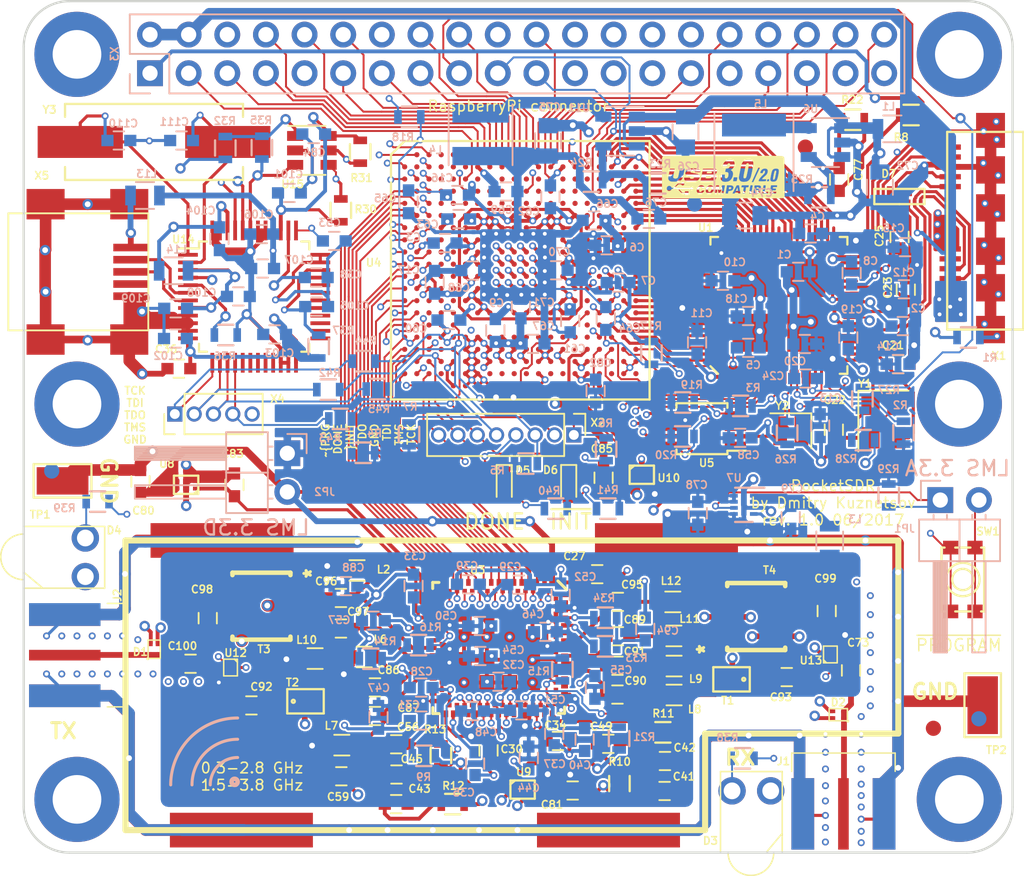
<source format=kicad_pcb>
(kicad_pcb (version 4) (host pcbnew 4.0.6-e0-6349~53~ubuntu14.04.1)
  (title_block (title PocketSDR) (date 2017-06-19) (rev 1.0))
  (layers (0 F.Cu signal) (1 In1.Cu power hide) (2 In2.Cu signal) (31 B.Cu signal) (34 B.Paste user hide) (35 F.Paste user hide) (36 B.SilkS user) (37 F.SilkS user) (38 B.Mask user hide) (39 F.Mask user hide) (44 Edge.Cuts user))
  (net 0 "")
  (net 1 "Net-(U1-Pad16)")
  (net 2 "Net-(X1-PadOTG)")
  (net 3 GNDD)
  (net 4 /Power/DV10)
  (net 5 "Net-(R3-Pad1)")
  (net 6 "Net-(C24-Pad1)")
  (net 7 /FT601/XI)
  (net 8 /FT601/XO)
  (net 9 /FT601/D+)
  (net 10 /FT601/D-)
  (net 11 "Net-(R1-Pad2)")
  (net 12 "Net-(C23-Pad1)")
  (net 13 "Net-(C25-Pad1)")
  (net 14 /FT601/RX-)
  (net 15 /FT601/RX+)
  (net 16 /FT601/TX+)
  (net 17 /FT601/TX-)
  (net 18 +1V1)
  (net 19 "Net-(U4-PadU4)")
  (net 20 /Power/~INIT)
  (net 21 /Power/DONE)
  (net 22 /Power/~PRG)
  (net 23 ~CFG_HOLD)
  (net 24 CFG_MISO)
  (net 25 CFG_MOSI)
  (net 26 CFG_MCLK)
  (net 27 5V_RPi)
  (net 28 "Net-(U3-Pad91)")
  (net 29 "Net-(U3-Pad95)")
  (net 30 "Net-(U3-Pad103)")
  (net 31 "Net-(U3-Pad105)")
  (net 32 "Net-(U3-Pad113)")
  (net 33 "Net-(U3-Pad92)")
  (net 34 "Net-(U3-Pad94)")
  (net 35 "Net-(U3-Pad104)")
  (net 36 "Net-(U3-Pad106)")
  (net 37 "Net-(U3-Pad114)")
  (net 38 "Net-(U3-Pad115)")
  (net 39 "Net-(U3-Pad51)")
  (net 40 "Net-(U3-Pad41)")
  (net 41 "Net-(U3-Pad56)")
  (net 42 "Net-(U3-Pad54)")
  (net 43 "Net-(U3-Pad52)")
  (net 44 "Net-(U3-Pad42)")
  (net 45 "Net-(U3-Pad116)")
  (net 46 "Net-(R15-Pad2)")
  (net 47 "Net-(C49-Pad1)")
  (net 48 LMS_D1V8)
  (net 49 "Net-(C37-Pad1)")
  (net 50 "Net-(C41-Pad1)")
  (net 51 "Net-(C43-Pad1)")
  (net 52 "Net-(C28-Pad1)")
  (net 53 "Net-(C56-Pad1)")
  (net 54 "Net-(R16-Pad1)")
  (net 55 "Net-(C57-Pad2)")
  (net 56 "Net-(C41-Pad2)")
  (net 57 "Net-(C43-Pad2)")
  (net 58 "Net-(R14-Pad1)")
  (net 59 LMS_D3V3)
  (net 60 LMS_A1V8)
  (net 61 LMS_A3V3)
  (net 62 "Net-(U5-Pad2)")
  (net 63 "Net-(U5-Pad3)")
  (net 64 CLK2)
  (net 65 CLK1)
  (net 66 CLK0)
  (net 67 +5V)
  (net 68 "Net-(U3-Pad77)")
  (net 69 "Net-(U3-Pad65)")
  (net 70 "Net-(U3-Pad40)")
  (net 71 +2V5)
  (net 72 "Net-(C76-Pad1)")
  (net 73 "Net-(C77-Pad2)")
  (net 74 "Net-(L4-Pad1)")
  (net 75 "Net-(L5-Pad2)")
  (net 76 "Net-(R8-Pad1)")
  (net 77 FT_GPIO1)
  (net 78 ~FT_RD)
  (net 79 ~FT_OE)
  (net 80 FT_D1)
  (net 81 FT_D5)
  (net 82 FT_D6)
  (net 83 FT_D7)
  (net 84 FT_D8)
  (net 85 FT_D9)
  (net 86 FT_D10)
  (net 87 FT_D11)
  (net 88 FT_D12)
  (net 89 FT_D13)
  (net 90 FT_D14)
  (net 91 FT_D15)
  (net 92 FT_D16)
  (net 93 FT_D17)
  (net 94 FT_D18)
  (net 95 FT_D19)
  (net 96 FT_D20)
  (net 97 FT_D21)
  (net 98 FT_D22)
  (net 99 FT_D23)
  (net 100 FT_D24)
  (net 101 FT_D25)
  (net 102 FT_D26)
  (net 103 FT_D27)
  (net 104 FT_D28)
  (net 105 FT_D29)
  (net 106 FT_D30)
  (net 107 FT_D31)
  (net 108 FT_D2)
  (net 109 RPI_A3)
  (net 110 RPI_A2)
  (net 111 RPI_D6)
  (net 112 RPI_A1)
  (net 113 RPI_D7)
  (net 114 RPI_D10)
  (net 115 RPI_D9)
  (net 116 RPI_GPIO1)
  (net 117 RPI_D15)
  (net 118 RPI_D14)
  (net 119 RPI_D16)
  (net 120 RPI_D17)
  (net 121 RPI_A4)
  (net 122 RPI_A5)
  (net 123 RPI_A0)
  (net 124 RPI_D4)
  (net 125 RPI_D5)
  (net 126 RPI_D8)
  (net 127 RPI_D11)
  (net 128 RPI_D12)
  (net 129 RPI_D13)
  (net 130 /FT601/FT_CLK)
  (net 131 "Net-(U4-PadE16)")
  (net 132 "Net-(U4-PadF16)")
  (net 133 "Net-(U4-PadH16)")
  (net 134 "Net-(U4-PadJ16)")
  (net 135 "Net-(U4-PadN16)")
  (net 136 "Net-(U4-PadR16)")
  (net 137 "Net-(U4-PadD17)")
  (net 138 "Net-(U4-PadF17)")
  (net 139 "Net-(U4-PadH17)")
  (net 140 "Net-(U4-PadJ17)")
  (net 141 "Net-(U4-PadL17)")
  (net 142 "Net-(U4-PadM17)")
  (net 143 "Net-(U4-PadN17)")
  (net 144 "Net-(U4-PadC18)")
  (net 145 "Net-(U4-PadD18)")
  (net 146 "Net-(U4-PadE18)")
  (net 147 "Net-(U4-PadG18)")
  (net 148 "Net-(U4-PadM18)")
  (net 149 "Net-(U4-PadG19)")
  (net 150 RPI_CNTD)
  (net 151 /FT601/FT_BE0)
  (net 152 /FT601/FT_BE1)
  (net 153 /FT601/FT_BE2)
  (net 154 /FT601/FT_BE3)
  (net 155 /FT601/~FT_TXE)
  (net 156 /FT601/~FT_RXF)
  (net 157 /FT601/~FT_WR)
  (net 158 "Net-(U4-PadE11)")
  (net 159 "Net-(U4-PadC12)")
  (net 160 "Net-(U4-PadD12)")
  (net 161 "Net-(U4-PadE12)")
  (net 162 "Net-(U4-PadD13)")
  (net 163 "Net-(U4-PadE13)")
  (net 164 "Net-(U4-PadC14)")
  (net 165 "Net-(U4-PadD14)")
  (net 166 "Net-(U4-PadE14)")
  (net 167 "Net-(U4-PadC15)")
  (net 168 "Net-(U4-PadD15)")
  (net 169 "Net-(U4-PadE15)")
  (net 170 "Net-(U4-PadC16)")
  (net 171 "Net-(U4-PadD16)")
  (net 172 "Net-(U4-PadA19)")
  (net 173 "Net-(U4-PadB20)")
  (net 174 "Net-(U4-PadA6)")
  (net 175 "Net-(U4-PadB6)")
  (net 176 "Net-(U4-PadE6)")
  (net 177 "Net-(U4-PadC7)")
  (net 178 "Net-(U4-PadD7)")
  (net 179 "Net-(U4-PadE7)")
  (net 180 "Net-(U4-PadC8)")
  (net 181 "Net-(U4-PadD8)")
  (net 182 "Net-(U4-PadE8)")
  (net 183 "Net-(U4-PadD9)")
  (net 184 "Net-(U4-PadE9)")
  (net 185 "Net-(U4-PadC10)")
  (net 186 "Net-(U4-PadC11)")
  (net 187 /FT601/I2C_SCL)
  (net 188 ~RPI_OE)
  (net 189 "Net-(U4-PadR3)")
  (net 190 "Net-(U4-PadT3)")
  (net 191 "Net-(C79-Pad1)")
  (net 192 "Net-(C86-Pad1)")
  (net 193 "Net-(C86-Pad2)")
  (net 194 "Net-(C87-Pad1)")
  (net 195 "Net-(C87-Pad2)")
  (net 196 "Net-(C90-Pad1)")
  (net 197 "Net-(C90-Pad2)")
  (net 198 "Net-(C91-Pad1)")
  (net 199 "Net-(C91-Pad2)")
  (net 200 "Net-(C89-Pad2)")
  (net 201 "Net-(C92-Pad1)")
  (net 202 "Net-(C92-Pad2)")
  (net 203 "Net-(C93-Pad1)")
  (net 204 "Net-(C93-Pad2)")
  (net 205 "Net-(C94-Pad2)")
  (net 206 "Net-(R32-Pad2)")
  (net 207 "Net-(R33-Pad2)")
  (net 208 "Net-(R34-Pad2)")
  (net 209 "Net-(L8-Pad2)")
  (net 210 "Net-(L9-Pad2)")
  (net 211 /FT601/FT_GPIO0)
  (net 212 "Net-(C96-Pad1)")
  (net 213 "Net-(C96-Pad2)")
  (net 214 "Net-(C97-Pad1)")
  (net 215 "Net-(C97-Pad2)")
  (net 216 "Net-(C98-Pad1)")
  (net 217 "Net-(C98-Pad2)")
  (net 218 "Net-(C100-Pad1)")
  (net 219 "Net-(C100-Pad2)")
  (net 220 "Net-(C73-Pad1)")
  (net 221 "Net-(C73-Pad2)")
  (net 222 "Net-(C89-Pad1)")
  (net 223 "Net-(C95-Pad1)")
  (net 224 "Net-(C95-Pad2)")
  (net 225 "Net-(C99-Pad1)")
  (net 226 "Net-(C99-Pad2)")
  (net 227 "Net-(L11-Pad2)")
  (net 228 "Net-(L12-Pad2)")
  (net 229 "Net-(U4-PadB2)")
  (net 230 "Net-(U4-PadD2)")
  (net 231 "Net-(U4-PadH3)")
  (net 232 "Net-(U4-PadN3)")
  (net 233 "Net-(U4-PadP3)")
  (net 234 "Net-(U4-PadA4)")
  (net 235 "Net-(U4-PadB4)")
  (net 236 "Net-(U4-PadC4)")
  (net 237 "Net-(U4-PadE4)")
  (net 238 "Net-(U4-PadF4)")
  (net 239 "Net-(U4-PadH4)")
  (net 240 "Net-(U4-PadJ4)")
  (net 241 "Net-(U4-PadK4)")
  (net 242 "Net-(U4-PadL4)")
  (net 243 "Net-(U4-PadM4)")
  (net 244 "Net-(U4-PadN4)")
  (net 245 "Net-(U4-PadP4)")
  (net 246 "Net-(U4-PadA5)")
  (net 247 "Net-(U4-PadB5)")
  (net 248 "Net-(U4-PadC5)")
  (net 249 "Net-(U4-PadD5)")
  (net 250 "Net-(U4-PadE5)")
  (net 251 "Net-(U4-PadF5)")
  (net 252 "Net-(U4-PadG5)")
  (net 253 "Net-(U4-PadH5)")
  (net 254 "Net-(U4-PadJ5)")
  (net 255 "Net-(U4-PadK5)")
  (net 256 "Net-(U4-PadL5)")
  (net 257 "Net-(U4-PadN5)")
  (net 258 "Net-(U4-PadP5)")
  (net 259 LMS_TX_MUX)
  (net 260 LMS_RX_MUX)
  (net 261 /RPi/LMS/~RPI_WE)
  (net 262 /RPi/LMS/TXD11)
  (net 263 /RPi/LMS/TXD10)
  (net 264 /RPi/LMS/TXD9)
  (net 265 /RPi/LMS/RXD11)
  (net 266 /RPi/LMS/RXD10)
  (net 267 /RPi/LMS/RXD8)
  (net 268 /RPi/LMS/RXD6)
  (net 269 /RPi/LMS/RXD4)
  (net 270 /RPi/LMS/RXD2)
  (net 271 /RPi/LMS/RXD0)
  (net 272 /RPi/LMS/TXD0)
  (net 273 /RPi/LMS/TXD2)
  (net 274 /RPi/LMS/TXD4)
  (net 275 /RPi/LMS/TXD6)
  (net 276 /RPi/LMS/TXD8)
  (net 277 /RPi/LMS/RXD9)
  (net 278 /RPi/LMS/RXD7)
  (net 279 /RPi/LMS/RXD5)
  (net 280 /RPi/LMS/RXD3)
  (net 281 /RPi/LMS/RXD1)
  (net 282 /RPi/LMS/TXD1)
  (net 283 /RPi/LMS/TXD3)
  (net 284 /RPi/LMS/TXD7)
  (net 285 /RPi/LMS/TXD5)
  (net 286 VCCIO_FT)
  (net 287 "Net-(C38-Pad1)")
  (net 288 "Net-(C53-Pad1)")
  (net 289 /ft232h/FT232_3V3)
  (net 290 "Net-(R35-Pad1)")
  (net 291 "Net-(U14-Pad17)")
  (net 292 "Net-(U14-Pad18)")
  (net 293 "Net-(U14-Pad19)")
  (net 294 "Net-(U14-Pad20)")
  (net 295 "Net-(U14-Pad21)")
  (net 296 "Net-(U14-Pad25)")
  (net 297 "Net-(U14-Pad26)")
  (net 298 "Net-(U14-Pad27)")
  (net 299 "Net-(U14-Pad28)")
  (net 300 "Net-(U14-Pad29)")
  (net 301 "Net-(U14-Pad30)")
  (net 302 "Net-(U14-Pad31)")
  (net 303 "Net-(U14-Pad32)")
  (net 304 "Net-(U14-Pad33)")
  (net 305 /ft232h/~RST)
  (net 306 "Net-(C106-Pad1)")
  (net 307 /ft232h/3V3_PLL)
  (net 308 "Net-(C110-Pad1)")
  (net 309 "Net-(C111-Pad1)")
  (net 310 /ft232h/DM)
  (net 311 /ft232h/DP)
  (net 312 /ft232h/SCLK)
  (net 313 /ft232h/CS)
  (net 314 "Net-(R36-Pad2)")
  (net 315 "Net-(D3-Pad2)")
  (net 316 "Net-(D4-Pad2)")
  (net 317 "Net-(D6-Pad2)")
  (net 318 "Net-(R38-Pad2)")
  (net 319 "Net-(R39-Pad2)")
  (net 320 I2C_SDA)
  (net 321 /RPi/LMS/LMS_RX_CLK)
  (net 322 /RPi/LMS/LMS_RESET)
  (net 323 /RPi/LMS/LMS_RX_IQSEL)
  (net 324 /RPi/LMS/LMS_RX_EN)
  (net 325 /RPi/LMS/LMS_TX_IQSEL)
  (net 326 /RPi/LMS/LMS_TX_CLK)
  (net 327 /RPi/LMS/LMS_MOSI)
  (net 328 /RPi/LMS/~LMS_CS)
  (net 329 /RPi/LMS/LMS_SCLK)
  (net 330 /RPi/LMS/LMS_MISO)
  (net 331 /RPi/LMS/LMS_TX_EN)
  (net 332 TDI)
  (net 333 TMS)
  (net 334 TCK)
  (net 335 TDO)
  (net 336 /ft232h/TDI_D)
  (net 337 /ft232h/TMS_D)
  (net 338 /ft232h/TCK_D)
  (net 339 /ft232h/TDO_D)
  (net 340 "Net-(JP1-Pad1)")
  (net 341 "Net-(L13-Pad2)")
  (net 342 "Net-(X5-Pad4)")
  (module Inductors_SMD:L_0805 (layer B.Cu) (at 157.1 108.4 180)
    (fp_text reference L1 (at 0.255 1.46854 180) (layer B.SilkS) (effects (font (size 0.5 0.5) (thickness 0.1)) (justify mirror)))
    (fp_text value BLM18KG601SN1D)
    (pad 1 smd rect (at -0.95 0 180) (size 0.7 1.3) (layers B.Cu B.Paste B.Mask) (net 27 5V_RPi))
    (pad 2 smd rect (at 0.95 0 180) (size 0.7 1.3) (layers B.Cu B.Paste B.Mask) (net 67 +5V))
  )
  (module sdr-foots:SMA_H (layer F.Cu) (at 153.88082 153.4541 90)
    (fp_text reference J1 (at 3.46202 -3.93954 180) (layer F.SilkS) (effects (font (size 0.5 0.5) (thickness 0.1))))
    (fp_text value RX (at 3.70586 -6.78942 180) (layer F.SilkS) (effects (font (thickness 0.2))))
    (pad 3 smd rect (at 0 -2.67208 90) (size 4.7 1.49606) (layers F.Cu F.Paste F.Mask) (net 3 GNDD) (clearance 0.19558))
    (pad 4 smd rect (at 0 2.67208 90) (size 4.7 1.49606) (layers B.Cu B.Paste B.Mask) (net 3 GNDD) (clearance 0.19558))
    (pad 2 smd rect (at 0 2.67208 90) (size 4.7 1.49606) (layers F.Cu F.Paste F.Mask) (net 3 GNDD) (clearance 0.19558))
    (pad 5 smd rect (at 0 -2.67208 90) (size 4.7 1.49606) (layers B.Cu B.Paste B.Mask) (net 3 GNDD) (clearance 0.19558))
    (pad 1 smd rect (at 0 0 90) (size 4.7 0.6985) (layers F.Cu F.Paste F.Mask) (net 221 "Net-(C73-Pad2)") (clearance 0.19558))
  )
  (module Mounting_Holes:MountingHole_3.2mm_M3_DIN965_Pad (layer F.Cu) (at 103.5 152.5)
    (fp_text reference REF** hide)
    (fp_text value MountingHole_3.2mm_M3_DIN965_Pad)
    (pad 1 thru_hole circle (at 0 0) (size 5.6 5.6) (drill 3.2) (layers *.Cu *.Mask))
  )
  (module Mounting_Holes:MountingHole_3.2mm_M3_DIN965_Pad (layer F.Cu) (at 161.5 152.5)
    (fp_text reference REF** hide)
    (fp_text value MountingHole_3.2mm_M3_DIN965_Pad)
    (pad 1 thru_hole circle (at 0 0) (size 5.6 5.6) (drill 3.2) (layers *.Cu *.Mask))
  )
  (module sdr-foots:QFN_76 (layer F.Cu) (at 149.64 120.01 90)
    (fp_text reference U1 (at 5.11818 -4.81174 180) (layer F.SilkS) (effects (font (size 0.5 0.5) (thickness 0.1))))
    (fp_text value FT601)
    (pad 1 smd oval (at -4.7 -3.6 180) (size 0.2 1) (layers F.Cu F.Paste F.Mask) (net 3 GNDD))
    (pad 2 smd oval (at -4.7 -3.2 180) (size 0.2 1) (layers F.Cu F.Paste F.Mask) (net 4 /Power/DV10))
    (pad 3 smd oval (at -4.7 -2.8 180) (size 0.2 1) (layers F.Cu F.Paste F.Mask) (net 4 /Power/DV10))
    (pad 4 smd oval (at -4.7 -2.4 180) (size 0.2 1) (layers F.Cu F.Paste F.Mask) (net 151 /FT601/FT_BE0))
    (pad 5 smd oval (at -4.7 -2 180) (size 0.2 1) (layers F.Cu F.Paste F.Mask) (net 152 /FT601/FT_BE1))
    (pad 6 smd oval (at -4.7 -1.6 180) (size 0.2 1) (layers F.Cu F.Paste F.Mask) (net 153 /FT601/FT_BE2))
    (pad 7 smd oval (at -4.7 -1.2 180) (size 0.2 1) (layers F.Cu F.Paste F.Mask) (net 154 /FT601/FT_BE3))
    (pad 8 smd oval (at -4.7 -0.8 180) (size 0.2 1) (layers F.Cu F.Paste F.Mask) (net 155 /FT601/~FT_TXE))
    (pad 9 smd oval (at -4.7 -0.4 180) (size 0.2 1) (layers F.Cu F.Paste F.Mask) (net 156 /FT601/~FT_RXF))
    (pad 10 smd oval (at -4.7 0 180) (size 0.2 1) (layers F.Cu F.Paste F.Mask) (net 5 "Net-(R3-Pad1)"))
    (pad 11 smd oval (at -4.7 0.4 180) (size 0.2 1) (layers F.Cu F.Paste F.Mask) (net 157 /FT601/~FT_WR))
    (pad 12 smd oval (at -4.7 0.8 180) (size 0.2 1) (layers F.Cu F.Paste F.Mask) (net 78 ~FT_RD))
    (pad 13 smd oval (at -4.7 1.2 180) (size 0.2 1) (layers F.Cu F.Paste F.Mask) (net 79 ~FT_OE))
    (pad 14 smd oval (at -4.7 1.6 180) (size 0.2 1) (layers F.Cu F.Paste F.Mask) (net 286 VCCIO_FT))
    (pad 15 smd oval (at -4.7 2 180) (size 0.2 1) (layers F.Cu F.Paste F.Mask) (net 6 "Net-(C24-Pad1)"))
    (pad 16 smd oval (at -4.7 2.4 180) (size 0.2 1) (layers F.Cu F.Paste F.Mask) (net 1 "Net-(U1-Pad16)"))
    (pad 17 smd oval (at -4.7 2.8 180) (size 0.2 1) (layers F.Cu F.Paste F.Mask) (net 211 /FT601/FT_GPIO0))
    (pad 18 smd oval (at -4.7 3.2 180) (size 0.2 1) (layers F.Cu F.Paste F.Mask) (net 77 FT_GPIO1))
    (pad 19 smd oval (at -4.7 3.6 180) (size 0.2 1) (layers F.Cu F.Paste F.Mask))
    (pad 20 smd oval (at -3.6 4.7 90) (size 0.2 1) (layers F.Cu F.Paste F.Mask) (net 286 VCCIO_FT))
    (pad 21 smd oval (at -3.2 4.7 90) (size 0.2 1) (layers F.Cu F.Paste F.Mask) (net 7 /FT601/XI))
    (pad 22 smd oval (at -2.8 4.7 90) (size 0.2 1) (layers F.Cu F.Paste F.Mask) (net 8 /FT601/XO))
    (pad 23 smd oval (at -2.4 4.7 90) (size 0.2 1) (layers F.Cu F.Paste F.Mask) (net 9 /FT601/D+))
    (pad 24 smd oval (at -2 4.7 90) (size 0.2 1) (layers F.Cu F.Paste F.Mask) (net 286 VCCIO_FT))
    (pad 25 smd oval (at -1.6 4.7 90) (size 0.2 1) (layers F.Cu F.Paste F.Mask) (net 10 /FT601/D-))
    (pad 26 smd oval (at -1.2 4.7 90) (size 0.2 1) (layers F.Cu F.Paste F.Mask) (net 3 GNDD))
    (pad 27 smd oval (at -0.8 4.7 90) (size 0.2 1) (layers F.Cu F.Paste F.Mask) (net 11 "Net-(R1-Pad2)"))
    (pad 28 smd oval (at -0.4 4.7 90) (size 0.2 1) (layers F.Cu F.Paste F.Mask) (net 286 VCCIO_FT))
    (pad 29 smd oval (at 0 4.7 90) (size 0.2 1) (layers F.Cu F.Paste F.Mask) (net 3 GNDD))
    (pad 30 smd oval (at 0.4 4.7 90) (size 0.2 1) (layers F.Cu F.Paste F.Mask) (net 4 /Power/DV10))
    (pad 31 smd oval (at 0.8 4.7 90) (size 0.2 1) (layers F.Cu F.Paste F.Mask) (net 12 "Net-(C23-Pad1)"))
    (pad 32 smd oval (at 1.2 4.7 90) (size 0.2 1) (layers F.Cu F.Paste F.Mask) (net 13 "Net-(C25-Pad1)"))
    (pad 33 smd oval (at 1.6 4.7 90) (size 0.2 1) (layers F.Cu F.Paste F.Mask) (net 4 /Power/DV10))
    (pad 34 smd oval (at 2 4.7 90) (size 0.2 1) (layers F.Cu F.Paste F.Mask) (net 14 /FT601/RX-))
    (pad 35 smd oval (at 2.4 4.7 90) (size 0.2 1) (layers F.Cu F.Paste F.Mask) (net 15 /FT601/RX+))
    (pad 36 smd oval (at 2.8 4.7 90) (size 0.2 1) (layers F.Cu F.Paste F.Mask) (net 3 GNDD))
    (pad 37 smd oval (at 3.2 4.7 90) (size 0.2 1) (layers F.Cu F.Paste F.Mask) (net 67 +5V))
    (pad 38 smd oval (at 3.6 4.7 90) (size 0.2 1) (layers F.Cu F.Paste F.Mask) (net 286 VCCIO_FT))
    (pad 39 smd oval (at 4.7 3.6 180) (size 0.2 1) (layers F.Cu F.Paste F.Mask) (net 4 /Power/DV10))
    (pad 40 smd oval (at 4.7 3.2 180) (size 0.2 1) (layers F.Cu F.Paste F.Mask) (net 24 CFG_MISO))
    (pad 41 smd oval (at 4.7 2.8 180) (size 0.2 1) (layers F.Cu F.Paste F.Mask) (net 80 FT_D1))
    (pad 42 smd oval (at 4.7 2.4 180) (size 0.2 1) (layers F.Cu F.Paste F.Mask) (net 108 FT_D2))
    (pad 43 smd oval (at 4.7 2 180) (size 0.2 1) (layers F.Cu F.Paste F.Mask) (net 26 CFG_MCLK))
    (pad 44 smd oval (at 4.7 1.6 180) (size 0.2 1) (layers F.Cu F.Paste F.Mask) (net 25 CFG_MOSI))
    (pad 45 smd oval (at 4.7 1.2 180) (size 0.2 1) (layers F.Cu F.Paste F.Mask) (net 81 FT_D5))
    (pad 46 smd oval (at 4.7 0.8 180) (size 0.2 1) (layers F.Cu F.Paste F.Mask) (net 82 FT_D6))
    (pad 47 smd oval (at 4.7 0.4 180) (size 0.2 1) (layers F.Cu F.Paste F.Mask) (net 83 FT_D7))
    (pad 48 smd oval (at 4.7 0 180) (size 0.2 1) (layers F.Cu F.Paste F.Mask) (net 4 /Power/DV10))
    (pad 49 smd oval (at 4.7 -0.4 180) (size 0.2 1) (layers F.Cu F.Paste F.Mask) (net 286 VCCIO_FT))
    (pad 50 smd oval (at 4.7 -0.8 180) (size 0.2 1) (layers F.Cu F.Paste F.Mask) (net 84 FT_D8))
    (pad 51 smd oval (at 4.7 -1.2 180) (size 0.2 1) (layers F.Cu F.Paste F.Mask) (net 85 FT_D9))
    (pad 52 smd oval (at 4.7 -1.6 180) (size 0.2 1) (layers F.Cu F.Paste F.Mask) (net 86 FT_D10))
    (pad 53 smd oval (at 4.7 -2 180) (size 0.2 1) (layers F.Cu F.Paste F.Mask) (net 87 FT_D11))
    (pad 54 smd oval (at 4.7 -2.4 180) (size 0.2 1) (layers F.Cu F.Paste F.Mask) (net 88 FT_D12))
    (pad 55 smd oval (at 4.7 -2.8 180) (size 0.2 1) (layers F.Cu F.Paste F.Mask) (net 89 FT_D13))
    (pad 56 smd oval (at 4.7 -3.2 180) (size 0.2 1) (layers F.Cu F.Paste F.Mask) (net 90 FT_D14))
    (pad 57 smd oval (at 4.7 -3.6 180) (size 0.2 1) (layers F.Cu F.Paste F.Mask) (net 91 FT_D15))
    (pad 58 smd oval (at 3.6 -4.7 90) (size 0.2 1) (layers F.Cu F.Paste F.Mask) (net 130 /FT601/FT_CLK))
    (pad 59 smd oval (at 3.2 -4.7 90) (size 0.2 1) (layers F.Cu F.Paste F.Mask) (net 286 VCCIO_FT))
    (pad 60 smd oval (at 2.8 -4.7 90) (size 0.2 1) (layers F.Cu F.Paste F.Mask) (net 92 FT_D16))
    (pad 61 smd oval (at 2.4 -4.7 90) (size 0.2 1) (layers F.Cu F.Paste F.Mask) (net 93 FT_D17))
    (pad 62 smd oval (at 2 -4.7 90) (size 0.2 1) (layers F.Cu F.Paste F.Mask) (net 94 FT_D18))
    (pad 63 smd oval (at 1.6 -4.7 90) (size 0.2 1) (layers F.Cu F.Paste F.Mask) (net 95 FT_D19))
    (pad 64 smd oval (at 1.2 -4.7 90) (size 0.2 1) (layers F.Cu F.Paste F.Mask) (net 96 FT_D20))
    (pad 65 smd oval (at 0.8 -4.7 90) (size 0.2 1) (layers F.Cu F.Paste F.Mask) (net 97 FT_D21))
    (pad 66 smd oval (at 0.4 -4.7 90) (size 0.2 1) (layers F.Cu F.Paste F.Mask) (net 98 FT_D22))
    (pad 67 smd oval (at 0 -4.7 90) (size 0.2 1) (layers F.Cu F.Paste F.Mask) (net 99 FT_D23))
    (pad 68 smd oval (at -0.4 -4.7 90) (size 0.2 1) (layers F.Cu F.Paste F.Mask) (net 286 VCCIO_FT))
    (pad 69 smd oval (at -0.8 -4.7 90) (size 0.2 1) (layers F.Cu F.Paste F.Mask) (net 100 FT_D24))
    (pad 70 smd oval (at -1.2 -4.7 90) (size 0.2 1) (layers F.Cu F.Paste F.Mask) (net 101 FT_D25))
    (pad 71 smd oval (at -1.6 -4.7 90) (size 0.2 1) (layers F.Cu F.Paste F.Mask) (net 102 FT_D26))
    (pad 72 smd oval (at -2 -4.7 90) (size 0.2 1) (layers F.Cu F.Paste F.Mask) (net 103 FT_D27))
    (pad 73 smd oval (at -2.4 -4.7 90) (size 0.2 1) (layers F.Cu F.Paste F.Mask) (net 104 FT_D28))
    (pad 74 smd oval (at -2.8 -4.7 90) (size 0.2 1) (layers F.Cu F.Paste F.Mask) (net 105 FT_D29))
    (pad 75 smd oval (at -3.2 -4.7 90) (size 0.2 1) (layers F.Cu F.Paste F.Mask) (net 106 FT_D30))
    (pad 76 smd oval (at -3.6 -4.7 90) (size 0.2 1) (layers F.Cu F.Paste F.Mask) (net 107 FT_D31))
    (pad 77 smd rect (at -1.8 -1.8 90) (size 2.5 2.5) (layers F.Cu F.Paste F.Mask) (net 3 GNDD))
    (pad 78 smd rect (at 1.8 -1.8 90) (size 2.5 2.5) (layers F.Cu F.Paste F.Mask) (net 3 GNDD))
    (pad 79 smd rect (at -1.8 1.8 90) (size 2.5 2.5) (layers F.Cu F.Paste F.Mask) (net 3 GNDD))
    (pad 80 smd rect (at 1.8 1.8 90) (size 2.5 2.5) (layers F.Cu F.Paste F.Mask) (net 3 GNDD))
  )
  (module sdr-foots:USB3_microB (layer F.Cu) (at 160.2 117.6 90)
    (fp_text reference X1 (at -5.72462 3.90178 180) (layer F.SilkS) (effects (font (size 0.5 0.5) (thickness 0.1))))
    (fp_text value GSB443133HR)
    (pad GND smd rect (at -4 3.35 90) (size 1.8 1.9) (layers F.Cu F.Paste F.Mask) (net 3 GNDD))
    (pad GND smd rect (at -1.25 3.35 90) (size 1.8 1.9) (layers F.Cu F.Paste F.Mask) (net 3 GNDD))
    (pad GND smd rect (at 6.5 3.35 90) (size 1.8 1.9) (layers F.Cu F.Paste F.Mask) (net 3 GNDD))
    (pad GND smd rect (at 4 3.35 90) (size 1.8 1.9) (layers F.Cu F.Paste F.Mask) (net 3 GNDD))
    (pad VBUS smd rect (at -1.3 0.7 90) (size 0.35 1.4) (layers F.Cu F.Paste F.Mask) (net 27 5V_RPi))
    (pad D- smd rect (at -0.65 0.7 90) (size 0.35 1.4) (layers F.Cu F.Paste F.Mask) (net 10 /FT601/D-))
    (pad D+ smd rect (at 0 0.7 90) (size 0.35 1.4) (layers F.Cu F.Paste F.Mask) (net 9 /FT601/D+))
    (pad OTG smd rect (at 0.65 0.7 90) (size 0.35 1.4) (layers F.Cu F.Paste F.Mask) (net 2 "Net-(X1-PadOTG)"))
    (pad GND smd rect (at 1.3 0.7 90) (size 0.35 1.4) (layers F.Cu F.Paste F.Mask) (net 3 GNDD))
    (pad TX- smd rect (at 5.4 0.7 90) (size 0.35 1.4) (layers F.Cu F.Paste F.Mask) (net 17 /FT601/TX-))
    (pad TX+ smd rect (at 6.05 0.7 90) (size 0.35 1.4) (layers F.Cu F.Paste F.Mask) (net 16 /FT601/TX+))
    (pad GND smd rect (at 6.7 0.7 90) (size 0.35 1.4) (layers F.Cu F.Paste F.Mask) (net 3 GNDD))
    (pad RX- smd rect (at 7.35 0.7 90) (size 0.35 1.4) (layers F.Cu F.Paste F.Mask) (net 14 /FT601/RX-))
    (pad RX+ smd rect (at 8 0.7 90) (size 0.35 1.4) (layers F.Cu F.Paste F.Mask) (net 15 /FT601/RX+))
    (pad GND smd rect (at 1.15 3.35 90) (size 1.8 1.9) (layers F.Cu F.Paste F.Mask) (net 3 GNDD))
    (pad GND smd rect (at 9.1 3.35 90) (size 2.3 1.9) (layers F.Cu F.Paste F.Mask) (net 3 GNDD))
  )
  (module sdr-foots:ECP5_381 (layer F.Cu) (at 132.64 117.7)
    (fp_text reference U4 (at -9.64 -0.5) (layer F.SilkS) (effects (font (size 0.5 0.5) (thickness 0.1))))
    (fp_text value ECP5)
    (pad B1 smd circle (at -7.6 -6.8) (size 0.34036 0.34036) (layers F.Cu F.Paste F.Mask) (net 327 /RPi/LMS/LMS_MOSI))
    (pad C1 smd circle (at -7.6 -6) (size 0.34036 0.34036) (layers F.Cu F.Paste F.Mask) (net 331 /RPi/LMS/LMS_TX_EN))
    (pad D1 smd circle (at -7.6 -5.2) (size 0.34036 0.34036) (layers F.Cu F.Paste F.Mask) (net 262 /RPi/LMS/TXD11))
    (pad E1 smd circle (at -7.6 -4.4) (size 0.34036 0.34036) (layers F.Cu F.Paste F.Mask) (net 263 /RPi/LMS/TXD10))
    (pad F1 smd circle (at -7.6 -3.6) (size 0.34036 0.34036) (layers F.Cu F.Paste F.Mask) (net 275 /RPi/LMS/TXD6))
    (pad G1 smd circle (at -7.6 -2.8) (size 0.34036 0.34036) (layers F.Cu F.Paste F.Mask) (net 282 /RPi/LMS/TXD1))
    (pad H1 smd circle (at -7.6 -2) (size 0.34036 0.34036) (layers F.Cu F.Paste F.Mask) (net 323 /RPi/LMS/LMS_RX_IQSEL))
    (pad J1 smd circle (at -7.6 -1.2) (size 0.34036 0.34036) (layers F.Cu F.Paste F.Mask) (net 280 /RPi/LMS/RXD3))
    (pad K1 smd circle (at -7.6 -0.4) (size 0.34036 0.34036) (layers F.Cu F.Paste F.Mask) (net 278 /RPi/LMS/RXD7))
    (pad L1 smd circle (at -7.6 0.4) (size 0.34036 0.34036) (layers F.Cu F.Paste F.Mask) (net 272 /RPi/LMS/TXD0))
    (pad M1 smd circle (at -7.6 1.2) (size 0.34036 0.34036) (layers F.Cu F.Paste F.Mask) (net 326 /RPi/LMS/LMS_TX_CLK))
    (pad N1 smd circle (at -7.6 2) (size 0.34036 0.34036) (layers F.Cu F.Paste F.Mask) (net 322 /RPi/LMS/LMS_RESET))
    (pad P1 smd circle (at -7.6 2.8) (size 0.34036 0.34036) (layers F.Cu F.Paste F.Mask) (net 318 "Net-(R38-Pad2)"))
    (pad R1 smd circle (at -7.6 3.6) (size 0.34036 0.34036) (layers F.Cu F.Paste F.Mask) (net 260 LMS_RX_MUX))
    (pad T1 smd circle (at -7.6 4.4) (size 0.34036 0.34036) (layers F.Cu F.Paste F.Mask) (net 270 /RPi/LMS/RXD2))
    (pad U1 smd circle (at -7.6 5.2) (size 0.34036 0.34036) (layers F.Cu F.Paste F.Mask) (net 269 /RPi/LMS/RXD4))
    (pad V1 smd circle (at -7.6 6) (size 0.34036 0.34036) (layers F.Cu F.Paste F.Mask) (net 267 /RPi/LMS/RXD8))
    (pad W1 smd circle (at -7.6 6.8) (size 0.34036 0.34036) (layers F.Cu F.Paste F.Mask) (net 266 /RPi/LMS/RXD10))
    (pad A2 smd circle (at -6.8 -7.6) (size 0.34036 0.34036) (layers F.Cu F.Paste F.Mask) (net 259 LMS_TX_MUX))
    (pad B2 smd circle (at -6.8 -6.8) (size 0.34036 0.34036) (layers F.Cu F.Paste F.Mask) (net 229 "Net-(U4-PadB2)"))
    (pad C2 smd circle (at -6.8 -6) (size 0.34036 0.34036) (layers F.Cu F.Paste F.Mask) (net 330 /RPi/LMS/LMS_MISO))
    (pad D2 smd circle (at -6.8 -5.2) (size 0.34036 0.34036) (layers F.Cu F.Paste F.Mask) (net 230 "Net-(U4-PadD2)"))
    (pad E2 smd circle (at -6.8 -4.4) (size 0.34036 0.34036) (layers F.Cu F.Paste F.Mask) (net 264 /RPi/LMS/TXD9))
    (pad F2 smd circle (at -6.8 -3.6) (size 0.34036 0.34036) (layers F.Cu F.Paste F.Mask) (net 276 /RPi/LMS/TXD8))
    (pad G2 smd circle (at -6.8 -2.8) (size 0.34036 0.34036) (layers F.Cu F.Paste F.Mask) (net 274 /RPi/LMS/TXD4))
    (pad H2 smd circle (at -6.8 -2) (size 0.34036 0.34036) (layers F.Cu F.Paste F.Mask) (net 281 /RPi/LMS/RXD1))
    (pad J2 smd circle (at -6.8 -1.2) (size 0.34036 0.34036) (layers F.Cu F.Paste F.Mask) (net 3 GNDD))
    (pad K2 smd circle (at -6.8 -0.4) (size 0.34036 0.34036) (layers F.Cu F.Paste F.Mask) (net 273 /RPi/LMS/TXD2))
    (pad L2 smd circle (at -6.8 0.4) (size 0.34036 0.34036) (layers F.Cu F.Paste F.Mask) (net 265 /RPi/LMS/RXD11))
    (pad M2 smd circle (at -6.8 1.2) (size 0.34036 0.34036) (layers F.Cu F.Paste F.Mask) (net 3 GNDD))
    (pad N2 smd circle (at -6.8 2) (size 0.34036 0.34036) (layers F.Cu F.Paste F.Mask) (net 321 /RPi/LMS/LMS_RX_CLK))
    (pad P2 smd circle (at -6.8 2.8) (size 0.34036 0.34036) (layers F.Cu F.Paste F.Mask) (net 271 /RPi/LMS/RXD0))
    (pad R2 smd circle (at -6.8 3.6) (size 0.34036 0.34036) (layers F.Cu F.Paste F.Mask) (net 23 ~CFG_HOLD))
    (pad T2 smd circle (at -6.8 4.4) (size 0.34036 0.34036) (layers F.Cu F.Paste F.Mask) (net 77 FT_GPIO1))
    (pad U2 smd circle (at -6.8 5.2) (size 0.34036 0.34036) (layers F.Cu F.Paste F.Mask) (net 268 /RPi/LMS/RXD6))
    (pad V2 smd circle (at -6.8 6) (size 0.34036 0.34036) (layers F.Cu F.Paste F.Mask) (net 24 CFG_MISO))
    (pad W2 smd circle (at -6.8 6.8) (size 0.34036 0.34036) (layers F.Cu F.Paste F.Mask) (net 25 CFG_MOSI))
    (pad Y2 smd circle (at -6.8 7.6) (size 0.34036 0.34036) (layers F.Cu F.Paste F.Mask) (net 320 I2C_SDA))
    (pad A3 smd circle (at -6 -7.6) (size 0.34036 0.34036) (layers F.Cu F.Paste F.Mask) (net 319 "Net-(R39-Pad2)"))
    (pad B3 smd circle (at -6 -6.8) (size 0.34036 0.34036) (layers F.Cu F.Paste F.Mask) (net 328 /RPi/LMS/~LMS_CS))
    (pad C3 smd circle (at -6 -6) (size 0.34036 0.34036) (layers F.Cu F.Paste F.Mask) (net 329 /RPi/LMS/LMS_SCLK))
    (pad D3 smd circle (at -6 -5.2) (size 0.34036 0.34036) (layers F.Cu F.Paste F.Mask) (net 284 /RPi/LMS/TXD7))
    (pad E3 smd circle (at -6 -4.4) (size 0.34036 0.34036) (layers F.Cu F.Paste F.Mask) (net 285 /RPi/LMS/TXD5))
    (pad F3 smd circle (at -6 -3.6) (size 0.34036 0.34036) (layers F.Cu F.Paste F.Mask) (net 283 /RPi/LMS/TXD3))
    (pad G3 smd circle (at -6 -2.8) (size 0.34036 0.34036) (layers F.Cu F.Paste F.Mask) (net 325 /RPi/LMS/LMS_TX_IQSEL))
    (pad H3 smd circle (at -6 -2) (size 0.34036 0.34036) (layers F.Cu F.Paste F.Mask) (net 231 "Net-(U4-PadH3)"))
    (pad J3 smd circle (at -6 -1.2) (size 0.34036 0.34036) (layers F.Cu F.Paste F.Mask) (net 279 /RPi/LMS/RXD5))
    (pad K3 smd circle (at -6 -0.4) (size 0.34036 0.34036) (layers F.Cu F.Paste F.Mask) (net 277 /RPi/LMS/RXD9))
    (pad L3 smd circle (at -6 0.4) (size 0.34036 0.34036) (layers F.Cu F.Paste F.Mask) (net 286 VCCIO_FT))
    (pad M3 smd circle (at -6 1.2) (size 0.34036 0.34036) (layers F.Cu F.Paste F.Mask) (net 324 /RPi/LMS/LMS_RX_EN))
    (pad N3 smd circle (at -6 2) (size 0.34036 0.34036) (layers F.Cu F.Paste F.Mask) (net 232 "Net-(U4-PadN3)"))
    (pad P3 smd circle (at -6 2.8) (size 0.34036 0.34036) (layers F.Cu F.Paste F.Mask) (net 233 "Net-(U4-PadP3)"))
    (pad R3 smd circle (at -6 3.6) (size 0.34036 0.34036) (layers F.Cu F.Paste F.Mask) (net 189 "Net-(U4-PadR3)"))
    (pad T3 smd circle (at -6 4.4) (size 0.34036 0.34036) (layers F.Cu F.Paste F.Mask) (net 190 "Net-(U4-PadT3)"))
    (pad U3 smd circle (at -6 5.2) (size 0.34036 0.34036) (layers F.Cu F.Paste F.Mask) (net 26 CFG_MCLK))
    (pad V3 smd circle (at -6 6) (size 0.34036 0.34036) (layers F.Cu F.Paste F.Mask) (net 20 /Power/~INIT))
    (pad W3 smd circle (at -6 6.8) (size 0.34036 0.34036) (layers F.Cu F.Paste F.Mask) (net 22 /Power/~PRG))
    (pad Y3 smd circle (at -6 7.6) (size 0.34036 0.34036) (layers F.Cu F.Paste F.Mask) (net 21 /Power/DONE))
    (pad A4 smd circle (at -5.2 -7.6) (size 0.34036 0.34036) (layers F.Cu F.Paste F.Mask) (net 234 "Net-(U4-PadA4)"))
    (pad B4 smd circle (at -5.2 -6.8) (size 0.34036 0.34036) (layers F.Cu F.Paste F.Mask) (net 235 "Net-(U4-PadB4)"))
    (pad C4 smd circle (at -5.2 -6) (size 0.34036 0.34036) (layers F.Cu F.Paste F.Mask) (net 236 "Net-(U4-PadC4)"))
    (pad D4 smd circle (at -5.2 -5.2) (size 0.34036 0.34036) (layers F.Cu F.Paste F.Mask) (net 3 GNDD))
    (pad E4 smd circle (at -5.2 -4.4) (size 0.34036 0.34036) (layers F.Cu F.Paste F.Mask) (net 237 "Net-(U4-PadE4)"))
    (pad F4 smd circle (at -5.2 -3.6) (size 0.34036 0.34036) (layers F.Cu F.Paste F.Mask) (net 238 "Net-(U4-PadF4)"))
    (pad G4 smd circle (at -5.2 -2.8) (size 0.34036 0.34036) (layers F.Cu F.Paste F.Mask) (net 3 GNDD))
    (pad H4 smd circle (at -5.2 -2) (size 0.34036 0.34036) (layers F.Cu F.Paste F.Mask) (net 239 "Net-(U4-PadH4)"))
    (pad J4 smd circle (at -5.2 -1.2) (size 0.34036 0.34036) (layers F.Cu F.Paste F.Mask) (net 240 "Net-(U4-PadJ4)"))
    (pad K4 smd circle (at -5.2 -0.4) (size 0.34036 0.34036) (layers F.Cu F.Paste F.Mask) (net 241 "Net-(U4-PadK4)"))
    (pad L4 smd circle (at -5.2 0.4) (size 0.34036 0.34036) (layers F.Cu F.Paste F.Mask) (net 242 "Net-(U4-PadL4)"))
    (pad M4 smd circle (at -5.2 1.2) (size 0.34036 0.34036) (layers F.Cu F.Paste F.Mask) (net 243 "Net-(U4-PadM4)"))
    (pad N4 smd circle (at -5.2 2) (size 0.34036 0.34036) (layers F.Cu F.Paste F.Mask) (net 244 "Net-(U4-PadN4)"))
    (pad P4 smd circle (at -5.2 2.8) (size 0.34036 0.34036) (layers F.Cu F.Paste F.Mask) (net 245 "Net-(U4-PadP4)"))
    (pad R4 smd circle (at -5.2 3.6) (size 0.34036 0.34036) (layers F.Cu F.Paste F.Mask) (net 3 GNDD))
    (pad T4 smd circle (at -5.2 4.4) (size 0.34036 0.34036) (layers F.Cu F.Paste F.Mask) (net 3 GNDD))
    (pad U4 smd circle (at -5.2 5.2) (size 0.34036 0.34036) (layers F.Cu F.Paste F.Mask) (net 19 "Net-(U4-PadU4)"))
    (pad V4 smd circle (at -5.2 6) (size 0.34036 0.34036) (layers F.Cu F.Paste F.Mask) (net 335 TDO))
    (pad W4 smd circle (at -5.2 6.8) (size 0.34036 0.34036) (layers F.Cu F.Paste F.Mask))
    (pad A5 smd circle (at -4.4 -7.6) (size 0.34036 0.34036) (layers F.Cu F.Paste F.Mask) (net 246 "Net-(U4-PadA5)"))
    (pad B5 smd circle (at -4.4 -6.8) (size 0.34036 0.34036) (layers F.Cu F.Paste F.Mask) (net 247 "Net-(U4-PadB5)"))
    (pad C5 smd circle (at -4.4 -6) (size 0.34036 0.34036) (layers F.Cu F.Paste F.Mask) (net 248 "Net-(U4-PadC5)"))
    (pad D5 smd circle (at -4.4 -5.2) (size 0.34036 0.34036) (layers F.Cu F.Paste F.Mask) (net 249 "Net-(U4-PadD5)"))
    (pad E5 smd circle (at -4.4 -4.4) (size 0.34036 0.34036) (layers F.Cu F.Paste F.Mask) (net 250 "Net-(U4-PadE5)"))
    (pad F5 smd circle (at -4.4 -3.6) (size 0.34036 0.34036) (layers F.Cu F.Paste F.Mask) (net 251 "Net-(U4-PadF5)"))
    (pad G5 smd circle (at -4.4 -2.8) (size 0.34036 0.34036) (layers F.Cu F.Paste F.Mask) (net 252 "Net-(U4-PadG5)"))
    (pad H5 smd circle (at -4.4 -2) (size 0.34036 0.34036) (layers F.Cu F.Paste F.Mask) (net 253 "Net-(U4-PadH5)"))
    (pad J5 smd circle (at -4.4 -1.2) (size 0.34036 0.34036) (layers F.Cu F.Paste F.Mask) (net 254 "Net-(U4-PadJ5)"))
    (pad K5 smd circle (at -4.4 -0.4) (size 0.34036 0.34036) (layers F.Cu F.Paste F.Mask) (net 255 "Net-(U4-PadK5)"))
    (pad L5 smd circle (at -4.4 0.4) (size 0.34036 0.34036) (layers F.Cu F.Paste F.Mask) (net 256 "Net-(U4-PadL5)"))
    (pad M5 smd circle (at -4.4 1.2) (size 0.34036 0.34036) (layers F.Cu F.Paste F.Mask))
    (pad N5 smd circle (at -4.4 2) (size 0.34036 0.34036) (layers F.Cu F.Paste F.Mask) (net 257 "Net-(U4-PadN5)"))
    (pad P5 smd circle (at -4.4 2.8) (size 0.34036 0.34036) (layers F.Cu F.Paste F.Mask) (net 258 "Net-(U4-PadP5)"))
    (pad R5 smd circle (at -4.4 3.6) (size 0.34036 0.34036) (layers F.Cu F.Paste F.Mask) (net 332 TDI))
    (pad T5 smd circle (at -4.4 4.4) (size 0.34036 0.34036) (layers F.Cu F.Paste F.Mask) (net 334 TCK))
    (pad U5 smd circle (at -4.4 5.2) (size 0.34036 0.34036) (layers F.Cu F.Paste F.Mask) (net 333 TMS))
    (pad V5 smd circle (at -4.4 6) (size 0.34036 0.34036) (layers F.Cu F.Paste F.Mask) (net 3 GNDD))
    (pad W5 smd circle (at -4.4 6.8) (size 0.34036 0.34036) (layers F.Cu F.Paste F.Mask))
    (pad Y5 smd circle (at -4.4 7.6) (size 0.34036 0.34036) (layers F.Cu F.Paste F.Mask) (net 3 GNDD))
    (pad A6 smd circle (at -3.6 -7.6) (size 0.34036 0.34036) (layers F.Cu F.Paste F.Mask) (net 174 "Net-(U4-PadA6)"))
    (pad B6 smd circle (at -3.6 -6.8) (size 0.34036 0.34036) (layers F.Cu F.Paste F.Mask) (net 175 "Net-(U4-PadB6)"))
    (pad C6 smd circle (at -3.6 -6) (size 0.34036 0.34036) (layers F.Cu F.Paste F.Mask) (net 109 RPI_A3))
    (pad D6 smd circle (at -3.6 -5.2) (size 0.34036 0.34036) (layers F.Cu F.Paste F.Mask) (net 26 CFG_MCLK))
    (pad E6 smd circle (at -3.6 -4.4) (size 0.34036 0.34036) (layers F.Cu F.Paste F.Mask) (net 176 "Net-(U4-PadE6)"))
    (pad F6 smd circle (at -3.6 -3.6) (size 0.34036 0.34036) (layers F.Cu F.Paste F.Mask) (net 71 +2V5))
    (pad G6 smd circle (at -3.6 -2.8) (size 0.34036 0.34036) (layers F.Cu F.Paste F.Mask) (net 3 GNDD))
    (pad H6 smd circle (at -3.6 -2) (size 0.34036 0.34036) (layers F.Cu F.Paste F.Mask) (net 286 VCCIO_FT))
    (pad J6 smd circle (at -3.6 -1.2) (size 0.34036 0.34036) (layers F.Cu F.Paste F.Mask) (net 286 VCCIO_FT))
    (pad K6 smd circle (at -3.6 -0.4) (size 0.34036 0.34036) (layers F.Cu F.Paste F.Mask) (net 3 GNDD))
    (pad L6 smd circle (at -3.6 0.4) (size 0.34036 0.34036) (layers F.Cu F.Paste F.Mask) (net 286 VCCIO_FT))
    (pad M6 smd circle (at -3.6 1.2) (size 0.34036 0.34036) (layers F.Cu F.Paste F.Mask) (net 286 VCCIO_FT))
    (pad N6 smd circle (at -3.6 2) (size 0.34036 0.34036) (layers F.Cu F.Paste F.Mask) (net 3 GNDD))
    (pad P6 smd circle (at -3.6 2.8) (size 0.34036 0.34036) (layers F.Cu F.Paste F.Mask) (net 71 +2V5))
    (pad T6 smd circle (at -3.6 4.4) (size 0.34036 0.34036) (layers F.Cu F.Paste F.Mask) (net 3 GNDD))
    (pad U6 smd circle (at -3.6 5.2) (size 0.34036 0.34036) (layers F.Cu F.Paste F.Mask) (net 3 GNDD))
    (pad V6 smd circle (at -3.6 6) (size 0.34036 0.34036) (layers F.Cu F.Paste F.Mask) (net 3 GNDD))
    (pad W6 smd circle (at -3.6 6.8) (size 0.34036 0.34036) (layers F.Cu F.Paste F.Mask) (net 3 GNDD))
    (pad Y6 smd circle (at -3.6 7.6) (size 0.34036 0.34036) (layers F.Cu F.Paste F.Mask) (net 3 GNDD))
    (pad A7 smd circle (at -2.8 -7.6) (size 0.34036 0.34036) (layers F.Cu F.Paste F.Mask) (net 110 RPI_A2))
    (pad B7 smd circle (at -2.8 -6.8) (size 0.34036 0.34036) (layers F.Cu F.Paste F.Mask) (net 3 GNDD))
    (pad C7 smd circle (at -2.8 -6) (size 0.34036 0.34036) (layers F.Cu F.Paste F.Mask) (net 177 "Net-(U4-PadC7)"))
    (pad D7 smd circle (at -2.8 -5.2) (size 0.34036 0.34036) (layers F.Cu F.Paste F.Mask) (net 178 "Net-(U4-PadD7)"))
    (pad E7 smd circle (at -2.8 -4.4) (size 0.34036 0.34036) (layers F.Cu F.Paste F.Mask) (net 179 "Net-(U4-PadE7)"))
    (pad F7 smd circle (at -2.8 -3.6) (size 0.34036 0.34036) (layers F.Cu F.Paste F.Mask) (net 3 GNDD))
    (pad G7 smd circle (at -2.8 -2.8) (size 0.34036 0.34036) (layers F.Cu F.Paste F.Mask) (net 3 GNDD))
    (pad H7 smd circle (at -2.8 -2) (size 0.34036 0.34036) (layers F.Cu F.Paste F.Mask) (net 286 VCCIO_FT))
    (pad J7 smd circle (at -2.8 -1.2) (size 0.34036 0.34036) (layers F.Cu F.Paste F.Mask) (net 3 GNDD))
    (pad K7 smd circle (at -2.8 -0.4) (size 0.34036 0.34036) (layers F.Cu F.Paste F.Mask) (net 3 GNDD))
    (pad L7 smd circle (at -2.8 0.4) (size 0.34036 0.34036) (layers F.Cu F.Paste F.Mask) (net 286 VCCIO_FT))
    (pad M7 smd circle (at -2.8 1.2) (size 0.34036 0.34036) (layers F.Cu F.Paste F.Mask) (net 3 GNDD))
    (pad N7 smd circle (at -2.8 2) (size 0.34036 0.34036) (layers F.Cu F.Paste F.Mask) (net 3 GNDD))
    (pad P7 smd circle (at -2.8 2.8) (size 0.34036 0.34036) (layers F.Cu F.Paste F.Mask) (net 3 GNDD))
    (pad T7 smd circle (at -2.8 4.4) (size 0.34036 0.34036) (layers F.Cu F.Paste F.Mask) (net 3 GNDD))
    (pad U7 smd circle (at -2.8 5.2) (size 0.34036 0.34036) (layers F.Cu F.Paste F.Mask) (net 3 GNDD))
    (pad V7 smd circle (at -2.8 6) (size 0.34036 0.34036) (layers F.Cu F.Paste F.Mask) (net 3 GNDD))
    (pad W7 smd circle (at -2.8 6.8) (size 0.34036 0.34036) (layers F.Cu F.Paste F.Mask) (net 3 GNDD))
    (pad Y7 smd circle (at -2.8 7.6) (size 0.34036 0.34036) (layers F.Cu F.Paste F.Mask) (net 3 GNDD))
    (pad A8 smd circle (at -2 -7.6) (size 0.34036 0.34036) (layers F.Cu F.Paste F.Mask) (net 111 RPI_D6))
    (pad B8 smd circle (at -2 -6.8) (size 0.34036 0.34036) (layers F.Cu F.Paste F.Mask) (net 112 RPI_A1))
    (pad C8 smd circle (at -2 -6) (size 0.34036 0.34036) (layers F.Cu F.Paste F.Mask) (net 180 "Net-(U4-PadC8)"))
    (pad D8 smd circle (at -2 -5.2) (size 0.34036 0.34036) (layers F.Cu F.Paste F.Mask) (net 181 "Net-(U4-PadD8)"))
    (pad E8 smd circle (at -2 -4.4) (size 0.34036 0.34036) (layers F.Cu F.Paste F.Mask) (net 182 "Net-(U4-PadE8)"))
    (pad F8 smd circle (at -2 -3.6) (size 0.34036 0.34036) (layers F.Cu F.Paste F.Mask) (net 3 GNDD))
    (pad G8 smd circle (at -2 -2.8) (size 0.34036 0.34036) (layers F.Cu F.Paste F.Mask) (net 3 GNDD))
    (pad H8 smd circle (at -2 -2) (size 0.34036 0.34036) (layers F.Cu F.Paste F.Mask) (net 18 +1V1))
    (pad J8 smd circle (at -2 -1.2) (size 0.34036 0.34036) (layers F.Cu F.Paste F.Mask) (net 18 +1V1))
    (pad K8 smd circle (at -2 -0.4) (size 0.34036 0.34036) (layers F.Cu F.Paste F.Mask) (net 18 +1V1))
    (pad L8 smd circle (at -2 0.4) (size 0.34036 0.34036) (layers F.Cu F.Paste F.Mask) (net 18 +1V1))
    (pad M8 smd circle (at -2 1.2) (size 0.34036 0.34036) (layers F.Cu F.Paste F.Mask) (net 18 +1V1))
    (pad N8 smd circle (at -2 2) (size 0.34036 0.34036) (layers F.Cu F.Paste F.Mask) (net 18 +1V1))
    (pad P8 smd circle (at -2 2.8) (size 0.34036 0.34036) (layers F.Cu F.Paste F.Mask) (net 3 GNDD))
    (pad T8 smd circle (at -2 4.4) (size 0.34036 0.34036) (layers F.Cu F.Paste F.Mask) (net 3 GNDD))
    (pad U8 smd circle (at -2 5.2) (size 0.34036 0.34036) (layers F.Cu F.Paste F.Mask) (net 3 GNDD))
    (pad V8 smd circle (at -2 6) (size 0.34036 0.34036) (layers F.Cu F.Paste F.Mask) (net 3 GNDD))
    (pad W8 smd circle (at -2 6.8) (size 0.34036 0.34036) (layers F.Cu F.Paste F.Mask))
    (pad Y8 smd circle (at -2 7.6) (size 0.34036 0.34036) (layers F.Cu F.Paste F.Mask) (net 3 GNDD))
    (pad A9 smd circle (at -1.2 -7.6) (size 0.34036 0.34036) (layers F.Cu F.Paste F.Mask) (net 115 RPI_D9))
    (pad B9 smd circle (at -1.2 -6.8) (size 0.34036 0.34036) (layers F.Cu F.Paste F.Mask) (net 113 RPI_D7))
    (pad C9 smd circle (at -1.2 -6) (size 0.34036 0.34036) (layers F.Cu F.Paste F.Mask))
    (pad D9 smd circle (at -1.2 -5.2) (size 0.34036 0.34036) (layers F.Cu F.Paste F.Mask) (net 183 "Net-(U4-PadD9)"))
    (pad E9 smd circle (at -1.2 -4.4) (size 0.34036 0.34036) (layers F.Cu F.Paste F.Mask) (net 184 "Net-(U4-PadE9)"))
    (pad F9 smd circle (at -1.2 -3.6) (size 0.34036 0.34036) (layers F.Cu F.Paste F.Mask) (net 286 VCCIO_FT))
    (pad G9 smd circle (at -1.2 -2.8) (size 0.34036 0.34036) (layers F.Cu F.Paste F.Mask) (net 3 GNDD))
    (pad H9 smd circle (at -1.2 -2) (size 0.34036 0.34036) (layers F.Cu F.Paste F.Mask) (net 18 +1V1))
    (pad J9 smd circle (at -1.2 -1.2) (size 0.34036 0.34036) (layers F.Cu F.Paste F.Mask) (net 3 GNDD))
    (pad K9 smd circle (at -1.2 -0.4) (size 0.34036 0.34036) (layers F.Cu F.Paste F.Mask) (net 3 GNDD))
    (pad L9 smd circle (at -1.2 0.4) (size 0.34036 0.34036) (layers F.Cu F.Paste F.Mask) (net 3 GNDD))
    (pad M9 smd circle (at -1.2 1.2) (size 0.34036 0.34036) (layers F.Cu F.Paste F.Mask) (net 3 GNDD))
    (pad N9 smd circle (at -1.2 2) (size 0.34036 0.34036) (layers F.Cu F.Paste F.Mask) (net 18 +1V1))
    (pad P9 smd circle (at -1.2 2.8) (size 0.34036 0.34036) (layers F.Cu F.Paste F.Mask) (net 286 VCCIO_FT))
    (pad T9 smd circle (at -1.2 4.4) (size 0.34036 0.34036) (layers F.Cu F.Paste F.Mask) (net 3 GNDD))
    (pad U9 smd circle (at -1.2 5.2) (size 0.34036 0.34036) (layers F.Cu F.Paste F.Mask) (net 3 GNDD))
    (pad V9 smd circle (at -1.2 6) (size 0.34036 0.34036) (layers F.Cu F.Paste F.Mask) (net 3 GNDD))
    (pad W9 smd circle (at -1.2 6.8) (size 0.34036 0.34036) (layers F.Cu F.Paste F.Mask))
    (pad A10 smd circle (at -0.4 -7.6) (size 0.34036 0.34036) (layers F.Cu F.Paste F.Mask) (net 116 RPI_GPIO1))
    (pad B10 smd circle (at -0.4 -6.8) (size 0.34036 0.34036) (layers F.Cu F.Paste F.Mask) (net 114 RPI_D10))
    (pad C10 smd circle (at -0.4 -6) (size 0.34036 0.34036) (layers F.Cu F.Paste F.Mask) (net 185 "Net-(U4-PadC10)"))
    (pad D10 smd circle (at -0.4 -5.2) (size 0.34036 0.34036) (layers F.Cu F.Paste F.Mask))
    (pad E10 smd circle (at -0.4 -4.4) (size 0.34036 0.34036) (layers F.Cu F.Paste F.Mask))
    (pad F10 smd circle (at -0.4 -3.6) (size 0.34036 0.34036) (layers F.Cu F.Paste F.Mask) (net 286 VCCIO_FT))
    (pad G10 smd circle (at -0.4 -2.8) (size 0.34036 0.34036) (layers F.Cu F.Paste F.Mask) (net 3 GNDD))
    (pad H10 smd circle (at -0.4 -2) (size 0.34036 0.34036) (layers F.Cu F.Paste F.Mask) (net 18 +1V1))
    (pad J10 smd circle (at -0.4 -1.2) (size 0.34036 0.34036) (layers F.Cu F.Paste F.Mask) (net 3 GNDD))
    (pad K10 smd circle (at -0.4 -0.4) (size 0.34036 0.34036) (layers F.Cu F.Paste F.Mask) (net 3 GNDD))
    (pad L10 smd circle (at -0.4 0.4) (size 0.34036 0.34036) (layers F.Cu F.Paste F.Mask) (net 3 GNDD))
    (pad M10 smd circle (at -0.4 1.2) (size 0.34036 0.34036) (layers F.Cu F.Paste F.Mask) (net 3 GNDD))
    (pad N10 smd circle (at -0.4 2) (size 0.34036 0.34036) (layers F.Cu F.Paste F.Mask) (net 18 +1V1))
    (pad P10 smd circle (at -0.4 2.8) (size 0.34036 0.34036) (layers F.Cu F.Paste F.Mask) (net 286 VCCIO_FT))
    (pad T10 smd circle (at -0.4 4.4) (size 0.34036 0.34036) (layers F.Cu F.Paste F.Mask) (net 3 GNDD))
    (pad U10 smd circle (at -0.4 5.2) (size 0.34036 0.34036) (layers F.Cu F.Paste F.Mask) (net 3 GNDD))
    (pad V10 smd circle (at -0.4 6) (size 0.34036 0.34036) (layers F.Cu F.Paste F.Mask) (net 3 GNDD))
    (pad W10 smd circle (at -0.4 6.8) (size 0.34036 0.34036) (layers F.Cu F.Paste F.Mask))
    (pad A11 smd circle (at 0.4 -7.6) (size 0.34036 0.34036) (layers F.Cu F.Paste F.Mask) (net 117 RPI_D15))
    (pad B11 smd circle (at 0.4 -6.8) (size 0.34036 0.34036) (layers F.Cu F.Paste F.Mask) (net 118 RPI_D14))
    (pad C11 smd circle (at 0.4 -6) (size 0.34036 0.34036) (layers F.Cu F.Paste F.Mask) (net 186 "Net-(U4-PadC11)"))
    (pad D11 smd circle (at 0.4 -5.2) (size 0.34036 0.34036) (layers F.Cu F.Paste F.Mask) (net 261 /RPi/LMS/~RPI_WE))
    (pad E11 smd circle (at 0.4 -4.4) (size 0.34036 0.34036) (layers F.Cu F.Paste F.Mask) (net 158 "Net-(U4-PadE11)"))
    (pad F11 smd circle (at 0.4 -3.6) (size 0.34036 0.34036) (layers F.Cu F.Paste F.Mask) (net 286 VCCIO_FT))
    (pad G11 smd circle (at 0.4 -2.8) (size 0.34036 0.34036) (layers F.Cu F.Paste F.Mask) (net 3 GNDD))
    (pad H11 smd circle (at 0.4 -2) (size 0.34036 0.34036) (layers F.Cu F.Paste F.Mask) (net 18 +1V1))
    (pad J11 smd circle (at 0.4 -1.2) (size 0.34036 0.34036) (layers F.Cu F.Paste F.Mask) (net 3 GNDD))
    (pad K11 smd circle (at 0.4 -0.4) (size 0.34036 0.34036) (layers F.Cu F.Paste F.Mask) (net 3 GNDD))
    (pad L11 smd circle (at 0.4 0.4) (size 0.34036 0.34036) (layers F.Cu F.Paste F.Mask) (net 3 GNDD))
    (pad M11 smd circle (at 0.4 1.2) (size 0.34036 0.34036) (layers F.Cu F.Paste F.Mask) (net 3 GNDD))
    (pad N11 smd circle (at 0.4 2) (size 0.34036 0.34036) (layers F.Cu F.Paste F.Mask) (net 18 +1V1))
    (pad P11 smd circle (at 0.4 2.8) (size 0.34036 0.34036) (layers F.Cu F.Paste F.Mask) (net 3 GNDD))
    (pad T11 smd circle (at 0.4 4.4) (size 0.34036 0.34036) (layers F.Cu F.Paste F.Mask))
    (pad U11 smd circle (at 0.4 5.2) (size 0.34036 0.34036) (layers F.Cu F.Paste F.Mask) (net 3 GNDD))
    (pad V11 smd circle (at 0.4 6) (size 0.34036 0.34036) (layers F.Cu F.Paste F.Mask) (net 3 GNDD))
    (pad W11 smd circle (at 0.4 6.8) (size 0.34036 0.34036) (layers F.Cu F.Paste F.Mask))
    (pad Y11 smd circle (at 0.4 7.6) (size 0.34036 0.34036) (layers F.Cu F.Paste F.Mask) (net 3 GNDD))
    (pad A12 smd circle (at 1.2 -7.6) (size 0.34036 0.34036) (layers F.Cu F.Paste F.Mask) (net 120 RPI_D17))
    (pad B12 smd circle (at 1.2 -6.8) (size 0.34036 0.34036) (layers F.Cu F.Paste F.Mask) (net 119 RPI_D16))
    (pad C12 smd circle (at 1.2 -6) (size 0.34036 0.34036) (layers F.Cu F.Paste F.Mask) (net 159 "Net-(U4-PadC12)"))
    (pad D12 smd circle (at 1.2 -5.2) (size 0.34036 0.34036) (layers F.Cu F.Paste F.Mask) (net 160 "Net-(U4-PadD12)"))
    (pad E12 smd circle (at 1.2 -4.4) (size 0.34036 0.34036) (layers F.Cu F.Paste F.Mask) (net 161 "Net-(U4-PadE12)"))
    (pad F12 smd circle (at 1.2 -3.6) (size 0.34036 0.34036) (layers F.Cu F.Paste F.Mask) (net 286 VCCIO_FT))
    (pad G12 smd circle (at 1.2 -2.8) (size 0.34036 0.34036) (layers F.Cu F.Paste F.Mask) (net 3 GNDD))
    (pad H12 smd circle (at 1.2 -2) (size 0.34036 0.34036) (layers F.Cu F.Paste F.Mask) (net 18 +1V1))
    (pad J12 smd circle (at 1.2 -1.2) (size 0.34036 0.34036) (layers F.Cu F.Paste F.Mask) (net 3 GNDD))
    (pad K12 smd circle (at 1.2 -0.4) (size 0.34036 0.34036) (layers F.Cu F.Paste F.Mask) (net 3 GNDD))
    (pad L12 smd circle (at 1.2 0.4) (size 0.34036 0.34036) (layers F.Cu F.Paste F.Mask) (net 3 GNDD))
    (pad M12 smd circle (at 1.2 1.2) (size 0.34036 0.34036) (layers F.Cu F.Paste F.Mask) (net 3 GNDD))
    (pad N12 smd circle (at 1.2 2) (size 0.34036 0.34036) (layers F.Cu F.Paste F.Mask) (net 18 +1V1))
    (pad P12 smd circle (at 1.2 2.8) (size 0.34036 0.34036) (layers F.Cu F.Paste F.Mask) (net 3 GNDD))
    (pad T12 smd circle (at 1.2 4.4) (size 0.34036 0.34036) (layers F.Cu F.Paste F.Mask))
    (pad U12 smd circle (at 1.2 5.2) (size 0.34036 0.34036) (layers F.Cu F.Paste F.Mask) (net 3 GNDD))
    (pad V12 smd circle (at 1.2 6) (size 0.34036 0.34036) (layers F.Cu F.Paste F.Mask) (net 3 GNDD))
    (pad W12 smd circle (at 1.2 6.8) (size 0.34036 0.34036) (layers F.Cu F.Paste F.Mask) (net 3 GNDD))
    (pad Y12 smd circle (at 1.2 7.6) (size 0.34036 0.34036) (layers F.Cu F.Paste F.Mask) (net 3 GNDD))
    (pad A13 smd circle (at 2 -7.6) (size 0.34036 0.34036) (layers F.Cu F.Paste F.Mask) (net 124 RPI_D4))
    (pad B13 smd circle (at 2 -6.8) (size 0.34036 0.34036) (layers F.Cu F.Paste F.Mask) (net 125 RPI_D5))
    (pad C13 smd circle (at 2 -6) (size 0.34036 0.34036) (layers F.Cu F.Paste F.Mask) (net 123 RPI_A0))
    (pad D13 smd circle (at 2 -5.2) (size 0.34036 0.34036) (layers F.Cu F.Paste F.Mask) (net 162 "Net-(U4-PadD13)"))
    (pad E13 smd circle (at 2 -4.4) (size 0.34036 0.34036) (layers F.Cu F.Paste F.Mask) (net 163 "Net-(U4-PadE13)"))
    (pad F13 smd circle (at 2 -3.6) (size 0.34036 0.34036) (layers F.Cu F.Paste F.Mask) (net 3 GNDD))
    (pad G13 smd circle (at 2 -2.8) (size 0.34036 0.34036) (layers F.Cu F.Paste F.Mask) (net 3 GNDD))
    (pad H13 smd circle (at 2 -2) (size 0.34036 0.34036) (layers F.Cu F.Paste F.Mask) (net 18 +1V1))
    (pad J13 smd circle (at 2 -1.2) (size 0.34036 0.34036) (layers F.Cu F.Paste F.Mask) (net 18 +1V1))
    (pad K13 smd circle (at 2 -0.4) (size 0.34036 0.34036) (layers F.Cu F.Paste F.Mask) (net 18 +1V1))
    (pad L13 smd circle (at 2 0.4) (size 0.34036 0.34036) (layers F.Cu F.Paste F.Mask) (net 18 +1V1))
    (pad M13 smd circle (at 2 1.2) (size 0.34036 0.34036) (layers F.Cu F.Paste F.Mask) (net 18 +1V1))
    (pad N13 smd circle (at 2 2) (size 0.34036 0.34036) (layers F.Cu F.Paste F.Mask) (net 18 +1V1))
    (pad P13 smd circle (at 2 2.8) (size 0.34036 0.34036) (layers F.Cu F.Paste F.Mask) (net 3 GNDD))
    (pad T13 smd circle (at 2 4.4) (size 0.34036 0.34036) (layers F.Cu F.Paste F.Mask))
    (pad U13 smd circle (at 2 5.2) (size 0.34036 0.34036) (layers F.Cu F.Paste F.Mask) (net 3 GNDD))
    (pad V13 smd circle (at 2 6) (size 0.34036 0.34036) (layers F.Cu F.Paste F.Mask) (net 3 GNDD))
    (pad W13 smd circle (at 2 6.8) (size 0.34036 0.34036) (layers F.Cu F.Paste F.Mask))
    (pad A14 smd circle (at 2.8 -7.6) (size 0.34036 0.34036) (layers F.Cu F.Paste F.Mask) (net 126 RPI_D8))
    (pad B14 smd circle (at 2.8 -6.8) (size 0.34036 0.34036) (layers F.Cu F.Paste F.Mask) (net 3 GNDD))
    (pad C14 smd circle (at 2.8 -6) (size 0.34036 0.34036) (layers F.Cu F.Paste F.Mask) (net 164 "Net-(U4-PadC14)"))
    (pad D14 smd circle (at 2.8 -5.2) (size 0.34036 0.34036) (layers F.Cu F.Paste F.Mask) (net 165 "Net-(U4-PadD14)"))
    (pad E14 smd circle (at 2.8 -4.4) (size 0.34036 0.34036) (layers F.Cu F.Paste F.Mask) (net 166 "Net-(U4-PadE14)"))
    (pad F14 smd circle (at 2.8 -3.6) (size 0.34036 0.34036) (layers F.Cu F.Paste F.Mask) (net 3 GNDD))
    (pad G14 smd circle (at 2.8 -2.8) (size 0.34036 0.34036) (layers F.Cu F.Paste F.Mask) (net 3 GNDD))
    (pad H14 smd circle (at 2.8 -2) (size 0.34036 0.34036) (layers F.Cu F.Paste F.Mask) (net 286 VCCIO_FT))
    (pad J14 smd circle (at 2.8 -1.2) (size 0.34036 0.34036) (layers F.Cu F.Paste F.Mask) (net 3 GNDD))
    (pad K14 smd circle (at 2.8 -0.4) (size 0.34036 0.34036) (layers F.Cu F.Paste F.Mask) (net 3 GNDD))
    (pad L14 smd circle (at 2.8 0.4) (size 0.34036 0.34036) (layers F.Cu F.Paste F.Mask) (net 286 VCCIO_FT))
    (pad M14 smd circle (at 2.8 1.2) (size 0.34036 0.34036) (layers F.Cu F.Paste F.Mask) (net 3 GNDD))
    (pad N14 smd circle (at 2.8 2) (size 0.34036 0.34036) (layers F.Cu F.Paste F.Mask) (net 3 GNDD))
    (pad P14 smd circle (at 2.8 2.8) (size 0.34036 0.34036) (layers F.Cu F.Paste F.Mask) (net 3 GNDD))
    (pad T14 smd circle (at 2.8 4.4) (size 0.34036 0.34036) (layers F.Cu F.Paste F.Mask))
    (pad U14 smd circle (at 2.8 5.2) (size 0.34036 0.34036) (layers F.Cu F.Paste F.Mask) (net 3 GNDD))
    (pad V14 smd circle (at 2.8 6) (size 0.34036 0.34036) (layers F.Cu F.Paste F.Mask) (net 3 GNDD))
    (pad W14 smd circle (at 2.8 6.8) (size 0.34036 0.34036) (layers F.Cu F.Paste F.Mask))
    (pad Y14 smd circle (at 2.8 7.6) (size 0.34036 0.34036) (layers F.Cu F.Paste F.Mask))
    (pad A15 smd circle (at 3.6 -7.6) (size 0.34036 0.34036) (layers F.Cu F.Paste F.Mask))
    (pad B15 smd circle (at 3.6 -6.8) (size 0.34036 0.34036) (layers F.Cu F.Paste F.Mask) (net 121 RPI_A4))
    (pad C15 smd circle (at 3.6 -6) (size 0.34036 0.34036) (layers F.Cu F.Paste F.Mask) (net 167 "Net-(U4-PadC15)"))
    (pad D15 smd circle (at 3.6 -5.2) (size 0.34036 0.34036) (layers F.Cu F.Paste F.Mask) (net 168 "Net-(U4-PadD15)"))
    (pad E15 smd circle (at 3.6 -4.4) (size 0.34036 0.34036) (layers F.Cu F.Paste F.Mask) (net 169 "Net-(U4-PadE15)"))
    (pad F15 smd circle (at 3.6 -3.6) (size 0.34036 0.34036) (layers F.Cu F.Paste F.Mask) (net 71 +2V5))
    (pad G15 smd circle (at 3.6 -2.8) (size 0.34036 0.34036) (layers F.Cu F.Paste F.Mask) (net 3 GNDD))
    (pad H15 smd circle (at 3.6 -2) (size 0.34036 0.34036) (layers F.Cu F.Paste F.Mask) (net 286 VCCIO_FT))
    (pad J15 smd circle (at 3.6 -1.2) (size 0.34036 0.34036) (layers F.Cu F.Paste F.Mask) (net 286 VCCIO_FT))
    (pad K15 smd circle (at 3.6 -0.4) (size 0.34036 0.34036) (layers F.Cu F.Paste F.Mask) (net 3 GNDD))
    (pad L15 smd circle (at 3.6 0.4) (size 0.34036 0.34036) (layers F.Cu F.Paste F.Mask) (net 286 VCCIO_FT))
    (pad M15 smd circle (at 3.6 1.2) (size 0.34036 0.34036) (layers F.Cu F.Paste F.Mask) (net 286 VCCIO_FT))
    (pad N15 smd circle (at 3.6 2) (size 0.34036 0.34036) (layers F.Cu F.Paste F.Mask) (net 3 GNDD))
    (pad P15 smd circle (at 3.6 2.8) (size 0.34036 0.34036) (layers F.Cu F.Paste F.Mask) (net 71 +2V5))
    (pad T15 smd circle (at 3.6 4.4) (size 0.34036 0.34036) (layers F.Cu F.Paste F.Mask))
    (pad U15 smd circle (at 3.6 5.2) (size 0.34036 0.34036) (layers F.Cu F.Paste F.Mask))
    (pad V15 smd circle (at 3.6 6) (size 0.34036 0.34036) (layers F.Cu F.Paste F.Mask) (net 3 GNDD))
    (pad W15 smd circle (at 3.6 6.8) (size 0.34036 0.34036) (layers F.Cu F.Paste F.Mask) (net 3 GNDD))
    (pad Y15 smd circle (at 3.6 7.6) (size 0.34036 0.34036) (layers F.Cu F.Paste F.Mask))
    (pad A16 smd circle (at 4.4 -7.6) (size 0.34036 0.34036) (layers F.Cu F.Paste F.Mask) (net 128 RPI_D12))
    (pad B16 smd circle (at 4.4 -6.8) (size 0.34036 0.34036) (layers F.Cu F.Paste F.Mask) (net 127 RPI_D11))
    (pad C16 smd circle (at 4.4 -6) (size 0.34036 0.34036) (layers F.Cu F.Paste F.Mask) (net 170 "Net-(U4-PadC16)"))
    (pad D16 smd circle (at 4.4 -5.2) (size 0.34036 0.34036) (layers F.Cu F.Paste F.Mask) (net 171 "Net-(U4-PadD16)"))
    (pad E16 smd circle (at 4.4 -4.4) (size 0.34036 0.34036) (layers F.Cu F.Paste F.Mask) (net 131 "Net-(U4-PadE16)"))
    (pad F16 smd circle (at 4.4 -3.6) (size 0.34036 0.34036) (layers F.Cu F.Paste F.Mask) (net 132 "Net-(U4-PadF16)"))
    (pad G16 smd circle (at 4.4 -2.8) (size 0.34036 0.34036) (layers F.Cu F.Paste F.Mask) (net 122 RPI_A5))
    (pad H16 smd circle (at 4.4 -2) (size 0.34036 0.34036) (layers F.Cu F.Paste F.Mask) (net 133 "Net-(U4-PadH16)"))
    (pad J16 smd circle (at 4.4 -1.2) (size 0.34036 0.34036) (layers F.Cu F.Paste F.Mask) (net 134 "Net-(U4-PadJ16)"))
    (pad K16 smd circle (at 4.4 -0.4) (size 0.34036 0.34036) (layers F.Cu F.Paste F.Mask))
    (pad L16 smd circle (at 4.4 0.4) (size 0.34036 0.34036) (layers F.Cu F.Paste F.Mask) (net 65 CLK1))
    (pad M16 smd circle (at 4.4 1.2) (size 0.34036 0.34036) (layers F.Cu F.Paste F.Mask) (net 3 GNDD))
    (pad N16 smd circle (at 4.4 2) (size 0.34036 0.34036) (layers F.Cu F.Paste F.Mask) (net 135 "Net-(U4-PadN16)"))
    (pad P16 smd circle (at 4.4 2.8) (size 0.34036 0.34036) (layers F.Cu F.Paste F.Mask) (net 187 /FT601/I2C_SCL))
    (pad R16 smd circle (at 4.4 3.6) (size 0.34036 0.34036) (layers F.Cu F.Paste F.Mask) (net 136 "Net-(U4-PadR16)"))
    (pad T16 smd circle (at 4.4 4.4) (size 0.34036 0.34036) (layers F.Cu F.Paste F.Mask))
    (pad U16 smd circle (at 4.4 5.2) (size 0.34036 0.34036) (layers F.Cu F.Paste F.Mask) (net 66 CLK0))
    (pad V16 smd circle (at 4.4 6) (size 0.34036 0.34036) (layers F.Cu F.Paste F.Mask) (net 3 GNDD))
    (pad W16 smd circle (at 4.4 6.8) (size 0.34036 0.34036) (layers F.Cu F.Paste F.Mask) (net 3 GNDD))
    (pad Y16 smd circle (at 4.4 7.6) (size 0.34036 0.34036) (layers F.Cu F.Paste F.Mask))
    (pad A17 smd circle (at 5.2 -7.6) (size 0.34036 0.34036) (layers F.Cu F.Paste F.Mask) (net 24 CFG_MISO))
    (pad B17 smd circle (at 5.2 -6.8) (size 0.34036 0.34036) (layers F.Cu F.Paste F.Mask) (net 80 FT_D1))
    (pad C17 smd circle (at 5.2 -6) (size 0.34036 0.34036) (layers F.Cu F.Paste F.Mask) (net 81 FT_D5))
    (pad D17 smd circle (at 5.2 -5.2) (size 0.34036 0.34036) (layers F.Cu F.Paste F.Mask) (net 137 "Net-(U4-PadD17)"))
    (pad E17 smd circle (at 5.2 -4.4) (size 0.34036 0.34036) (layers F.Cu F.Paste F.Mask) (net 129 RPI_D13))
    (pad F17 smd circle (at 5.2 -3.6) (size 0.34036 0.34036) (layers F.Cu F.Paste F.Mask) (net 138 "Net-(U4-PadF17)"))
    (pad G17 smd circle (at 5.2 -2.8) (size 0.34036 0.34036) (layers F.Cu F.Paste F.Mask) (net 3 GNDD))
    (pad H17 smd circle (at 5.2 -2) (size 0.34036 0.34036) (layers F.Cu F.Paste F.Mask) (net 139 "Net-(U4-PadH17)"))
    (pad J17 smd circle (at 5.2 -1.2) (size 0.34036 0.34036) (layers F.Cu F.Paste F.Mask) (net 140 "Net-(U4-PadJ17)"))
    (pad K17 smd circle (at 5.2 -0.4) (size 0.34036 0.34036) (layers F.Cu F.Paste F.Mask))
    (pad L17 smd circle (at 5.2 0.4) (size 0.34036 0.34036) (layers F.Cu F.Paste F.Mask) (net 141 "Net-(U4-PadL17)"))
    (pad M17 smd circle (at 5.2 1.2) (size 0.34036 0.34036) (layers F.Cu F.Paste F.Mask) (net 142 "Net-(U4-PadM17)"))
    (pad N17 smd circle (at 5.2 2) (size 0.34036 0.34036) (layers F.Cu F.Paste F.Mask) (net 143 "Net-(U4-PadN17)"))
    (pad P17 smd circle (at 5.2 2.8) (size 0.34036 0.34036) (layers F.Cu F.Paste F.Mask) (net 155 /FT601/~FT_TXE))
    (pad R17 smd circle (at 5.2 3.6) (size 0.34036 0.34036) (layers F.Cu F.Paste F.Mask) (net 211 /FT601/FT_GPIO0))
    (pad T17 smd circle (at 5.2 4.4) (size 0.34036 0.34036) (layers F.Cu F.Paste F.Mask) (net 156 /FT601/~FT_RXF))
    (pad U17 smd circle (at 5.2 5.2) (size 0.34036 0.34036) (layers F.Cu F.Paste F.Mask) (net 154 /FT601/FT_BE3))
    (pad V17 smd circle (at 5.2 6) (size 0.34036 0.34036) (layers F.Cu F.Paste F.Mask))
    (pad W17 smd circle (at 5.2 6.8) (size 0.34036 0.34036) (layers F.Cu F.Paste F.Mask))
    (pad Y17 smd circle (at 5.2 7.6) (size 0.34036 0.34036) (layers F.Cu F.Paste F.Mask))
    (pad A18 smd circle (at 6 -7.6) (size 0.34036 0.34036) (layers F.Cu F.Paste F.Mask) (net 108 FT_D2))
    (pad B18 smd circle (at 6 -6.8) (size 0.34036 0.34036) (layers F.Cu F.Paste F.Mask) (net 26 CFG_MCLK))
    (pad C18 smd circle (at 6 -6) (size 0.34036 0.34036) (layers F.Cu F.Paste F.Mask) (net 144 "Net-(U4-PadC18)"))
    (pad D18 smd circle (at 6 -5.2) (size 0.34036 0.34036) (layers F.Cu F.Paste F.Mask) (net 145 "Net-(U4-PadD18)"))
    (pad E18 smd circle (at 6 -4.4) (size 0.34036 0.34036) (layers F.Cu F.Paste F.Mask) (net 146 "Net-(U4-PadE18)"))
    (pad F18 smd circle (at 6 -3.6) (size 0.34036 0.34036) (layers F.Cu F.Paste F.Mask) (net 188 ~RPI_OE))
    (pad G18 smd circle (at 6 -2.8) (size 0.34036 0.34036) (layers F.Cu F.Paste F.Mask) (net 147 "Net-(U4-PadG18)"))
    (pad H18 smd circle (at 6 -2) (size 0.34036 0.34036) (layers F.Cu F.Paste F.Mask) (net 91 FT_D15))
    (pad J18 smd circle (at 6 -1.2) (size 0.34036 0.34036) (layers F.Cu F.Paste F.Mask) (net 93 FT_D17))
    (pad K18 smd circle (at 6 -0.4) (size 0.34036 0.34036) (layers F.Cu F.Paste F.Mask) (net 286 VCCIO_FT))
    (pad L18 smd circle (at 6 0.4) (size 0.34036 0.34036) (layers F.Cu F.Paste F.Mask) (net 64 CLK2))
    (pad M18 smd circle (at 6 1.2) (size 0.34036 0.34036) (layers F.Cu F.Paste F.Mask) (net 148 "Net-(U4-PadM18)"))
    (pad N18 smd circle (at 6 2) (size 0.34036 0.34036) (layers F.Cu F.Paste F.Mask) (net 79 ~FT_OE))
    (pad P18 smd circle (at 6 2.8) (size 0.34036 0.34036) (layers F.Cu F.Paste F.Mask) (net 78 ~FT_RD))
    (pad R18 smd circle (at 6 3.6) (size 0.34036 0.34036) (layers F.Cu F.Paste F.Mask) (net 105 FT_D29))
    (pad T18 smd circle (at 6 4.4) (size 0.34036 0.34036) (layers F.Cu F.Paste F.Mask) (net 152 /FT601/FT_BE1))
    (pad U18 smd circle (at 6 5.2) (size 0.34036 0.34036) (layers F.Cu F.Paste F.Mask) (net 153 /FT601/FT_BE2))
    (pad V18 smd circle (at 6 6) (size 0.34036 0.34036) (layers F.Cu F.Paste F.Mask))
    (pad W18 smd circle (at 6 6.8) (size 0.34036 0.34036) (layers F.Cu F.Paste F.Mask))
    (pad A19 smd circle (at 6.8 -7.6) (size 0.34036 0.34036) (layers F.Cu F.Paste F.Mask) (net 172 "Net-(U4-PadA19)"))
    (pad B19 smd circle (at 6.8 -6.8) (size 0.34036 0.34036) (layers F.Cu F.Paste F.Mask) (net 25 CFG_MOSI))
    (pad C19 smd circle (at 6.8 -6) (size 0.34036 0.34036) (layers F.Cu F.Paste F.Mask) (net 3 GNDD))
    (pad D19 smd circle (at 6.8 -5.2) (size 0.34036 0.34036) (layers F.Cu F.Paste F.Mask) (net 83 FT_D7))
    (pad E19 smd circle (at 6.8 -4.4) (size 0.34036 0.34036) (layers F.Cu F.Paste F.Mask) (net 85 FT_D9))
    (pad F19 smd circle (at 6.8 -3.6) (size 0.34036 0.34036) (layers F.Cu F.Paste F.Mask) (net 87 FT_D11))
    (pad G19 smd circle (at 6.8 -2.8) (size 0.34036 0.34036) (layers F.Cu F.Paste F.Mask) (net 149 "Net-(U4-PadG19)"))
    (pad H19 smd circle (at 6.8 -2) (size 0.34036 0.34036) (layers F.Cu F.Paste F.Mask) (net 3 GNDD))
    (pad J19 smd circle (at 6.8 -1.2) (size 0.34036 0.34036) (layers F.Cu F.Paste F.Mask) (net 130 /FT601/FT_CLK))
    (pad K19 smd circle (at 6.8 -0.4) (size 0.34036 0.34036) (layers F.Cu F.Paste F.Mask) (net 95 FT_D19))
    (pad L19 smd circle (at 6.8 0.4) (size 0.34036 0.34036) (layers F.Cu F.Paste F.Mask) (net 97 FT_D21))
    (pad M19 smd circle (at 6.8 1.2) (size 0.34036 0.34036) (layers F.Cu F.Paste F.Mask) (net 99 FT_D23))
    (pad N19 smd circle (at 6.8 2) (size 0.34036 0.34036) (layers F.Cu F.Paste F.Mask) (net 101 FT_D25))
    (pad P19 smd circle (at 6.8 2.8) (size 0.34036 0.34036) (layers F.Cu F.Paste F.Mask) (net 103 FT_D27))
    (pad R19 smd circle (at 6.8 3.6) (size 0.34036 0.34036) (layers F.Cu F.Paste F.Mask) (net 3 GNDD))
    (pad T19 smd circle (at 6.8 4.4) (size 0.34036 0.34036) (layers F.Cu F.Paste F.Mask) (net 107 FT_D31))
    (pad U19 smd circle (at 6.8 5.2) (size 0.34036 0.34036) (layers F.Cu F.Paste F.Mask) (net 151 /FT601/FT_BE0))
    (pad V19 smd circle (at 6.8 6) (size 0.34036 0.34036) (layers F.Cu F.Paste F.Mask) (net 3 GNDD))
    (pad W19 smd circle (at 6.8 6.8) (size 0.34036 0.34036) (layers F.Cu F.Paste F.Mask) (net 3 GNDD))
    (pad Y19 smd circle (at 6.8 7.6) (size 0.34036 0.34036) (layers F.Cu F.Paste F.Mask))
    (pad B20 smd circle (at 7.6 -6.8) (size 0.34036 0.34036) (layers F.Cu F.Paste F.Mask) (net 173 "Net-(U4-PadB20)"))
    (pad C20 smd circle (at 7.6 -6) (size 0.34036 0.34036) (layers F.Cu F.Paste F.Mask) (net 82 FT_D6))
    (pad D20 smd circle (at 7.6 -5.2) (size 0.34036 0.34036) (layers F.Cu F.Paste F.Mask) (net 84 FT_D8))
    (pad E20 smd circle (at 7.6 -4.4) (size 0.34036 0.34036) (layers F.Cu F.Paste F.Mask) (net 86 FT_D10))
    (pad F20 smd circle (at 7.6 -3.6) (size 0.34036 0.34036) (layers F.Cu F.Paste F.Mask) (net 88 FT_D12))
    (pad G20 smd circle (at 7.6 -2.8) (size 0.34036 0.34036) (layers F.Cu F.Paste F.Mask) (net 89 FT_D13))
    (pad H20 smd circle (at 7.6 -2) (size 0.34036 0.34036) (layers F.Cu F.Paste F.Mask) (net 90 FT_D14))
    (pad J20 smd circle (at 7.6 -1.2) (size 0.34036 0.34036) (layers F.Cu F.Paste F.Mask) (net 92 FT_D16))
    (pad K20 smd circle (at 7.6 -0.4) (size 0.34036 0.34036) (layers F.Cu F.Paste F.Mask) (net 94 FT_D18))
    (pad L20 smd circle (at 7.6 0.4) (size 0.34036 0.34036) (layers F.Cu F.Paste F.Mask) (net 96 FT_D20))
    (pad M20 smd circle (at 7.6 1.2) (size 0.34036 0.34036) (layers F.Cu F.Paste F.Mask) (net 98 FT_D22))
    (pad N20 smd circle (at 7.6 2) (size 0.34036 0.34036) (layers F.Cu F.Paste F.Mask) (net 100 FT_D24))
    (pad P20 smd circle (at 7.6 2.8) (size 0.34036 0.34036) (layers F.Cu F.Paste F.Mask) (net 102 FT_D26))
    (pad R20 smd circle (at 7.6 3.6) (size 0.34036 0.34036) (layers F.Cu F.Paste F.Mask) (net 104 FT_D28))
    (pad T20 smd circle (at 7.6 4.4) (size 0.34036 0.34036) (layers F.Cu F.Paste F.Mask) (net 106 FT_D30))
    (pad U20 smd circle (at 7.6 5.2) (size 0.34036 0.34036) (layers F.Cu F.Paste F.Mask) (net 157 /FT601/~FT_WR))
    (pad V20 smd circle (at 7.6 6) (size 0.34036 0.34036) (layers F.Cu F.Paste F.Mask) (net 3 GNDD))
    (pad W20 smd circle (at 7.6 6.8) (size 0.34036 0.34036) (layers F.Cu F.Paste F.Mask))
  )
  (module Housings_SSOP:MSOP-10_3x3mm_Pitch0.5mm (layer F.Cu) (at 144.58 128.12 180)
    (fp_text reference U5 (at -0.31176 -2.25058 180) (layer F.SilkS) (effects (font (size 0.5 0.5) (thickness 0.1))))
    (fp_text value Si5351)
    (pad 1 smd rect (at -2.2 -1 180) (size 1.4 0.3) (layers F.Cu F.Paste F.Mask) (net 286 VCCIO_FT))
    (pad 2 smd rect (at -2.2 -0.5 180) (size 1.4 0.3) (layers F.Cu F.Paste F.Mask) (net 62 "Net-(U5-Pad2)"))
    (pad 3 smd rect (at -2.2 0 180) (size 1.4 0.3) (layers F.Cu F.Paste F.Mask) (net 63 "Net-(U5-Pad3)"))
    (pad 4 smd rect (at -2.2 0.5 180) (size 1.4 0.3) (layers F.Cu F.Paste F.Mask) (net 187 /FT601/I2C_SCL))
    (pad 5 smd rect (at -2.2 1 180) (size 1.4 0.3) (layers F.Cu F.Paste F.Mask) (net 320 I2C_SDA))
    (pad 6 smd rect (at 2.2 1 180) (size 1.4 0.3) (layers F.Cu F.Paste F.Mask) (net 64 CLK2))
    (pad 7 smd rect (at 2.2 0.5 180) (size 1.4 0.3) (layers F.Cu F.Paste F.Mask) (net 286 VCCIO_FT))
    (pad 8 smd rect (at 2.2 0 180) (size 1.4 0.3) (layers F.Cu F.Paste F.Mask) (net 3 GNDD))
    (pad 9 smd rect (at 2.2 -0.5 180) (size 1.4 0.3) (layers F.Cu F.Paste F.Mask) (net 65 CLK1))
    (pad 10 smd rect (at 2.2 -1 180) (size 1.4 0.3) (layers F.Cu F.Paste F.Mask) (net 66 CLK0))
  )
  (module sdr-foots:DFN-4 (layer F.Cu) (at 110.67392 131.8093 180)
    (fp_text reference U8 (at 1.26596 1.38538 180) (layer F.SilkS) (effects (font (size 0.5 0.5) (thickness 0.1))))
    (fp_text value MIC94310)
    (pad 4 smd rect (at 0.7 -0.25 90) (size 0.25 0.5) (layers F.Cu F.Paste F.Mask) (net 59 LMS_D3V3))
    (pad 1 smd rect (at -0.7 -0.25 90) (size 0.25 0.5) (layers F.Cu F.Paste F.Mask) (net 48 LMS_D1V8))
    (pad 3 smd rect (at 0.7 0.25 90) (size 0.25 0.5) (layers F.Cu F.Paste F.Mask) (net 59 LMS_D3V3))
    (pad 2 smd rect (at -0.7 0.25 90) (size 0.25 0.5) (layers F.Cu F.Paste F.Mask) (net 3 GNDD))
    (pad 5 smd rect (at 0 0 90) (size 0.8 0.4) (layers F.Cu F.Paste F.Mask) (net 3 GNDD))
  )
  (module sdr-foots:DFN-4 (layer F.Cu) (at 132.79224 151.85536)
    (fp_text reference U9 (at 0.07516 -1.1597 180) (layer F.SilkS) (effects (font (size 0.5 0.5) (thickness 0.1))))
    (fp_text value MIC94310)
    (pad 4 smd rect (at 0.7 -0.25 270) (size 0.25 0.5) (layers F.Cu F.Paste F.Mask) (net 61 LMS_A3V3))
    (pad 1 smd rect (at -0.7 -0.25 270) (size 0.25 0.5) (layers F.Cu F.Paste F.Mask) (net 60 LMS_A1V8))
    (pad 3 smd rect (at 0.7 0.25 270) (size 0.25 0.5) (layers F.Cu F.Paste F.Mask) (net 61 LMS_A3V3))
    (pad 2 smd rect (at -0.7 0.25 270) (size 0.25 0.5) (layers F.Cu F.Paste F.Mask) (net 3 GNDD))
    (pad 5 smd rect (at 0 0 270) (size 0.8 0.4) (layers F.Cu F.Paste F.Mask) (net 3 GNDD))
  )
  (module sdr-foots:DFN-4 (layer F.Cu) (at 140.6271 131.14782)
    (fp_text reference U10 (at 1.77546 0.21082 180) (layer F.SilkS) (effects (font (size 0.5 0.5) (thickness 0.1))))
    (fp_text value MIC94310)
    (pad 4 smd rect (at 0.7 -0.25 270) (size 0.25 0.5) (layers F.Cu F.Paste F.Mask) (net 286 VCCIO_FT))
    (pad 1 smd rect (at -0.7 -0.25 270) (size 0.25 0.5) (layers F.Cu F.Paste F.Mask) (net 71 +2V5))
    (pad 3 smd rect (at 0.7 0.25 270) (size 0.25 0.5) (layers F.Cu F.Paste F.Mask) (net 286 VCCIO_FT))
    (pad 2 smd rect (at -0.7 0.25 270) (size 0.25 0.5) (layers F.Cu F.Paste F.Mask) (net 3 GNDD))
    (pad 5 smd rect (at 0 0 270) (size 0.8 0.4) (layers F.Cu F.Paste F.Mask) (net 3 GNDD))
  )
  (module Mounting_Holes:MountingHole_3.2mm_M3_DIN965_Pad (layer F.Cu) (at 103.5 103.5)
    (fp_text reference REF** hide)
    (fp_text value MountingHole_3.2mm_M3_DIN965_Pad)
    (pad 1 thru_hole circle (at 0 0) (size 5.6 5.6) (drill 3.2) (layers *.Cu *.Mask))
  )
  (module Mounting_Holes:MountingHole_3.2mm_M3_DIN965_Pad (layer F.Cu) (at 103.5 126.5)
    (fp_text reference REF** hide)
    (fp_text value MountingHole_3.2mm_M3_DIN965_Pad)
    (pad 1 thru_hole circle (at 0 0) (size 5.6 5.6) (drill 3.2) (layers *.Cu *.Mask))
  )
  (module Mounting_Holes:MountingHole_3.2mm_M3_DIN965_Pad (layer F.Cu) (at 161.5 103.5)
    (fp_text reference REF** hide)
    (fp_text value MountingHole_3.2mm_M3_DIN965_Pad)
    (pad 1 thru_hole circle (at 0 0) (size 5.6 5.6) (drill 3.2) (layers *.Cu *.Mask))
  )
  (module Mounting_Holes:MountingHole_3.2mm_M3_DIN965_Pad (layer F.Cu) (at 161.5 126.5)
    (fp_text reference REF** hide)
    (fp_text value MountingHole_3.2mm_M3_DIN965_Pad)
    (pad 1 thru_hole circle (at 0 0) (size 5.6 5.6) (drill 3.2) (layers *.Cu *.Mask))
  )
  (module Capacitors_SMD:C_0603 (layer F.Cu) (at 137.69594 137.68832 180)
    (fp_text reference C27 (at 1.49594 1.18832 180) (layer F.SilkS) (effects (font (size 0.5 0.5) (thickness 0.1))))
    (fp_text value 100n)
    (pad 1 smd rect (at -0.75 0 180) (size 0.8 0.75) (layers F.Cu F.Paste F.Mask) (net 3 GNDD))
    (pad 2 smd rect (at 0.75 0 180) (size 0.8 0.75) (layers F.Cu F.Paste F.Mask) (net 59 LMS_D3V3))
  )
  (module Capacitors_SMD:C_0603 (layer B.Cu) (at 150.91 117.8 180)
    (fp_text reference C1 (at 0.93062 1.13272 180) (layer B.SilkS) (effects (font (size 0.5 0.5) (thickness 0.1)) (justify mirror)))
    (fp_text value 4.7u)
    (pad 1 smd rect (at -0.75 0 180) (size 0.8 0.75) (layers B.Cu B.Paste B.Mask) (net 4 /Power/DV10))
    (pad 2 smd rect (at 0.75 0 180) (size 0.8 0.75) (layers B.Cu B.Paste B.Mask) (net 3 GNDD))
  )
  (module Capacitors_SMD:C_0603 (layer B.Cu) (at 157.79 121.37)
    (fp_text reference C2 (at 1.00572 -1.16704) (layer B.SilkS) (effects (font (size 0.5 0.5) (thickness 0.1)) (justify mirror)))
    (fp_text value 470n)
    (pad 1 smd rect (at -0.75 0) (size 0.8 0.75) (layers B.Cu B.Paste B.Mask) (net 4 /Power/DV10))
    (pad 2 smd rect (at 0.75 0) (size 0.8 0.75) (layers B.Cu B.Paste B.Mask) (net 3 GNDD))
  )
  (module Capacitors_SMD:C_0603 (layer B.Cu) (at 151.72 115.28 180)
    (fp_text reference C4 (at -0.45902 1.11462 180) (layer B.SilkS) (effects (font (size 0.5 0.5) (thickness 0.1)) (justify mirror)))
    (fp_text value 470n)
    (pad 1 smd rect (at -0.75 0 180) (size 0.8 0.75) (layers B.Cu B.Paste B.Mask) (net 286 VCCIO_FT))
    (pad 2 smd rect (at 0.75 0 180) (size 0.8 0.75) (layers B.Cu B.Paste B.Mask) (net 3 GNDD))
  )
  (module Capacitors_SMD:C_0603 (layer B.Cu) (at 147.6248 122.80138)
    (fp_text reference C5 (at 0.3302 1.1303) (layer B.SilkS) (effects (font (size 0.5 0.5) (thickness 0.1)) (justify mirror)))
    (fp_text value 100n)
    (pad 1 smd rect (at -0.75 0) (size 0.8 0.75) (layers B.Cu B.Paste B.Mask) (net 4 /Power/DV10))
    (pad 2 smd rect (at 0.75 0) (size 0.8 0.75) (layers B.Cu B.Paste B.Mask) (net 3 GNDD))
  )
  (module Capacitors_SMD:C_0603 (layer B.Cu) (at 139.07 118.51)
    (fp_text reference C7 (at 1.99144 -0.12568) (layer B.SilkS) (effects (font (size 0.5 0.5) (thickness 0.1)) (justify mirror)))
    (fp_text value 100n)
    (pad 1 smd rect (at -0.75 0) (size 0.8 0.75) (layers B.Cu B.Paste B.Mask) (net 286 VCCIO_FT))
    (pad 2 smd rect (at 0.75 0) (size 0.8 0.75) (layers B.Cu B.Paste B.Mask) (net 3 GNDD))
  )
  (module Capacitors_SMD:C_0603 (layer B.Cu) (at 154.42 117.88 270)
    (fp_text reference C8 (at -0.79616 -1.24136 360) (layer B.SilkS) (effects (font (size 0.5 0.5) (thickness 0.1)) (justify mirror)))
    (fp_text value 100n)
    (pad 1 smd rect (at -0.75 0 270) (size 0.8 0.75) (layers B.Cu B.Paste B.Mask) (net 67 +5V))
    (pad 2 smd rect (at 0.75 0 270) (size 0.8 0.75) (layers B.Cu B.Paste B.Mask) (net 3 GNDD))
  )
  (module Capacitors_SMD:C_0603 (layer B.Cu) (at 131 121.66 270)
    (fp_text reference C9 (at -1.8101 -0.0767 360) (layer B.SilkS) (effects (font (size 0.5 0.5) (thickness 0.1)) (justify mirror)))
    (fp_text value 100n)
    (pad 1 smd rect (at -0.75 0 270) (size 0.8 0.75) (layers B.Cu B.Paste B.Mask) (net 286 VCCIO_FT))
    (pad 2 smd rect (at 0.75 0 270) (size 0.8 0.75) (layers B.Cu B.Paste B.Mask) (net 3 GNDD))
  )
  (module Capacitors_SMD:C_0603 (layer B.Cu) (at 145.96 118.39)
    (fp_text reference C10 (at 0.7758 -1.22234) (layer B.SilkS) (effects (font (size 0.5 0.5) (thickness 0.1)) (justify mirror)))
    (fp_text value 470n)
    (pad 1 smd rect (at -0.75 0) (size 0.8 0.75) (layers B.Cu B.Paste B.Mask) (net 286 VCCIO_FT))
    (pad 2 smd rect (at 0.75 0) (size 0.8 0.75) (layers B.Cu B.Paste B.Mask) (net 3 GNDD))
  )
  (module Capacitors_SMD:C_0603 (layer B.Cu) (at 144.26 122.44 270)
    (fp_text reference C11 (at -1.91954 -0.29394 360) (layer B.SilkS) (effects (font (size 0.5 0.5) (thickness 0.1)) (justify mirror)))
    (fp_text value 470n)
    (pad 1 smd rect (at -0.75 0 270) (size 0.8 0.75) (layers B.Cu B.Paste B.Mask) (net 286 VCCIO_FT))
    (pad 2 smd rect (at 0.75 0 270) (size 0.8 0.75) (layers B.Cu B.Paste B.Mask) (net 3 GNDD))
  )
  (module Capacitors_SMD:C_0603 (layer B.Cu) (at 157.86 118.95)
    (fp_text reference C12 (at -0.00662 -1.10416) (layer B.SilkS) (effects (font (size 0.5 0.5) (thickness 0.1)) (justify mirror)))
    (fp_text value 470n)
    (pad 1 smd rect (at -0.75 0) (size 0.8 0.75) (layers B.Cu B.Paste B.Mask) (net 286 VCCIO_FT))
    (pad 2 smd rect (at 0.75 0) (size 0.8 0.75) (layers B.Cu B.Paste B.Mask) (net 3 GNDD))
  )
  (module Capacitors_SMD:C_0603 (layer B.Cu) (at 152.35 127.92 270)
    (fp_text reference C13 (at -1.81916 -0.68246 360) (layer B.SilkS) (effects (font (size 0.5 0.5) (thickness 0.1)) (justify mirror)))
    (fp_text value 470n)
    (pad 1 smd rect (at -0.75 0 270) (size 0.8 0.75) (layers B.Cu B.Paste B.Mask) (net 286 VCCIO_FT))
    (pad 2 smd rect (at 0.75 0 270) (size 0.8 0.75) (layers B.Cu B.Paste B.Mask) (net 3 GNDD))
  )
  (module Capacitors_SMD:C_0603 (layer B.Cu) (at 157.47 123.87)
    (fp_text reference C14 (at -0.67072 -1.15752) (layer B.SilkS) (effects (font (size 0.5 0.5) (thickness 0.1)) (justify mirror)))
    (fp_text value 100n)
    (pad 1 smd rect (at -0.75 0) (size 0.8 0.75) (layers B.Cu B.Paste B.Mask) (net 286 VCCIO_FT))
    (pad 2 smd rect (at 0.75 0) (size 0.8 0.75) (layers B.Cu B.Paste B.Mask) (net 3 GNDD))
  )
  (module Capacitors_SMD:C_0603 (layer B.Cu) (at 157.93 116.18)
    (fp_text reference C15 (at -0.74718 -1.25008) (layer B.SilkS) (effects (font (size 0.5 0.5) (thickness 0.1)) (justify mirror)))
    (fp_text value 100n)
    (pad 1 smd rect (at -0.75 0) (size 0.8 0.75) (layers B.Cu B.Paste B.Mask) (net 286 VCCIO_FT))
    (pad 2 smd rect (at 0.75 0) (size 0.8 0.75) (layers B.Cu B.Paste B.Mask) (net 3 GNDD))
  )
  (module Capacitors_SMD:C_0603 (layer B.Cu) (at 128.51 112.75 180)
    (fp_text reference C16 (at 1.00708 1.12462 180) (layer B.SilkS) (effects (font (size 0.5 0.5) (thickness 0.1)) (justify mirror)))
    (fp_text value 100n)
    (pad 1 smd rect (at -0.75 0 180) (size 0.8 0.75) (layers B.Cu B.Paste B.Mask) (net 286 VCCIO_FT))
    (pad 2 smd rect (at 0.75 0 180) (size 0.8 0.75) (layers B.Cu B.Paste B.Mask) (net 3 GNDD))
  )
  (module Capacitors_SMD:C_0603 (layer B.Cu) (at 127.00762 118.49 90)
    (fp_text reference C17 (at 0.81434 -1.70434 180) (layer B.SilkS) (effects (font (size 0.5 0.5) (thickness 0.1)) (justify mirror)))
    (fp_text value 100n)
    (pad 1 smd rect (at -0.75 0 90) (size 0.8 0.75) (layers B.Cu B.Paste B.Mask) (net 286 VCCIO_FT))
    (pad 2 smd rect (at 0.75 0 90) (size 0.8 0.75) (layers B.Cu B.Paste B.Mask) (net 3 GNDD))
  )
  (module Capacitors_SMD:C_0603 (layer B.Cu) (at 147.61718 120.70842)
    (fp_text reference C18 (at -0.77216 -1.1303) (layer B.SilkS) (effects (font (size 0.5 0.5) (thickness 0.1)) (justify mirror)))
    (fp_text value 100n)
    (pad 1 smd rect (at -0.75 0) (size 0.8 0.75) (layers B.Cu B.Paste B.Mask) (net 286 VCCIO_FT))
    (pad 2 smd rect (at 0.75 0) (size 0.8 0.75) (layers B.Cu B.Paste B.Mask) (net 3 GNDD))
  )
  (module Capacitors_SMD:C_0603 (layer B.Cu) (at 154.20086 122.12644 270)
    (fp_text reference C19 (at -1.8549 -0.2413 360) (layer B.SilkS) (effects (font (size 0.5 0.5) (thickness 0.1)) (justify mirror)))
    (fp_text value 470n)
    (pad 1 smd rect (at -0.75 0 270) (size 0.8 0.75) (layers B.Cu B.Paste B.Mask) (net 286 VCCIO_FT))
    (pad 2 smd rect (at 0.75 0 270) (size 0.8 0.75) (layers B.Cu B.Paste B.Mask) (net 3 GNDD))
  )
  (module Capacitors_SMD:C_0603 (layer B.Cu) (at 151.34 122.55 180)
    (fp_text reference C20 (at 0.63926 -1.13276 180) (layer B.SilkS) (effects (font (size 0.5 0.5) (thickness 0.1)) (justify mirror)))
    (fp_text value 100n)
    (pad 1 smd rect (at -0.75 0 180) (size 0.8 0.75) (layers B.Cu B.Paste B.Mask) (net 286 VCCIO_FT))
    (pad 2 smd rect (at 0.75 0 180) (size 0.8 0.75) (layers B.Cu B.Paste B.Mask) (net 3 GNDD))
  )
  (module Capacitors_SMD:C_0603 (layer F.Cu) (at 157.48 123.88)
    (fp_text reference C21 (at -0.3429 -1.2488) (layer F.SilkS) (effects (font (size 0.5 0.5) (thickness 0.1))))
    (fp_text value 20p)
    (pad 1 smd rect (at -0.75 0) (size 0.8 0.75) (layers F.Cu F.Paste F.Mask) (net 8 /FT601/XO))
    (pad 2 smd rect (at 0.75 0) (size 0.8 0.75) (layers F.Cu F.Paste F.Mask) (net 3 GNDD))
  )
  (module Capacitors_SMD:C_0603 (layer F.Cu) (at 153.25 128.19 270)
    (fp_text reference C22 (at -1.96216 -0.06186 360) (layer F.SilkS) (effects (font (size 0.5 0.5) (thickness 0.1))))
    (fp_text value 20p)
    (pad 1 smd rect (at -0.75 0 270) (size 0.8 0.75) (layers F.Cu F.Paste F.Mask) (net 7 /FT601/XI))
    (pad 2 smd rect (at 0.75 0 270) (size 0.8 0.75) (layers F.Cu F.Paste F.Mask) (net 3 GNDD))
  )
  (module Capacitors_SMD:C_0603 (layer F.Cu) (at 157.98 118.98 90)
    (fp_text reference C23 (at 0.14102 -1.18072 90) (layer F.SilkS) (effects (font (size 0.5 0.5) (thickness 0.1))))
    (fp_text value 100n)
    (pad 1 smd rect (at -0.75 0 90) (size 0.8 0.75) (layers F.Cu F.Paste F.Mask) (net 12 "Net-(C23-Pad1)"))
    (pad 2 smd rect (at 0.75 0 90) (size 0.8 0.75) (layers F.Cu F.Paste F.Mask) (net 17 /FT601/TX-))
  )
  (module Capacitors_SMD:C_0603 (layer B.Cu) (at 151.39 124.82 180)
    (fp_text reference C24 (at 2.13198 0.16696 180) (layer B.SilkS) (effects (font (size 0.5 0.5) (thickness 0.1)) (justify mirror)))
    (fp_text value 100n)
    (pad 1 smd rect (at -0.75 0 180) (size 0.8 0.75) (layers B.Cu B.Paste B.Mask) (net 6 "Net-(C24-Pad1)"))
    (pad 2 smd rect (at 0.75 0 180) (size 0.8 0.75) (layers B.Cu B.Paste B.Mask) (net 3 GNDD))
  )
  (module Capacitors_SMD:C_0603 (layer F.Cu) (at 157.57 115.51 90)
    (fp_text reference C25 (at 0.07208 -1.32698 90) (layer F.SilkS) (effects (font (size 0.5 0.5) (thickness 0.1))))
    (fp_text value 100n)
    (pad 1 smd rect (at -0.75 0 90) (size 0.8 0.75) (layers F.Cu F.Paste F.Mask) (net 13 "Net-(C25-Pad1)"))
    (pad 2 smd rect (at 0.75 0 90) (size 0.8 0.75) (layers F.Cu F.Paste F.Mask) (net 16 /FT601/TX+))
  )
  (module Capacitors_SMD:C_0603 (layer B.Cu) (at 126.12624 145.14576 180)
    (fp_text reference C28 (at -0.03302 1.05918 180) (layer B.SilkS) (effects (font (size 0.5 0.5) (thickness 0.1)) (justify mirror)))
    (fp_text value 1u)
    (pad 1 smd rect (at -0.75 0 180) (size 0.8 0.75) (layers B.Cu B.Paste B.Mask) (net 52 "Net-(C28-Pad1)"))
    (pad 2 smd rect (at 0.75 0 180) (size 0.8 0.75) (layers B.Cu B.Paste B.Mask) (net 3 GNDD))
  )
  (module Capacitors_SMD:C_0603 (layer B.Cu) (at 132.53466 138.37666 180)
    (fp_text reference C29 (at 0.5461 1.17602 180) (layer B.SilkS) (effects (font (size 0.5 0.5) (thickness 0.1)) (justify mirror)))
    (fp_text value 1u)
    (pad 1 smd rect (at -0.75 0 180) (size 0.8 0.75) (layers B.Cu B.Paste B.Mask) (net 3 GNDD))
    (pad 2 smd rect (at 0.75 0 180) (size 0.8 0.75) (layers B.Cu B.Paste B.Mask) (net 59 LMS_D3V3))
  )
  (module Capacitors_SMD:C_0603 (layer F.Cu) (at 130.55092 149.27834 270)
    (fp_text reference C30 (at -0.08382 -1.524 360) (layer F.SilkS) (effects (font (size 0.5 0.5) (thickness 0.1))))
    (fp_text value 100n)
    (pad 1 smd rect (at -0.75 0 270) (size 0.8 0.75) (layers F.Cu F.Paste F.Mask) (net 48 LMS_D1V8))
    (pad 2 smd rect (at 0.75 0 270) (size 0.8 0.75) (layers F.Cu F.Paste F.Mask) (net 3 GNDD))
  )
  (module Capacitors_SMD:C_0603 (layer B.Cu) (at 126.12878 147.31746 180)
    (fp_text reference C31 (at 0.81534 1.03378 180) (layer B.SilkS) (effects (font (size 0.5 0.5) (thickness 0.1)) (justify mirror)))
    (fp_text value 100n)
    (pad 1 smd rect (at -0.75 0 180) (size 0.8 0.75) (layers B.Cu B.Paste B.Mask) (net 52 "Net-(C28-Pad1)"))
    (pad 2 smd rect (at 0.75 0 180) (size 0.8 0.75) (layers B.Cu B.Paste B.Mask) (net 3 GNDD))
  )
  (module Capacitors_SMD:C_0603 (layer B.Cu) (at 131.20624 144.75968)
    (fp_text reference C32 (at 0.99314 -1.10744) (layer B.SilkS) (effects (font (size 0.5 0.5) (thickness 0.1)) (justify mirror)))
    (fp_text value 100n)
    (pad 1 smd rect (at -0.75 0) (size 0.8 0.75) (layers B.Cu B.Paste B.Mask) (net 3 GNDD))
    (pad 2 smd rect (at 0.75 0) (size 0.8 0.75) (layers B.Cu B.Paste B.Mask) (net 59 LMS_D3V3))
  )
  (module Capacitors_SMD:C_0603 (layer B.Cu) (at 125.62332 138.46556 90)
    (fp_text reference C33 (at 1.9685 0.09144 180) (layer B.SilkS) (effects (font (size 0.5 0.5) (thickness 0.1)) (justify mirror)))
    (fp_text value 100n)
    (pad 1 smd rect (at -0.75 0 90) (size 0.8 0.75) (layers B.Cu B.Paste B.Mask) (net 48 LMS_D1V8))
    (pad 2 smd rect (at 0.75 0 90) (size 0.8 0.75) (layers B.Cu B.Paste B.Mask) (net 3 GNDD))
  )
  (module Capacitors_SMD:C_0603 (layer F.Cu) (at 135.11784 148.65858)
    (fp_text reference C34 (at -0.16784 -1.03358) (layer F.SilkS) (effects (font (size 0.5 0.5) (thickness 0.1))))
    (fp_text value 33p)
    (pad 1 smd rect (at -0.75 0) (size 0.8 0.75) (layers F.Cu F.Paste F.Mask) (net 48 LMS_D1V8))
    (pad 2 smd rect (at 0.75 0) (size 0.8 0.75) (layers F.Cu F.Paste F.Mask) (net 3 GNDD))
  )
  (module Capacitors_SMD:C_0603 (layer B.Cu) (at 129.66954 150.14956 270)
    (fp_text reference C35 (at 1.89484 0.74676 360) (layer B.SilkS) (effects (font (size 0.5 0.5) (thickness 0.1)) (justify mirror)))
    (fp_text value 100n)
    (pad 1 smd rect (at -0.75 0 270) (size 0.8 0.75) (layers B.Cu B.Paste B.Mask) (net 48 LMS_D1V8))
    (pad 2 smd rect (at 0.75 0 270) (size 0.8 0.75) (layers B.Cu B.Paste B.Mask) (net 3 GNDD))
  )
  (module Capacitors_SMD:C_0603 (layer B.Cu) (at 134.86892 148.18868 270)
    (fp_text reference C37 (at 1.98628 -0.03302 360) (layer B.SilkS) (effects (font (size 0.5 0.5) (thickness 0.1)) (justify mirror)))
    (fp_text value 1u)
    (pad 1 smd rect (at -0.75 0 270) (size 0.8 0.75) (layers B.Cu B.Paste B.Mask) (net 49 "Net-(C37-Pad1)"))
    (pad 2 smd rect (at 0.75 0 270) (size 0.8 0.75) (layers B.Cu B.Paste B.Mask) (net 3 GNDD))
  )
  (module Capacitors_SMD:C_0603 (layer B.Cu) (at 129.22758 138.3538 180)
    (fp_text reference C39 (at 0.08382 1.21158 180) (layer B.SilkS) (effects (font (size 0.5 0.5) (thickness 0.1)) (justify mirror)))
    (fp_text value 100n)
    (pad 1 smd rect (at -0.75 0 180) (size 0.8 0.75) (layers B.Cu B.Paste B.Mask) (net 59 LMS_D3V3))
    (pad 2 smd rect (at 0.75 0 180) (size 0.8 0.75) (layers B.Cu B.Paste B.Mask) (net 3 GNDD))
  )
  (module Capacitors_SMD:C_0603 (layer B.Cu) (at 136.8679 148.5646 270)
    (fp_text reference C40 (at 1.68402 0.30734 360) (layer B.SilkS) (effects (font (size 0.5 0.5) (thickness 0.1)) (justify mirror)))
    (fp_text value 100n)
    (pad 1 smd rect (at -0.75 0 270) (size 0.8 0.75) (layers B.Cu B.Paste B.Mask) (net 49 "Net-(C37-Pad1)"))
    (pad 2 smd rect (at 0.75 0 270) (size 0.8 0.75) (layers B.Cu B.Paste B.Mask) (net 3 GNDD))
  )
  (module Capacitors_SMD:C_0603 (layer F.Cu) (at 142.1257 151.94788 180)
    (fp_text reference C41 (at -1.2743 0.94788 180) (layer F.SilkS) (effects (font (size 0.5 0.5) (thickness 0.1))))
    (fp_text value 470p)
    (pad 1 smd rect (at -0.75 0 180) (size 0.8 0.75) (layers F.Cu F.Paste F.Mask) (net 50 "Net-(C41-Pad1)"))
    (pad 2 smd rect (at 0.75 0 180) (size 0.8 0.75) (layers F.Cu F.Paste F.Mask) (net 56 "Net-(C41-Pad2)"))
  )
  (module Capacitors_SMD:C_0603 (layer F.Cu) (at 142.14856 149.97684 180)
    (fp_text reference C42 (at -1.30144 0.87684 180) (layer F.SilkS) (effects (font (size 0.5 0.5) (thickness 0.1))))
    (fp_text value 10n)
    (pad 1 smd rect (at -0.75 0 180) (size 0.8 0.75) (layers F.Cu F.Paste F.Mask) (net 50 "Net-(C41-Pad1)"))
    (pad 2 smd rect (at 0.75 0 180) (size 0.8 0.75) (layers F.Cu F.Paste F.Mask) (net 56 "Net-(C41-Pad2)"))
  )
  (module Capacitors_SMD:C_0603 (layer F.Cu) (at 124.48286 152.81148 180)
    (fp_text reference C43 (at -1.5367 1.01092 180) (layer F.SilkS) (effects (font (size 0.5 0.5) (thickness 0.1))))
    (fp_text value 470p)
    (pad 1 smd rect (at -0.75 0 180) (size 0.8 0.75) (layers F.Cu F.Paste F.Mask) (net 51 "Net-(C43-Pad1)"))
    (pad 2 smd rect (at 0.75 0 180) (size 0.8 0.75) (layers F.Cu F.Paste F.Mask) (net 57 "Net-(C43-Pad2)"))
  )
  (module Capacitors_SMD:C_0603 (layer B.Cu) (at 133.1976 149.77618 270)
    (fp_text reference C44 (at 1.97612 0.00762 360) (layer B.SilkS) (effects (font (size 0.5 0.5) (thickness 0.1)) (justify mirror)))
    (fp_text value 100n)
    (pad 1 smd rect (at -0.75 0 270) (size 0.8 0.75) (layers B.Cu B.Paste B.Mask) (net 61 LMS_A3V3))
    (pad 2 smd rect (at 0.75 0 270) (size 0.8 0.75) (layers B.Cu B.Paste B.Mask) (net 3 GNDD))
  )
  (module Capacitors_SMD:C_0603 (layer F.Cu) (at 124.50318 150.8633 180)
    (fp_text reference C45 (at -1.00584 1.016 180) (layer F.SilkS) (effects (font (size 0.5 0.5) (thickness 0.1))))
    (fp_text value 10n)
    (pad 1 smd rect (at -0.75 0 180) (size 0.8 0.75) (layers F.Cu F.Paste F.Mask) (net 51 "Net-(C43-Pad1)"))
    (pad 2 smd rect (at 0.75 0 180) (size 0.8 0.75) (layers F.Cu F.Paste F.Mask) (net 57 "Net-(C43-Pad2)"))
  )
  (module Capacitors_SMD:C_0603 (layer B.Cu) (at 134.2891 141.478 180)
    (fp_text reference C46 (at 0.8121 1.15316 180) (layer B.SilkS) (effects (font (size 0.5 0.5) (thickness 0.1)) (justify mirror)))
    (fp_text value 100n)
    (pad 1 smd rect (at -0.75 0 180) (size 0.8 0.75) (layers B.Cu B.Paste B.Mask) (net 61 LMS_A3V3))
    (pad 2 smd rect (at 0.75 0 180) (size 0.8 0.75) (layers B.Cu B.Paste B.Mask) (net 3 GNDD))
  )
  (module Capacitors_SMD:C_0603 (layer B.Cu) (at 123.31954 147.10664 270)
    (fp_text reference C47 (at -1.93294 -0.02032 360) (layer B.SilkS) (effects (font (size 0.5 0.5) (thickness 0.1)) (justify mirror)))
    (fp_text value 100n)
    (pad 1 smd rect (at -0.75 0 270) (size 0.8 0.75) (layers B.Cu B.Paste B.Mask) (net 61 LMS_A3V3))
    (pad 2 smd rect (at 0.75 0 270) (size 0.8 0.75) (layers B.Cu B.Paste B.Mask) (net 3 GNDD))
  )
  (module Capacitors_SMD:C_0603 (layer B.Cu) (at 129.49936 146.69008 180)
    (fp_text reference C48 (at -0.89154 -1.3843 180) (layer B.SilkS) (effects (font (size 0.5 0.5) (thickness 0.1)) (justify mirror)))
    (fp_text value 100n)
    (pad 1 smd rect (at -0.75 0 180) (size 0.8 0.75) (layers B.Cu B.Paste B.Mask) (net 3 GNDD))
    (pad 2 smd rect (at 0.75 0 180) (size 0.8 0.75) (layers B.Cu B.Paste B.Mask) (net 61 LMS_A3V3))
  )
  (module Capacitors_SMD:C_0603 (layer F.Cu) (at 138.42492 148.84654 180)
    (fp_text reference C49 (at 0.44992 1.14654 180) (layer F.SilkS) (effects (font (size 0.5 0.5) (thickness 0.1))))
    (fp_text value 150p)
    (pad 1 smd rect (at -0.75 0 180) (size 0.8 0.75) (layers F.Cu F.Paste F.Mask) (net 47 "Net-(C49-Pad1)"))
    (pad 2 smd rect (at 0.75 0 180) (size 0.8 0.75) (layers F.Cu F.Paste F.Mask) (net 56 "Net-(C41-Pad2)"))
  )
  (module Capacitors_SMD:C_0603 (layer B.Cu) (at 129.9845 141.097)
    (fp_text reference C50 (at -2.21996 -0.66802) (layer B.SilkS) (effects (font (size 0.5 0.5) (thickness 0.1)) (justify mirror)))
    (fp_text value 100n)
    (pad 1 smd rect (at -0.75 0) (size 0.8 0.75) (layers B.Cu B.Paste B.Mask) (net 61 LMS_A3V3))
    (pad 2 smd rect (at 0.75 0) (size 0.8 0.75) (layers B.Cu B.Paste B.Mask) (net 3 GNDD))
  )
  (module Capacitors_SMD:C_0603 (layer B.Cu) (at 132.715 146.64436 180)
    (fp_text reference C51 (at -2.17424 0.6985 180) (layer B.SilkS) (effects (font (size 0.5 0.5) (thickness 0.1)) (justify mirror)))
    (fp_text value 100n)
    (pad 1 smd rect (at -0.75 0 180) (size 0.8 0.75) (layers B.Cu B.Paste B.Mask) (net 61 LMS_A3V3))
    (pad 2 smd rect (at 0.75 0 180) (size 0.8 0.75) (layers B.Cu B.Paste B.Mask) (net 3 GNDD))
  )
  (module Capacitors_SMD:C_0603 (layer B.Cu) (at 135.2931 139.0523 90)
    (fp_text reference C52 (at 1.18872 1.61798 180) (layer B.SilkS) (effects (font (size 0.5 0.5) (thickness 0.1)) (justify mirror)))
    (fp_text value 100n)
    (pad 1 smd rect (at -0.75 0 90) (size 0.8 0.75) (layers B.Cu B.Paste B.Mask) (net 61 LMS_A3V3))
    (pad 2 smd rect (at 0.75 0 90) (size 0.8 0.75) (layers B.Cu B.Paste B.Mask) (net 3 GNDD))
  )
  (module Capacitors_SMD:C_0603 (layer B.Cu) (at 130.0099 143.07058)
    (fp_text reference C54 (at 2.17424 -0.39624) (layer B.SilkS) (effects (font (size 0.5 0.5) (thickness 0.1)) (justify mirror)))
    (fp_text value 33p)
    (pad 1 smd rect (at -0.75 0) (size 0.8 0.75) (layers B.Cu B.Paste B.Mask) (net 61 LMS_A3V3))
    (pad 2 smd rect (at 0.75 0) (size 0.8 0.75) (layers B.Cu B.Paste B.Mask) (net 3 GNDD))
  )
  (module Capacitors_SMD:C_0603 (layer B.Cu) (at 137.54608 145.13306 90)
    (fp_text reference C55 (at 1.143 1.7272 180) (layer B.SilkS) (effects (font (size 0.5 0.5) (thickness 0.1)) (justify mirror)))
    (fp_text value 100n)
    (pad 1 smd rect (at -0.75 0 90) (size 0.8 0.75) (layers B.Cu B.Paste B.Mask) (net 61 LMS_A3V3))
    (pad 2 smd rect (at 0.75 0 90) (size 0.8 0.75) (layers B.Cu B.Paste B.Mask) (net 3 GNDD))
  )
  (module Capacitors_SMD:C_0603 (layer F.Cu) (at 124.4854 148.87448 180)
    (fp_text reference C56 (at -0.77978 1.143 180) (layer F.SilkS) (effects (font (size 0.5 0.5) (thickness 0.1))))
    (fp_text value 150p)
    (pad 1 smd rect (at -0.75 0 180) (size 0.8 0.75) (layers F.Cu F.Paste F.Mask) (net 53 "Net-(C56-Pad1)"))
    (pad 2 smd rect (at 0.75 0 180) (size 0.8 0.75) (layers F.Cu F.Paste F.Mask) (net 57 "Net-(C43-Pad2)"))
  )
  (module Capacitors_SMD:C_0603 (layer B.Cu) (at 122.98356 140.74648)
    (fp_text reference C57 (at -2.24466 -0.04064) (layer B.SilkS) (effects (font (size 0.5 0.5) (thickness 0.1)) (justify mirror)))
    (fp_text value 100n)
    (pad 1 smd rect (at -0.75 0) (size 0.8 0.75) (layers B.Cu B.Paste B.Mask) (net 3 GNDD))
    (pad 2 smd rect (at 0.75 0) (size 0.8 0.75) (layers B.Cu B.Paste B.Mask) (net 55 "Net-(C57-Pad2)"))
  )
  (module Capacitors_SMD:C_0603 (layer B.Cu) (at 147.09 128.72)
    (fp_text reference C58 (at 0.55258 1.13242) (layer B.SilkS) (effects (font (size 0.5 0.5) (thickness 0.1)) (justify mirror)))
    (fp_text value 100n)
    (pad 1 smd rect (at -0.75 0) (size 0.8 0.75) (layers B.Cu B.Paste B.Mask) (net 286 VCCIO_FT))
    (pad 2 smd rect (at 0.75 0) (size 0.8 0.75) (layers B.Cu B.Paste B.Mask) (net 3 GNDD))
  )
  (module Capacitors_SMD:C_0603 (layer B.Cu) (at 127.94742 120.97512 180)
    (fp_text reference C60 (at 2.16408 -0.55372 180) (layer B.SilkS) (effects (font (size 0.5 0.5) (thickness 0.1)) (justify mirror)))
    (fp_text value 100n)
    (pad 1 smd rect (at -0.75 0 180) (size 0.8 0.75) (layers B.Cu B.Paste B.Mask) (net 71 +2V5))
    (pad 2 smd rect (at 0.75 0 180) (size 0.8 0.75) (layers B.Cu B.Paste B.Mask) (net 3 GNDD))
  )
  (module Capacitors_SMD:C_0603 (layer B.Cu) (at 135.92 121.03 270)
    (fp_text reference C61 (at 1.82472 -0.29258 360) (layer B.SilkS) (effects (font (size 0.5 0.5) (thickness 0.1)) (justify mirror)))
    (fp_text value 100n)
    (pad 1 smd rect (at -0.75 0 270) (size 0.8 0.75) (layers B.Cu B.Paste B.Mask) (net 71 +2V5))
    (pad 2 smd rect (at 0.75 0 270) (size 0.8 0.75) (layers B.Cu B.Paste B.Mask) (net 3 GNDD))
  )
  (module Capacitors_SMD:C_0603 (layer B.Cu) (at 134.62 112.87 90)
    (fp_text reference C62 (at -0.95248 -1.41478 180) (layer B.SilkS) (effects (font (size 0.5 0.5) (thickness 0.1)) (justify mirror)))
    (fp_text value 100n)
    (pad 1 smd rect (at -0.75 0 90) (size 0.8 0.75) (layers B.Cu B.Paste B.Mask) (net 71 +2V5))
    (pad 2 smd rect (at 0.75 0 90) (size 0.8 0.75) (layers B.Cu B.Paste B.Mask) (net 3 GNDD))
  )
  (module Capacitors_SMD:C_0603 (layer B.Cu) (at 128.59 114.33 180)
    (fp_text reference C63 (at 2.04974 -0.35608 180) (layer B.SilkS) (effects (font (size 0.5 0.5) (thickness 0.1)) (justify mirror)))
    (fp_text value 100n)
    (pad 1 smd rect (at -0.75 0 180) (size 0.8 0.75) (layers B.Cu B.Paste B.Mask) (net 71 +2V5))
    (pad 2 smd rect (at 0.75 0 180) (size 0.8 0.75) (layers B.Cu B.Paste B.Mask) (net 3 GNDD))
  )
  (module Capacitors_SMD:C_0603 (layer B.Cu) (at 138.25982 120.87098 270)
    (fp_text reference C64 (at 0.64008 -1.57226 360) (layer B.SilkS) (effects (font (size 0.5 0.5) (thickness 0.1)) (justify mirror)))
    (fp_text value 470n)
    (pad 1 smd rect (at -0.75 0 270) (size 0.8 0.75) (layers B.Cu B.Paste B.Mask) (net 18 +1V1))
    (pad 2 smd rect (at 0.75 0 270) (size 0.8 0.75) (layers B.Cu B.Paste B.Mask) (net 3 GNDD))
  )
  (module Capacitors_SMD:C_0603 (layer B.Cu) (at 125.29566 113.19764 90)
    (fp_text reference C65 (at 0.23114 -1.53924 180) (layer B.SilkS) (effects (font (size 0.5 0.5) (thickness 0.1)) (justify mirror)))
    (fp_text value 470n)
    (pad 1 smd rect (at -0.75 0 90) (size 0.8 0.75) (layers B.Cu B.Paste B.Mask) (net 18 +1V1))
    (pad 2 smd rect (at 0.75 0 90) (size 0.8 0.75) (layers B.Cu B.Paste B.Mask) (net 3 GNDD))
  )
  (module Capacitors_SMD:C_0603 (layer B.Cu) (at 137.49 114.42)
    (fp_text reference C66 (at 0.86888 -1.0979) (layer B.SilkS) (effects (font (size 0.5 0.5) (thickness 0.1)) (justify mirror)))
    (fp_text value 470n)
    (pad 1 smd rect (at -0.75 0) (size 0.8 0.75) (layers B.Cu B.Paste B.Mask) (net 18 +1V1))
    (pad 2 smd rect (at 0.75 0) (size 0.8 0.75) (layers B.Cu B.Paste B.Mask) (net 3 GNDD))
  )
  (module Capacitors_SMD:C_0603 (layer B.Cu) (at 133.48 122.54 180)
    (fp_text reference C67 (at -0.6828 1.17372 180) (layer B.SilkS) (effects (font (size 0.5 0.5) (thickness 0.1)) (justify mirror)))
    (fp_text value 470n)
    (pad 1 smd rect (at -0.75 0 180) (size 0.8 0.75) (layers B.Cu B.Paste B.Mask) (net 18 +1V1))
    (pad 2 smd rect (at 0.75 0 180) (size 0.8 0.75) (layers B.Cu B.Paste B.Mask) (net 3 GNDD))
  )
  (module Capacitors_SMD:C_0603 (layer B.Cu) (at 129.51 117.72 180)
    (fp_text reference C68 (at 0.90726 -1.1266 180) (layer B.SilkS) (effects (font (size 0.5 0.5) (thickness 0.1)) (justify mirror)))
    (fp_text value 33p)
    (pad 1 smd rect (at -0.75 0 180) (size 0.8 0.75) (layers B.Cu B.Paste B.Mask) (net 18 +1V1))
    (pad 2 smd rect (at 0.75 0 180) (size 0.8 0.75) (layers B.Cu B.Paste B.Mask) (net 3 GNDD))
  )
  (module Capacitors_SMD:C_0603 (layer B.Cu) (at 131.7 112.52 180)
    (fp_text reference C69 (at 0.27786 -1.20342 180) (layer B.SilkS) (effects (font (size 0.5 0.5) (thickness 0.1)) (justify mirror)))
    (fp_text value 33p)
    (pad 1 smd rect (at -0.75 0 180) (size 0.8 0.75) (layers B.Cu B.Paste B.Mask) (net 18 +1V1))
    (pad 2 smd rect (at 0.75 0 180) (size 0.8 0.75) (layers B.Cu B.Paste B.Mask) (net 3 GNDD))
  )
  (module Capacitors_SMD:C_0603 (layer B.Cu) (at 135 117.7)
    (fp_text reference C70 (at 0.21182 -1.20798) (layer B.SilkS) (effects (font (size 0.5 0.5) (thickness 0.1)) (justify mirror)))
    (fp_text value 33p)
    (pad 1 smd rect (at -0.75 0) (size 0.8 0.75) (layers B.Cu B.Paste B.Mask) (net 18 +1V1))
    (pad 2 smd rect (at 0.75 0) (size 0.8 0.75) (layers B.Cu B.Paste B.Mask) (net 3 GNDD))
  )
  (module Capacitors_SMD:C_0603 (layer B.Cu) (at 132.68 120.11 270)
    (fp_text reference C71 (at -0.30074 -1.49296 360) (layer B.SilkS) (effects (font (size 0.5 0.5) (thickness 0.1)) (justify mirror)))
    (fp_text value 33p)
    (pad 1 smd rect (at -0.75 0 270) (size 0.8 0.75) (layers B.Cu B.Paste B.Mask) (net 18 +1V1))
    (pad 2 smd rect (at 0.75 0 270) (size 0.8 0.75) (layers B.Cu B.Paste B.Mask) (net 3 GNDD))
  )
  (module Capacitors_SMD:C_0603 (layer B.Cu) (at 141.09 114.32 180)
    (fp_text reference C76 (at -0.47436 1.08172 180) (layer B.SilkS) (effects (font (size 0.5 0.5) (thickness 0.1)) (justify mirror)))
    (fp_text value 100p)
    (pad 1 smd rect (at -0.75 0 180) (size 0.8 0.75) (layers B.Cu B.Paste B.Mask) (net 72 "Net-(C76-Pad1)"))
    (pad 2 smd rect (at 0.75 0 180) (size 0.8 0.75) (layers B.Cu B.Paste B.Mask) (net 18 +1V1))
  )
  (module Capacitors_SMD:C_0603 (layer F.Cu) (at 153.6 111.73 90)
    (fp_text reference C77 (at 0.6431 1.27142 90) (layer F.SilkS) (effects (font (size 0.5 0.5) (thickness 0.1))))
    (fp_text value 100p)
    (pad 1 smd rect (at -0.75 0 90) (size 0.8 0.75) (layers F.Cu F.Paste F.Mask) (net 286 VCCIO_FT))
    (pad 2 smd rect (at 0.75 0 90) (size 0.8 0.75) (layers F.Cu F.Paste F.Mask) (net 73 "Net-(C77-Pad2)"))
  )
  (module Capacitors_SMD:C_0603 (layer B.Cu) (at 144.30756 133.6802 270)
    (fp_text reference C78 (at -1.86436 0.07366 360) (layer B.SilkS) (effects (font (size 0.5 0.5) (thickness 0.1)) (justify mirror)))
    (fp_text value 1u)
    (pad 1 smd rect (at -0.75 0 270) (size 0.8 0.75) (layers B.Cu B.Paste B.Mask) (net 286 VCCIO_FT))
    (pad 2 smd rect (at 0.75 0 270) (size 0.8 0.75) (layers B.Cu B.Paste B.Mask) (net 3 GNDD))
  )
  (module Capacitors_SMD:C_0603 (layer B.Cu) (at 150.41372 133.94944 270)
    (fp_text reference C79 (at -1.90246 -0.09398 360) (layer B.SilkS) (effects (font (size 0.5 0.5) (thickness 0.1)) (justify mirror)))
    (fp_text value 1u)
    (pad 1 smd rect (at -0.75 0 270) (size 0.8 0.75) (layers B.Cu B.Paste B.Mask) (net 191 "Net-(C79-Pad1)"))
    (pad 2 smd rect (at 0.75 0 270) (size 0.8 0.75) (layers B.Cu B.Paste B.Mask) (net 3 GNDD))
  )
  (module Capacitors_SMD:C_0603 (layer F.Cu) (at 107.67568 131.58654 90)
    (fp_text reference C80 (at -1.92094 0.19304 180) (layer F.SilkS) (effects (font (size 0.5 0.5) (thickness 0.1))))
    (fp_text value 1u)
    (pad 1 smd rect (at -0.75 0 90) (size 0.8 0.75) (layers F.Cu F.Paste F.Mask) (net 59 LMS_D3V3))
    (pad 2 smd rect (at 0.75 0 90) (size 0.8 0.75) (layers F.Cu F.Paste F.Mask) (net 3 GNDD))
  )
  (module Capacitors_SMD:C_0603 (layer F.Cu) (at 136.08304 151.9174)
    (fp_text reference C81 (at -1.35804 0.9326) (layer F.SilkS) (effects (font (size 0.5 0.5) (thickness 0.1))))
    (fp_text value 1u)
    (pad 1 smd rect (at -0.75 0) (size 0.8 0.75) (layers F.Cu F.Paste F.Mask) (net 61 LMS_A3V3))
    (pad 2 smd rect (at 0.75 0) (size 0.8 0.75) (layers F.Cu F.Paste F.Mask) (net 3 GNDD))
  )
  (module Capacitors_SMD:C_0603 (layer B.Cu) (at 137.59 125.64 90)
    (fp_text reference C82 (at 1.8531 0.32438 180) (layer B.SilkS) (effects (font (size 0.5 0.5) (thickness 0.1)) (justify mirror)))
    (fp_text value 1u)
    (pad 1 smd rect (at -0.75 0 90) (size 0.8 0.75) (layers B.Cu B.Paste B.Mask) (net 286 VCCIO_FT))
    (pad 2 smd rect (at 0.75 0 90) (size 0.8 0.75) (layers B.Cu B.Paste B.Mask) (net 3 GNDD))
  )
  (module Capacitors_SMD:C_0603 (layer F.Cu) (at 113.85042 131.8133 90)
    (fp_text reference C83 (at 2.04724 -0.11938 180) (layer F.SilkS) (effects (font (size 0.5 0.5) (thickness 0.1))))
    (fp_text value 1u)
    (pad 1 smd rect (at -0.75 0 90) (size 0.8 0.75) (layers F.Cu F.Paste F.Mask) (net 48 LMS_D1V8))
    (pad 2 smd rect (at 0.75 0 90) (size 0.8 0.75) (layers F.Cu F.Paste F.Mask) (net 3 GNDD))
  )
  (module Capacitors_SMD:C_0603 (layer F.Cu) (at 138.11504 131.34848 270)
    (fp_text reference C85 (at -1.91008 0.11176 360) (layer F.SilkS) (effects (font (size 0.5 0.5) (thickness 0.1))))
    (fp_text value 1u)
    (pad 1 smd rect (at -0.75 0 270) (size 0.8 0.75) (layers F.Cu F.Paste F.Mask) (net 71 +2V5))
    (pad 2 smd rect (at 0.75 0 270) (size 0.8 0.75) (layers F.Cu F.Paste F.Mask) (net 3 GNDD))
  )
  (module Resistors_SMD:R_0603 (layer B.Cu) (at 157.83 128.38 90)
    (fp_text reference R2 (at 1.80672 -0.2103 180) (layer B.SilkS) (effects (font (size 0.5 0.5) (thickness 0.1)) (justify mirror)))
    (fp_text value 10k)
    (pad 1 smd rect (at -0.75 0 90) (size 0.5 0.9) (layers B.Cu B.Paste B.Mask) (net 286 VCCIO_FT))
    (pad 2 smd rect (at 0.75 0 90) (size 0.5 0.9) (layers B.Cu B.Paste B.Mask) (net 6 "Net-(C24-Pad1)"))
  )
  (module Resistors_SMD:R_0603 (layer B.Cu) (at 147.12 126.62 180)
    (fp_text reference R3 (at -0.82738 1.18718 180) (layer B.SilkS) (effects (font (size 0.5 0.5) (thickness 0.1)) (justify mirror)))
    (fp_text value 1k)
    (pad 1 smd rect (at -0.75 0 180) (size 0.5 0.9) (layers B.Cu B.Paste B.Mask) (net 5 "Net-(R3-Pad1)"))
    (pad 2 smd rect (at 0.75 0 180) (size 0.5 0.9) (layers B.Cu B.Paste B.Mask) (net 286 VCCIO_FT))
  )
  (module Resistors_SMD:R_0603 (layer B.Cu) (at 122.3137 129.70256 180)
    (fp_text reference R4 (at -0.74422 1.28524 180) (layer B.SilkS) (effects (font (size 0.5 0.5) (thickness 0.1)) (justify mirror)))
    (fp_text value 4.7k)
    (pad 1 smd rect (at -0.75 0 180) (size 0.5 0.9) (layers B.Cu B.Paste B.Mask) (net 286 VCCIO_FT))
    (pad 2 smd rect (at 0.75 0 180) (size 0.5 0.9) (layers B.Cu B.Paste B.Mask) (net 333 TMS))
  )
  (module Resistors_SMD:R_0603 (layer B.Cu) (at 133.0078 130.41376 180)
    (fp_text reference R5 (at 1.8803 -0.4445 180) (layer B.SilkS) (effects (font (size 0.5 0.5) (thickness 0.1)) (justify mirror)))
    (fp_text value 4.7k)
    (pad 1 smd rect (at -0.75 0 180) (size 0.5 0.9) (layers B.Cu B.Paste B.Mask) (net 332 TDI))
    (pad 2 smd rect (at 0.75 0 180) (size 0.5 0.9) (layers B.Cu B.Paste B.Mask) (net 286 VCCIO_FT))
  )
  (module Resistors_SMD:R_0603 (layer B.Cu) (at 138.28014 129.47142 90)
    (fp_text reference R6 (at 1.70942 -0.03556 180) (layer B.SilkS) (effects (font (size 0.5 0.5) (thickness 0.1)) (justify mirror)))
    (fp_text value 4.7k)
    (pad 1 smd rect (at -0.75 0 90) (size 0.5 0.9) (layers B.Cu B.Paste B.Mask) (net 3 GNDD))
    (pad 2 smd rect (at 0.75 0 90) (size 0.5 0.9) (layers B.Cu B.Paste B.Mask) (net 334 TCK))
  )
  (module Resistors_SMD:R_0603 (layer B.Cu) (at 125.3236 128.49282 270)
    (fp_text reference R7 (at -1.82048 -0.07366 360) (layer B.SilkS) (effects (font (size 0.5 0.5) (thickness 0.1)) (justify mirror)))
    (fp_text value 4.7k)
    (pad 1 smd rect (at -0.75 0 270) (size 0.5 0.9) (layers B.Cu B.Paste B.Mask) (net 335 TDO))
    (pad 2 smd rect (at 0.75 0 270) (size 0.5 0.9) (layers B.Cu B.Paste B.Mask) (net 286 VCCIO_FT))
  )
  (module Resistors_SMD:R_0603 (layer F.Cu) (at 158.33 107.49 180)
    (fp_text reference R8 (at 0.65442 -1.4633 180) (layer F.SilkS) (effects (font (size 0.5 0.5) (thickness 0.1))))
    (fp_text value "0 (NC)")
    (pad 1 smd rect (at -0.75 0 180) (size 0.5 0.9) (layers F.Cu F.Paste F.Mask) (net 76 "Net-(R8-Pad1)"))
    (pad 2 smd rect (at 0.75 0 180) (size 0.5 0.9) (layers F.Cu F.Paste F.Mask) (net 286 VCCIO_FT))
  )
  (module Resistors_SMD:R_0603 (layer B.Cu) (at 126.29642 149.63394)
    (fp_text reference R9 (at -0.01016 1.397) (layer B.SilkS) (effects (font (size 0.5 0.5) (thickness 0.1)) (justify mirror)))
    (fp_text value 22)
    (pad 1 smd rect (at -0.75 0) (size 0.5 0.9) (layers B.Cu B.Paste B.Mask) (net 52 "Net-(C28-Pad1)"))
    (pad 2 smd rect (at 0.75 0) (size 0.5 0.9) (layers B.Cu B.Paste B.Mask) (net 60 LMS_A1V8))
  )
  (module Resistors_SMD:R_0603 (layer F.Cu) (at 139.15644 151.4602 270)
    (fp_text reference R10 (at -1.4352 -0.01856 360) (layer F.SilkS) (effects (font (size 0.5 0.5) (thickness 0.1))))
    (fp_text value 820)
    (pad 1 smd rect (at -0.75 0 270) (size 0.5 0.9) (layers F.Cu F.Paste F.Mask) (net 56 "Net-(C41-Pad2)"))
    (pad 2 smd rect (at 0.75 0 270) (size 0.5 0.9) (layers F.Cu F.Paste F.Mask) (net 3 GNDD))
  )
  (module Resistors_SMD:R_0603 (layer F.Cu) (at 142.01394 148.09216)
    (fp_text reference R11 (at 0.03606 -1.24216) (layer F.SilkS) (effects (font (size 0.5 0.5) (thickness 0.1))))
    (fp_text value 1.2k)
    (pad 1 smd rect (at -0.75 0) (size 0.5 0.9) (layers F.Cu F.Paste F.Mask) (net 47 "Net-(C49-Pad1)"))
    (pad 2 smd rect (at 0.75 0) (size 0.5 0.9) (layers F.Cu F.Paste F.Mask) (net 50 "Net-(C41-Pad1)"))
  )
  (module Resistors_SMD:R_0603 (layer F.Cu) (at 128.19634 152.81148)
    (fp_text reference R12 (at 0.04318 -1.20142) (layer F.SilkS) (effects (font (size 0.5 0.5) (thickness 0.1))))
    (fp_text value 820)
    (pad 1 smd rect (at -0.75 0) (size 0.5 0.9) (layers F.Cu F.Paste F.Mask) (net 57 "Net-(C43-Pad2)"))
    (pad 2 smd rect (at 0.75 0) (size 0.5 0.9) (layers F.Cu F.Paste F.Mask) (net 3 GNDD))
  )
  (module Resistors_SMD:R_0603 (layer F.Cu) (at 127.42164 149.606 270)
    (fp_text reference R13 (at -1.71196 0.381 360) (layer F.SilkS) (effects (font (size 0.5 0.5) (thickness 0.1))))
    (fp_text value 1.2k)
    (pad 1 smd rect (at -0.75 0 270) (size 0.5 0.9) (layers F.Cu F.Paste F.Mask) (net 53 "Net-(C56-Pad1)"))
    (pad 2 smd rect (at 0.75 0 270) (size 0.5 0.9) (layers F.Cu F.Paste F.Mask) (net 51 "Net-(C43-Pad1)"))
  )
  (module Resistors_SMD:R_0603 (layer B.Cu) (at 122.809 143.24584 180)
    (fp_text reference R14 (at -0.96012 1.15316 180) (layer B.SilkS) (effects (font (size 0.5 0.5) (thickness 0.1)) (justify mirror)))
    (fp_text value 390)
    (pad 1 smd rect (at -0.75 0 180) (size 0.5 0.9) (layers B.Cu B.Paste B.Mask) (net 58 "Net-(R14-Pad1)"))
    (pad 2 smd rect (at 0.75 0 180) (size 0.5 0.9) (layers B.Cu B.Paste B.Mask) (net 3 GNDD))
  )
  (module Resistors_SMD:R_0603 (layer B.Cu) (at 135.4074 143.95126 270)
    (fp_text reference R15 (at 0.12008 1.55448 360) (layer B.SilkS) (effects (font (size 0.5 0.5) (thickness 0.1)) (justify mirror)))
    (fp_text value 12k)
    (pad 1 smd rect (at -0.75 0 270) (size 0.5 0.9) (layers B.Cu B.Paste B.Mask) (net 3 GNDD))
    (pad 2 smd rect (at 0.75 0 270) (size 0.5 0.9) (layers B.Cu B.Paste B.Mask) (net 46 "Net-(R15-Pad2)"))
  )
  (module Resistors_SMD:R_0603 (layer B.Cu) (at 125.95352 142.3543 180)
    (fp_text reference R16 (at -0.79248 1.18364 180) (layer B.SilkS) (effects (font (size 0.5 0.5) (thickness 0.1)) (justify mirror)))
    (fp_text value 6.8k)
    (pad 1 smd rect (at -0.75 0 180) (size 0.5 0.9) (layers B.Cu B.Paste B.Mask) (net 54 "Net-(R16-Pad1)"))
    (pad 2 smd rect (at 0.75 0 180) (size 0.5 0.9) (layers B.Cu B.Paste B.Mask) (net 58 "Net-(R14-Pad1)"))
  )
  (module Resistors_SMD:R_0603 (layer B.Cu) (at 141.2621 123.1385 270)
    (fp_text reference R17 (at -1.76714 0.03302 360) (layer B.SilkS) (effects (font (size 0.5 0.5) (thickness 0.1)) (justify mirror)))
    (fp_text value 1k)
    (pad 1 smd rect (at -0.75 0 270) (size 0.5 0.9) (layers B.Cu B.Paste B.Mask) (net 3 GNDD))
    (pad 2 smd rect (at 0.75 0 270) (size 0.5 0.9) (layers B.Cu B.Paste B.Mask) (net 211 /FT601/FT_GPIO0))
  )
  (module Resistors_SMD:R_0603 (layer B.Cu) (at 125.349 107.61218 180)
    (fp_text reference R18 (at 0.42418 -1.33096 180) (layer B.SilkS) (effects (font (size 0.5 0.5) (thickness 0.1)) (justify mirror)))
    (fp_text value 1k)
    (pad 1 smd rect (at -0.75 0 180) (size 0.5 0.9) (layers B.Cu B.Paste B.Mask) (net 77 FT_GPIO1))
    (pad 2 smd rect (at 0.75 0 180) (size 0.5 0.9) (layers B.Cu B.Paste B.Mask) (net 3 GNDD))
  )
  (module Resistors_SMD:R_0603 (layer B.Cu) (at 143.3068 128.63068)
    (fp_text reference R20 (at -1.08458 1.22174) (layer B.SilkS) (effects (font (size 0.5 0.5) (thickness 0.1)) (justify mirror)))
    (fp_text value 1k)
    (pad 1 smd rect (at -0.75 0) (size 0.5 0.9) (layers B.Cu B.Paste B.Mask) (net 286 VCCIO_FT))
    (pad 2 smd rect (at 0.75 0) (size 0.5 0.9) (layers B.Cu B.Paste B.Mask) (net 187 /FT601/I2C_SCL))
  )
  (module Resistors_SMD:R_0603 (layer B.Cu) (at 143.3195 126.39548)
    (fp_text reference R19 (at 0.5969 -1.15824) (layer B.SilkS) (effects (font (size 0.5 0.5) (thickness 0.1)) (justify mirror)))
    (fp_text value 1k)
    (pad 1 smd rect (at -0.75 0) (size 0.5 0.9) (layers B.Cu B.Paste B.Mask) (net 286 VCCIO_FT))
    (pad 2 smd rect (at 0.75 0) (size 0.5 0.9) (layers B.Cu B.Paste B.Mask) (net 320 I2C_SDA))
  )
  (module Resistors_SMD:R_0603 (layer B.Cu) (at 139.13612 148.49926 90)
    (fp_text reference R21 (at 0.10484 1.64592 180) (layer B.SilkS) (effects (font (size 0.5 0.5) (thickness 0.1)) (justify mirror)))
    (fp_text value 22)
    (pad 1 smd rect (at -0.75 0 90) (size 0.5 0.9) (layers B.Cu B.Paste B.Mask) (net 60 LMS_A1V8))
    (pad 2 smd rect (at 0.75 0 90) (size 0.5 0.9) (layers B.Cu B.Paste B.Mask) (net 49 "Net-(C37-Pad1)"))
  )
  (module Resistors_SMD:R_0603 (layer F.Cu) (at 154.5 107.8 180)
    (fp_text reference R22 (at 0.03498 1.31558 180) (layer F.SilkS) (effects (font (size 0.5 0.5) (thickness 0.1))))
    (fp_text value "120k 1%")
    (pad 1 smd rect (at -0.75 0 180) (size 0.5 0.9) (layers F.Cu F.Paste F.Mask) (net 3 GNDD))
    (pad 2 smd rect (at 0.75 0 180) (size 0.5 0.9) (layers F.Cu F.Paste F.Mask) (net 73 "Net-(C77-Pad2)"))
  )
  (module Resistors_SMD:R_0603 (layer B.Cu) (at 141.69 111.98)
    (fp_text reference R23 (at 0.14106 -1.27664) (layer B.SilkS) (effects (font (size 0.5 0.5) (thickness 0.1)) (justify mirror)))
    (fp_text value "120k 1%")
    (pad 1 smd rect (at -0.75 0) (size 0.5 0.9) (layers B.Cu B.Paste B.Mask) (net 72 "Net-(C76-Pad1)"))
    (pad 2 smd rect (at 0.75 0) (size 0.5 0.9) (layers B.Cu B.Paste B.Mask) (net 3 GNDD))
  )
  (module Resistors_SMD:R_0603 (layer B.Cu) (at 137.3 111.87)
    (fp_text reference R24 (at -0.64038 -1.25046) (layer B.SilkS) (effects (font (size 0.5 0.5) (thickness 0.1)) (justify mirror)))
    (fp_text value "100k 1%")
    (pad 1 smd rect (at -0.75 0) (size 0.5 0.9) (layers B.Cu B.Paste B.Mask) (net 18 +1V1))
    (pad 2 smd rect (at 0.75 0) (size 0.5 0.9) (layers B.Cu B.Paste B.Mask) (net 72 "Net-(C76-Pad1)"))
  )
  (module Resistors_SMD:R_0603 (layer B.Cu) (at 152.3 112.9)
    (fp_text reference R25 (at -1.14968 -1.18318) (layer B.SilkS) (effects (font (size 0.5 0.5) (thickness 0.1)) (justify mirror)))
    (fp_text value "560k 1%")
    (pad 1 smd rect (at -0.75 0) (size 0.5 0.9) (layers B.Cu B.Paste B.Mask) (net 286 VCCIO_FT))
    (pad 2 smd rect (at 0.75 0) (size 0.5 0.9) (layers B.Cu B.Paste B.Mask) (net 73 "Net-(C77-Pad2)"))
  )
  (module Capacitors_SMD:C_0805 (layer B.Cu) (at 156.28 112.24 270)
    (fp_text reference C72 (at -1.4198 -1.82738 360) (layer B.SilkS) (effects (font (size 0.5 0.5) (thickness 0.1)) (justify mirror)))
    (fp_text value 10u)
    (pad 1 smd rect (at -1 0 270) (size 1 1.25) (layers B.Cu B.Paste B.Mask) (net 67 +5V))
    (pad 2 smd rect (at 1 0 270) (size 1 1.25) (layers B.Cu B.Paste B.Mask) (net 3 GNDD))
  )
  (module Capacitors_SMD:C_0805 (layer B.Cu) (at 147.4 114.1)
    (fp_text reference C74 (at 1.11888 -1.4891) (layer B.SilkS) (effects (font (size 0.5 0.5) (thickness 0.1)) (justify mirror)))
    (fp_text value 10u)
    (pad 1 smd rect (at -1 0) (size 1 1.25) (layers B.Cu B.Paste B.Mask) (net 286 VCCIO_FT))
    (pad 2 smd rect (at 1 0) (size 1 1.25) (layers B.Cu B.Paste B.Mask) (net 3 GNDD))
  )
  (module Capacitors_SMD:C_0805 (layer B.Cu) (at 134.47 109.19 270)
    (fp_text reference C75 (at -2.22044 -0.0992 360) (layer B.SilkS) (effects (font (size 0.5 0.5) (thickness 0.1)) (justify mirror)))
    (fp_text value 10u)
    (pad 1 smd rect (at -1 0 270) (size 1 1.25) (layers B.Cu B.Paste B.Mask) (net 3 GNDD))
    (pad 2 smd rect (at 1 0 270) (size 1 1.25) (layers B.Cu B.Paste B.Mask) (net 18 +1V1))
  )
  (module sdr-foots:ESD7016 (layer F.Cu) (at 157.56 113.45)
    (fp_text reference D7 (at -0.7 -2.1) (layer F.SilkS) (effects (font (size 0.5 0.5) (thickness 0.1))))
    (fp_text value ESD7016)
    (pad "" smd rect (at -0.65 -0.95) (size 0.35 0.65) (layers F.Cu F.Paste F.Mask))
    (pad IO6 smd rect (at -1.4 -0.2) (size 0.25 0.4) (layers F.Cu F.Paste F.Mask) (net 15 /FT601/RX+))
    (pad IO5 smd rect (at -1 -0.2) (size 0.25 0.4) (layers F.Cu F.Paste F.Mask) (net 14 /FT601/RX-))
    (pad GND smd rect (at -0.6 -0.2) (size 0.25 0.4) (layers F.Cu F.Paste F.Mask) (net 3 GNDD))
    (pad IO4 smd rect (at -0.2 -0.2) (size 0.25 0.4) (layers F.Cu F.Paste F.Mask) (net 16 /FT601/TX+))
    (pad IO3 smd rect (at 0.2 -0.2) (size 0.25 0.4) (layers F.Cu F.Paste F.Mask) (net 17 /FT601/TX-))
    (pad VBUS smd rect (at 0.6 -0.2) (size 0.25 0.4) (layers F.Cu F.Paste F.Mask) (net 27 5V_RPi))
    (pad IO2 smd rect (at 1 -0.2) (size 0.25 0.4) (layers F.Cu F.Paste F.Mask) (net 10 /FT601/D-))
    (pad IO1 smd rect (at 1.4 -0.2) (size 0.25 0.4) (layers F.Cu F.Paste F.Mask) (net 9 /FT601/D+))
    (pad "" smd rect (at 0.65 -0.95) (size 0.35 0.65) (layers F.Cu F.Paste F.Mask))
  )
  (module Resistors_SMD:R_0603 (layer B.Cu) (at 150.18 128.4 270)
    (fp_text reference R26 (at 1.72928 0.0914 360) (layer B.SilkS) (effects (font (size 0.5 0.5) (thickness 0.1)) (justify mirror)))
    (fp_text value 10k)
    (pad 1 smd rect (at -0.75 0 270) (size 0.5 0.9) (layers B.Cu B.Paste B.Mask) (net 78 ~FT_RD))
    (pad 2 smd rect (at 0.75 0 270) (size 0.5 0.9) (layers B.Cu B.Paste B.Mask) (net 3 GNDD))
  )
  (module Resistors_SMD:R_0603 (layer B.Cu) (at 155.13 126.16 270)
    (fp_text reference R27 (at -0.58748 -1.73786 360) (layer B.SilkS) (effects (font (size 0.5 0.5) (thickness 0.1)) (justify mirror)))
    (fp_text value 1k)
    (pad 1 smd rect (at -0.75 0 270) (size 0.5 0.9) (layers B.Cu B.Paste B.Mask) (net 150 RPI_CNTD))
    (pad 2 smd rect (at 0.75 0 270) (size 0.5 0.9) (layers B.Cu B.Paste B.Mask) (net 79 ~FT_OE))
  )
  (module Resistors_SMD:R_0603 (layer B.Cu) (at 155.18 128.87)
    (fp_text reference R28 (at -1.11884 1.23134) (layer B.SilkS) (effects (font (size 0.5 0.5) (thickness 0.1)) (justify mirror)))
    (fp_text value 10k)
    (pad 1 smd rect (at -0.75 0) (size 0.5 0.9) (layers B.Cu B.Paste B.Mask) (net 79 ~FT_OE))
    (pad 2 smd rect (at 0.75 0) (size 0.5 0.9) (layers B.Cu B.Paste B.Mask) (net 3 GNDD))
  )
  (module Capacitors_SMD:C_0603 (layer B.Cu) (at 127.7 115.91 180)
    (fp_text reference C3 (at 2.08938 0.39842 180) (layer B.SilkS) (effects (font (size 0.5 0.5) (thickness 0.1)) (justify mirror)))
    (fp_text value 100n)
    (pad 1 smd rect (at -0.75 0 180) (size 0.8 0.75) (layers B.Cu B.Paste B.Mask) (net 286 VCCIO_FT))
    (pad 2 smd rect (at 0.75 0 180) (size 0.8 0.75) (layers B.Cu B.Paste B.Mask) (net 3 GNDD))
  )
  (module Capacitors_SMD:C_0603 (layer B.Cu) (at 138.32 116.06)
    (fp_text reference C6 (at 1.9896 0.1323) (layer B.SilkS) (effects (font (size 0.5 0.5) (thickness 0.1)) (justify mirror)))
    (fp_text value 100n)
    (pad 1 smd rect (at -0.75 0) (size 0.8 0.75) (layers B.Cu B.Paste B.Mask) (net 286 VCCIO_FT))
    (pad 2 smd rect (at 0.75 0) (size 0.8 0.75) (layers B.Cu B.Paste B.Mask) (net 3 GNDD))
  )
  (module Pin_Headers:Pin_Header_Straight_1x08_Pitch1.27mm (layer F.Cu) (at 136.16 128.53 270)
    (fp_text reference X2 (at -0.8061 -1.58166 360) (layer F.SilkS) (effects (font (size 0.5 0.5) (thickness 0.1))))
    (fp_text value JTAG)
    (pad 1 thru_hole rect (at 0 0 270) (size 1 1) (drill 0.65) (layers *.Cu *.Mask) (net 334 TCK))
    (pad 2 thru_hole oval (at 0 1.27 270) (size 1 1) (drill 0.65) (layers *.Cu *.Mask) (net 333 TMS))
    (pad 3 thru_hole oval (at 0 2.54 270) (size 1 1) (drill 0.65) (layers *.Cu *.Mask) (net 332 TDI))
    (pad 4 thru_hole oval (at 0 3.81 270) (size 1 1) (drill 0.65) (layers *.Cu *.Mask) (net 3 GNDD))
    (pad 5 thru_hole oval (at 0 5.08 270) (size 1 1) (drill 0.65) (layers *.Cu *.Mask) (net 335 TDO))
    (pad 6 thru_hole oval (at 0 6.35 270) (size 1 1) (drill 0.65) (layers *.Cu *.Mask) (net 20 /Power/~INIT))
    (pad 7 thru_hole oval (at 0 7.62 270) (size 1 1) (drill 0.65) (layers *.Cu *.Mask) (net 21 /Power/DONE))
    (pad 8 thru_hole oval (at 0 8.89 270) (size 1 1) (drill 0.65) (layers *.Cu *.Mask) (net 22 /Power/~PRG))
  )
  (module Resistors_SMD:R_0603 (layer B.Cu) (at 162.1 122.12 180)
    (fp_text reference R1 (at -1.40742 -1.32654 180) (layer B.SilkS) (effects (font (size 0.5 0.5) (thickness 0.1)) (justify mirror)))
    (fp_text value "1.6k 1%")
    (pad 1 smd rect (at -0.75 0 180) (size 0.5 0.9) (layers B.Cu B.Paste B.Mask) (net 3 GNDD))
    (pad 2 smd rect (at 0.75 0 180) (size 0.5 0.9) (layers B.Cu B.Paste B.Mask) (net 11 "Net-(R1-Pad2)"))
  )
  (module Capacitors_SMD:C_0805 (layer B.Cu) (at 143.5 108.6 270)
    (fp_text reference C26 (at 2.26846 -0.19796 360) (layer B.SilkS) (effects (font (size 0.5 0.5) (thickness 0.1)) (justify mirror)))
    (fp_text value 10u)
    (pad 1 smd rect (at -1 0 270) (size 1 1.25) (layers B.Cu B.Paste B.Mask) (net 67 +5V))
    (pad 2 smd rect (at 1 0 270) (size 1 1.25) (layers B.Cu B.Paste B.Mask) (net 3 GNDD))
  )
  (module TO_SOT_Packages_SMD:SOT-23-5 (layer B.Cu) (at 152.7 109.3 180)
    (fp_text reference U6 (at 0.97818 2.21106 180) (layer B.SilkS) (effects (font (size 0.5 0.5) (thickness 0.1)) (justify mirror)))
    (fp_text value PAM2305)
    (pad 1 smd rect (at -1.1 0.95 180) (size 1.06 0.65) (layers B.Cu B.Paste B.Mask) (net 67 +5V))
    (pad 2 smd rect (at -1.1 0 180) (size 1.06 0.65) (layers B.Cu B.Paste B.Mask) (net 3 GNDD))
    (pad 3 smd rect (at -1.1 -0.95 180) (size 1.06 0.65) (layers B.Cu B.Paste B.Mask) (net 67 +5V))
    (pad 4 smd rect (at 1.1 -0.95 180) (size 1.06 0.65) (layers B.Cu B.Paste B.Mask) (net 73 "Net-(C77-Pad2)"))
    (pad 5 smd rect (at 1.1 0.95 180) (size 1.06 0.65) (layers B.Cu B.Paste B.Mask) (net 75 "Net-(L5-Pad2)"))
  )
  (module TO_SOT_Packages_SMD:SOT-23-5 (layer B.Cu) (at 139.2 108.55 180)
    (fp_text reference U11 (at 2.71818 1.52456 180) (layer B.SilkS) (effects (font (size 0.5 0.5) (thickness 0.1)) (justify mirror)))
    (fp_text value PAM2305)
    (pad 1 smd rect (at -1.1 0.95 180) (size 1.06 0.65) (layers B.Cu B.Paste B.Mask) (net 67 +5V))
    (pad 2 smd rect (at -1.1 0 180) (size 1.06 0.65) (layers B.Cu B.Paste B.Mask) (net 3 GNDD))
    (pad 3 smd rect (at -1.1 -0.95 180) (size 1.06 0.65) (layers B.Cu B.Paste B.Mask) (net 67 +5V))
    (pad 4 smd rect (at 1.1 -0.95 180) (size 1.06 0.65) (layers B.Cu B.Paste B.Mask) (net 72 "Net-(C76-Pad1)"))
    (pad 5 smd rect (at 1.1 0.95 180) (size 1.06 0.65) (layers B.Cu B.Paste B.Mask) (net 74 "Net-(L4-Pad1)"))
  )
  (module Capacitors_SMD:C_0603 (layer F.Cu) (at 123.08586 145.13306)
    (fp_text reference C86 (at 0.90424 -1.143) (layer F.SilkS) (effects (font (size 0.5 0.5) (thickness 0.1))))
    (fp_text value 20p)
    (pad 1 smd rect (at -0.75 0) (size 0.8 0.75) (layers F.Cu F.Paste F.Mask) (net 192 "Net-(C86-Pad1)"))
    (pad 2 smd rect (at 0.75 0) (size 0.8 0.75) (layers F.Cu F.Paste F.Mask) (net 193 "Net-(C86-Pad2)"))
  )
  (module Capacitors_SMD:C_0603 (layer F.Cu) (at 123.08586 147.0152)
    (fp_text reference C87 (at 2.2098 -0.53594) (layer F.SilkS) (effects (font (size 0.5 0.5) (thickness 0.1))))
    (fp_text value 20p)
    (pad 1 smd rect (at -0.75 0) (size 0.8 0.75) (layers F.Cu F.Paste F.Mask) (net 194 "Net-(C87-Pad1)"))
    (pad 2 smd rect (at 0.75 0) (size 0.8 0.75) (layers F.Cu F.Paste F.Mask) (net 195 "Net-(C87-Pad2)"))
  )
  (module Capacitors_SMD:C_0603 (layer B.Cu) (at 121.17832 138.47318 180)
    (fp_text reference C88 (at -0.48514 1.21666 180) (layer B.SilkS) (effects (font (size 0.5 0.5) (thickness 0.1)) (justify mirror)))
    (fp_text value 100n)
    (pad 1 smd rect (at -0.75 0 180) (size 0.8 0.75) (layers B.Cu B.Paste B.Mask) (net 3 GNDD))
    (pad 2 smd rect (at 0.75 0 180) (size 0.8 0.75) (layers B.Cu B.Paste B.Mask) (net 61 LMS_A3V3))
  )
  (module Capacitors_SMD:C_0603 (layer F.Cu) (at 139.0269 145.6055 180)
    (fp_text reference C90 (at -1.1981 0.9055 180) (layer F.SilkS) (effects (font (size 0.5 0.5) (thickness 0.1))))
    (fp_text value 20p)
    (pad 1 smd rect (at -0.75 0 180) (size 0.8 0.75) (layers F.Cu F.Paste F.Mask) (net 196 "Net-(C90-Pad1)"))
    (pad 2 smd rect (at 0.75 0 180) (size 0.8 0.75) (layers F.Cu F.Paste F.Mask) (net 197 "Net-(C90-Pad2)"))
  )
  (module Capacitors_SMD:C_0603 (layer F.Cu) (at 139.0269 143.71066 180)
    (fp_text reference C91 (at -1.1481 0.93566 180) (layer F.SilkS) (effects (font (size 0.5 0.5) (thickness 0.1))))
    (fp_text value 20p)
    (pad 1 smd rect (at -0.75 0 180) (size 0.8 0.75) (layers F.Cu F.Paste F.Mask) (net 198 "Net-(C91-Pad1)"))
    (pad 2 smd rect (at 0.75 0 180) (size 0.8 0.75) (layers F.Cu F.Paste F.Mask) (net 199 "Net-(C91-Pad2)"))
  )
  (module Capacitors_SMD:C_0603 (layer F.Cu) (at 120.87606 150.98014 180)
    (fp_text reference C59 (at 0.20828 -1.35128 180) (layer F.SilkS) (effects (font (size 0.5 0.5) (thickness 0.1))))
    (fp_text value 100n)
    (pad 1 smd rect (at -0.75 0 180) (size 0.8 0.75) (layers F.Cu F.Paste F.Mask) (net 3 GNDD))
    (pad 2 smd rect (at 0.75 0 180) (size 0.8 0.75) (layers F.Cu F.Paste F.Mask) (net 61 LMS_A3V3))
  )
  (module sdr-foots:B0322J5050 (layer F.Cu) (at 145.92578 144.10436)
    (fp_text reference T1 (at 0.34922 1.89564) (layer F.SilkS) (effects (font (size 0.5 0.5) (thickness 0.1))))
    (fp_text value B0322J5050)
    (pad 3 smd rect (at 0 0) (size 0.41 0.33) (layers F.Cu F.Paste F.Mask) (net 210 "Net-(L9-Pad2)"))
    (pad 2 smd rect (at 0.65 0) (size 0.41 0.33) (layers F.Cu F.Paste F.Mask) (net 3 GNDD))
    (pad 1 smd rect (at 1.3 0) (size 0.41 0.33) (layers F.Cu F.Paste F.Mask) (net 203 "Net-(C93-Pad1)"))
    (pad 4 smd rect (at 0 1) (size 0.41 0.33) (layers F.Cu F.Paste F.Mask) (net 209 "Net-(L8-Pad2)"))
    (pad 5 smd rect (at 0.65 1) (size 0.41 0.33) (layers F.Cu F.Paste F.Mask))
    (pad 6 smd rect (at 1.3 1) (size 0.41 0.33) (layers F.Cu F.Paste F.Mask))
  )
  (module sdr-foots:B0322J5050 (layer F.Cu) (at 119.12092 146.54962 180)
    (fp_text reference T2 (at 1.45288 1.74168 180) (layer F.SilkS) (effects (font (size 0.5 0.5) (thickness 0.1))))
    (fp_text value B0322J5050)
    (pad 3 smd rect (at 0 0 180) (size 0.41 0.33) (layers F.Cu F.Paste F.Mask) (net 194 "Net-(C87-Pad1)"))
    (pad 2 smd rect (at 0.65 0 180) (size 0.41 0.33) (layers F.Cu F.Paste F.Mask) (net 3 GNDD))
    (pad 1 smd rect (at 1.3 0 180) (size 0.41 0.33) (layers F.Cu F.Paste F.Mask) (net 201 "Net-(C92-Pad1)"))
    (pad 4 smd rect (at 0 1 180) (size 0.41 0.33) (layers F.Cu F.Paste F.Mask) (net 192 "Net-(C86-Pad1)"))
    (pad 5 smd rect (at 0.65 1 180) (size 0.41 0.33) (layers F.Cu F.Paste F.Mask))
    (pad 6 smd rect (at 1.3 1 180) (size 0.41 0.33) (layers F.Cu F.Paste F.Mask))
  )
  (module Capacitors_SMD:C_0603 (layer F.Cu) (at 114.96548 146.31924 180)
    (fp_text reference C92 (at -0.66294 1.22682 180) (layer F.SilkS) (effects (font (size 0.5 0.5) (thickness 0.1))))
    (fp_text value 20p)
    (pad 1 smd rect (at -0.75 0 180) (size 0.8 0.75) (layers F.Cu F.Paste F.Mask) (net 201 "Net-(C92-Pad1)"))
    (pad 2 smd rect (at 0.75 0 180) (size 0.8 0.75) (layers F.Cu F.Paste F.Mask) (net 202 "Net-(C92-Pad2)"))
  )
  (module Capacitors_SMD:C_0603 (layer F.Cu) (at 150.15464 144.45742)
    (fp_text reference C93 (at -0.37964 1.31758) (layer F.SilkS) (effects (font (size 0.5 0.5) (thickness 0.1))))
    (fp_text value 20p)
    (pad 1 smd rect (at -0.75 0) (size 0.8 0.75) (layers F.Cu F.Paste F.Mask) (net 203 "Net-(C93-Pad1)"))
    (pad 2 smd rect (at 0.75 0) (size 0.8 0.75) (layers F.Cu F.Paste F.Mask) (net 204 "Net-(C93-Pad2)"))
  )
  (module Capacitors_SMD:C_0603 (layer B.Cu) (at 140.85316 141.29512 270)
    (fp_text reference C94 (at 0.10668 -1.47828 360) (layer B.SilkS) (effects (font (size 0.5 0.5) (thickness 0.1)) (justify mirror)))
    (fp_text value 100p)
    (pad 1 smd rect (at -0.75 0 270) (size 0.8 0.75) (layers B.Cu B.Paste B.Mask) (net 3 GNDD))
    (pad 2 smd rect (at 0.75 0 270) (size 0.8 0.75) (layers B.Cu B.Paste B.Mask) (net 205 "Net-(C94-Pad2)"))
  )
  (module Resistors_SMD:R_0603 (layer B.Cu) (at 138.2268 142.43558 180)
    (fp_text reference R33 (at -2.0574 -0.75946 180) (layer B.SilkS) (effects (font (size 0.5 0.5) (thickness 0.1)) (justify mirror)))
    (fp_text value 22)
    (pad 1 smd rect (at -0.75 0 180) (size 0.5 0.9) (layers B.Cu B.Paste B.Mask) (net 205 "Net-(C94-Pad2)"))
    (pad 2 smd rect (at 0.75 0 180) (size 0.5 0.9) (layers B.Cu B.Paste B.Mask) (net 207 "Net-(R33-Pad2)"))
  )
  (module Resistors_SMD:R_0603 (layer B.Cu) (at 138.2268 140.5509 180)
    (fp_text reference R34 (at 0.08128 1.28778 180) (layer B.SilkS) (effects (font (size 0.5 0.5) (thickness 0.1)) (justify mirror)))
    (fp_text value 22)
    (pad 1 smd rect (at -0.75 0 180) (size 0.5 0.9) (layers B.Cu B.Paste B.Mask) (net 205 "Net-(C94-Pad2)"))
    (pad 2 smd rect (at 0.75 0 180) (size 0.5 0.9) (layers B.Cu B.Paste B.Mask) (net 208 "Net-(R34-Pad2)"))
  )
  (module Inductors_SMD:L_0603 (layer F.Cu) (at 122.38228 143.13408)
    (fp_text reference L6 (at 1.05918 -1.16332) (layer F.SilkS) (effects (font (size 0.5 0.5) (thickness 0.1))))
    (fp_text value 36n)
    (pad 1 smd rect (at -0.75 0) (size 0.5 0.9) (layers F.Cu F.Paste F.Mask) (net 61 LMS_A3V3))
    (pad 2 smd rect (at 0.75 0) (size 0.5 0.9) (layers F.Cu F.Paste F.Mask) (net 193 "Net-(C86-Pad2)"))
  )
  (module Inductors_SMD:L_0603 (layer F.Cu) (at 120.90908 148.9329)
    (fp_text reference L7 (at -0.68834 -1.2827) (layer F.SilkS) (effects (font (size 0.5 0.5) (thickness 0.1))))
    (fp_text value 36n)
    (pad 1 smd rect (at -0.75 0) (size 0.5 0.9) (layers F.Cu F.Paste F.Mask) (net 61 LMS_A3V3))
    (pad 2 smd rect (at 0.75 0) (size 0.5 0.9) (layers F.Cu F.Paste F.Mask) (net 195 "Net-(C87-Pad2)"))
  )
  (module Inductors_SMD:L_0603 (layer F.Cu) (at 142.748 145.63598)
    (fp_text reference L8 (at 1.352 0.93902) (layer F.SilkS) (effects (font (size 0.5 0.5) (thickness 0.1))))
    (fp_text value 2.7n)
    (pad 1 smd rect (at -0.75 0) (size 0.5 0.9) (layers F.Cu F.Paste F.Mask) (net 196 "Net-(C90-Pad1)"))
    (pad 2 smd rect (at 0.75 0) (size 0.5 0.9) (layers F.Cu F.Paste F.Mask) (net 209 "Net-(L8-Pad2)"))
  )
  (module Inductors_SMD:L_0603 (layer F.Cu) (at 142.748 143.73098)
    (fp_text reference L9 (at 1.427 0.84402) (layer F.SilkS) (effects (font (size 0.5 0.5) (thickness 0.1))))
    (fp_text value 2.7n)
    (pad 1 smd rect (at -0.75 0) (size 0.5 0.9) (layers F.Cu F.Paste F.Mask) (net 198 "Net-(C91-Pad1)"))
    (pad 2 smd rect (at 0.75 0) (size 0.5 0.9) (layers F.Cu F.Paste F.Mask) (net 210 "Net-(L9-Pad2)"))
  )
  (module Capacitors_SMD:C_0603 (layer F.Cu) (at 139.0523 141.7701 180)
    (fp_text reference C89 (at -1.1227 1.0951 180) (layer F.SilkS) (effects (font (size 0.5 0.5) (thickness 0.1))))
    (fp_text value 3.6p)
    (pad 1 smd rect (at -0.75 0 180) (size 0.8 0.75) (layers F.Cu F.Paste F.Mask) (net 222 "Net-(C89-Pad1)"))
    (pad 2 smd rect (at 0.75 0 180) (size 0.8 0.75) (layers F.Cu F.Paste F.Mask) (net 200 "Net-(C89-Pad2)"))
  )
  (module Capacitors_SMD:C_0603 (layer F.Cu) (at 120.85066 139.25296)
    (fp_text reference C96 (at -0.9652 -1.09728) (layer F.SilkS) (effects (font (size 0.5 0.5) (thickness 0.1))))
    (fp_text value 3.6p)
    (pad 1 smd rect (at -0.75 0) (size 0.8 0.75) (layers F.Cu F.Paste F.Mask) (net 212 "Net-(C96-Pad1)"))
    (pad 2 smd rect (at 0.75 0) (size 0.8 0.75) (layers F.Cu F.Paste F.Mask) (net 213 "Net-(C96-Pad2)"))
  )
  (module Capacitors_SMD:C_0603 (layer F.Cu) (at 120.85066 141.2621)
    (fp_text reference C97 (at 1.14554 -1.1049) (layer F.SilkS) (effects (font (size 0.5 0.5) (thickness 0.1))))
    (fp_text value 3.6p)
    (pad 1 smd rect (at -0.75 0) (size 0.8 0.75) (layers F.Cu F.Paste F.Mask) (net 214 "Net-(C97-Pad1)"))
    (pad 2 smd rect (at 0.75 0) (size 0.8 0.75) (layers F.Cu F.Paste F.Mask) (net 215 "Net-(C97-Pad2)"))
  )
  (module Capacitors_SMD:C_0603 (layer F.Cu) (at 112.09528 140.58138 90)
    (fp_text reference C98 (at 1.89484 -0.37084 180) (layer F.SilkS) (effects (font (size 0.5 0.5) (thickness 0.1))))
    (fp_text value 3.6p)
    (pad 1 smd rect (at -0.75 0 90) (size 0.8 0.75) (layers F.Cu F.Paste F.Mask) (net 216 "Net-(C98-Pad1)"))
    (pad 2 smd rect (at 0.75 0 90) (size 0.8 0.75) (layers F.Cu F.Paste F.Mask) (net 217 "Net-(C98-Pad2)"))
  )
  (module Capacitors_SMD:C_0603 (layer F.Cu) (at 110.96498 143.57858 180)
    (fp_text reference C100 (at 0.5334 1.1684 180) (layer F.SilkS) (effects (font (size 0.5 0.5) (thickness 0.1))))
    (fp_text value 6.8p)
    (pad 1 smd rect (at -0.75 0 180) (size 0.8 0.75) (layers F.Cu F.Paste F.Mask) (net 218 "Net-(C100-Pad1)"))
    (pad 2 smd rect (at 0.75 0 180) (size 0.8 0.75) (layers F.Cu F.Paste F.Mask) (net 219 "Net-(C100-Pad2)"))
  )
  (module Inductors_SMD:L_0603 (layer F.Cu) (at 121.90984 137.44702)
    (fp_text reference L2 (at 1.74244 -0.06604) (layer F.SilkS) (effects (font (size 0.5 0.5) (thickness 0.1))))
    (fp_text value 36n)
    (pad 1 smd rect (at -0.75 0) (size 0.5 0.9) (layers F.Cu F.Paste F.Mask) (net 61 LMS_A3V3))
    (pad 2 smd rect (at 0.75 0) (size 0.5 0.9) (layers F.Cu F.Paste F.Mask) (net 213 "Net-(C96-Pad2)"))
  )
  (module Inductors_SMD:L_0603 (layer F.Cu) (at 119.1514 143.23822)
    (fp_text reference L10 (at -0.5588 -1.22936) (layer F.SilkS) (effects (font (size 0.5 0.5) (thickness 0.1))))
    (fp_text value 36n)
    (pad 1 smd rect (at -0.75 0) (size 0.5 0.9) (layers F.Cu F.Paste F.Mask) (net 61 LMS_A3V3))
    (pad 2 smd rect (at 0.75 0) (size 0.5 0.9) (layers F.Cu F.Paste F.Mask) (net 215 "Net-(C97-Pad2)"))
  )
  (module sdr-foots:TC1-1-43X+ (layer F.Cu) (at 115.94592 139.76858 90)
    (fp_text reference T3 (at -2.85242 -0.1524 180) (layer F.SilkS) (effects (font (size 0.5 0.5) (thickness 0.1))))
    (fp_text value TR_TC1-1-43X+ hide)
    (fp_text user * (at 2.12964 3.01518 90) (layer F.SilkS) (effects (font (size 0.99822 0.79756) (thickness 0.19812))))
    (pad 1 smd rect (at 1.27112 1.58516 90) (size 0.75946 1.64846) (layers F.Cu F.Paste F.Mask) (net 212 "Net-(C96-Pad1)") (clearance 0.1))
    (pad 2 smd rect (at 0.00112 1.58516 90) (size 0.75946 1.64846) (layers F.Cu F.Paste F.Mask) (net 3 GNDD) (clearance 0.1))
    (pad 3 smd rect (at -1.26888 1.58516 90) (size 0.75946 1.64846) (layers F.Cu F.Paste F.Mask) (net 214 "Net-(C97-Pad1)") (clearance 0.1))
    (pad 4 smd rect (at -1.26888 -1.59238 90) (size 0.75946 1.64846) (layers F.Cu F.Paste F.Mask) (net 3 GNDD) (clearance 0.1))
    (pad 6 smd rect (at 1.27112 -1.59238 90) (size 0.75946 1.64846) (layers F.Cu F.Paste F.Mask) (net 217 "Net-(C98-Pad2)") (clearance 0.1))
  )
  (module Capacitors_SMD:C_0603 (layer F.Cu) (at 154.37866 144.018 270)
    (fp_text reference C73 (at -1.82626 -0.47752 360) (layer F.SilkS) (effects (font (size 0.5 0.5) (thickness 0.1))))
    (fp_text value 6.8p)
    (pad 1 smd rect (at -0.75 0 270) (size 0.8 0.75) (layers F.Cu F.Paste F.Mask) (net 220 "Net-(C73-Pad1)"))
    (pad 2 smd rect (at 0.75 0 270) (size 0.8 0.75) (layers F.Cu F.Paste F.Mask) (net 221 "Net-(C73-Pad2)"))
  )
  (module Capacitors_SMD:C_0603 (layer F.Cu) (at 139.0523 139.5095 180)
    (fp_text reference C95 (at -0.9477 1.1345 180) (layer F.SilkS) (effects (font (size 0.5 0.5) (thickness 0.1))))
    (fp_text value 3.6p)
    (pad 1 smd rect (at -0.75 0 180) (size 0.8 0.75) (layers F.Cu F.Paste F.Mask) (net 223 "Net-(C95-Pad1)"))
    (pad 2 smd rect (at 0.75 0 180) (size 0.8 0.75) (layers F.Cu F.Paste F.Mask) (net 224 "Net-(C95-Pad2)"))
  )
  (module Capacitors_SMD:C_0603 (layer F.Cu) (at 152.781 140.11148 270)
    (fp_text reference C99 (at -2.13648 0.081 360) (layer F.SilkS) (effects (font (size 0.5 0.5) (thickness 0.1))))
    (fp_text value 3.6p)
    (pad 1 smd rect (at -0.75 0 270) (size 0.8 0.75) (layers F.Cu F.Paste F.Mask) (net 225 "Net-(C99-Pad1)"))
    (pad 2 smd rect (at 0.75 0 270) (size 0.8 0.75) (layers F.Cu F.Paste F.Mask) (net 226 "Net-(C99-Pad2)"))
  )
  (module Inductors_SMD:L_0603 (layer F.Cu) (at 142.7353 141.74978)
    (fp_text reference L11 (at 1.0397 -1.12478) (layer F.SilkS) (effects (font (size 0.5 0.5) (thickness 0.1))))
    (fp_text value 2.7n)
    (pad 1 smd rect (at -0.75 0) (size 0.5 0.9) (layers F.Cu F.Paste F.Mask) (net 222 "Net-(C89-Pad1)"))
    (pad 2 smd rect (at 0.75 0) (size 0.5 0.9) (layers F.Cu F.Paste F.Mask) (net 227 "Net-(L11-Pad2)"))
  )
  (module Inductors_SMD:L_0603 (layer F.Cu) (at 142.66672 139.51204)
    (fp_text reference L12 (at -0.11672 -1.38704) (layer F.SilkS) (effects (font (size 0.5 0.5) (thickness 0.1))))
    (fp_text value 2.7n)
    (pad 1 smd rect (at -0.75 0) (size 0.5 0.9) (layers F.Cu F.Paste F.Mask) (net 223 "Net-(C95-Pad1)"))
    (pad 2 smd rect (at 0.75 0) (size 0.5 0.9) (layers F.Cu F.Paste F.Mask) (net 228 "Net-(L12-Pad2)"))
  )
  (module sdr-foots:TC1-1-43X+ (layer F.Cu) (at 147.828 140.5001 270)
    (fp_text reference T4 (at -3.0751 -1.197 360) (layer F.SilkS) (effects (font (size 0.5 0.5) (thickness 0.1))))
    (fp_text value TR_TC1-1-43X+ hide)
    (fp_text user * (at 2.12964 3.01518 270) (layer F.SilkS) (effects (font (size 0.99822 0.79756) (thickness 0.19812))))
    (pad 1 smd rect (at 1.27112 1.58516 270) (size 0.75946 1.64846) (layers F.Cu F.Paste F.Mask) (net 227 "Net-(L11-Pad2)") (clearance 0.1))
    (pad 2 smd rect (at 0.00112 1.58516 270) (size 0.75946 1.64846) (layers F.Cu F.Paste F.Mask) (net 3 GNDD) (clearance 0.1))
    (pad 3 smd rect (at -1.26888 1.58516 270) (size 0.75946 1.64846) (layers F.Cu F.Paste F.Mask) (net 228 "Net-(L12-Pad2)") (clearance 0.1))
    (pad 4 smd rect (at -1.26888 -1.59238 270) (size 0.75946 1.64846) (layers F.Cu F.Paste F.Mask) (net 225 "Net-(C99-Pad1)") (clearance 0.1))
    (pad 6 smd rect (at 1.27112 -1.59238 270) (size 0.75946 1.64846) (layers F.Cu F.Paste F.Mask) (net 3 GNDD) (clearance 0.1))
  )
  (module Resistors_SMD:R_0603 (layer B.Cu) (at 156.8577 132.50926 270)
    (fp_text reference R29 (at -1.73736 0.01524 360) (layer B.SilkS) (effects (font (size 0.5 0.5) (thickness 0.1)) (justify mirror)))
    (fp_text value 4.7k)
    (pad 1 smd rect (at -0.75 0 270) (size 0.5 0.9) (layers B.Cu B.Paste B.Mask) (net 286 VCCIO_FT))
    (pad 2 smd rect (at 0.75 0 270) (size 0.5 0.9) (layers B.Cu B.Paste B.Mask) (net 340 "Net-(JP1-Pad1)"))
  )
  (module Pin_Headers:Pin_Header_Angled_1x02_Pitch2.54mm (layer B.Cu) (at 160.24606 132.81406 270)
    (fp_text reference JP1 (at 1.8796 2.35712 360) (layer B.SilkS) (effects (font (size 0.5 0.5) (thickness 0.1)) (justify mirror)))
    (fp_text value "LMS 3.3A" (at -2.08788 -1.12776 360) (layer B.SilkS) (effects (justify mirror)))
    (pad 1 thru_hole rect (at 0 0 270) (size 1.7 1.7) (drill 1) (layers *.Cu *.Mask) (net 340 "Net-(JP1-Pad1)"))
    (pad 2 thru_hole oval (at 0 -2.54 270) (size 1.7 1.7) (drill 1) (layers *.Cu *.Mask) (net 3 GNDD))
  )
  (module Pin_Headers:Pin_Header_Angled_1x02_Pitch2.54mm (layer B.Cu) (at 117.32514 129.73812 180)
    (fp_text reference JP2 (at -2.45364 -2.53746 180) (layer B.SilkS) (effects (font (size 0.5 0.5) (thickness 0.1)) (justify mirror)))
    (fp_text value "LMS 3.3D" (at 2.05994 -4.88442 180) (layer B.SilkS) (effects (justify mirror)))
    (pad 1 thru_hole rect (at 0 0 180) (size 1.7 1.7) (drill 1) (layers *.Cu *.Mask) (net 286 VCCIO_FT) (thermal_gap 0.2))
    (pad 2 thru_hole oval (at 0 -2.54 180) (size 1.7 1.7) (drill 1) (layers *.Cu *.Mask) (net 59 LMS_D3V3))
  )
  (module Inductors_SMD:L_0805 (layer B.Cu) (at 152.97912 135.48106 90)
    (fp_text reference L3 (at 1.40716 1.66116 180) (layer B.SilkS) (effects (font (size 0.5 0.5) (thickness 0.1)) (justify mirror)))
    (fp_text value BLM18KG601SN1D)
    (pad 1 smd rect (at -0.95 0 90) (size 0.7 1.3) (layers B.Cu B.Paste B.Mask) (net 61 LMS_A3V3))
    (pad 2 smd rect (at 0.95 0 90) (size 0.7 1.3) (layers B.Cu B.Paste B.Mask) (net 191 "Net-(C79-Pad1)"))
  )
  (module Capacitors_SMD:C_0603 (layer F.Cu) (at 110.1979 124.17044 180)
    (fp_text reference C36 (at 0.83566 1.28524 180) (layer F.SilkS) (effects (font (size 0.5 0.5) (thickness 0.1))))
    (fp_text value 100n)
    (pad 1 smd rect (at -0.75 0 180) (size 0.8 0.75) (layers F.Cu F.Paste F.Mask) (net 289 /ft232h/FT232_3V3))
    (pad 2 smd rect (at 0.75 0 180) (size 0.8 0.75) (layers F.Cu F.Paste F.Mask) (net 3 GNDD))
  )
  (module Capacitors_SMD:C_0603 (layer B.Cu) (at 119.2283 118.17604)
    (fp_text reference C38 (at 2.28276 -0.2032) (layer B.SilkS) (effects (font (size 0.5 0.5) (thickness 0.1)) (justify mirror)))
    (fp_text value 100n)
    (pad 1 smd rect (at -0.75 0) (size 0.8 0.75) (layers B.Cu B.Paste B.Mask) (net 287 "Net-(C38-Pad1)"))
    (pad 2 smd rect (at 0.75 0) (size 0.8 0.75) (layers B.Cu B.Paste B.Mask) (net 3 GNDD))
  )
  (module Capacitors_SMD:C_0603 (layer B.Cu) (at 120.41378 115.77066)
    (fp_text reference C53 (at -0.30226 -1.20142) (layer B.SilkS) (effects (font (size 0.5 0.5) (thickness 0.1)) (justify mirror)))
    (fp_text value 100n)
    (pad 1 smd rect (at -0.75 0) (size 0.8 0.75) (layers B.Cu B.Paste B.Mask) (net 288 "Net-(C53-Pad1)"))
    (pad 2 smd rect (at 0.75 0) (size 0.8 0.75) (layers B.Cu B.Paste B.Mask) (net 3 GNDD))
  )
  (module Connectors:USB_Mini-B (layer F.Cu) (at 104.23718 117.80556)
    (fp_text reference X5 (at -3.0512 -6.33004) (layer F.SilkS) (effects (font (size 0.5 0.5) (thickness 0.1))))
    (fp_text value USB_OTG)
    (pad 1 smd rect (at 2.8 -1.6) (size 2.3 0.5) (layers F.Cu F.Paste F.Mask) (net 341 "Net-(L13-Pad2)"))
    (pad 2 smd rect (at 2.8 -0.8) (size 2.3 0.5) (layers F.Cu F.Paste F.Mask) (net 310 /ft232h/DM))
    (pad 3 smd rect (at 2.8 0) (size 2.3 0.5) (layers F.Cu F.Paste F.Mask) (net 311 /ft232h/DP))
    (pad 4 smd rect (at 2.8 0.8) (size 2.3 0.5) (layers F.Cu F.Paste F.Mask) (net 342 "Net-(X5-Pad4)"))
    (pad 5 smd rect (at 2.8 1.6) (size 2.3 0.5) (layers F.Cu F.Paste F.Mask) (net 3 GNDD))
    (pad 6 smd rect (at 2.7 -4.45) (size 2.5 2) (layers F.Cu F.Paste F.Mask) (net 3 GNDD))
    (pad 6 smd rect (at -2.8 -4.45) (size 2.5 2) (layers F.Cu F.Paste F.Mask) (net 3 GNDD))
    (pad 6 smd rect (at 2.7 4.45) (size 2.5 2) (layers F.Cu F.Paste F.Mask) (net 3 GNDD))
    (pad 6 smd rect (at -2.8 4.45) (size 2.5 2) (layers F.Cu F.Paste F.Mask) (net 3 GNDD))
    (pad "" np_thru_hole circle (at 0.2 -2.2) (size 0.9 0.9) (drill 0.9) (layers *.Cu *.Mask))
    (pad "" np_thru_hole circle (at 0.2 2.2) (size 0.9 0.9) (drill 0.9) (layers *.Cu *.Mask))
  )
  (module Inductors_SMD:L_0805 (layer B.Cu) (at 107.97032 112.78362 180)
    (fp_text reference L13 (at -0.11176 1.42748 180) (layer B.SilkS) (effects (font (size 0.5 0.5) (thickness 0.1)) (justify mirror)))
    (fp_text value BLM18KG601SN1D)
    (pad 1 smd rect (at -0.95 0 180) (size 0.7 1.3) (layers B.Cu B.Paste B.Mask) (net 306 "Net-(C106-Pad1)"))
    (pad 2 smd rect (at 0.95 0 180) (size 0.7 1.3) (layers B.Cu B.Paste B.Mask) (net 341 "Net-(L13-Pad2)"))
  )
  (module Inductors_SMD:L_0805 (layer B.Cu) (at 109.84992 117.73154 180)
    (fp_text reference L14 (at -0.19304 1.397 180) (layer B.SilkS) (effects (font (size 0.5 0.5) (thickness 0.1)) (justify mirror)))
    (fp_text value BLM18KG601SN1D)
    (pad 1 smd rect (at -0.95 0 180) (size 0.7 1.3) (layers B.Cu B.Paste B.Mask) (net 307 /ft232h/3V3_PLL))
    (pad 2 smd rect (at 0.95 0 180) (size 0.7 1.3) (layers B.Cu B.Paste B.Mask) (net 289 /ft232h/FT232_3V3))
  )
  (module Resistors_SMD:R_0603 (layer F.Cu) (at 120.84304 113.75898 90)
    (fp_text reference R30 (at 0.07112 1.63576 180) (layer F.SilkS) (effects (font (size 0.5 0.5) (thickness 0.1))))
    (fp_text value 10k)
    (pad 1 smd rect (at -0.75 0 90) (size 0.5 0.9) (layers F.Cu F.Paste F.Mask) (net 289 /ft232h/FT232_3V3))
    (pad 2 smd rect (at 0.75 0 90) (size 0.5 0.9) (layers F.Cu F.Paste F.Mask) (net 312 /ft232h/SCLK))
  )
  (module Resistors_SMD:R_0603 (layer F.Cu) (at 122.11812 109.9058 270)
    (fp_text reference R31 (at 1.72466 -0.08636 360) (layer F.SilkS) (effects (font (size 0.5 0.5) (thickness 0.1))))
    (fp_text value 10k)
    (pad 1 smd rect (at -0.75 0 270) (size 0.5 0.9) (layers F.Cu F.Paste F.Mask) (net 289 /ft232h/FT232_3V3))
    (pad 2 smd rect (at 0.75 0 270) (size 0.5 0.9) (layers F.Cu F.Paste F.Mask) (net 313 /ft232h/CS))
  )
  (module Resistors_SMD:R_0603 (layer B.Cu) (at 113.25098 109.65688 90)
    (fp_text reference R32 (at 1.78054 -0.03556 180) (layer B.SilkS) (effects (font (size 0.5 0.5) (thickness 0.1)) (justify mirror)))
    (fp_text value 10k)
    (pad 1 smd rect (at -0.75 0 90) (size 0.5 0.9) (layers B.Cu B.Paste B.Mask) (net 289 /ft232h/FT232_3V3))
    (pad 2 smd rect (at 0.75 0 90) (size 0.5 0.9) (layers B.Cu B.Paste B.Mask) (net 206 "Net-(R32-Pad2)"))
  )
  (module Resistors_SMD:R_0603 (layer B.Cu) (at 115.65382 109.63402 90)
    (fp_text reference R35 (at 1.79832 -0.05842 180) (layer B.SilkS) (effects (font (size 0.5 0.5) (thickness 0.1)) (justify mirror)))
    (fp_text value 2k)
    (pad 1 smd rect (at -0.75 0 90) (size 0.5 0.9) (layers B.Cu B.Paste B.Mask) (net 290 "Net-(R35-Pad1)"))
    (pad 2 smd rect (at 0.75 0 90) (size 0.5 0.9) (layers B.Cu B.Paste B.Mask) (net 206 "Net-(R32-Pad2)"))
  )
  (module Housings_QFP:LQFP-48_7x7mm_Pitch0.5mm (layer F.Cu) (at 115.14582 119.43334)
    (fp_text reference U14 (at -4.6482 -3.76682) (layer F.SilkS) (effects (font (size 0.5 0.5) (thickness 0.1))))
    (fp_text value FT232HL)
    (pad 1 smd rect (at -4.35 -2.75) (size 1.3 0.25) (layers F.Cu F.Paste F.Mask) (net 308 "Net-(C110-Pad1)"))
    (pad 2 smd rect (at -4.35 -2.25) (size 1.3 0.25) (layers F.Cu F.Paste F.Mask) (net 309 "Net-(C111-Pad1)"))
    (pad 3 smd rect (at -4.35 -1.75) (size 1.3 0.25) (layers F.Cu F.Paste F.Mask) (net 307 /ft232h/3V3_PLL))
    (pad 4 smd rect (at -4.35 -1.25) (size 1.3 0.25) (layers F.Cu F.Paste F.Mask) (net 3 GNDD))
    (pad 5 smd rect (at -4.35 -0.75) (size 1.3 0.25) (layers F.Cu F.Paste F.Mask) (net 314 "Net-(R36-Pad2)"))
    (pad 6 smd rect (at -4.35 -0.25) (size 1.3 0.25) (layers F.Cu F.Paste F.Mask) (net 310 /ft232h/DM))
    (pad 7 smd rect (at -4.35 0.25) (size 1.3 0.25) (layers F.Cu F.Paste F.Mask) (net 311 /ft232h/DP))
    (pad 8 smd rect (at -4.35 0.75) (size 1.3 0.25) (layers F.Cu F.Paste F.Mask) (net 307 /ft232h/3V3_PLL))
    (pad 9 smd rect (at -4.35 1.25) (size 1.3 0.25) (layers F.Cu F.Paste F.Mask) (net 3 GNDD))
    (pad 10 smd rect (at -4.35 1.75) (size 1.3 0.25) (layers F.Cu F.Paste F.Mask) (net 3 GNDD))
    (pad 11 smd rect (at -4.35 2.25) (size 1.3 0.25) (layers F.Cu F.Paste F.Mask) (net 3 GNDD))
    (pad 12 smd rect (at -4.35 2.75) (size 1.3 0.25) (layers F.Cu F.Paste F.Mask) (net 289 /ft232h/FT232_3V3))
    (pad 13 smd rect (at -2.75 4.35 90) (size 1.3 0.25) (layers F.Cu F.Paste F.Mask) (net 338 /ft232h/TCK_D))
    (pad 14 smd rect (at -2.25 4.35 90) (size 1.3 0.25) (layers F.Cu F.Paste F.Mask) (net 336 /ft232h/TDI_D))
    (pad 15 smd rect (at -1.75 4.35 90) (size 1.3 0.25) (layers F.Cu F.Paste F.Mask) (net 339 /ft232h/TDO_D))
    (pad 16 smd rect (at -1.25 4.35 90) (size 1.3 0.25) (layers F.Cu F.Paste F.Mask) (net 337 /ft232h/TMS_D))
    (pad 17 smd rect (at -0.75 4.35 90) (size 1.3 0.25) (layers F.Cu F.Paste F.Mask) (net 291 "Net-(U14-Pad17)"))
    (pad 18 smd rect (at -0.25 4.35 90) (size 1.3 0.25) (layers F.Cu F.Paste F.Mask) (net 292 "Net-(U14-Pad18)"))
    (pad 19 smd rect (at 0.25 4.35 90) (size 1.3 0.25) (layers F.Cu F.Paste F.Mask) (net 293 "Net-(U14-Pad19)"))
    (pad 20 smd rect (at 0.75 4.35 90) (size 1.3 0.25) (layers F.Cu F.Paste F.Mask) (net 294 "Net-(U14-Pad20)"))
    (pad 21 smd rect (at 1.25 4.35 90) (size 1.3 0.25) (layers F.Cu F.Paste F.Mask) (net 295 "Net-(U14-Pad21)"))
    (pad 22 smd rect (at 1.75 4.35 90) (size 1.3 0.25) (layers F.Cu F.Paste F.Mask) (net 3 GNDD))
    (pad 23 smd rect (at 2.25 4.35 90) (size 1.3 0.25) (layers F.Cu F.Paste F.Mask) (net 3 GNDD))
    (pad 24 smd rect (at 2.75 4.35 90) (size 1.3 0.25) (layers F.Cu F.Paste F.Mask) (net 289 /ft232h/FT232_3V3))
    (pad 25 smd rect (at 4.35 2.75) (size 1.3 0.25) (layers F.Cu F.Paste F.Mask) (net 296 "Net-(U14-Pad25)"))
    (pad 26 smd rect (at 4.35 2.25) (size 1.3 0.25) (layers F.Cu F.Paste F.Mask) (net 297 "Net-(U14-Pad26)"))
    (pad 27 smd rect (at 4.35 1.75) (size 1.3 0.25) (layers F.Cu F.Paste F.Mask) (net 298 "Net-(U14-Pad27)"))
    (pad 28 smd rect (at 4.35 1.25) (size 1.3 0.25) (layers F.Cu F.Paste F.Mask) (net 299 "Net-(U14-Pad28)"))
    (pad 29 smd rect (at 4.35 0.75) (size 1.3 0.25) (layers F.Cu F.Paste F.Mask) (net 300 "Net-(U14-Pad29)"))
    (pad 30 smd rect (at 4.35 0.25) (size 1.3 0.25) (layers F.Cu F.Paste F.Mask) (net 301 "Net-(U14-Pad30)"))
    (pad 31 smd rect (at 4.35 -0.25) (size 1.3 0.25) (layers F.Cu F.Paste F.Mask) (net 302 "Net-(U14-Pad31)"))
    (pad 32 smd rect (at 4.35 -0.75) (size 1.3 0.25) (layers F.Cu F.Paste F.Mask) (net 303 "Net-(U14-Pad32)"))
    (pad 33 smd rect (at 4.35 -1.25) (size 1.3 0.25) (layers F.Cu F.Paste F.Mask) (net 304 "Net-(U14-Pad33)"))
    (pad 34 smd rect (at 4.35 -1.75) (size 1.3 0.25) (layers F.Cu F.Paste F.Mask) (net 305 /ft232h/~RST))
    (pad 35 smd rect (at 4.35 -2.25) (size 1.3 0.25) (layers F.Cu F.Paste F.Mask) (net 3 GNDD))
    (pad 36 smd rect (at 4.35 -2.75) (size 1.3 0.25) (layers F.Cu F.Paste F.Mask) (net 3 GNDD))
    (pad 37 smd rect (at 2.75 -4.35 90) (size 1.3 0.25) (layers F.Cu F.Paste F.Mask) (net 288 "Net-(C53-Pad1)"))
    (pad 38 smd rect (at 2.25 -4.35 90) (size 1.3 0.25) (layers F.Cu F.Paste F.Mask) (net 287 "Net-(C38-Pad1)"))
    (pad 39 smd rect (at 1.75 -4.35 90) (size 1.3 0.25) (layers F.Cu F.Paste F.Mask) (net 289 /ft232h/FT232_3V3))
    (pad 40 smd rect (at 1.25 -4.35 90) (size 1.3 0.25) (layers F.Cu F.Paste F.Mask) (net 306 "Net-(C106-Pad1)"))
    (pad 41 smd rect (at 0.75 -4.35 90) (size 1.3 0.25) (layers F.Cu F.Paste F.Mask) (net 3 GNDD))
    (pad 42 smd rect (at 0.25 -4.35 90) (size 1.3 0.25) (layers F.Cu F.Paste F.Mask) (net 3 GNDD))
    (pad 43 smd rect (at -0.25 -4.35 90) (size 1.3 0.25) (layers F.Cu F.Paste F.Mask) (net 290 "Net-(R35-Pad1)"))
    (pad 44 smd rect (at -0.75 -4.35 90) (size 1.3 0.25) (layers F.Cu F.Paste F.Mask) (net 312 /ft232h/SCLK))
    (pad 45 smd rect (at -1.25 -4.35 90) (size 1.3 0.25) (layers F.Cu F.Paste F.Mask) (net 313 /ft232h/CS))
    (pad 46 smd rect (at -1.75 -4.35 90) (size 1.3 0.25) (layers F.Cu F.Paste F.Mask) (net 289 /ft232h/FT232_3V3))
    (pad 47 smd rect (at -2.25 -4.35 90) (size 1.3 0.25) (layers F.Cu F.Paste F.Mask) (net 3 GNDD))
    (pad 48 smd rect (at -2.75 -4.35 90) (size 1.3 0.25) (layers F.Cu F.Paste F.Mask) (net 3 GNDD))
  )
  (module TO_SOT_Packages_SMD:SOT-23-6 (layer F.Cu) (at 118.94058 109.8169)
    (fp_text reference U15 (at -1.26492 2.22504) (layer F.SilkS) (effects (font (size 0.5 0.5) (thickness 0.1))))
    (fp_text value 93LCxxBT-I/OT)
    (pad 1 smd rect (at -1.1 -0.95) (size 1.06 0.65) (layers F.Cu F.Paste F.Mask) (net 206 "Net-(R32-Pad2)"))
    (pad 2 smd rect (at -1.1 0) (size 1.06 0.65) (layers F.Cu F.Paste F.Mask) (net 3 GNDD))
    (pad 3 smd rect (at -1.1 0.95) (size 1.06 0.65) (layers F.Cu F.Paste F.Mask) (net 290 "Net-(R35-Pad1)"))
    (pad 4 smd rect (at 1.1 0.95) (size 1.06 0.65) (layers F.Cu F.Paste F.Mask) (net 312 /ft232h/SCLK))
    (pad 6 smd rect (at 1.1 -0.95) (size 1.06 0.65) (layers F.Cu F.Paste F.Mask) (net 289 /ft232h/FT232_3V3))
    (pad 5 smd rect (at 1.1 0) (size 1.06 0.65) (layers F.Cu F.Paste F.Mask) (net 313 /ft232h/CS))
  )
  (module Capacitors_SMD:C_0603 (layer B.Cu) (at 119.05996 108.74248 180)
    (fp_text reference C84 (at -0.04572 -1.2065 180) (layer B.SilkS) (effects (font (size 0.5 0.5) (thickness 0.1)) (justify mirror)))
    (fp_text value 100n)
    (pad 1 smd rect (at -0.75 0 180) (size 0.8 0.75) (layers B.Cu B.Paste B.Mask) (net 289 /ft232h/FT232_3V3))
    (pad 2 smd rect (at 0.75 0 180) (size 0.8 0.75) (layers B.Cu B.Paste B.Mask) (net 3 GNDD))
  )
  (module Capacitors_SMD:C_0603 (layer B.Cu) (at 117.46484 112.61344)
    (fp_text reference C101 (at -0.07112 -1.23444) (layer B.SilkS) (effects (font (size 0.5 0.5) (thickness 0.1)) (justify mirror)))
    (fp_text value 4.7u)
    (pad 1 smd rect (at -0.75 0) (size 0.8 0.75) (layers B.Cu B.Paste B.Mask) (net 289 /ft232h/FT232_3V3))
    (pad 2 smd rect (at 0.75 0) (size 0.8 0.75) (layers B.Cu B.Paste B.Mask) (net 3 GNDD))
  )
  (module Capacitors_SMD:C_0603 (layer B.Cu) (at 109.97184 122.18924 180)
    (fp_text reference C102 (at 0.47244 -1.13792 180) (layer B.SilkS) (effects (font (size 0.5 0.5) (thickness 0.1)) (justify mirror)))
    (fp_text value 100n)
    (pad 1 smd rect (at -0.75 0 180) (size 0.8 0.75) (layers B.Cu B.Paste B.Mask) (net 289 /ft232h/FT232_3V3))
    (pad 2 smd rect (at 0.75 0 180) (size 0.8 0.75) (layers B.Cu B.Paste B.Mask) (net 3 GNDD))
  )
  (module Capacitors_SMD:C_0603 (layer B.Cu) (at 116.49202 121.91746 180)
    (fp_text reference C103 (at -0.3175 -1.22936 180) (layer B.SilkS) (effects (font (size 0.5 0.5) (thickness 0.1)) (justify mirror)))
    (fp_text value 100n)
    (pad 1 smd rect (at -0.75 0 180) (size 0.8 0.75) (layers B.Cu B.Paste B.Mask) (net 289 /ft232h/FT232_3V3))
    (pad 2 smd rect (at 0.75 0 180) (size 0.8 0.75) (layers B.Cu B.Paste B.Mask) (net 3 GNDD))
  )
  (module Capacitors_SMD:C_0603 (layer B.Cu) (at 112.8649 115.62588 270)
    (fp_text reference C104 (at -1.8542 1.22682 360) (layer B.SilkS) (effects (font (size 0.5 0.5) (thickness 0.1)) (justify mirror)))
    (fp_text value 100n)
    (pad 1 smd rect (at -0.75 0 270) (size 0.8 0.75) (layers B.Cu B.Paste B.Mask) (net 289 /ft232h/FT232_3V3))
    (pad 2 smd rect (at 0.75 0 270) (size 0.8 0.75) (layers B.Cu B.Paste B.Mask) (net 3 GNDD))
  )
  (module Capacitors_SMD:C_0603 (layer B.Cu) (at 119.253 120.08866)
    (fp_text reference C105 (at 2.49174 -0.05842) (layer B.SilkS) (effects (font (size 0.5 0.5) (thickness 0.1)) (justify mirror)))
    (fp_text value 10n)
    (pad 1 smd rect (at -0.75 0) (size 0.8 0.75) (layers B.Cu B.Paste B.Mask) (net 305 /ft232h/~RST))
    (pad 2 smd rect (at 0.75 0) (size 0.8 0.75) (layers B.Cu B.Paste B.Mask) (net 3 GNDD))
  )
  (module Capacitors_SMD:C_0603 (layer B.Cu) (at 115.642461 115.320203 180)
    (fp_text reference C106 (at 0.189301 1.291983 180) (layer B.SilkS) (effects (font (size 0.5 0.5) (thickness 0.1)) (justify mirror)))
    (fp_text value 100n)
    (pad 1 smd rect (at -0.75 0 180) (size 0.8 0.75) (layers B.Cu B.Paste B.Mask) (net 306 "Net-(C106-Pad1)"))
    (pad 2 smd rect (at 0.75 0 180) (size 0.8 0.75) (layers B.Cu B.Paste B.Mask) (net 3 GNDD))
  )
  (module Capacitors_SMD:C_0603 (layer B.Cu) (at 115.70208 117.58422 180)
    (fp_text reference C107 (at -2.39522 0.56896 180) (layer B.SilkS) (effects (font (size 0.5 0.5) (thickness 0.1)) (justify mirror)))
    (fp_text value 4.7u)
    (pad 1 smd rect (at -0.75 0 180) (size 0.8 0.75) (layers B.Cu B.Paste B.Mask) (net 306 "Net-(C106-Pad1)"))
    (pad 2 smd rect (at 0.75 0 180) (size 0.8 0.75) (layers B.Cu B.Paste B.Mask) (net 3 GNDD))
  )
  (module Capacitors_SMD:C_0603 (layer B.Cu) (at 114.1095 119.42064)
    (fp_text reference C108 (at -2.41554 -0.25654) (layer B.SilkS) (effects (font (size 0.5 0.5) (thickness 0.1)) (justify mirror)))
    (fp_text value 100n)
    (pad 1 smd rect (at -0.75 0) (size 0.8 0.75) (layers B.Cu B.Paste B.Mask) (net 307 /ft232h/3V3_PLL))
    (pad 2 smd rect (at 0.75 0) (size 0.8 0.75) (layers B.Cu B.Paste B.Mask) (net 3 GNDD))
  )
  (module Capacitors_SMD:C_0603 (layer B.Cu) (at 109.98454 120.2055 180)
    (fp_text reference C109 (at 2.61366 0.65532 180) (layer B.SilkS) (effects (font (size 0.5 0.5) (thickness 0.1)) (justify mirror)))
    (fp_text value 4.7u)
    (pad 1 smd rect (at -0.75 0 180) (size 0.8 0.75) (layers B.Cu B.Paste B.Mask) (net 307 /ft232h/3V3_PLL))
    (pad 2 smd rect (at 0.75 0 180) (size 0.8 0.75) (layers B.Cu B.Paste B.Mask) (net 3 GNDD))
  )
  (module Capacitors_SMD:C_0603 (layer B.Cu) (at 106.25328 109.16412)
    (fp_text reference C110 (at 0.2921 -1.12268) (layer B.SilkS) (effects (font (size 0.5 0.5) (thickness 0.1)) (justify mirror)))
    (fp_text value 20p)
    (pad 1 smd rect (at -0.75 0) (size 0.8 0.75) (layers B.Cu B.Paste B.Mask) (net 308 "Net-(C110-Pad1)"))
    (pad 2 smd rect (at 0.75 0) (size 0.8 0.75) (layers B.Cu B.Paste B.Mask) (net 3 GNDD))
  )
  (module Capacitors_SMD:C_0603 (layer B.Cu) (at 110.37386 109.16666 180)
    (fp_text reference C111 (at 0.4833 1.22936 180) (layer B.SilkS) (effects (font (size 0.5 0.5) (thickness 0.1)) (justify mirror)))
    (fp_text value 20p)
    (pad 1 smd rect (at -0.75 0 180) (size 0.8 0.75) (layers B.Cu B.Paste B.Mask) (net 309 "Net-(C111-Pad1)"))
    (pad 2 smd rect (at 0.75 0 180) (size 0.8 0.75) (layers B.Cu B.Paste B.Mask) (net 3 GNDD))
  )
  (module Resistors_SMD:R_0603 (layer B.Cu) (at 113.28146 121.9581 180)
    (fp_text reference R36 (at 0.04826 -1.39192 180) (layer B.SilkS) (effects (font (size 0.5 0.5) (thickness 0.1)) (justify mirror)))
    (fp_text value "12k 1%")
    (pad 1 smd rect (at -0.75 0 180) (size 0.5 0.9) (layers B.Cu B.Paste B.Mask) (net 3 GNDD))
    (pad 2 smd rect (at 0.75 0 180) (size 0.5 0.9) (layers B.Cu B.Paste B.Mask) (net 314 "Net-(R36-Pad2)"))
  )
  (module Resistors_SMD:R_0603 (layer B.Cu) (at 119.38762 122.7201 90)
    (fp_text reference R37 (at 1.05918 1.63068 180) (layer B.SilkS) (effects (font (size 0.5 0.5) (thickness 0.1)) (justify mirror)))
    (fp_text value 10k)
    (pad 1 smd rect (at -0.75 0 90) (size 0.5 0.9) (layers B.Cu B.Paste B.Mask) (net 289 /ft232h/FT232_3V3))
    (pad 2 smd rect (at 0.75 0 90) (size 0.5 0.9) (layers B.Cu B.Paste B.Mask) (net 305 /ft232h/~RST))
  )
  (module Crystals:Crystal_HC49-SD_SMD (layer F.Cu) (at 108.56468 109.26064)
    (fp_text reference Y3 (at -6.8707 -2.11836) (layer F.SilkS) (effects (font (size 0.5 0.5) (thickness 0.1))))
    (fp_text value ABLS2-12.000MHZ-D4Y-T)
    (pad 1 smd rect (at -4.84886 0) (size 5.6007 2.10058) (layers F.Cu F.Paste F.Mask) (net 308 "Net-(C110-Pad1)"))
    (pad 2 smd rect (at 4.84886 0) (size 5.6007 2.10058) (layers F.Cu F.Paste F.Mask) (net 309 "Net-(C111-Pad1)"))
  )
  (module LEDs:LED_0603 (layer F.Cu) (at 131.5847 131.80578 270)
    (fp_text reference D5 (at -0.94498 -1.2192 360) (layer F.SilkS) (effects (font (size 0.5 0.5) (thickness 0.1))))
    (fp_text value DONE (at 2.4256 0.64008 360) (layer F.SilkS))
    (pad 2 smd rect (at 0.8 0 90) (size 0.8 0.8) (layers F.Cu F.Paste F.Mask) (net 21 /Power/DONE))
    (pad 1 smd rect (at -0.8 0 90) (size 0.8 0.8) (layers F.Cu F.Paste F.Mask) (net 3 GNDD))
  )
  (module LEDs:LED_0603 (layer F.Cu) (at 135.82142 131.80578 270)
    (fp_text reference D6 (at -0.97292 1.19126 360) (layer F.SilkS) (effects (font (size 0.5 0.5) (thickness 0.1))))
    (fp_text value ~INIT (at 2.4256 -0.14732 360) (layer F.SilkS))
    (pad 2 smd rect (at 0.8 0 90) (size 0.8 0.8) (layers F.Cu F.Paste F.Mask) (net 317 "Net-(D6-Pad2)"))
    (pad 1 smd rect (at -0.8 0 90) (size 0.8 0.8) (layers F.Cu F.Paste F.Mask) (net 20 /Power/~INIT))
  )
  (module Resistors_SMD:R_0603 (layer B.Cu) (at 147.25 149.8)
    (fp_text reference R38 (at -0.98918 -1.35986) (layer B.SilkS) (effects (font (size 0.5 0.5) (thickness 0.1)) (justify mirror)))
    (fp_text value 390)
    (pad 1 smd rect (at -0.75 0) (size 0.5 0.9) (layers B.Cu B.Paste B.Mask) (net 315 "Net-(D3-Pad2)"))
    (pad 2 smd rect (at 0.75 0) (size 0.5 0.9) (layers B.Cu B.Paste B.Mask) (net 318 "Net-(R38-Pad2)"))
  )
  (module Resistors_SMD:R_0603 (layer B.Cu) (at 104.85628 132.91312)
    (fp_text reference R39 (at -2.17932 0.4318) (layer B.SilkS) (effects (font (size 0.5 0.5) (thickness 0.1)) (justify mirror)))
    (fp_text value 390)
    (pad 1 smd rect (at -0.75 0) (size 0.5 0.9) (layers B.Cu B.Paste B.Mask) (net 316 "Net-(D4-Pad2)"))
    (pad 2 smd rect (at 0.75 0) (size 0.5 0.9) (layers B.Cu B.Paste B.Mask) (net 319 "Net-(R39-Pad2)"))
  )
  (module Resistors_SMD:R_0603 (layer B.Cu) (at 134.97376 133.3754 180)
    (fp_text reference R40 (at 0.4325 1.17602 180) (layer B.SilkS) (effects (font (size 0.5 0.5) (thickness 0.1)) (justify mirror)))
    (fp_text value 820)
    (pad 1 smd rect (at -0.75 0 180) (size 0.5 0.9) (layers B.Cu B.Paste B.Mask) (net 286 VCCIO_FT))
    (pad 2 smd rect (at 0.75 0 180) (size 0.5 0.9) (layers B.Cu B.Paste B.Mask) (net 21 /Power/DONE))
  )
  (module Resistors_SMD:R_0603 (layer B.Cu) (at 138.39952 133.3754 180)
    (fp_text reference R41 (at 0.01524 1.22682 180) (layer B.SilkS) (effects (font (size 0.5 0.5) (thickness 0.1)) (justify mirror)))
    (fp_text value 820)
    (pad 1 smd rect (at -0.75 0 180) (size 0.5 0.9) (layers B.Cu B.Paste B.Mask) (net 286 VCCIO_FT))
    (pad 2 smd rect (at 0.75 0 180) (size 0.5 0.9) (layers B.Cu B.Paste B.Mask) (net 317 "Net-(D6-Pad2)"))
  )
  (module Socket_Strips:Socket_Strip_Straight_2x20_Pitch2.54mm (layer B.Cu) (at 108.3 104.74 270)
    (fp_text reference X3 (at -1.27 2.33 270) (layer B.SilkS) (effects (font (size 0.5 0.5) (thickness 0.1)) (justify mirror)))
    (fp_text value RaspberryPiConnector)
    (pad 1 thru_hole rect (at 0 0 270) (size 1.7 1.7) (drill 1) (layers *.Cu *.Mask) (net 76 "Net-(R8-Pad1)"))
    (pad 2 thru_hole oval (at -2.54 0 270) (size 1.7 1.7) (drill 1) (layers *.Cu *.Mask) (net 27 5V_RPi))
    (pad 3 thru_hole oval (at 0 -2.54 270) (size 1.7 1.7) (drill 1) (layers *.Cu *.Mask) (net 109 RPI_A3))
    (pad 4 thru_hole oval (at -2.54 -2.54 270) (size 1.7 1.7) (drill 1) (layers *.Cu *.Mask) (net 27 5V_RPi))
    (pad 5 thru_hole oval (at 0 -5.08 270) (size 1.7 1.7) (drill 1) (layers *.Cu *.Mask) (net 110 RPI_A2))
    (pad 6 thru_hole oval (at -2.54 -5.08 270) (size 1.7 1.7) (drill 1) (layers *.Cu *.Mask) (net 3 GNDD))
    (pad 7 thru_hole oval (at 0 -7.62 270) (size 1.7 1.7) (drill 1) (layers *.Cu *.Mask) (net 112 RPI_A1))
    (pad 8 thru_hole oval (at -2.54 -7.62 270) (size 1.7 1.7) (drill 1) (layers *.Cu *.Mask) (net 111 RPI_D6))
    (pad 9 thru_hole oval (at 0 -10.16 270) (size 1.7 1.7) (drill 1) (layers *.Cu *.Mask) (net 3 GNDD))
    (pad 10 thru_hole oval (at -2.54 -10.16 270) (size 1.7 1.7) (drill 1) (layers *.Cu *.Mask) (net 113 RPI_D7))
    (pad 11 thru_hole oval (at 0 -12.7 270) (size 1.7 1.7) (drill 1) (layers *.Cu *.Mask) (net 115 RPI_D9))
    (pad 12 thru_hole oval (at -2.54 -12.7 270) (size 1.7 1.7) (drill 1) (layers *.Cu *.Mask) (net 114 RPI_D10))
    (pad 13 thru_hole oval (at 0 -15.24 270) (size 1.7 1.7) (drill 1) (layers *.Cu *.Mask) (net 116 RPI_GPIO1))
    (pad 14 thru_hole oval (at -2.54 -15.24 270) (size 1.7 1.7) (drill 1) (layers *.Cu *.Mask) (net 3 GNDD))
    (pad 15 thru_hole oval (at 0 -17.78 270) (size 1.7 1.7) (drill 1) (layers *.Cu *.Mask) (net 118 RPI_D14))
    (pad 16 thru_hole oval (at -2.54 -17.78 270) (size 1.7 1.7) (drill 1) (layers *.Cu *.Mask) (net 117 RPI_D15))
    (pad 17 thru_hole oval (at 0 -20.32 270) (size 1.7 1.7) (drill 1) (layers *.Cu *.Mask) (net 150 RPI_CNTD))
    (pad 18 thru_hole oval (at -2.54 -20.32 270) (size 1.7 1.7) (drill 1) (layers *.Cu *.Mask) (net 119 RPI_D16))
    (pad 19 thru_hole oval (at 0 -22.86 270) (size 1.7 1.7) (drill 1) (layers *.Cu *.Mask) (net 25 CFG_MOSI))
    (pad 20 thru_hole oval (at -2.54 -22.86 270) (size 1.7 1.7) (drill 1) (layers *.Cu *.Mask) (net 3 GNDD))
    (pad 21 thru_hole oval (at 0 -25.4 270) (size 1.7 1.7) (drill 1) (layers *.Cu *.Mask) (net 24 CFG_MISO))
    (pad 22 thru_hole oval (at -2.54 -25.4 270) (size 1.7 1.7) (drill 1) (layers *.Cu *.Mask) (net 120 RPI_D17))
    (pad 23 thru_hole oval (at 0 -27.94 270) (size 1.7 1.7) (drill 1) (layers *.Cu *.Mask) (net 26 CFG_MCLK))
    (pad 24 thru_hole oval (at -2.54 -27.94 270) (size 1.7 1.7) (drill 1) (layers *.Cu *.Mask) (net 77 FT_GPIO1))
    (pad 25 thru_hole oval (at 0 -30.48 270) (size 1.7 1.7) (drill 1) (layers *.Cu *.Mask) (net 3 GNDD))
    (pad 26 thru_hole oval (at -2.54 -30.48 270) (size 1.7 1.7) (drill 1) (layers *.Cu *.Mask) (net 261 /RPi/LMS/~RPI_WE))
    (pad 27 thru_hole oval (at 0 -33.02 270) (size 1.7 1.7) (drill 1) (layers *.Cu *.Mask) (net 122 RPI_A5))
    (pad 28 thru_hole oval (at -2.54 -33.02 270) (size 1.7 1.7) (drill 1) (layers *.Cu *.Mask) (net 121 RPI_A4))
    (pad 29 thru_hole oval (at 0 -35.56 270) (size 1.7 1.7) (drill 1) (layers *.Cu *.Mask) (net 123 RPI_A0))
    (pad 30 thru_hole oval (at -2.54 -35.56 270) (size 1.7 1.7) (drill 1) (layers *.Cu *.Mask) (net 3 GNDD))
    (pad 31 thru_hole oval (at 0 -38.1 270) (size 1.7 1.7) (drill 1) (layers *.Cu *.Mask) (net 188 ~RPI_OE))
    (pad 32 thru_hole oval (at -2.54 -38.1 270) (size 1.7 1.7) (drill 1) (layers *.Cu *.Mask) (net 124 RPI_D4))
    (pad 33 thru_hole oval (at 0 -40.64 270) (size 1.7 1.7) (drill 1) (layers *.Cu *.Mask) (net 125 RPI_D5))
    (pad 34 thru_hole oval (at -2.54 -40.64 270) (size 1.7 1.7) (drill 1) (layers *.Cu *.Mask) (net 3 GNDD))
    (pad 35 thru_hole oval (at 0 -43.18 270) (size 1.7 1.7) (drill 1) (layers *.Cu *.Mask) (net 127 RPI_D11))
    (pad 36 thru_hole oval (at -2.54 -43.18 270) (size 1.7 1.7) (drill 1) (layers *.Cu *.Mask) (net 126 RPI_D8))
    (pad 37 thru_hole oval (at 0 -45.72 270) (size 1.7 1.7) (drill 1) (layers *.Cu *.Mask) (net 23 ~CFG_HOLD))
    (pad 38 thru_hole oval (at -2.54 -45.72 270) (size 1.7 1.7) (drill 1) (layers *.Cu *.Mask) (net 128 RPI_D12))
    (pad 39 thru_hole oval (at 0 -48.26 270) (size 1.7 1.7) (drill 1) (layers *.Cu *.Mask) (net 3 GNDD))
    (pad 40 thru_hole oval (at -2.54 -48.26 270) (size 1.7 1.7) (drill 1) (layers *.Cu *.Mask) (net 129 RPI_D13))
  )
  (module sdr-foots:LED_IND_SINGLE (layer F.Cu) (at 99.99 134.55 270)
    (fp_text reference D4 (at 0.25288 -5.94832 360) (layer F.SilkS) (effects (font (size 0.5 0.5) (thickness 0.1))))
    (fp_text value 5510209F)
    (pad 1 thru_hole circle (at 3.3 -4.06 270) (size 1.8 1.8) (drill 1.1) (layers *.Cu *.Mask) (net 3 GNDD))
    (pad 2 thru_hole circle (at 0.76 -4.06 270) (size 1.8 1.8) (drill 1.1) (layers *.Cu *.Mask) (net 316 "Net-(D4-Pad2)"))
  )
  (module sdr-foots:LED_IND_SINGLE (layer F.Cu) (at 145.8 156)
    (fp_text reference D3 (at -0.66186 -0.77552) (layer F.SilkS) (effects (font (size 0.5 0.5) (thickness 0.1))))
    (fp_text value 5512509F)
    (pad 1 thru_hole circle (at 3.3 -4.06) (size 1.8 1.8) (drill 1.1) (layers *.Cu *.Mask) (net 3 GNDD))
    (pad 2 thru_hole circle (at 0.76 -4.06) (size 1.8 1.8) (drill 1.1) (layers *.Cu *.Mask) (net 315 "Net-(D3-Pad2)"))
  )
  (module Resistors_SMD:R_0603 (layer B.Cu) (at 120.015 125.54966)
    (fp_text reference R42 (at 0.1016 -1.1049) (layer B.SilkS) (effects (font (size 0.5 0.5) (thickness 0.1)) (justify mirror)))
    (fp_text value 0)
    (pad 1 smd rect (at -0.75 0) (size 0.5 0.9) (layers B.Cu B.Paste B.Mask) (net 336 /ft232h/TDI_D))
    (pad 2 smd rect (at 0.75 0) (size 0.5 0.9) (layers B.Cu B.Paste B.Mask) (net 332 TDI))
  )
  (module Resistors_SMD:R_0603 (layer B.Cu) (at 120.8017 127.47752)
    (fp_text reference R43 (at -0.6724 1.27254) (layer B.SilkS) (effects (font (size 0.5 0.5) (thickness 0.1)) (justify mirror)))
    (fp_text value 0)
    (pad 1 smd rect (at -0.75 0) (size 0.5 0.9) (layers B.Cu B.Paste B.Mask) (net 337 /ft232h/TMS_D))
    (pad 2 smd rect (at 0.75 0) (size 0.5 0.9) (layers B.Cu B.Paste B.Mask) (net 333 TMS))
  )
  (module Resistors_SMD:R_0603 (layer B.Cu) (at 122.34672 123.68022)
    (fp_text reference R44 (at 0.15748 -1.35128) (layer B.SilkS) (effects (font (size 0.5 0.5) (thickness 0.1)) (justify mirror)))
    (fp_text value 0)
    (pad 1 smd rect (at -0.75 0) (size 0.5 0.9) (layers B.Cu B.Paste B.Mask) (net 338 /ft232h/TCK_D))
    (pad 2 smd rect (at 0.75 0) (size 0.5 0.9) (layers B.Cu B.Paste B.Mask) (net 334 TCK))
  )
  (module Resistors_SMD:R_0603 (layer B.Cu) (at 123.26112 125.5141)
    (fp_text reference R45 (at 0.09398 1.31064) (layer B.SilkS) (effects (font (size 0.5 0.5) (thickness 0.1)) (justify mirror)))
    (fp_text value 0)
    (pad 1 smd rect (at -0.75 0) (size 0.5 0.9) (layers B.Cu B.Paste B.Mask) (net 339 /ft232h/TDO_D))
    (pad 2 smd rect (at 0.75 0) (size 0.5 0.9) (layers B.Cu B.Paste B.Mask) (net 335 TDO))
  )
  (module sdr-foots:Switch_KMR2 (layer F.Cu) (at 161.72942 138.03884 90)
    (fp_text reference SW1 (at 3.16484 1.65608 180) (layer F.SilkS) (effects (font (size 0.5 0.5) (thickness 0.1))))
    (fp_text value KMR231NGLFS hide)
    (pad 1 smd rect (at 2.1 -0.8 90) (size 0.9 1) (layers F.Cu F.Paste F.Mask) (net 22 /Power/~PRG))
    (pad 1 smd rect (at -2.1 -0.8 90) (size 0.9 1) (layers F.Cu F.Paste F.Mask) (net 22 /Power/~PRG))
    (pad 2 smd rect (at -2.1 0.8 90) (size 0.9 1) (layers F.Cu F.Paste F.Mask) (net 3 GNDD))
    (pad 2 smd rect (at 2.1 0.8 90) (size 0.9 1) (layers F.Cu F.Paste F.Mask) (net 3 GNDD))
  )
  (module sdr-foots:SHIELD (layer F.Cu) (at 119.38762 135.4709)
    (fp_text reference S1 hide)
    (fp_text value S1711)
    (pad 1 smd rect (at -6.35 0 90) (size 2.28 9.4) (layers F.Cu F.Paste F.Mask) (net 3 GNDD))
    (pad 1 smd rect (at 22.86 0 90) (size 2.28 9.4) (layers F.Cu F.Paste F.Mask) (net 3 GNDD))
    (pad 1 smd rect (at 19.05 19.05 90) (size 2.28 9.4) (layers F.Cu F.Paste F.Mask) (net 3 GNDD))
    (pad 1 smd rect (at -5.08 19.05 90) (size 2.28 9.4) (layers F.Cu F.Paste F.Mask) (net 3 GNDD))
  )
  (module sdr-foots:DQFN-120_via_off_pad (layer F.Cu) (at 135.54964 138.23188 270)
    (fp_text reference U3 (at -0.81788 5.71246 360) (layer F.SilkS) (effects (font (size 0.5 0.5) (thickness 0.1))))
    (fp_text value LMS6002DR2 hide)
    (pad 91 smd rect (at 7.0739 0.56896 180) (size 0.29718 0.29718) (layers F.Cu F.Paste F.Mask) (net 28 "Net-(U3-Pad91)"))
    (pad 89 smd rect (at 7.57428 0.56896 180) (size 0.29718 0.29718) (layers F.Cu F.Paste F.Mask) (net 46 "Net-(R15-Pad2)"))
    (pad 93 smd rect (at 6.57098 0.56896 180) (size 0.29718 0.29718) (layers F.Cu F.Paste F.Mask) (net 3 GNDD))
    (pad 95 smd rect (at 6.0706 0.56896 180) (size 0.29718 0.29718) (layers F.Cu F.Paste F.Mask) (net 29 "Net-(U3-Pad95)"))
    (pad 97 smd rect (at 5.57276 0.56896 180) (size 0.29718 0.29718) (layers F.Cu F.Paste F.Mask) (net 3 GNDD))
    (pad 99 smd rect (at 5.07238 0.56896 180) (size 0.29718 0.29718) (layers F.Cu F.Paste F.Mask) (net 3 GNDD))
    (pad 101 smd rect (at 4.572 0.56896 180) (size 0.29718 0.29718) (layers F.Cu F.Paste F.Mask) (net 61 LMS_A3V3))
    (pad 103 smd rect (at 4.07416 0.56896 180) (size 0.29718 0.29718) (layers F.Cu F.Paste F.Mask) (net 30 "Net-(U3-Pad103)"))
    (pad 105 smd rect (at 3.57378 0.56896 180) (size 0.29718 0.29718) (layers F.Cu F.Paste F.Mask) (net 31 "Net-(U3-Pad105)"))
    (pad 107 smd rect (at 3.07086 0.56896 180) (size 0.29718 0.29718) (layers F.Cu F.Paste F.Mask) (net 61 LMS_A3V3))
    (pad 109 smd rect (at 2.57048 0.56896 180) (size 0.29718 0.29718) (layers F.Cu F.Paste F.Mask) (net 61 LMS_A3V3))
    (pad 111 smd rect (at 2.0701 0.56896 180) (size 0.29718 0.29718) (layers F.Cu F.Paste F.Mask) (net 61 LMS_A3V3))
    (pad 113 smd rect (at 1.5748 0.56896 180) (size 0.29718 0.29718) (layers F.Cu F.Paste F.Mask) (net 32 "Net-(U3-Pad113)"))
    (pad 88 smd rect (at 7.82066 0 180) (size 0.44958 0.29718) (layers F.Cu F.Paste F.Mask) (net 3 GNDD))
    (pad 90 smd rect (at 7.32028 0 180) (size 0.44958 0.29718) (layers F.Cu F.Paste F.Mask) (net 61 LMS_A3V3))
    (pad 92 smd rect (at 6.82498 0 180) (size 0.44958 0.29718) (layers F.Cu F.Paste F.Mask) (net 33 "Net-(U3-Pad92)"))
    (pad 94 smd rect (at 6.3246 0 180) (size 0.44958 0.29718) (layers F.Cu F.Paste F.Mask) (net 34 "Net-(U3-Pad94)"))
    (pad 96 smd rect (at 5.82168 0 180) (size 0.44958 0.29718) (layers F.Cu F.Paste F.Mask) (net 197 "Net-(C90-Pad2)"))
    (pad 98 smd rect (at 5.3213 0 180) (size 0.44958 0.29718) (layers F.Cu F.Paste F.Mask) (net 199 "Net-(C91-Pad2)"))
    (pad 100 smd rect (at 4.82346 0 180) (size 0.44958 0.29718) (layers F.Cu F.Paste F.Mask) (net 200 "Net-(C89-Pad2)"))
    (pad 102 smd rect (at 4.32308 0 180) (size 0.44958 0.29718) (layers F.Cu F.Paste F.Mask) (net 224 "Net-(C95-Pad2)") (clearance 0.04826))
    (pad 104 smd rect (at 3.8227 0 180) (size 0.44958 0.29718) (layers F.Cu F.Paste F.Mask) (net 35 "Net-(U3-Pad104)") (clearance 0.04826))
    (pad 106 smd rect (at 3.32486 0 180) (size 0.44958 0.29718) (layers F.Cu F.Paste F.Mask) (net 36 "Net-(U3-Pad106)") (clearance 0.04826))
    (pad 108 smd rect (at 2.82448 0 180) (size 0.44958 0.29718) (layers F.Cu F.Paste F.Mask) (net 207 "Net-(R33-Pad2)") (clearance 0.04826))
    (pad 110 smd rect (at 2.3241 0 180) (size 0.44958 0.29718) (layers F.Cu F.Paste F.Mask) (net 208 "Net-(R34-Pad2)") (clearance 0.04826))
    (pad 112 smd rect (at 1.82118 0 180) (size 0.44958 0.29718) (layers F.Cu F.Paste F.Mask) (net 61 LMS_A3V3) (clearance 0.04826))
    (pad 114 smd rect (at 1.3208 0 180) (size 0.44958 0.29718) (layers F.Cu F.Paste F.Mask) (net 37 "Net-(U3-Pad114)") (clearance 0.04826))
    (pad 115 smd rect (at 1.07188 0.56896 180) (size 0.29718 0.29718) (layers F.Cu F.Paste F.Mask) (net 38 "Net-(U3-Pad115)") (clearance 0.04826))
    (pad 87 smd rect (at 8.64108 0.82042 90) (size 0.44958 0.29718) (layers F.Cu F.Paste F.Mask) (net 47 "Net-(C49-Pad1)") (clearance 0.04826))
    (pad 86 smd rect (at 8.06958 1.07442 90) (size 0.29718 0.29718) (layers F.Cu F.Paste F.Mask) (net 61 LMS_A3V3) (clearance 0.04826))
    (pad 85 smd rect (at 8.64108 1.32588 90) (size 0.44958 0.29718) (layers F.Cu F.Paste F.Mask) (net 61 LMS_A3V3) (clearance 0.04826))
    (pad 83 smd rect (at 8.64108 1.82372 90) (size 0.44958 0.29718) (layers F.Cu F.Paste F.Mask) (net 48 LMS_D1V8) (clearance 0.04826))
    (pad 81 smd rect (at 8.64108 2.3241 90) (size 0.44958 0.29718) (layers F.Cu F.Paste F.Mask) (net 61 LMS_A3V3) (clearance 0.04826))
    (pad 79 smd rect (at 8.64108 2.82448 90) (size 0.44958 0.29718) (layers F.Cu F.Paste F.Mask) (net 61 LMS_A3V3) (clearance 0.04826))
    (pad 77 smd rect (at 8.64108 3.32232 90) (size 0.44958 0.29718) (layers F.Cu F.Paste F.Mask) (net 68 "Net-(U3-Pad77)") (clearance 0.04826))
    (pad 75 smd rect (at 8.636 3.8227 90) (size 0.44958 0.29718) (layers F.Cu F.Paste F.Mask) (net 322 /RPi/LMS/LMS_RESET) (clearance 0.04826))
    (pad 73 smd rect (at 8.64108 4.32308 90) (size 0.44958 0.29718) (layers F.Cu F.Paste F.Mask) (net 48 LMS_D1V8) (clearance 0.04826))
    (pad 71 smd rect (at 8.64108 4.82092 90) (size 0.44958 0.29718) (layers F.Cu F.Paste F.Mask) (net 66 CLK0))
    (pad 69 smd rect (at 8.64108 5.32638 90) (size 0.44958 0.29718) (layers F.Cu F.Paste F.Mask) (net 327 /RPi/LMS/LMS_MOSI))
    (pad 67 smd rect (at 8.64108 5.82168 90) (size 0.44958 0.29718) (layers F.Cu F.Paste F.Mask) (net 328 /RPi/LMS/~LMS_CS))
    (pad 65 smd rect (at 8.64108 6.3246 90) (size 0.44958 0.29718) (layers F.Cu F.Paste F.Mask) (net 69 "Net-(U3-Pad65)"))
    (pad 63 smd rect (at 8.64108 6.82498 90) (size 0.44958 0.29718) (layers F.Cu F.Paste F.Mask) (net 61 LMS_A3V3))
    (pad 61 smd rect (at 8.64108 7.32028 90) (size 0.44958 0.29718) (layers F.Cu F.Paste F.Mask) (net 48 LMS_D1V8))
    (pad 59 smd rect (at 8.64108 7.7978 90) (size 0.44958 0.29718) (layers F.Cu F.Paste F.Mask) (net 61 LMS_A3V3))
    (pad 84 smd rect (at 8.06958 1.5748 90) (size 0.29718 0.29718) (layers F.Cu F.Paste F.Mask) (net 49 "Net-(C37-Pad1)"))
    (pad 82 smd rect (at 8.06958 2.0701 90) (size 0.29718 0.29718) (layers F.Cu F.Paste F.Mask) (net 61 LMS_A3V3))
    (pad 80 smd rect (at 8.06958 2.57302 90) (size 0.29718 0.29718) (layers F.Cu F.Paste F.Mask) (net 50 "Net-(C41-Pad1)"))
    (pad 78 smd rect (at 8.06958 3.0734 90) (size 0.29718 0.29718) (layers F.Cu F.Paste F.Mask) (net 61 LMS_A3V3))
    (pad 76 smd rect (at 8.06958 3.57378 90) (size 0.29718 0.29718) (layers F.Cu F.Paste F.Mask) (net 324 /RPi/LMS/LMS_RX_EN))
    (pad 74 smd rect (at 8.06958 4.07162 90) (size 0.29718 0.29718) (layers F.Cu F.Paste F.Mask) (net 59 LMS_D3V3))
    (pad 72 smd rect (at 8.06958 4.57708 90) (size 0.29718 0.29718) (layers F.Cu F.Paste F.Mask) (net 48 LMS_D1V8))
    (pad 70 smd rect (at 8.06958 5.07238 90) (size 0.29718 0.29718) (layers F.Cu F.Paste F.Mask) (net 329 /RPi/LMS/LMS_SCLK))
    (pad 68 smd rect (at 8.06958 5.57022 90) (size 0.29718 0.29718) (layers F.Cu F.Paste F.Mask) (net 330 /RPi/LMS/LMS_MISO))
    (pad 66 smd rect (at 8.06958 6.07568 90) (size 0.29718 0.29718) (layers F.Cu F.Paste F.Mask) (net 331 /RPi/LMS/LMS_TX_EN))
    (pad 64 smd rect (at 8.06958 6.57352 90) (size 0.29718 0.29718) (layers F.Cu F.Paste F.Mask) (net 51 "Net-(C43-Pad1)"))
    (pad 60 smd rect (at 8.06958 7.57428 90) (size 0.29718 0.29718) (layers F.Cu F.Paste F.Mask) (net 52 "Net-(C28-Pad1)"))
    (pad 62 smd rect (at 8.06958 7.0739 90) (size 0.29718 0.29718) (layers F.Cu F.Paste F.Mask) (net 61 LMS_A3V3))
    (pad 55 smd rect (at 7.05866 8.0645) (size 0.29718 0.29718) (layers F.Cu F.Paste F.Mask) (net 3 GNDD))
    (pad 57 smd rect (at 7.5565 8.0645) (size 0.29718 0.29718) (layers F.Cu F.Paste F.Mask) (net 53 "Net-(C56-Pad1)"))
    (pad 53 smd rect (at 6.55828 8.0645) (size 0.29718 0.29718) (layers F.Cu F.Paste F.Mask) (net 3 GNDD))
    (pad 51 smd rect (at 6.0579 8.0645) (size 0.29718 0.29718) (layers F.Cu F.Paste F.Mask) (net 39 "Net-(U3-Pad51)"))
    (pad 49 smd rect (at 5.55498 8.0645) (size 0.29718 0.29718) (layers F.Cu F.Paste F.Mask) (net 61 LMS_A3V3))
    (pad 47 smd rect (at 5.05968 8.0645) (size 0.29718 0.29718) (layers F.Cu F.Paste F.Mask) (net 61 LMS_A3V3))
    (pad 45 smd rect (at 4.5593 8.0645) (size 0.29718 0.29718) (layers F.Cu F.Paste F.Mask) (net 61 LMS_A3V3))
    (pad 43 smd rect (at 4.05638 8.0645) (size 0.29718 0.29718) (layers F.Cu F.Paste F.Mask) (net 61 LMS_A3V3))
    (pad 41 smd rect (at 3.556 8.0645) (size 0.29718 0.29718) (layers F.Cu F.Paste F.Mask) (net 40 "Net-(U3-Pad41)"))
    (pad 39 smd rect (at 3.05816 8.0645) (size 0.29718 0.29718) (layers F.Cu F.Paste F.Mask) (net 54 "Net-(R16-Pad1)"))
    (pad 37 smd rect (at 2.55778 8.0645) (size 0.29718 0.29718) (layers F.Cu F.Paste F.Mask) (net 61 LMS_A3V3))
    (pad 35 smd rect (at 2.05486 8.0645) (size 0.29718 0.29718) (layers F.Cu F.Paste F.Mask) (net 48 LMS_D1V8))
    (pad 33 smd rect (at 1.55956 8.0645) (size 0.29718 0.29718) (layers F.Cu F.Paste F.Mask) (net 48 LMS_D1V8))
    (pad 58 smd rect (at 7.80288 8.636) (size 0.44958 0.29718) (layers F.Cu F.Paste F.Mask) (net 61 LMS_A3V3))
    (pad 56 smd rect (at 7.3025 8.636) (size 0.44958 0.29718) (layers F.Cu F.Paste F.Mask) (net 41 "Net-(U3-Pad56)"))
    (pad 54 smd rect (at 6.8072 8.636) (size 0.44958 0.29718) (layers F.Cu F.Paste F.Mask) (net 42 "Net-(U3-Pad54)"))
    (pad 52 smd rect (at 6.30936 8.636) (size 0.44958 0.29718) (layers F.Cu F.Paste F.Mask) (net 43 "Net-(U3-Pad52)"))
    (pad 50 smd rect (at 5.80898 8.636) (size 0.44958 0.29718) (layers F.Cu F.Paste F.Mask) (net 195 "Net-(C87-Pad2)"))
    (pad 48 smd rect (at 5.3086 8.636) (size 0.44958 0.29718) (layers F.Cu F.Paste F.Mask) (net 193 "Net-(C86-Pad2)"))
    (pad 46 smd rect (at 4.80568 8.636) (size 0.44958 0.29718) (layers F.Cu F.Paste F.Mask) (net 215 "Net-(C97-Pad2)"))
    (pad 44 smd rect (at 4.3053 8.636) (size 0.44958 0.29718) (layers F.Cu F.Paste F.Mask) (net 213 "Net-(C96-Pad2)") (clearance 0.04826))
    (pad 42 smd rect (at 3.80746 8.63346) (size 0.44958 0.29718) (layers F.Cu F.Paste F.Mask) (net 44 "Net-(U3-Pad42)") (clearance 0.04826))
    (pad 40 smd rect (at 3.30708 8.636) (size 0.44958 0.29718) (layers F.Cu F.Paste F.Mask) (net 70 "Net-(U3-Pad40)") (clearance 0.04826))
    (pad 38 smd rect (at 2.8067 8.636) (size 0.44958 0.29718) (layers F.Cu F.Paste F.Mask) (net 55 "Net-(C57-Pad2)") (clearance 0.04826))
    (pad 36 smd rect (at 2.30886 8.636) (size 0.44958 0.29718) (layers F.Cu F.Paste F.Mask) (net 48 LMS_D1V8) (clearance 0.04826))
    (pad 34 smd rect (at 1.80848 8.636) (size 0.44958 0.29718) (layers F.Cu F.Paste F.Mask) (net 59 LMS_D3V3) (clearance 0.04826))
    (pad 32 smd rect (at 1.3081 8.636) (size 0.44958 0.29718) (layers F.Cu F.Paste F.Mask) (net 262 /RPi/LMS/TXD11) (clearance 0.04826))
    (pad 31 smd rect (at 1.05918 8.0645) (size 0.29718 0.29718) (layers F.Cu F.Paste F.Mask) (net 263 /RPi/LMS/TXD10) (clearance 0.04826))
    (pad 30 smd rect (at 0.80518 8.636) (size 0.44958 0.29718) (layers F.Cu F.Paste F.Mask) (net 264 /RPi/LMS/TXD9) (clearance 0.04826))
    (pad 116 smd rect (at 0.82042 0 270) (size 0.29718 0.44958) (layers F.Cu F.Paste F.Mask) (net 45 "Net-(U3-Pad116)") (clearance 0.04826))
    (pad 1 smd rect (at 0 0.81788 270) (size 0.44958 0.29718) (layers F.Cu F.Paste F.Mask) (net 59 LMS_D3V3) (clearance 0.04826))
    (pad 2 smd rect (at 0.5715 1.06934 270) (size 0.29718 0.29718) (layers F.Cu F.Paste F.Mask) (net 265 /RPi/LMS/RXD11) (clearance 0.04826))
    (pad 3 smd rect (at 0 1.31826 270) (size 0.44958 0.29718) (layers F.Cu F.Paste F.Mask) (net 266 /RPi/LMS/RXD10) (clearance 0.04826))
    (pad 5 smd rect (at 0 1.81864 270) (size 0.44958 0.29718) (layers F.Cu F.Paste F.Mask) (net 267 /RPi/LMS/RXD8) (clearance 0.04826))
    (pad 7 smd rect (at 0 2.31902 270) (size 0.44958 0.29718) (layers F.Cu F.Paste F.Mask) (net 59 LMS_D3V3) (clearance 0.04826))
    (pad 9 smd rect (at 0 2.8194 270) (size 0.44958 0.29718) (layers F.Cu F.Paste F.Mask) (net 268 /RPi/LMS/RXD6) (clearance 0.04826))
    (pad 11 smd rect (at 0 3.31978 270) (size 0.44958 0.29718) (layers F.Cu F.Paste F.Mask) (net 269 /RPi/LMS/RXD4) (clearance 0.04826))
    (pad 13 smd rect (at 0 3.81762 270) (size 0.44958 0.29718) (layers F.Cu F.Paste F.Mask) (net 270 /RPi/LMS/RXD2) (clearance 0.04826))
    (pad 15 smd rect (at 0 4.318 270) (size 0.44958 0.29718) (layers F.Cu F.Paste F.Mask) (net 271 /RPi/LMS/RXD0) (clearance 0.04826))
    (pad 17 smd rect (at 0 4.81838 270) (size 0.44958 0.29718) (layers F.Cu F.Paste F.Mask) (net 321 /RPi/LMS/LMS_RX_CLK))
    (pad 19 smd rect (at 0 5.31876 270) (size 0.44958 0.29718) (layers F.Cu F.Paste F.Mask) (net 326 /RPi/LMS/LMS_TX_CLK))
    (pad 21 smd rect (at 0 5.81914 270) (size 0.44958 0.29718) (layers F.Cu F.Paste F.Mask) (net 272 /RPi/LMS/TXD0))
    (pad 23 smd rect (at 0 6.31952 270) (size 0.44958 0.29718) (layers F.Cu F.Paste F.Mask) (net 273 /RPi/LMS/TXD2))
    (pad 25 smd rect (at 0 6.8199 270) (size 0.44958 0.29718) (layers F.Cu F.Paste F.Mask) (net 274 /RPi/LMS/TXD4))
    (pad 27 smd rect (at 0 7.3152 270) (size 0.44958 0.29718) (layers F.Cu F.Paste F.Mask) (net 275 /RPi/LMS/TXD6))
    (pad 29 smd rect (at 0 7.81558 270) (size 0.44958 0.29718) (layers F.Cu F.Paste F.Mask) (net 276 /RPi/LMS/TXD8))
    (pad 4 smd rect (at 0.5715 1.56972 270) (size 0.29718 0.29718) (layers F.Cu F.Paste F.Mask) (net 277 /RPi/LMS/RXD9))
    (pad 6 smd rect (at 0.5715 2.06756 270) (size 0.29718 0.29718) (layers F.Cu F.Paste F.Mask) (net 278 /RPi/LMS/RXD7))
    (pad 8 smd rect (at 0.5715 2.56794 270) (size 0.29718 0.29718) (layers F.Cu F.Paste F.Mask) (net 279 /RPi/LMS/RXD5))
    (pad 10 smd rect (at 0.5715 3.06832 270) (size 0.29718 0.29718) (layers F.Cu F.Paste F.Mask) (net 280 /RPi/LMS/RXD3))
    (pad 12 smd rect (at 0.5715 3.5687 270) (size 0.29718 0.29718) (layers F.Cu F.Paste F.Mask) (net 59 LMS_D3V3))
    (pad 14 smd rect (at 0.5715 4.06908 270) (size 0.29718 0.29718) (layers F.Cu F.Paste F.Mask) (net 281 /RPi/LMS/RXD1))
    (pad 16 smd rect (at 0.5715 4.56946 270) (size 0.29718 0.29718) (layers F.Cu F.Paste F.Mask) (net 323 /RPi/LMS/LMS_RX_IQSEL))
    (pad 18 smd rect (at 0.5715 5.06984 270) (size 0.29718 0.29718) (layers F.Cu F.Paste F.Mask) (net 59 LMS_D3V3))
    (pad 20 smd rect (at 0.5715 5.56768 270) (size 0.29718 0.29718) (layers F.Cu F.Paste F.Mask) (net 325 /RPi/LMS/LMS_TX_IQSEL))
    (pad 22 smd rect (at 0.5715 6.06806 270) (size 0.29718 0.29718) (layers F.Cu F.Paste F.Mask) (net 282 /RPi/LMS/TXD1))
    (pad 24 smd rect (at 0.5715 6.56844 270) (size 0.29718 0.29718) (layers F.Cu F.Paste F.Mask) (net 283 /RPi/LMS/TXD3))
    (pad 28 smd rect (at 0.5715 7.5692 270) (size 0.29718 0.29718) (layers F.Cu F.Paste F.Mask) (net 284 /RPi/LMS/TXD7))
    (pad 26 smd rect (at 0.5715 7.06882 270) (size 0.29718 0.29718) (layers F.Cu F.Paste F.Mask) (net 285 /RPi/LMS/TXD5))
    (pad 117 smd rect (at 2.3328 2.1082 270) (size 0.5 1) (layers F.Cu F.Paste F.Mask) (net 3 GNDD) (clearance 0.14986))
    (pad 117 smd rect (at 3.5828 2.1082 270) (size 1 1) (layers F.Cu F.Paste F.Mask) (net 3 GNDD) (clearance 0.14986))
    (pad 117 smd rect (at 5.0828 2.1082 270) (size 1 1) (layers F.Cu F.Paste F.Mask) (net 3 GNDD) (clearance 0.14986))
    (pad 117 smd rect (at 6.5828 2.1082 270) (size 1 1) (layers F.Cu F.Paste F.Mask) (net 3 GNDD) (clearance 0.14986))
    (pad 117 smd rect (at 2.3328 3.6082 270) (size 0.5 1) (layers F.Cu F.Paste F.Mask) (net 3 GNDD) (clearance 0.14986))
    (pad 117 smd rect (at 3.5828 3.6082 270) (size 1 1) (layers F.Cu F.Paste F.Mask) (net 3 GNDD) (clearance 0.14986))
    (pad 117 smd rect (at 5.0828 3.6082 270) (size 1 1) (layers F.Cu F.Paste F.Mask) (net 3 GNDD) (clearance 0.14986))
    (pad 117 smd rect (at 6.5828 3.6082 270) (size 1 1) (layers F.Cu F.Paste F.Mask) (net 3 GNDD) (clearance 0.14986))
    (pad 117 smd rect (at 2.3328 5.1082 270) (size 0.5 1) (layers F.Cu F.Paste F.Mask) (net 3 GNDD) (clearance 0.14986))
    (pad 117 smd rect (at 3.5828 5.1082 270) (size 1 1) (layers F.Cu F.Paste F.Mask) (net 3 GNDD) (clearance 0.14986))
    (pad 117 smd rect (at 5.0828 5.1082 270) (size 1 1) (layers F.Cu F.Paste F.Mask) (net 3 GNDD) (clearance 0.14986))
    (pad 117 smd rect (at 6.5828 5.1082 270) (size 1 1) (layers F.Cu F.Paste F.Mask) (net 3 GNDD) (clearance 0.14986))
    (pad 117 smd rect (at 2.3328 6.6082 270) (size 0.5 1) (layers F.Cu F.Paste F.Mask) (net 3 GNDD) (clearance 0.14986))
    (pad 117 smd rect (at 3.5828 6.6082 270) (size 1 1) (layers F.Cu F.Paste F.Mask) (net 3 GNDD) (clearance 0.14986))
    (pad 117 smd rect (at 5.0828 6.6082 270) (size 1 1) (layers F.Cu F.Paste F.Mask) (net 3 GNDD) (clearance 0.14986))
    (pad 117 smd rect (at 6.5828 6.6082 270) (size 1 1) (layers F.Cu F.Paste F.Mask) (net 3 GNDD) (clearance 0.14986))
  )
  (module Fiducials:Fiducial_1mm_Dia_2.54mm_Outer_CopperTop (layer F.Cu) (at 151.38146 109.601)
    (fp_text reference REF** hide)
    (fp_text value Fiducial_1mm_Dia_2.54mm_Outer_CopperTop hide)
    (pad ~ smd circle (at 0 0) (size 1 1) (layers F.Cu F.Mask) (clearance 0.77))
  )
  (module Fiducials:Fiducial_1mm_Dia_2.54mm_Outer_CopperTop (layer F.Cu) (at 159.79648 147.82546)
    (fp_text reference REF** hide)
    (fp_text value Fiducial_1mm_Dia_2.54mm_Outer_CopperTop)
    (pad ~ smd circle (at 0 0) (size 1 1) (layers F.Cu F.Mask) (clearance 0.77))
  )
  (module Fiducials:Fiducial_1mm_Dia_2.54mm_Outer_CopperTop (layer F.Cu) (at 110.14964 150.9522)
    (fp_text reference REF** hide)
    (fp_text value Fiducial_1mm_Dia_2.54mm_Outer_CopperTop)
    (pad ~ smd circle (at 0 0) (size 1 1) (layers F.Cu F.Mask) (clearance 0.77))
  )
  (module Fiducials:Fiducial_1mm_Dia_2.54mm_Outer_CopperBottom (layer F.Cu) (at 162.78352 147.19808)
    (fp_text reference REF** hide)
    (fp_text value Fiducial_1mm_Dia_2.54mm_Outer_CopperBottom)
    (pad ~ smd circle (at 0 0) (size 1 1) (layers B.Cu B.Mask) (clearance 0.77))
  )
  (module Fiducials:Fiducial_1mm_Dia_2.54mm_Outer_CopperBottom (layer F.Cu) (at 101.83876 130.90398)
    (fp_text reference REF** hide)
    (fp_text value Fiducial_1mm_Dia_2.54mm_Outer_CopperBottom)
    (pad ~ smd circle (at 0 0) (size 1 1) (layers B.Cu B.Mask) (clearance 0.77))
  )
  (module Fiducials:Fiducial_1mm_Dia_2.54mm_Outer_CopperBottom (layer F.Cu) (at 144.0942 113.34496)
    (fp_text reference REF** hide)
    (fp_text value Fiducial_1mm_Dia_2.54mm_Outer_CopperBottom)
    (pad ~ smd circle (at 0 0) (size 1 1) (layers B.Cu B.Mask) (clearance 0.77))
  )
  (module sdr-foots:TSLP-4-7 (layer F.Cu) (at 153.91638 147.1549 90)
    (fp_text reference D2 (at 1.03378 -0.37846 180) (layer F.SilkS) (effects (font (size 0.5 0.5) (thickness 0.1))))
    (fp_text value ESD0P8RFL)
    (pad 1 smd rect (at 0 0 90) (size 0.25 0.35) (layers F.Cu F.Paste F.Mask) (net 221 "Net-(C73-Pad2)"))
    (pad 2 smd rect (at 0 -0.75 90) (size 0.25 0.35) (layers F.Cu F.Paste F.Mask) (net 3 GNDD))
    (pad 3 smd rect (at 0.45 -0.75 90) (size 0.25 0.35) (layers F.Cu F.Paste F.Mask) (net 3 GNDD))
    (pad 4 smd rect (at 0.45 0 90) (size 0.25 0.35) (layers F.Cu F.Paste F.Mask) (net 221 "Net-(C73-Pad2)"))
  )
  (module sdr-foots:TSLP-4-7 (layer F.Cu) (at 108.35 143)
    (fp_text reference D1 (at -0.68956 -0.20374) (layer F.SilkS) (effects (font (size 0.5 0.5) (thickness 0.1))))
    (fp_text value ESD0P8RFL)
    (pad 1 smd rect (at 0 0) (size 0.25 0.35) (layers F.Cu F.Paste F.Mask) (net 219 "Net-(C100-Pad2)"))
    (pad 2 smd rect (at 0 -0.75) (size 0.25 0.35) (layers F.Cu F.Paste F.Mask) (net 3 GNDD))
    (pad 3 smd rect (at 0.45 -0.75) (size 0.25 0.35) (layers F.Cu F.Paste F.Mask) (net 3 GNDD))
    (pad 4 smd rect (at 0.45 0) (size 0.25 0.35) (layers F.Cu F.Paste F.Mask) (net 219 "Net-(C100-Pad2)"))
  )
  (module sdr-foots:TSLP-6-4 (layer F.Cu) (at 152.82164 143.36898)
    (fp_text reference U13 (at -1.07442 -0.01138) (layer F.SilkS) (effects (font (size 0.5 0.5) (thickness 0.1))))
    (fp_text value BGS12)
    (pad 1 smd rect (at 0 0) (size 0.2 0.2) (layers F.Cu F.Paste F.Mask) (net 204 "Net-(C93-Pad2)"))
    (pad 2 smd rect (at 0 -0.4) (size 0.2 0.2) (layers F.Cu F.Paste F.Mask) (net 3 GNDD))
    (pad 3 smd rect (at 0 -0.8) (size 0.2 0.2) (layers F.Cu F.Paste F.Mask) (net 226 "Net-(C99-Pad2)"))
    (pad 4 smd rect (at 0.4 -0.8) (size 0.2 0.2) (layers F.Cu F.Paste F.Mask) (net 61 LMS_A3V3))
    (pad 5 smd rect (at 0.4 -0.4) (size 0.2 0.2) (layers F.Cu F.Paste F.Mask) (net 220 "Net-(C73-Pad1)"))
    (pad 6 smd rect (at 0.4 0) (size 0.2 0.2) (layers F.Cu F.Paste F.Mask) (net 260 LMS_RX_MUX))
  )
  (module sdr-foots:TSLP-6-4 (layer F.Cu) (at 113.79454 143.42872 180)
    (fp_text reference U12 (at -0.13462 0.56388 180) (layer F.SilkS) (effects (font (size 0.5 0.5) (thickness 0.1))))
    (fp_text value BGS12)
    (pad 1 smd rect (at 0 0 180) (size 0.2 0.2) (layers F.Cu F.Paste F.Mask) (net 216 "Net-(C98-Pad1)"))
    (pad 2 smd rect (at 0 -0.4 180) (size 0.2 0.2) (layers F.Cu F.Paste F.Mask) (net 3 GNDD))
    (pad 3 smd rect (at 0 -0.8 180) (size 0.2 0.2) (layers F.Cu F.Paste F.Mask) (net 202 "Net-(C92-Pad2)"))
    (pad 4 smd rect (at 0.4 -0.8 180) (size 0.2 0.2) (layers F.Cu F.Paste F.Mask) (net 61 LMS_A3V3))
    (pad 5 smd rect (at 0.4 -0.4 180) (size 0.2 0.2) (layers F.Cu F.Paste F.Mask) (net 218 "Net-(C100-Pad1)"))
    (pad 6 smd rect (at 0.4 0 180) (size 0.2 0.2) (layers F.Cu F.Paste F.Mask) (net 259 LMS_TX_MUX))
  )
  (module sdr-foots:DFN-8-1EP_1.6x1.2mm_Pitch0.4mm (layer B.Cu) (at 147.33548 133.12846 180)
    (fp_text reference U7 (at 0.6454 1.77236 180) (layer B.SilkS) (effects (font (size 0.5 0.5) (thickness 0.1)) (justify mirror)))
    (fp_text value NCP186 hide)
    (pad 1 smd rect (at -0.65 0.6 180) (size 0.5 0.25) (layers B.Cu B.Paste B.Mask) (net 191 "Net-(C79-Pad1)"))
    (pad 2 smd rect (at -0.65 0.2 180) (size 0.5 0.25) (layers B.Cu B.Paste B.Mask) (net 191 "Net-(C79-Pad1)"))
    (pad 3 smd rect (at -0.65 -0.2 180) (size 0.5 0.25) (layers B.Cu B.Paste B.Mask) (net 3 GNDD))
    (pad 4 smd rect (at -0.65 -0.6 180) (size 0.5 0.25) (layers B.Cu B.Paste B.Mask) (net 191 "Net-(C79-Pad1)"))
    (pad 5 smd rect (at 0.65 -0.6 180) (size 0.5 0.25) (layers B.Cu B.Paste B.Mask) (net 3 GNDD))
    (pad 6 smd rect (at 0.65 -0.2 180) (size 0.5 0.25) (layers B.Cu B.Paste B.Mask) (net 340 "Net-(JP1-Pad1)"))
    (pad 7 smd rect (at 0.65 0.2 180) (size 0.5 0.25) (layers B.Cu B.Paste B.Mask) (net 286 VCCIO_FT))
    (pad 8 smd rect (at 0.65 0.6 180) (size 0.5 0.25) (layers B.Cu B.Paste B.Mask) (net 286 VCCIO_FT))
    (pad 9 smd rect (at 0 0 180) (size 0.35 1.4) (layers B.Cu B.Paste B.Mask) (net 3 GNDD))
  )
  (module Crystals:Crystal_SMD_3225-4pin_3.2x2.5mm (layer F.Cu) (at 156.51 127.62 270)
    (fp_text reference Y1 (at -2.46912 1.21186 360) (layer F.SilkS) (effects (font (size 0.5 0.5) (thickness 0.1))))
    (fp_text value FL3000027)
    (pad 1 smd rect (at -1.1 0.85 270) (size 1.4 1.2) (layers F.Cu F.Mask) (net 7 /FT601/XI))
    (pad 2 smd rect (at 1.1 0.85 270) (size 1.4 1.2) (layers F.Cu F.Mask) (net 3 GNDD))
    (pad 3 smd rect (at 1.1 -0.85 270) (size 1.4 1.2) (layers F.Cu F.Mask) (net 8 /FT601/XO))
    (pad 4 smd rect (at -1.1 -0.85 270) (size 1.4 1.2) (layers F.Cu F.Mask) (net 3 GNDD))
  )
  (module Crystals:Crystal_SMD_2016-4pin_2.0x1.6mm (layer F.Cu) (at 150.42 128.26 180)
    (fp_text reference Y2 (at 0.55746 1.64862 180) (layer F.SilkS) (effects (font (size 0.5 0.5) (thickness 0.1))))
    (fp_text value ABM11-141)
    (pad 1 smd rect (at -0.7 0.55 180) (size 0.9 0.8) (layers F.Cu F.Mask) (net 63 "Net-(U5-Pad3)"))
    (pad 2 smd rect (at 0.7 0.55 180) (size 0.9 0.8) (layers F.Cu F.Mask) (net 3 GNDD))
    (pad 3 smd rect (at 0.7 -0.55 180) (size 0.9 0.8) (layers F.Cu F.Mask) (net 62 "Net-(U5-Pad2)"))
    (pad 4 smd rect (at -0.7 -0.55 180) (size 0.9 0.8) (layers F.Cu F.Mask) (net 3 GNDD))
  )
  (module sdr-foots:SMA_H (layer F.Cu) (at 102.69706 143.0147)
    (fp_text reference J2 (at 3.46202 -3.93954 90) (layer F.SilkS) (effects (font (size 0.5 0.5) (thickness 0.1))))
    (fp_text value TX (at -0.09706 4.9853 180) (layer F.SilkS) (effects (font (thickness 0.2))))
    (pad 3 smd rect (at 0 -2.67208) (size 4.7 1.49606) (layers F.Cu F.Paste F.Mask) (net 3 GNDD) (clearance 0.19558))
    (pad 4 smd rect (at 0 2.67208) (size 4.7 1.49606) (layers B.Cu B.Paste B.Mask) (net 3 GNDD) (clearance 0.19558))
    (pad 2 smd rect (at 0 2.67208) (size 4.7 1.49606) (layers F.Cu F.Paste F.Mask) (net 3 GNDD) (clearance 0.19558))
    (pad 5 smd rect (at 0 -2.67208) (size 4.7 1.49606) (layers B.Cu B.Paste B.Mask) (net 3 GNDD) (clearance 0.19558))
    (pad 1 smd rect (at 0 0) (size 4.7 0.6985) (layers F.Cu F.Paste F.Mask) (net 219 "Net-(C100-Pad2)") (clearance 0.19558))
  )
  (module Inductors_SMD:L_Taiyo-Yuden_MD-4040 (layer B.Cu) (at 130.03 108.79 270)
    (fp_text reference L4 (at 0.99896 2.96904 360) (layer B.SilkS) (effects (font (size 0.5 0.5) (thickness 0.1)) (justify mirror)))
    (fp_text value 2.2u)
    (pad 1 smd rect (at -1.4 0 270) (size 1.2 3.7) (layers B.Cu B.Paste B.Mask) (net 74 "Net-(L4-Pad1)"))
    (pad 2 smd rect (at 1.4 0 270) (size 1.2 3.7) (layers B.Cu B.Paste B.Mask) (net 18 +1V1))
  )
  (module Inductors_SMD:L_Taiyo-Yuden_MD-5050 (layer B.Cu) (at 148 109.95 90)
    (fp_text reference L5 (at 3.18872 0.44014 180) (layer B.SilkS) (effects (font (size 0.5 0.5) (thickness 0.1)) (justify mirror)))
    (fp_text value 4.7u)
    (pad 1 smd rect (at -1.8 0 90) (size 1.5 4.2) (layers B.Cu B.Paste B.Mask) (net 286 VCCIO_FT))
    (pad 2 smd rect (at 1.8 0 90) (size 1.5 4.2) (layers B.Cu B.Paste B.Mask) (net 75 "Net-(L5-Pad2)"))
  )
  (module Pin_Headers:Pin_Header_Straight_1x05_Pitch1.27mm (layer F.Cu) (at 109.9312 127.15494 90)
    (fp_text reference X4 (at 0.99822 6.75132 180) (layer F.SilkS) (effects (font (size 0.5 0.5) (thickness 0.1))))
    (fp_text value JTAG)
    (pad 1 thru_hole rect (at 0 0 90) (size 1 1) (drill 0.65) (layers *.Cu *.Mask) (net 338 /ft232h/TCK_D))
    (pad 2 thru_hole oval (at 0 1.27 90) (size 1 1) (drill 0.65) (layers *.Cu *.Mask) (net 336 /ft232h/TDI_D))
    (pad 3 thru_hole oval (at 0 2.54 90) (size 1 1) (drill 0.65) (layers *.Cu *.Mask) (net 339 /ft232h/TDO_D))
    (pad 4 thru_hole oval (at 0 3.81 90) (size 1 1) (drill 0.65) (layers *.Cu *.Mask) (net 337 /ft232h/TMS_D))
    (pad 5 thru_hole oval (at 0 5.08 90) (size 1 1) (drill 0.65) (layers *.Cu *.Mask) (net 3 GNDD))
  )
  (module Measurement_Points:Test_Point_Keystone_5015_Micro-Minature (layer F.Cu) (at 102.5525 131.55168)
    (fp_text reference TP1 (at -1.46812 2.21996) (layer F.SilkS) (effects (font (size 0.5 0.5) (thickness 0.1))))
    (fp_text value TEST)
    (pad 1 smd rect (at 0 0) (size 3.4 1.8) (layers F.Cu F.Paste F.Mask) (net 3 GNDD))
  )
  (module Measurement_Points:Test_Point_Keystone_5019_Minature (layer F.Cu) (at 163.03498 146.304 90)
    (fp_text reference TP2 (at -2.94894 0.9017 180) (layer F.SilkS) (effects (font (size 0.5 0.5) (thickness 0.1))))
    (fp_text value TEST)
    (pad 1 smd rect (at 0 0 90) (size 3.8 2) (layers F.Cu F.Paste F.Mask) (net 3 GNDD))
  )
  (module sdr-foots:USBLOGO (layer F.Cu) (at 146 111.6)
    (fp_text reference G*** hide)
    (fp_text value LOGO hide)
  )
  (gr_text "0.3-2.8 GHz\n1.5-3.8 GHz" (at 115 151) (layer F.SilkS) (effects (font (size 0.7 0.7) (thickness 0.1))))
  (gr_circle (center 113.860902 151.346586) (end 113.860902 151.546586) (layer B.SilkS) (width 0.3))
  (gr_arc (start 114.060902 151.546586) (end 114.060902 147.146586) (angle -90) (layer B.SilkS) (width 0.2))
  (gr_arc (start 114.060902 151.546586) (end 114.060902 148.546586) (angle -90) (layer B.SilkS) (width 0.2))
  (gr_arc (start 114.060902 151.546586) (end 114.060902 149.746586) (angle -90) (layer B.SilkS) (width 0.2))
  (gr_text "RaspberryPi connector" (at 132.5 106.9) (layer F.SilkS) (effects (font (size 0.7 0.7) (thickness 0.1))))
  (gr_text "PocketSDR\nby Dmitry Kuznetsov\nrev. 1.0 06/2017" (at 153.2 133) (layer F.SilkS) (effects (font (size 0.7 0.7) (thickness 0.1))))
  (gr_text GND (at 105.58526 131.55168 270) (layer F.SilkS) (effects (font (size 1 1) (thickness 0.2))))
  (gr_text GND (at 159.9057 145.41246) (layer F.SilkS) (effects (font (size 1 1) (thickness 0.2))))
  (gr_text "TCK\nTDI\nTDO\nTMS\nGND" (at 107.32008 127.2286) (layer F.SilkS) (effects (font (size 0.5 0.5) (thickness 0.1))))
  (gr_text "~PRG\nDONE\n~INIT\nTDO\nGND\nTDI\nTMS\nTCK" (at 122.66168 127.72898 90) (layer F.SilkS) (effects (font (size 0.5 0.5) (thickness 0.1)) (justify right)))
  (gr_text ~PROGRAM (at 161.46272 142.36192) (layer F.SilkS) (effects (font (size 0.8 0.8) (thickness 0.1))))
  (gr_arc (start 103 153) (end 100 153) (angle -90) (layer Edge.Cuts) (width 0.15))
  (gr_arc (start 162 153) (end 162 156) (angle -90) (layer Edge.Cuts) (width 0.15))
  (gr_arc (start 162 103) (end 165 103) (angle -90) (layer Edge.Cuts) (width 0.15))
  (gr_arc (start 103 103) (end 103 100) (angle -90) (layer Edge.Cuts) (width 0.15))
  (gr_line (start 100 153) (end 100 103) (layer Edge.Cuts) (width 0.15))
  (gr_line (start 162 156) (end 103 156) (layer Edge.Cuts) (width 0.15))
  (gr_line (start 165 103) (end 165 153) (layer Edge.Cuts) (width 0.15))
  (gr_line (start 103 100) (end 162 100) (layer Edge.Cuts) (width 0.15))
  (segment (start 158.508601 127.108601) (end 158.3 126.9) (width 0.2032) (layer B.Cu) (net 0))
  (segment (start 107.67568 130.83654) (end 103.26764 130.83654) (width 0.762) (layer F.Cu) (net 3))
  (segment (start 103.26764 130.83654) (end 102.5525 131.55168) (width 0.762) (layer F.Cu) (net 3))
  (segment (start 163.03498 146.304) (end 162.77336 146.04238) (width 0.762) (layer F.Cu) (net 3))
  (segment (start 162.77336 146.04238) (end 157.47238 146.04238) (width 0.762) (layer F.Cu) (net 3))
  (segment (start 107.67568 130.83654) (end 107.67568 130.39852) (width 0.762) (layer F.Cu) (net 3))
  (segment (start 107.67568 130.39852) (end 108.46562 129.60858) (width 0.762) (layer F.Cu) (net 3))
  (via (at 108.46562 129.60858) (size 0.6858) (drill 0.381) (layers F.Cu B.Cu) (net 3))
  (segment (start 113.4371 131.0633) (end 113.15446 131.34594) (width 0.381) (layer F.Cu) (net 3))
  (segment (start 113.85042 131.0633) (end 113.4371 131.0633) (width 0.381) (layer F.Cu) (net 3))
  (segment (start 113.85042 131.0633) (end 113.09442 131.0633) (width 0.381) (layer F.Cu) (net 3))
  (segment (start 112.83464 131.32308) (end 111.37392 131.32308) (width 0.381) (layer F.Cu) (net 3))
  (segment (start 113.09442 131.0633) (end 112.83464 131.32308) (width 0.381) (layer F.Cu) (net 3))
  (segment (start 111.37392 131.5593) (end 113.35442 131.5593) (width 0.254) (layer F.Cu) (net 3))
  (segment (start 113.35442 131.5593) (end 113.85042 131.0633) (width 0.254) (layer F.Cu) (net 3))
  (segment (start 113.85042 131.0633) (end 111.25638 131.0633) (width 0.381) (layer F.Cu) (net 3))
  (segment (start 111.25638 131.0633) (end 110.67034 130.47726) (width 0.381) (layer F.Cu) (net 3))
  (segment (start 111.17072 130.97764) (end 111.17072 131.41706) (width 0.381) (layer F.Cu) (net 3))
  (segment (start 110.67034 130.47726) (end 111.17072 130.97764) (width 0.381) (layer F.Cu) (net 3))
  (segment (start 111.37392 131.5593) (end 111.37392 131.32308) (width 0.254) (layer F.Cu) (net 3))
  (segment (start 110.67034 130.47726) (end 111.37392 131.18084) (width 0.381) (layer F.Cu) (net 3))
  (segment (start 111.37392 131.18084) (end 111.37392 131.32308) (width 0.381) (layer F.Cu) (net 3))
  (segment (start 110.67034 130.47726) (end 110.67034 130.962193) (width 0.381) (layer F.Cu) (net 3))
  (segment (start 110.67034 130.962193) (end 111.005827 131.29768) (width 0.381) (layer F.Cu) (net 3))
  (segment (start 111.37392 131.5593) (end 110.92392 131.5593) (width 0.254) (layer F.Cu) (net 3))
  (segment (start 110.92392 131.5593) (end 110.67392 131.8093) (width 0.254) (layer F.Cu) (net 3))
  (segment (start 110.67392 131.8093) (end 110.67392 133.18848) (width 0.381) (layer F.Cu) (net 3))
  (segment (start 110.67392 133.18848) (end 110.6805 133.19506) (width 0.381) (layer F.Cu) (net 3))
  (via (at 110.6805 133.19506) (size 0.6858) (drill 0.381) (layers F.Cu B.Cu) (net 3))
  (segment (start 110.67392 131.8093) (end 110.67392 130.48084) (width 0.381) (layer F.Cu) (net 3))
  (segment (start 110.67392 130.48084) (end 110.67034 130.47726) (width 0.381) (layer F.Cu) (net 3))
  (via (at 110.67034 130.47726) (size 0.6858) (drill 0.381) (layers F.Cu B.Cu) (net 3))
  (segment (start 157.47238 135.66394) (end 157.27934 135.4709) (width 0.762) (layer F.Cu) (net 3))
  (segment (start 157.27934 135.4709) (end 155.33116 135.4709) (width 0.762) (layer F.Cu) (net 3))
  (segment (start 157.47238 137.5664) (end 157.47238 135.66394) (width 0.762) (layer F.Cu) (net 3))
  (via (at 107.5 142) (size 0.4572) (drill 0.254) (layers F.Cu B.Cu) (net 3))
  (via (at 106.5 141.75) (size 0.4572) (drill 0.254) (layers F.Cu B.Cu) (net 3))
  (via (at 105.5 141.75) (size 0.4572) (drill 0.254) (layers F.Cu B.Cu) (net 3))
  (via (at 104.5 141.75) (size 0.4572) (drill 0.254) (layers F.Cu B.Cu) (net 3))
  (via (at 103.5 141.75) (size 0.4572) (drill 0.254) (layers F.Cu B.Cu) (net 3))
  (via (at 102.5 141.75) (size 0.4572) (drill 0.254) (layers F.Cu B.Cu) (net 3))
  (segment (start 102.20706 140.34262) (end 102.20706 141.04294) (width 0.2032) (layer B.Cu) (net 3))
  (segment (start 102.20706 141.04294) (end 101.5 141.75) (width 0.2032) (layer B.Cu) (net 3))
  (via (at 101.5 141.75) (size 0.4572) (drill 0.254) (layers F.Cu B.Cu) (net 3))
  (via (at 111.5 144.75) (size 0.4572) (drill 0.254) (layers F.Cu B.Cu) (net 3))
  (via (at 110.5 144.75) (size 0.4572) (drill 0.254) (layers F.Cu B.Cu) (net 3))
  (via (at 109.5 144.75) (size 0.4572) (drill 0.254) (layers F.Cu B.Cu) (net 3))
  (via (at 108.5 144.25) (size 0.4572) (drill 0.254) (layers F.Cu B.Cu) (net 3))
  (via (at 107.5 144.25) (size 0.4572) (drill 0.254) (layers F.Cu B.Cu) (net 3))
  (via (at 106.5 144.25) (size 0.4572) (drill 0.254) (layers F.Cu B.Cu) (net 3))
  (via (at 105.5 144.25) (size 0.4572) (drill 0.254) (layers F.Cu B.Cu) (net 3))
  (via (at 104.5 144.25) (size 0.4572) (drill 0.254) (layers F.Cu B.Cu) (net 3))
  (via (at 103.5 144.25) (size 0.4572) (drill 0.254) (layers F.Cu B.Cu) (net 3))
  (via (at 102.5 144.25) (size 0.4572) (drill 0.254) (layers F.Cu B.Cu) (net 3))
  (segment (start 102.20706 145.68678) (end 102.20706 144.95706) (width 0.2032) (layer B.Cu) (net 3))
  (segment (start 102.20706 144.95706) (end 101.5 144.25) (width 0.2032) (layer B.Cu) (net 3))
  (via (at 101.5 144.25) (size 0.4572) (drill 0.254) (layers F.Cu B.Cu) (net 3))
  (segment (start 108.35 142.25) (end 108.35 141.5) (width 0.254) (layer F.Cu) (net 3))
  (segment (start 108.35 141.5) (end 107.95 141.1) (width 0.254) (layer F.Cu) (net 3))
  (via (at 107.95 141.1) (size 0.6858) (drill 0.381) (layers F.Cu B.Cu) (net 3))
  (segment (start 108.8 142.25) (end 108.8 141.4) (width 0.254) (layer F.Cu) (net 3))
  (segment (start 108.8 141.4) (end 109 141.2) (width 0.254) (layer F.Cu) (net 3))
  (via (at 109 141.2) (size 0.6858) (drill 0.381) (layers F.Cu B.Cu) (net 3))
  (via (at 154.75 138.2) (size 0.4572) (drill 0.254) (layers F.Cu B.Cu) (net 3))
  (via (at 155.65 139.1) (size 0.4572) (drill 0.254) (layers F.Cu B.Cu) (net 3))
  (via (at 155.65 140.35) (size 0.4572) (drill 0.254) (layers F.Cu B.Cu) (net 3))
  (via (at 155.65 141.7) (size 0.4572) (drill 0.254) (layers F.Cu B.Cu) (net 3))
  (via (at 155.65 142.85) (size 0.4572) (drill 0.254) (layers F.Cu B.Cu) (net 3))
  (via (at 155.65 144.1) (size 0.4572) (drill 0.254) (layers F.Cu B.Cu) (net 3))
  (via (at 155.65 145.25) (size 0.4572) (drill 0.254) (layers F.Cu B.Cu) (net 3))
  (via (at 155.65 146.35) (size 0.4572) (drill 0.254) (layers F.Cu B.Cu) (net 3))
  (segment (start 155.05 153.8) (end 156.3988 153.8) (width 0.2032) (layer F.Cu) (net 3))
  (segment (start 156.3988 153.8) (end 156.5529 153.9541) (width 0.2032) (layer F.Cu) (net 3))
  (via (at 155.05 147.05) (size 0.4572) (drill 0.254) (layers F.Cu B.Cu) (net 3))
  (via (at 155.05 148.2) (size 0.4572) (drill 0.254) (layers F.Cu B.Cu) (net 3))
  (via (at 155.05 149.4) (size 0.4572) (drill 0.254) (layers F.Cu B.Cu) (net 3))
  (via (at 155.05 150.5) (size 0.4572) (drill 0.254) (layers F.Cu B.Cu) (net 3))
  (segment (start 152.69576 153.55408) (end 151.60876 153.55408) (width 0.2032) (layer F.Cu) (net 3))
  (segment (start 151.60876 153.55408) (end 151.20874 153.9541) (width 0.2032) (layer F.Cu) (net 3))
  (via (at 152.7 148.2) (size 0.4572) (drill 0.254) (layers F.Cu B.Cu) (net 3))
  (via (at 152.7 149.4) (size 0.4572) (drill 0.254) (layers F.Cu B.Cu) (net 3))
  (via (at 152.7 150.5) (size 0.4572) (drill 0.254) (layers F.Cu B.Cu) (net 3))
  (via (at 152.7 151.6) (size 0.4572) (drill 0.254) (layers F.Cu B.Cu) (net 3))
  (segment (start 153.16638 147.1549) (end 152.14092 147.1549) (width 0.254) (layer F.Cu) (net 3))
  (segment (start 152.14092 147.1549) (end 151.99106 147.00504) (width 0.254) (layer F.Cu) (net 3))
  (via (at 151.99106 147.00504) (size 0.6858) (drill 0.381) (layers F.Cu B.Cu) (net 3))
  (segment (start 153.16638 146.7049) (end 152.98632 146.7049) (width 0.254) (layer F.Cu) (net 3))
  (segment (start 152.98632 146.7049) (end 152.32888 146.04746) (width 0.254) (layer F.Cu) (net 3))
  (via (at 152.32888 146.04746) (size 0.6858) (drill 0.381) (layers F.Cu B.Cu) (net 3))
  (segment (start 152.82164 142.96898) (end 152.45588 142.96898) (width 0.254) (layer F.Cu) (net 3))
  (segment (start 152.45588 142.96898) (end 151.9936 142.5067) (width 0.254) (layer F.Cu) (net 3))
  (via (at 151.9936 142.5067) (size 0.6858) (drill 0.381) (layers F.Cu B.Cu) (net 3))
  (segment (start 121.62606 150.98014) (end 121.62606 151.8292) (width 0.254) (layer F.Cu) (net 3))
  (segment (start 121.62606 151.8292) (end 121.97334 152.17648) (width 0.254) (layer F.Cu) (net 3))
  (via (at 121.97334 152.17648) (size 0.6858) (drill 0.381) (layers F.Cu B.Cu) (net 3))
  (segment (start 151.12 128.81) (end 151.12 128.97882) (width 0.254) (layer F.Cu) (net 3))
  (segment (start 151.12 128.97882) (end 152.41016 130.26898) (width 0.254) (layer F.Cu) (net 3))
  (segment (start 123.31954 147.85664) (end 121.31872 147.85664) (width 0.2032) (layer B.Cu) (net 3))
  (segment (start 121.31872 147.85664) (end 121.08688 147.6248) (width 0.2032) (layer B.Cu) (net 3))
  (via (at 121.08688 147.6248) (size 0.4572) (drill 0.254) (layers F.Cu B.Cu) (net 3))
  (segment (start 125.37624 145.14576) (end 125.37624 144.3729) (width 0.2032) (layer B.Cu) (net 3))
  (segment (start 125.37624 144.3729) (end 124.8791 143.87576) (width 0.2032) (layer B.Cu) (net 3))
  (via (at 124.8791 143.87576) (size 0.4572) (drill 0.254) (layers F.Cu B.Cu) (net 3))
  (segment (start 123.31954 147.85664) (end 124.8396 147.85664) (width 0.254) (layer B.Cu) (net 3))
  (segment (start 124.8396 147.85664) (end 125.37878 147.31746) (width 0.254) (layer B.Cu) (net 3))
  (segment (start 113.79454 143.82872) (end 114.60612 143.82872) (width 0.2032) (layer F.Cu) (net 3))
  (segment (start 114.60612 143.82872) (end 114.60988 143.82496) (width 0.2032) (layer F.Cu) (net 3))
  (via (at 114.60988 143.82496) (size 0.4572) (drill 0.254) (layers F.Cu B.Cu) (net 3))
  (segment (start 114.35354 141.03746) (end 114.35354 142.08232) (width 0.762) (layer F.Cu) (net 3))
  (segment (start 114.35354 142.08232) (end 114.32794 142.10792) (width 0.762) (layer F.Cu) (net 3))
  (via (at 114.32794 142.10792) (size 0.6858) (drill 0.381) (layers F.Cu B.Cu) (net 3))
  (segment (start 117.53108 139.76746) (end 116.02608 139.76746) (width 0.762) (layer F.Cu) (net 3))
  (segment (start 116.02608 139.76746) (end 116.00942 139.7508) (width 0.762) (layer F.Cu) (net 3))
  (via (at 116.00942 139.7508) (size 0.6858) (drill 0.381) (layers F.Cu B.Cu) (net 3))
  (segment (start 121.93016 135.57758) (end 113.1443 135.57758) (width 0.762) (layer F.Cu) (net 3))
  (segment (start 113.1443 135.57758) (end 113.03762 135.4709) (width 0.762) (layer F.Cu) (net 3))
  (segment (start 107.99826 135.55726) (end 121.90984 135.55726) (width 0.762) (layer B.Cu) (net 3))
  (segment (start 121.90984 135.55726) (end 121.93016 135.57758) (width 0.762) (layer B.Cu) (net 3))
  (via (at 121.93016 135.57758) (size 0.6858) (drill 0.381) (layers F.Cu B.Cu) (net 3))
  (segment (start 118.47092 146.54962) (end 118.47092 147.53106) (width 0.381) (layer F.Cu) (net 3))
  (segment (start 118.47092 147.53106) (end 118.491 147.55114) (width 0.381) (layer F.Cu) (net 3))
  (via (at 118.491 147.55114) (size 0.6858) (drill 0.381) (layers F.Cu B.Cu) (net 3))
  (segment (start 122.23356 140.74648) (end 122.23356 139.97572) (width 0.254) (layer B.Cu) (net 3))
  (segment (start 122.23356 139.97572) (end 123.1773 139.03198) (width 0.254) (layer B.Cu) (net 3))
  (segment (start 125.62332 137.71556) (end 124.49372 137.71556) (width 0.254) (layer B.Cu) (net 3))
  (segment (start 124.49372 137.71556) (end 123.1773 139.03198) (width 0.254) (layer B.Cu) (net 3))
  (segment (start 121.92832 138.47318) (end 122.6185 138.47318) (width 0.254) (layer B.Cu) (net 3))
  (segment (start 122.6185 138.47318) (end 123.1773 139.03198) (width 0.254) (layer B.Cu) (net 3))
  (via (at 123.1773 139.03198) (size 0.6858) (drill 0.381) (layers F.Cu B.Cu) (net 3))
  (segment (start 122.059 142.57852) (end 122.059 143.24584) (width 0.254) (layer B.Cu) (net 3))
  (segment (start 122.059 142.57852) (end 122.70994 141.92758) (width 0.254) (layer B.Cu) (net 3))
  (segment (start 122.23356 140.74648) (end 122.23356 141.4512) (width 0.254) (layer B.Cu) (net 3))
  (segment (start 122.23356 141.4512) (end 122.70994 141.92758) (width 0.254) (layer B.Cu) (net 3))
  (segment (start 147.33548 133.12846) (end 147.33548 132.06452) (width 0.381) (layer B.Cu) (net 3))
  (segment (start 147.33548 132.06452) (end 147.95 131.45) (width 0.381) (layer B.Cu) (net 3))
  (segment (start 128.47758 138.3538) (end 128.47758 137.7248) (width 0.254) (layer B.Cu) (net 3))
  (segment (start 128.47758 137.7248) (end 128.76552 137.43686) (width 0.254) (layer B.Cu) (net 3))
  (segment (start 128.76552 137.43686) (end 132.97386 137.43686) (width 0.254) (layer B.Cu) (net 3))
  (segment (start 132.97386 137.43686) (end 133.28466 137.74766) (width 0.254) (layer B.Cu) (net 3))
  (segment (start 133.28466 137.74766) (end 133.28466 138.37666) (width 0.254) (layer B.Cu) (net 3))
  (segment (start 138.11504 132.09848) (end 139.22644 132.09848) (width 0.254) (layer F.Cu) (net 3))
  (segment (start 139.22644 132.09848) (end 139.9271 131.39782) (width 0.254) (layer F.Cu) (net 3))
  (segment (start 140.32484 132.47878) (end 140.32484 131.79556) (width 0.254) (layer F.Cu) (net 3))
  (segment (start 140.32484 131.79556) (end 139.9271 131.39782) (width 0.254) (layer F.Cu) (net 3))
  (segment (start 140.32484 132.47878) (end 140.32484 131.69646) (width 0.381) (layer F.Cu) (net 3))
  (segment (start 139.74572 131.6609) (end 139.62634 131.78028) (width 0.381) (layer F.Cu) (net 3))
  (segment (start 139.991893 131.6609) (end 139.74572 131.6609) (width 0.381) (layer F.Cu) (net 3))
  (segment (start 140.32484 132.47878) (end 140.32484 131.993847) (width 0.381) (layer F.Cu) (net 3))
  (segment (start 140.32484 131.993847) (end 139.991893 131.6609) (width 0.381) (layer F.Cu) (net 3))
  (segment (start 140.32484 132.47878) (end 140.32484 131.74726) (width 0.381) (layer F.Cu) (net 3))
  (segment (start 139.9271 132.08104) (end 140.32484 132.47878) (width 0.381) (layer F.Cu) (net 3))
  (segment (start 140.32484 131.74726) (end 140.6271 131.445) (width 0.508) (layer F.Cu) (net 3))
  (segment (start 140.6271 131.445) (end 140.6271 131.14782) (width 0.508) (layer F.Cu) (net 3))
  (segment (start 138.11504 132.09848) (end 139.94454 132.09848) (width 0.508) (layer F.Cu) (net 3))
  (segment (start 139.94454 132.09848) (end 140.32484 132.47878) (width 0.508) (layer F.Cu) (net 3))
  (via (at 140.32484 132.47878) (size 0.6858) (drill 0.381) (layers F.Cu B.Cu) (net 3))
  (segment (start 139.9271 131.39782) (end 140.3771 131.39782) (width 0.254) (layer F.Cu) (net 3))
  (segment (start 140.3771 131.39782) (end 140.6271 131.14782) (width 0.254) (layer F.Cu) (net 3))
  (segment (start 140.6271 131.14782) (end 140.6271 130.11658) (width 0.381) (layer F.Cu) (net 3))
  (segment (start 140.6271 130.11658) (end 140.6144 130.10388) (width 0.381) (layer F.Cu) (net 3))
  (via (at 140.6144 130.10388) (size 0.4572) (drill 0.254) (layers F.Cu B.Cu) (net 3))
  (segment (start 138.28014 130.22142) (end 137.11244 130.22142) (width 0.127) (layer B.Cu) (net 3))
  (segment (start 137.11244 130.22142) (end 136.90092 130.0099) (width 0.127) (layer B.Cu) (net 3))
  (via (at 136.90092 130.0099) (size 0.4572) (drill 0.254) (layers F.Cu B.Cu) (net 3))
  (segment (start 140.85316 140.54512) (end 140.85316 138.19124) (width 0.254) (layer B.Cu) (net 3))
  (via (at 140.8049 138.14298) (size 0.4572) (drill 0.254) (layers F.Cu B.Cu) (net 3))
  (segment (start 140.85316 138.19124) (end 140.8049 138.14298) (width 0.254) (layer B.Cu) (net 3))
  (segment (start 138.44594 137.68832) (end 139.4079 137.68832) (width 0.254) (layer F.Cu) (net 3))
  (segment (start 139.4079 137.68832) (end 139.65936 137.43686) (width 0.254) (layer F.Cu) (net 3))
  (via (at 139.65936 137.43686) (size 0.4572) (drill 0.254) (layers F.Cu B.Cu) (net 3))
  (via (at 152.69576 155.30408) (size 0.4572) (drill 0.254) (layers F.Cu B.Cu) (net 3))
  (via (at 152.69576 154.35408) (size 0.4572) (drill 0.254) (layers F.Cu B.Cu) (net 3))
  (via (at 152.69576 153.55408) (size 0.4572) (drill 0.254) (layers F.Cu B.Cu) (net 3))
  (via (at 152.69576 152.60408) (size 0.4572) (drill 0.254) (layers F.Cu B.Cu) (net 3))
  (via (at 155.05 155.35) (size 0.4572) (drill 0.254) (layers F.Cu B.Cu) (net 3))
  (via (at 155.05 154.6) (size 0.4572) (drill 0.254) (layers F.Cu B.Cu) (net 3))
  (via (at 155.05 153.8) (size 0.4572) (drill 0.254) (layers F.Cu B.Cu) (net 3))
  (via (at 155.05 153) (size 0.4572) (drill 0.254) (layers F.Cu B.Cu) (net 3))
  (via (at 155.05 152.25) (size 0.4572) (drill 0.254) (layers F.Cu B.Cu) (net 3))
  (via (at 155.05 151.5) (size 0.4572) (drill 0.254) (layers F.Cu B.Cu) (net 3))
  (segment (start 135.4074 143.20126) (end 133.55486 143.20126) (width 0.2032) (layer B.Cu) (net 3))
  (segment (start 133.55486 143.20126) (end 133.44144 143.31468) (width 0.2032) (layer B.Cu) (net 3))
  (segment (start 137.54608 144.38306) (end 137.0337 144.38306) (width 0.2032) (layer B.Cu) (net 3))
  (segment (start 137.0337 144.38306) (end 136.5504 144.86636) (width 0.2032) (layer B.Cu) (net 3))
  (via (at 136.5504 144.86636) (size 0.4572) (drill 0.254) (layers F.Cu B.Cu) (net 3))
  (segment (start 149.42038 141.77122) (end 150.96856 141.77122) (width 0.381) (layer F.Cu) (net 3))
  (segment (start 150.96856 141.77122) (end 150.98776 141.79042) (width 0.381) (layer F.Cu) (net 3))
  (via (at 150.98776 141.79042) (size 0.6858) (drill 0.381) (layers F.Cu B.Cu) (net 3))
  (segment (start 149.42038 141.77122) (end 147.89038 141.77122) (width 0.381) (layer F.Cu) (net 3))
  (segment (start 147.89038 141.77122) (end 147.88388 141.77772) (width 0.381) (layer F.Cu) (net 3))
  (via (at 147.88388 141.77772) (size 0.6858) (drill 0.381) (layers F.Cu B.Cu) (net 3))
  (segment (start 149.42038 141.77122) (end 149.42038 141.91508) (width 0.381) (layer F.Cu) (net 3))
  (segment (start 146.24284 140.50122) (end 147.77832 140.50122) (width 0.381) (layer F.Cu) (net 3))
  (segment (start 147.77832 140.50122) (end 147.7899 140.5128) (width 0.381) (layer F.Cu) (net 3))
  (via (at 147.7899 140.5128) (size 0.6858) (drill 0.381) (layers F.Cu B.Cu) (net 3))
  (segment (start 146.24284 140.50122) (end 144.74556 140.50122) (width 0.381) (layer F.Cu) (net 3))
  (segment (start 144.74556 140.50122) (end 144.7419 140.49756) (width 0.381) (layer F.Cu) (net 3))
  (via (at 144.7419 140.49756) (size 0.6858) (drill 0.381) (layers F.Cu B.Cu) (net 3))
  (segment (start 146.57578 144.10436) (end 146.57578 143.20266) (width 0.381) (layer F.Cu) (net 3))
  (segment (start 146.57578 143.20266) (end 146.58594 143.1925) (width 0.381) (layer F.Cu) (net 3))
  (via (at 146.58594 143.1925) (size 0.6858) (drill 0.381) (layers F.Cu B.Cu) (net 3))
  (segment (start 107.77728 119.72544) (end 107.4574 119.40556) (width 0.508) (layer F.Cu) (net 3))
  (segment (start 107.4574 119.40556) (end 107.03718 119.40556) (width 0.508) (layer F.Cu) (net 3))
  (segment (start 107.77728 120.41124) (end 107.77728 119.72544) (width 0.508) (layer F.Cu) (net 3))
  (segment (start 162.52942 140.13884) (end 162.52942 135.93884) (width 0.127) (layer F.Cu) (net 3))
  (segment (start 162.52942 135.93884) (end 162.52942 133.0707) (width 0.127) (layer F.Cu) (net 3))
  (segment (start 162.52942 133.0707) (end 162.78606 132.81406) (width 0.127) (layer F.Cu) (net 3))
  (segment (start 130.30962 129.94386) (end 130.538219 129.715261) (width 0.127) (layer B.Cu) (net 3))
  (segment (start 130.538219 129.715261) (end 131.164739 129.715261) (width 0.127) (layer B.Cu) (net 3))
  (segment (start 131.164739 129.715261) (end 131.850001 129.029999) (width 0.127) (layer B.Cu) (net 3))
  (segment (start 131.850001 129.029999) (end 132.35 128.53) (width 0.127) (layer B.Cu) (net 3))
  (segment (start 129.84 122.1) (end 129.84 122.141979) (width 0.2032) (layer F.Cu) (net 3))
  (segment (start 129.84 122.141979) (end 129.459999 122.52198) (width 0.2032) (layer F.Cu) (net 3))
  (segment (start 129.04 122.1) (end 129.04 122.101981) (width 0.2032) (layer F.Cu) (net 3))
  (segment (start 129.04 122.101981) (end 129.459999 122.52198) (width 0.2032) (layer F.Cu) (net 3))
  (segment (start 129.04 122.9) (end 129.081979 122.9) (width 0.2032) (layer F.Cu) (net 3))
  (segment (start 129.081979 122.9) (end 129.459999 122.52198) (width 0.2032) (layer F.Cu) (net 3))
  (via (at 129.459999 122.52198) (size 0.4572) (drill 0.254) (layers F.Cu B.Cu) (net 3))
  (segment (start 127.44 122.1) (end 127.44 122.08706) (width 0.254) (layer F.Cu) (net 3))
  (segment (start 127.44 122.08706) (end 127.84328 121.68378) (width 0.254) (layer F.Cu) (net 3))
  (segment (start 127.44 121.3) (end 127.4595 121.3) (width 0.254) (layer F.Cu) (net 3))
  (segment (start 127.4595 121.3) (end 127.84328 121.68378) (width 0.254) (layer F.Cu) (net 3))
  (segment (start 127.19742 120.97512) (end 127.19742 121.03792) (width 0.254) (layer B.Cu) (net 3))
  (segment (start 127.19742 121.03792) (end 127.84328 121.68378) (width 0.254) (layer B.Cu) (net 3))
  (segment (start 107.78236 124.50318) (end 109.11516 124.50318) (width 0.381) (layer F.Cu) (net 3))
  (segment (start 109.11516 124.50318) (end 109.4479 124.17044) (width 0.381) (layer F.Cu) (net 3))
  (segment (start 121.38914 154.5209) (end 132.45338 154.5209) (width 0.762) (layer B.Cu) (net 3))
  (segment (start 116.89582 123.78334) (end 116.89582 122.82926) (width 0.254) (layer F.Cu) (net 3))
  (segment (start 116.89582 122.82926) (end 114.66068 120.59412) (width 0.254) (layer F.Cu) (net 3))
  (segment (start 116.89582 123.78334) (end 117.39582 123.78334) (width 0.254) (layer F.Cu) (net 3))
  (segment (start 117.726028 117.873972) (end 118.41666 117.18334) (width 0.2032) (layer F.Cu) (net 3))
  (segment (start 118.41666 117.18334) (end 119.49582 117.18334) (width 0.2032) (layer F.Cu) (net 3))
  (segment (start 116.55 119.65) (end 117.726028 118.473972) (width 0.2032) (layer F.Cu) (net 3))
  (segment (start 117.726028 118.473972) (end 117.726028 117.873972) (width 0.2032) (layer F.Cu) (net 3))
  (segment (start 119.49582 117.18334) (end 119.49582 116.68334) (width 0.2032) (layer F.Cu) (net 3))
  (segment (start 117.85 119.1) (end 117.3 119.65) (width 0.2032) (layer B.Cu) (net 3))
  (segment (start 117.3 119.65) (end 116.55 119.65) (width 0.2032) (layer B.Cu) (net 3))
  (via (at 116.55 119.65) (size 0.4572) (drill 0.254) (layers F.Cu B.Cu) (net 3))
  (segment (start 119 119.1) (end 117.85 119.1) (width 0.2032) (layer B.Cu) (net 3))
  (segment (start 119.59254 119.1) (end 119 119.1) (width 0.2032) (layer B.Cu) (net 3))
  (segment (start 120.003 120.08866) (end 120.003 119.51046) (width 0.2032) (layer B.Cu) (net 3))
  (segment (start 120.003 119.51046) (end 119.59254 119.1) (width 0.2032) (layer B.Cu) (net 3))
  (segment (start 119.9783 118.17604) (end 119.9783 116.93114) (width 0.2032) (layer B.Cu) (net 3))
  (segment (start 119.9783 116.93114) (end 121.13878 115.77066) (width 0.2032) (layer B.Cu) (net 3))
  (segment (start 121.13878 115.77066) (end 121.16378 115.77066) (width 0.2032) (layer B.Cu) (net 3))
  (segment (start 120.003 120.08866) (end 120.003 118.20074) (width 0.2032) (layer B.Cu) (net 3))
  (segment (start 120.003 118.20074) (end 119.9783 118.17604) (width 0.2032) (layer B.Cu) (net 3))
  (segment (start 118.21484 112.61344) (end 118.21484 112.44256) (width 0.2032) (layer B.Cu) (net 3))
  (segment (start 118.21484 112.44256) (end 118.96344 111.69396) (width 0.2032) (layer B.Cu) (net 3))
  (segment (start 118.96344 111.69396) (end 118.96344 109.37096) (width 0.2032) (layer B.Cu) (net 3))
  (segment (start 118.96344 109.37096) (end 118.33496 108.74248) (width 0.2032) (layer B.Cu) (net 3))
  (segment (start 118.33496 108.74248) (end 118.30996 108.74248) (width 0.2032) (layer B.Cu) (net 3))
  (segment (start 117.84058 109.8169) (end 118.57378 109.8169) (width 0.2032) (layer F.Cu) (net 3))
  (segment (start 118.57378 109.8169) (end 118.96344 110.20656) (width 0.2032) (layer F.Cu) (net 3))
  (segment (start 118.96344 110.20656) (end 118.96344 111.69396) (width 0.2032) (layer F.Cu) (net 3))
  (via (at 118.96344 111.69396) (size 0.6858) (drill 0.381) (layers F.Cu B.Cu) (net 3))
  (segment (start 114.89436 116.45392) (end 113.13617 116.45392) (width 0.508) (layer F.Cu) (net 3))
  (segment (start 113.13617 116.45392) (end 112.60582 115.92357) (width 0.508) (layer F.Cu) (net 3))
  (segment (start 112.60582 115.92357) (end 112.60582 115.08334) (width 0.508) (layer F.Cu) (net 3))
  (segment (start 112.60582 115.08334) (end 112.89582 115.08334) (width 0.254) (layer F.Cu) (net 3))
  (segment (start 112.39582 115.08334) (end 112.60582 115.08334) (width 0.254) (layer F.Cu) (net 3))
  (segment (start 114.95208 117.11108) (end 114.89436 117.05336) (width 0.381) (layer B.Cu) (net 3))
  (segment (start 114.89436 117.05336) (end 114.89436 116.45392) (width 0.381) (layer B.Cu) (net 3))
  (segment (start 114.95208 117.58422) (end 114.95208 117.11108) (width 0.381) (layer B.Cu) (net 3))
  (segment (start 114.95208 117.58422) (end 114.95208 117.426042) (width 0.381) (layer B.Cu) (net 3))
  (segment (start 114.95208 117.426042) (end 114.437159 116.911121) (width 0.381) (layer B.Cu) (net 3))
  (segment (start 113.375141 116.911121) (end 113.93424 116.911121) (width 0.381) (layer B.Cu) (net 3))
  (segment (start 113.93424 116.911121) (end 114.437159 116.911121) (width 0.381) (layer B.Cu) (net 3))
  (segment (start 114.95208 117.58422) (end 114.607339 117.58422) (width 0.381) (layer B.Cu) (net 3))
  (segment (start 114.607339 117.58422) (end 113.93424 116.911121) (width 0.381) (layer B.Cu) (net 3))
  (segment (start 112.8649 116.37588) (end 112.8649 116.40088) (width 0.381) (layer B.Cu) (net 3))
  (segment (start 112.8649 116.40088) (end 113.375141 116.911121) (width 0.381) (layer B.Cu) (net 3))
  (segment (start 114.437159 116.911121) (end 114.551461 116.796819) (width 0.381) (layer B.Cu) (net 3))
  (segment (start 114.551461 116.796819) (end 114.89436 116.45392) (width 0.381) (layer B.Cu) (net 3))
  (segment (start 110.79582 118.18334) (end 112.23974 118.18334) (width 0.2032) (layer F.Cu) (net 3))
  (segment (start 112.23974 118.18334) (end 112.38484 118.32844) (width 0.2032) (layer F.Cu) (net 3))
  (via (at 112.38484 118.32844) (size 0.6858) (drill 0.381) (layers F.Cu B.Cu) (net 3))
  (segment (start 106.93718 122.25556) (end 106.93718 119.50556) (width 0.762) (layer F.Cu) (net 3))
  (segment (start 110.79582 121.18334) (end 110.1725 121.18334) (width 0.762) (layer F.Cu) (net 3))
  (segment (start 110.1725 121.18334) (end 108.0094 121.18334) (width 0.762) (layer F.Cu) (net 3))
  (segment (start 107.77728 120.41124) (end 108.182381 120.816341) (width 0.762) (layer F.Cu) (net 3))
  (segment (start 108.182381 120.816341) (end 109.805501 120.816341) (width 0.762) (layer F.Cu) (net 3))
  (segment (start 109.805501 120.816341) (end 110.1725 121.18334) (width 0.762) (layer F.Cu) (net 3))
  (segment (start 107.434381 120.863359) (end 106.93718 121.36056) (width 0.762) (layer F.Cu) (net 3))
  (segment (start 106.93718 121.36056) (end 106.93718 122.25556) (width 0.762) (layer F.Cu) (net 3))
  (segment (start 107.77728 120.41124) (end 107.434381 120.754139) (width 0.762) (layer F.Cu) (net 3))
  (segment (start 107.434381 120.754139) (end 107.434381 120.863359) (width 0.762) (layer F.Cu) (net 3))
  (segment (start 107.03718 119.67114) (end 107.77728 120.41124) (width 0.762) (layer F.Cu) (net 3))
  (segment (start 108.0094 121.18334) (end 106.93718 122.25556) (width 0.762) (layer F.Cu) (net 3))
  (segment (start 109.23454 120.2055) (end 107.98302 120.2055) (width 0.2032) (layer B.Cu) (net 3))
  (segment (start 107.98302 120.2055) (end 107.77728 120.41124) (width 0.2032) (layer B.Cu) (net 3))
  (via (at 107.77728 120.41124) (size 0.6858) (drill 0.381) (layers F.Cu B.Cu) (net 3))
  (segment (start 109.22184 122.18924) (end 109.22184 120.2182) (width 0.2032) (layer B.Cu) (net 3))
  (segment (start 109.22184 120.2182) (end 109.23454 120.2055) (width 0.2032) (layer B.Cu) (net 3))
  (segment (start 115.74202 121.91746) (end 115.74202 121.67546) (width 0.2032) (layer B.Cu) (net 3))
  (segment (start 115.74202 121.67546) (end 114.66068 120.59412) (width 0.2032) (layer B.Cu) (net 3))
  (segment (start 114.8595 119.42064) (end 114.8595 120.3953) (width 0.2032) (layer B.Cu) (net 3))
  (segment (start 114.8595 120.3953) (end 114.66068 120.59412) (width 0.2032) (layer B.Cu) (net 3))
  (segment (start 114.03146 121.9581) (end 114.03146 121.22334) (width 0.2032) (layer B.Cu) (net 3))
  (segment (start 114.03146 121.22334) (end 114.66068 120.59412) (width 0.2032) (layer B.Cu) (net 3))
  (via (at 114.66068 120.59412) (size 0.6858) (drill 0.381) (layers F.Cu B.Cu) (net 3))
  (segment (start 114.95208 117.58422) (end 114.95208 119.32806) (width 0.381) (layer B.Cu) (net 3))
  (segment (start 114.95208 119.32806) (end 114.8595 119.42064) (width 0.381) (layer B.Cu) (net 3))
  (segment (start 106.93718 122.25556) (end 106.93718 123.658) (width 0.762) (layer F.Cu) (net 3))
  (segment (start 106.93718 123.658) (end 107.78236 124.50318) (width 0.762) (layer F.Cu) (net 3))
  (via (at 107.78236 124.50318) (size 0.6858) (drill 0.381) (layers F.Cu B.Cu) (net 3))
  (segment (start 101.43718 113.35556) (end 104.2035 113.35556) (width 0.762) (layer F.Cu) (net 3))
  (segment (start 106.93718 113.35556) (end 104.2035 113.35556) (width 0.762) (layer F.Cu) (net 3))
  (via (at 104.2035 113.35556) (size 0.6858) (drill 0.381) (layers F.Cu B.Cu) (net 3))
  (segment (start 101.40696 116.37518) (end 101.40696 119.08028) (width 0.762) (layer F.Cu) (net 3))
  (segment (start 101.40696 119.08028) (end 101.43744 119.11076) (width 0.762) (layer F.Cu) (net 3))
  (segment (start 101.43718 113.35556) (end 101.43718 116.34496) (width 0.762) (layer F.Cu) (net 3))
  (segment (start 101.43718 116.34496) (end 101.40696 116.37518) (width 0.762) (layer F.Cu) (net 3))
  (via (at 101.40696 116.37518) (size 0.6858) (drill 0.381) (layers F.Cu B.Cu) (net 3))
  (segment (start 101.43718 122.25556) (end 101.43718 119.11102) (width 0.762) (layer F.Cu) (net 3))
  (segment (start 101.43718 119.11102) (end 101.43744 119.11076) (width 0.762) (layer F.Cu) (net 3))
  (via (at 101.43744 119.11076) (size 0.6858) (drill 0.381) (layers F.Cu B.Cu) (net 3))
  (segment (start 101.43718 122.25556) (end 104.15298 122.25556) (width 0.508) (layer F.Cu) (net 3))
  (segment (start 104.15298 122.25556) (end 104.20096 122.30354) (width 0.508) (layer F.Cu) (net 3))
  (segment (start 106.93718 122.25556) (end 104.24894 122.25556) (width 0.508) (layer F.Cu) (net 3))
  (segment (start 104.24894 122.25556) (end 104.20096 122.30354) (width 0.508) (layer F.Cu) (net 3))
  (via (at 104.20096 122.30354) (size 0.6858) (drill 0.381) (layers F.Cu B.Cu) (net 3))
  (segment (start 106.93718 122.25556) (end 106.93718 120.34764) (width 0.508) (layer F.Cu) (net 3))
  (segment (start 106.93718 122.25556) (end 106.93718 120.74756) (width 0.508) (layer F.Cu) (net 3))
  (segment (start 107.1564 119.52478) (end 107.03718 119.40556) (width 0.381) (layer F.Cu) (net 3))
  (segment (start 110.79582 121.38152) (end 110.79582 121.18334) (width 0.254) (layer F.Cu) (net 3))
  (segment (start 110.79582 121.68334) (end 110.79582 121.38152) (width 0.254) (layer F.Cu) (net 3))
  (segment (start 114.89436 116.45392) (end 115.39582 115.95246) (width 0.254) (layer F.Cu) (net 3))
  (segment (start 115.39582 115.95246) (end 115.39582 115.08334) (width 0.254) (layer F.Cu) (net 3))
  (segment (start 115.76558 115.5827) (end 115.76558 115.31346) (width 0.254) (layer F.Cu) (net 3))
  (segment (start 114.89436 116.45392) (end 115.76558 115.5827) (width 0.254) (layer F.Cu) (net 3))
  (segment (start 115.62842 115.08334) (end 115.39582 115.08334) (width 0.254) (layer F.Cu) (net 3))
  (segment (start 115.89582 115.08334) (end 115.62842 115.08334) (width 0.254) (layer F.Cu) (net 3))
  (segment (start 115.62842 115.08334) (end 115.62842 115.71986) (width 0.254) (layer F.Cu) (net 3))
  (segment (start 115.62842 115.71986) (end 114.89436 116.45392) (width 0.254) (layer F.Cu) (net 3))
  (segment (start 107.11614 119.3266) (end 107.03718 119.40556) (width 0.254) (layer F.Cu) (net 3))
  (segment (start 114.16976 117.17852) (end 114.89436 116.45392) (width 0.381) (layer B.Cu) (net 3))
  (segment (start 114.892461 115.320203) (end 114.892461 116.452021) (width 0.381) (layer B.Cu) (net 3))
  (segment (start 114.892461 116.452021) (end 114.89436 116.45392) (width 0.381) (layer B.Cu) (net 3))
  (via (at 114.89436 116.45392) (size 0.6858) (drill 0.381) (layers F.Cu B.Cu) (net 3))
  (segment (start 107.00328 109.16412) (end 108.23194 109.16412) (width 0.2032) (layer B.Cu) (net 3))
  (segment (start 108.23194 109.16412) (end 108.25734 109.18952) (width 0.2032) (layer B.Cu) (net 3))
  (segment (start 109.62386 109.16666) (end 108.2802 109.16666) (width 0.2032) (layer B.Cu) (net 3))
  (segment (start 108.2802 109.16666) (end 108.25734 109.18952) (width 0.2032) (layer B.Cu) (net 3))
  (via (at 108.25734 109.18952) (size 0.4572) (drill 0.254) (layers F.Cu B.Cu) (net 3))
  (segment (start 110.79582 121.18334) (end 110.79582 120.68334) (width 0.254) (layer F.Cu) (net 3))
  (segment (start 131.5847 131.00578) (end 131.0577 131.00578) (width 0.127) (layer F.Cu) (net 3))
  (segment (start 131.0577 131.00578) (end 130.30962 130.2577) (width 0.127) (layer F.Cu) (net 3))
  (segment (start 130.30962 130.2577) (end 130.30962 129.94386) (width 0.127) (layer F.Cu) (net 3))
  (via (at 130.30962 129.94386) (size 0.4572) (drill 0.254) (layers F.Cu B.Cu) (net 3))
  (segment (start 125.29566 112.44764) (end 125.79766 112.44764) (width 0.127) (layer B.Cu) (net 3))
  (segment (start 125.79766 112.44764) (end 125.884018 112.533998) (width 0.127) (layer B.Cu) (net 3))
  (segment (start 125.884018 112.533998) (end 127.493998 112.533998) (width 0.127) (layer B.Cu) (net 3))
  (segment (start 127.621401 112.661401) (end 127.85 112.89) (width 0.127) (layer B.Cu) (net 3))
  (segment (start 127.493998 112.533998) (end 127.621401 112.661401) (width 0.127) (layer B.Cu) (net 3))
  (segment (start 127.44 112.5) (end 127.46 112.5) (width 0.254) (layer F.Cu) (net 3))
  (segment (start 127.46 112.5) (end 127.85 112.89) (width 0.254) (layer F.Cu) (net 3))
  (segment (start 126.25 118.5) (end 126.25 118.49762) (width 0.381) (layer B.Cu) (net 3))
  (segment (start 126.25 118.49762) (end 127.00762 117.74) (width 0.381) (layer B.Cu) (net 3))
  (segment (start 127.00762 117.74) (end 128.74 117.74) (width 0.381) (layer B.Cu) (net 3))
  (segment (start 128.74 117.74) (end 128.76 117.72) (width 0.381) (layer B.Cu) (net 3))
  (segment (start 160.9 110.9) (end 162.8231 110.9) (width 0.381) (layer F.Cu) (net 3))
  (segment (start 162.8231 110.9) (end 163.07562 110.64748) (width 0.381) (layer F.Cu) (net 3))
  (segment (start 157.93012 112.06988) (end 157.93012 112.74806) (width 0.508) (layer B.Cu) (net 3))
  (segment (start 157.93012 112.74806) (end 157.93012 115.08504) (width 0.508) (layer B.Cu) (net 3))
  (segment (start 159.2 110.8) (end 159.2 111.47818) (width 0.508) (layer B.Cu) (net 3))
  (segment (start 159.2 111.47818) (end 157.93012 112.74806) (width 0.508) (layer B.Cu) (net 3))
  (segment (start 157.93012 112.06988) (end 158.17142 111.82858) (width 0.508) (layer B.Cu) (net 3))
  (segment (start 157.58 112.42) (end 157.93012 112.06988) (width 0.508) (layer B.Cu) (net 3))
  (segment (start 157.75758 115.25758) (end 157.58 115.08) (width 0.508) (layer B.Cu) (net 3))
  (segment (start 158.68 116.18) (end 157.75758 115.25758) (width 0.508) (layer B.Cu) (net 3))
  (segment (start 157.93012 115.08504) (end 157.75758 115.25758) (width 0.508) (layer B.Cu) (net 3))
  (segment (start 157.09138 114.4651) (end 157.09138 113.8809) (width 0.508) (layer B.Cu) (net 3))
  (segment (start 157.09138 113.8809) (end 157.09138 113.25) (width 0.508) (layer B.Cu) (net 3))
  (segment (start 156.28 113.24) (end 156.45048 113.24) (width 0.508) (layer B.Cu) (net 3))
  (segment (start 156.45048 113.24) (end 157.09138 113.8809) (width 0.508) (layer B.Cu) (net 3))
  (segment (start 157.09138 114.4651) (end 157.08376 114.4651) (width 0.508) (layer B.Cu) (net 3))
  (segment (start 157.08376 114.4651) (end 156.28 113.66134) (width 0.508) (layer B.Cu) (net 3))
  (segment (start 156.28 113.66134) (end 156.28 113.24) (width 0.508) (layer B.Cu) (net 3))
  (segment (start 158.17142 111.82858) (end 158.17142 111.83058) (width 0.508) (layer B.Cu) (net 3))
  (segment (start 158.17142 111.83058) (end 156.762 113.24) (width 0.508) (layer B.Cu) (net 3))
  (segment (start 156.762 113.24) (end 156.28 113.24) (width 0.508) (layer B.Cu) (net 3))
  (segment (start 158.17142 111.82858) (end 159.2 110.8) (width 0.508) (layer B.Cu) (net 3))
  (segment (start 156.415 113.25) (end 157.09138 113.25) (width 0.508) (layer B.Cu) (net 3))
  (segment (start 157.09138 113.25) (end 157.58 113.25) (width 0.508) (layer B.Cu) (net 3))
  (segment (start 157.58 114.95372) (end 157.09138 114.4651) (width 0.508) (layer B.Cu) (net 3))
  (segment (start 157.58 115.08) (end 157.58 114.95372) (width 0.508) (layer B.Cu) (net 3))
  (segment (start 147.65 148.3) (end 145.05 148.3) (width 0.762) (layer B.Cu) (net 3))
  (segment (start 145.05 148.3) (end 144.8 148.55) (width 0.762) (layer B.Cu) (net 3))
  (segment (start 144.8 148.55) (end 144.8 154.05) (width 0.762) (layer B.Cu) (net 3))
  (segment (start 144.8 154.05) (end 144.3291 154.5209) (width 0.762) (layer B.Cu) (net 3))
  (segment (start 144.3291 154.5209) (end 132.45338 154.5209) (width 0.762) (layer B.Cu) (net 3))
  (segment (start 145.1 148.3) (end 147.65 148.3) (width 0.762) (layer F.Cu) (net 3))
  (segment (start 147.65 148.3) (end 151 148.3) (width 0.762) (layer F.Cu) (net 3))
  (segment (start 151 148.3) (end 147.65 148.3) (width 0.762) (layer B.Cu) (net 3))
  (via (at 147.65 148.3) (size 0.6858) (drill 0.381) (layers F.Cu B.Cu) (net 3))
  (segment (start 151 148.3) (end 151 153.74536) (width 0.762) (layer F.Cu) (net 3))
  (segment (start 151 153.74536) (end 151.20874 153.9541) (width 0.762) (layer F.Cu) (net 3))
  (segment (start 151 148.3) (end 151 153.74536) (width 0.762) (layer B.Cu) (net 3))
  (segment (start 151 153.74536) (end 151.20874 153.9541) (width 0.762) (layer B.Cu) (net 3))
  (segment (start 144.8 148.6) (end 145.1 148.3) (width 0.762) (layer F.Cu) (net 3))
  (via (at 151 148.3) (size 0.6858) (drill 0.381) (layers F.Cu B.Cu) (net 3))
  (segment (start 144.8 154.05) (end 144.8 148.6) (width 0.762) (layer F.Cu) (net 3))
  (segment (start 144.3291 154.5209) (end 144.8 154.05) (width 0.762) (layer F.Cu) (net 3))
  (segment (start 138.43762 154.5209) (end 144.3291 154.5209) (width 0.762) (layer F.Cu) (net 3))
  (segment (start 135.2931 138.3023) (end 135.2931 137.38606) (width 0.2032) (layer B.Cu) (net 3))
  (via (at 135.31596 137.3632) (size 0.4572) (drill 0.254) (layers F.Cu B.Cu) (net 3))
  (segment (start 135.2931 137.38606) (end 135.31596 137.3632) (width 0.2032) (layer B.Cu) (net 3))
  (via (at 147.95 131.45) (size 0.6858) (drill 0.381) (layers F.Cu B.Cu) (net 3))
  (segment (start 146.68548 133.72846) (end 146.68548 134.01342) (width 0.254) (layer B.Cu) (net 3))
  (segment (start 146.68548 134.01342) (end 147.5613 134.88924) (width 0.254) (layer B.Cu) (net 3))
  (via (at 147.5613 134.88924) (size 0.6858) (drill 0.381) (layers F.Cu B.Cu) (net 3))
  (segment (start 147.98548 133.32846) (end 147.53548 133.32846) (width 0.254) (layer B.Cu) (net 3))
  (segment (start 147.53548 133.32846) (end 147.33548 133.12846) (width 0.254) (layer B.Cu) (net 3))
  (segment (start 144.30756 134.4302) (end 143.02048 134.4302) (width 0.254) (layer B.Cu) (net 3))
  (segment (start 143.02048 134.4302) (end 142.32636 133.73608) (width 0.254) (layer B.Cu) (net 3))
  (via (at 142.32636 133.73608) (size 0.6858) (drill 0.381) (layers F.Cu B.Cu) (net 3))
  (segment (start 150.41372 134.69944) (end 150.41372 134.72444) (width 0.254) (layer B.Cu) (net 3))
  (segment (start 150.41372 134.72444) (end 149.66726 135.4709) (width 0.254) (layer B.Cu) (net 3))
  (segment (start 149.66726 135.4709) (end 149.05 135.4709) (width 0.254) (layer B.Cu) (net 3))
  (segment (start 147.96262 135.4709) (end 149.05 135.4709) (width 0.762) (layer F.Cu) (net 3))
  (segment (start 149.05 135.4709) (end 155.33116 135.4709) (width 0.762) (layer F.Cu) (net 3))
  (segment (start 147.33548 134.08246) (end 148.72392 135.4709) (width 0.254) (layer B.Cu) (net 3))
  (segment (start 148.72392 135.4709) (end 149.05 135.4709) (width 0.254) (layer B.Cu) (net 3))
  (via (at 149.05 135.4709) (size 0.6858) (drill 0.381) (layers F.Cu B.Cu) (net 3))
  (segment (start 147.96262 135.4709) (end 142.24762 135.4709) (width 0.762) (layer F.Cu) (net 3))
  (segment (start 147.98548 133.32846) (end 148.89866 133.32846) (width 0.254) (layer B.Cu) (net 3))
  (segment (start 148.89866 133.32846) (end 149.12086 133.55066) (width 0.254) (layer B.Cu) (net 3))
  (via (at 149.12086 133.55066) (size 0.6858) (drill 0.381) (layers F.Cu B.Cu) (net 3))
  (segment (start 155.66 128.72) (end 153.47 128.72) (width 0.254) (layer F.Cu) (net 3))
  (segment (start 153.47 128.72) (end 153.25 128.94) (width 0.254) (layer F.Cu) (net 3))
  (segment (start 150.18 129.15) (end 151.29118 129.15) (width 0.254) (layer B.Cu) (net 3))
  (segment (start 151.29118 129.15) (end 152.41016 130.26898) (width 0.254) (layer B.Cu) (net 3))
  (segment (start 152.41016 130.26898) (end 152.41016 128.73016) (width 0.254) (layer B.Cu) (net 3))
  (segment (start 152.41016 128.73016) (end 152.35 128.67) (width 0.254) (layer B.Cu) (net 3))
  (segment (start 153.25 128.94) (end 153.25 129.42914) (width 0.254) (layer F.Cu) (net 3))
  (segment (start 153.25 129.42914) (end 152.41016 130.26898) (width 0.254) (layer F.Cu) (net 3))
  (via (at 152.41016 130.26898) (size 0.6858) (drill 0.381) (layers F.Cu B.Cu) (net 3))
  (segment (start 106.6546 136.28624) (end 107.46994 135.4709) (width 0.762) (layer F.Cu) (net 3))
  (segment (start 107.46994 135.4709) (end 113.03762 135.4709) (width 0.762) (layer F.Cu) (net 3))
  (segment (start 106.6546 137.67308) (end 106.6546 136.28624) (width 0.762) (layer F.Cu) (net 3))
  (segment (start 106.66222 139.95908) (end 106.6546 139.95146) (width 0.762) (layer F.Cu) (net 3))
  (segment (start 106.6546 139.95146) (end 106.6546 137.67308) (width 0.762) (layer F.Cu) (net 3))
  (segment (start 106.27868 140.34262) (end 106.66222 139.95908) (width 0.762) (layer F.Cu) (net 3))
  (segment (start 102.20706 140.34262) (end 106.27868 140.34262) (width 0.762) (layer F.Cu) (net 3))
  (segment (start 106.6546 139.98956) (end 106.30154 140.34262) (width 0.762) (layer B.Cu) (net 3))
  (segment (start 106.30154 140.34262) (end 102.20706 140.34262) (width 0.762) (layer B.Cu) (net 3))
  (segment (start 106.6546 137.67308) (end 106.6546 139.98956) (width 0.762) (layer B.Cu) (net 3))
  (segment (start 107.3785 135.55726) (end 106.6546 136.28116) (width 0.762) (layer B.Cu) (net 3))
  (segment (start 106.6546 136.28116) (end 106.6546 137.67308) (width 0.762) (layer B.Cu) (net 3))
  (via (at 106.6546 137.67308) (size 0.6858) (drill 0.381) (layers F.Cu B.Cu) (net 3))
  (segment (start 107.99826 135.55726) (end 107.3785 135.55726) (width 0.762) (layer B.Cu) (net 3))
  (segment (start 106.9213 146.85772) (end 105.75036 145.68678) (width 0.762) (layer F.Cu) (net 3))
  (segment (start 105.75036 145.68678) (end 102.20706 145.68678) (width 0.762) (layer F.Cu) (net 3))
  (segment (start 106.9213 149.78888) (end 106.9213 146.85772) (width 0.762) (layer F.Cu) (net 3))
  (segment (start 106.9213 153.39822) (end 106.9213 149.78888) (width 0.762) (layer B.Cu) (net 3))
  (segment (start 106.9213 149.78888) (end 106.9213 146.8374) (width 0.762) (layer B.Cu) (net 3))
  (segment (start 106.9213 153.42362) (end 106.9213 149.78888) (width 0.762) (layer F.Cu) (net 3))
  (segment (start 108.01858 154.5209) (end 106.9213 153.42362) (width 0.762) (layer F.Cu) (net 3))
  (via (at 106.9213 149.78888) (size 0.6858) (drill 0.381) (layers F.Cu B.Cu) (net 3))
  (segment (start 114.30762 154.5209) (end 108.01858 154.5209) (width 0.762) (layer F.Cu) (net 3))
  (segment (start 114.44986 154.51074) (end 108.03382 154.51074) (width 0.762) (layer B.Cu) (net 3))
  (segment (start 108.03382 154.51074) (end 106.9213 153.39822) (width 0.762) (layer B.Cu) (net 3))
  (segment (start 106.9213 146.8374) (end 105.77068 145.68678) (width 0.762) (layer B.Cu) (net 3))
  (segment (start 105.77068 145.68678) (end 102.20706 145.68678) (width 0.762) (layer B.Cu) (net 3))
  (segment (start 155.93 128.87) (end 155.93 129.77682) (width 0.127) (layer B.Cu) (net 3))
  (segment (start 155.93 129.77682) (end 155.32608 130.38074) (width 0.127) (layer B.Cu) (net 3))
  (via (at 155.32608 130.38074) (size 0.6858) (drill 0.381) (layers F.Cu B.Cu) (net 3))
  (segment (start 157.47238 150.42262) (end 157.47238 137.5664) (width 0.762) (layer B.Cu) (net 3))
  (segment (start 156.5529 153.9541) (end 156.5529 151.3421) (width 0.762) (layer B.Cu) (net 3))
  (segment (start 156.5529 151.3421) (end 157.47238 150.42262) (width 0.762) (layer B.Cu) (net 3))
  (via (at 155.33116 135.4709) (size 0.6858) (drill 0.381) (layers F.Cu B.Cu) (net 3))
  (segment (start 157.47238 146.04238) (end 157.47238 150.42262) (width 0.762) (layer F.Cu) (net 3))
  (via (at 157.47238 150.42262) (size 0.6858) (drill 0.381) (layers F.Cu B.Cu) (net 3))
  (segment (start 157.47238 143.40078) (end 157.47238 146.04238) (width 0.762) (layer F.Cu) (net 3))
  (via (at 157.47238 146.04238) (size 0.6858) (drill 0.381) (layers F.Cu B.Cu) (net 3))
  (segment (start 157.47238 140.48232) (end 157.47238 143.40078) (width 0.762) (layer F.Cu) (net 3))
  (via (at 157.47238 143.40078) (size 0.6858) (drill 0.381) (layers F.Cu B.Cu) (net 3))
  (via (at 157.47238 140.48232) (size 0.6858) (drill 0.381) (layers F.Cu B.Cu) (net 3))
  (segment (start 157.47238 137.5664) (end 157.47238 140.48232) (width 0.762) (layer F.Cu) (net 3))
  (via (at 157.47238 137.5664) (size 0.6858) (drill 0.381) (layers F.Cu B.Cu) (net 3))
  (segment (start 156.5529 153.9541) (end 156.5529 151.3421) (width 0.762) (layer F.Cu) (net 3))
  (segment (start 156.5529 151.3421) (end 157.47238 150.42262) (width 0.762) (layer F.Cu) (net 3))
  (segment (start 110.416742 154.5209) (end 114.30762 154.5209) (width 0.762) (layer F.Cu) (net 3))
  (segment (start 121.38914 154.5209) (end 110.416742 154.5209) (width 0.762) (layer B.Cu) (net 3))
  (segment (start 114.44986 154.51074) (end 110.406582 154.51074) (width 0.762) (layer B.Cu) (net 3))
  (segment (start 121.38914 154.5209) (end 114.30762 154.5209) (width 0.762) (layer F.Cu) (net 3))
  (segment (start 123.915241 154.5209) (end 121.38914 154.5209) (width 0.762) (layer F.Cu) (net 3))
  (via (at 121.38914 154.5209) (size 0.6858) (drill 0.381) (layers F.Cu B.Cu) (net 3))
  (segment (start 126.89078 154.5209) (end 123.915241 154.5209) (width 0.762) (layer F.Cu) (net 3))
  (via (at 123.915241 154.5209) (size 0.6858) (drill 0.381) (layers F.Cu B.Cu) (net 3))
  (segment (start 129.92608 154.5209) (end 126.89078 154.5209) (width 0.762) (layer F.Cu) (net 3))
  (via (at 126.89078 154.5209) (size 0.6858) (drill 0.381) (layers F.Cu B.Cu) (net 3))
  (segment (start 132.45338 154.5209) (end 129.92608 154.5209) (width 0.762) (layer F.Cu) (net 3))
  (via (at 129.92608 154.5209) (size 0.6858) (drill 0.381) (layers F.Cu B.Cu) (net 3))
  (segment (start 138.43762 154.5209) (end 132.45338 154.5209) (width 0.762) (layer F.Cu) (net 3))
  (via (at 132.45338 154.5209) (size 0.6858) (drill 0.381) (layers F.Cu B.Cu) (net 3))
  (segment (start 133.28466 138.37666) (end 135.21874 138.37666) (width 0.2032) (layer B.Cu) (net 3))
  (segment (start 135.21874 138.37666) (end 135.2931 138.3023) (width 0.2032) (layer B.Cu) (net 3))
  (segment (start 131.94144 140.56468) (end 131.94144 141.81468) (width 0.2032) (layer F.Cu) (net 3))
  (via (at 131.94144 141.81468) (size 0.4572) (drill 0.254) (layers F.Cu B.Cu) (net 3))
  (segment (start 128.94144 141.827602) (end 130.428518 141.827602) (width 0.2032) (layer F.Cu) (net 3))
  (segment (start 130.428518 141.827602) (end 130.44144 141.81468) (width 0.2032) (layer F.Cu) (net 3))
  (via (at 130.44144 141.81468) (size 0.4572) (drill 0.254) (layers F.Cu B.Cu) (net 3))
  (via (at 128.94144 141.827602) (size 0.4572) (drill 0.254) (layers F.Cu B.Cu) (net 3))
  (segment (start 131.94144 143.31468) (end 130.44144 143.31468) (width 0.254) (layer F.Cu) (net 3))
  (segment (start 131.94144 143.31468) (end 133.44144 143.31468) (width 0.254) (layer F.Cu) (net 3))
  (segment (start 131.94144 143.31468) (end 131.94144 141.81468) (width 0.254) (layer F.Cu) (net 3))
  (segment (start 131.94144 144.81468) (end 131.94144 143.31468) (width 0.254) (layer F.Cu) (net 3))
  (via (at 122.70994 141.92758) (size 0.4572) (drill 0.254) (layers F.Cu B.Cu) (net 3))
  (segment (start 133.1976 150.52618) (end 132.77412 150.52618) (width 0.254) (layer B.Cu) (net 3))
  (segment (start 132.77412 150.52618) (end 132.22224 149.9743) (width 0.254) (layer B.Cu) (net 3))
  (via (at 132.22224 149.9743) (size 0.4572) (drill 0.254) (layers F.Cu B.Cu) (net 3))
  (segment (start 129.66954 150.89956) (end 130.8742 150.89956) (width 0.2032) (layer B.Cu) (net 3))
  (segment (start 130.8742 150.89956) (end 130.8989 150.92426) (width 0.2032) (layer B.Cu) (net 3))
  (segment (start 130.55092 150.02834) (end 130.55092 150.57628) (width 0.2032) (layer F.Cu) (net 3))
  (segment (start 130.55092 150.57628) (end 130.8989 150.92426) (width 0.2032) (layer F.Cu) (net 3))
  (segment (start 131.241799 147.276309) (end 131.241799 147.901659) (width 0.254) (layer B.Cu) (net 3))
  (via (at 130.8989 150.92426) (size 0.4572) (drill 0.254) (layers F.Cu B.Cu) (net 3))
  (segment (start 135.86784 148.65858) (end 135.86784 149.54066) (width 0.254) (layer F.Cu) (net 3))
  (segment (start 135.86784 149.54066) (end 135.87222 149.54504) (width 0.254) (layer F.Cu) (net 3))
  (segment (start 134.86892 148.93868) (end 135.26586 148.93868) (width 0.254) (layer B.Cu) (net 3))
  (segment (start 135.26586 148.93868) (end 135.87222 149.54504) (width 0.254) (layer B.Cu) (net 3))
  (segment (start 136.8679 149.3146) (end 136.10266 149.3146) (width 0.254) (layer B.Cu) (net 3))
  (segment (start 136.10266 149.3146) (end 135.87222 149.54504) (width 0.254) (layer B.Cu) (net 3))
  (via (at 135.87222 149.54504) (size 0.4572) (drill 0.254) (layers F.Cu B.Cu) (net 3))
  (via (at 130.45624 144.75968) (size 0.4572) (drill 0.254) (layers F.Cu B.Cu) (net 3))
  (segment (start 127.48514 144.79016) (end 128.91692 144.79016) (width 0.2032) (layer F.Cu) (net 3))
  (segment (start 128.91692 144.79016) (end 128.94144 144.81468) (width 0.2032) (layer F.Cu) (net 3))
  (via (at 128.94144 144.81468) (size 0.4572) (drill 0.254) (layers F.Cu B.Cu) (net 3))
  (segment (start 127.48514 145.29054) (end 127.48514 144.79016) (width 0.2032) (layer F.Cu) (net 3))
  (segment (start 131.94144 144.81468) (end 133.44144 144.81468) (width 0.254) (layer F.Cu) (net 3))
  (segment (start 130.44144 144.81468) (end 131.94144 144.81468) (width 0.254) (layer F.Cu) (net 3))
  (segment (start 128.94144 144.81468) (end 130.44144 144.81468) (width 0.254) (layer F.Cu) (net 3))
  (segment (start 128.94144 144.81468) (end 128.94144 143.31468) (width 0.254) (layer F.Cu) (net 3))
  (segment (start 130.44144 144.81468) (end 130.44144 143.31468) (width 0.254) (layer F.Cu) (net 3))
  (segment (start 133.44144 144.81468) (end 133.44144 143.31468) (width 0.254) (layer F.Cu) (net 3))
  (segment (start 133.44144 141.81468) (end 131.94144 141.81468) (width 0.254) (layer F.Cu) (net 3))
  (segment (start 133.44144 141.81468) (end 133.44144 143.31468) (width 0.254) (layer F.Cu) (net 3))
  (segment (start 130.44144 141.81468) (end 130.44144 143.31468) (width 0.254) (layer F.Cu) (net 3))
  (segment (start 128.94144 141.81468) (end 128.94144 143.31468) (width 0.254) (layer F.Cu) (net 3))
  (segment (start 130.44144 141.81468) (end 131.94144 141.81468) (width 0.254) (layer F.Cu) (net 3))
  (segment (start 128.94144 140.56468) (end 128.94144 141.81468) (width 0.254) (layer F.Cu) (net 3))
  (segment (start 133.44144 140.56468) (end 133.44144 141.81468) (width 0.254) (layer F.Cu) (net 3))
  (segment (start 131.241799 147.901659) (end 131.241799 148.198839) (width 0.254) (layer B.Cu) (net 3))
  (segment (start 131.241799 148.198839) (end 131.40436 148.3614) (width 0.254) (layer B.Cu) (net 3))
  (via (at 131.40436 148.3614) (size 0.4572) (drill 0.254) (layers F.Cu B.Cu) (net 3))
  (segment (start 128.94634 152.81148) (end 129.92608 152.81148) (width 0.254) (layer F.Cu) (net 3))
  (segment (start 129.92608 152.81148) (end 130.14198 152.59558) (width 0.254) (layer F.Cu) (net 3))
  (segment (start 132.09224 152.10536) (end 131.86918 152.10536) (width 0.254) (layer F.Cu) (net 3))
  (segment (start 131.86918 152.10536) (end 131.41706 152.55748) (width 0.254) (layer F.Cu) (net 3))
  (via (at 131.41706 152.55748) (size 0.6858) (drill 0.381) (layers F.Cu B.Cu) (net 3))
  (segment (start 132.79224 151.85536) (end 132.79224 152.57422) (width 0.254) (layer F.Cu) (net 3))
  (segment (start 132.79224 152.57422) (end 132.44322 152.92324) (width 0.254) (layer F.Cu) (net 3))
  (via (at 132.44322 152.92324) (size 0.6858) (drill 0.381) (layers F.Cu B.Cu) (net 3))
  (segment (start 132.09224 152.10536) (end 132.54224 152.10536) (width 0.254) (layer F.Cu) (net 3))
  (segment (start 132.54224 152.10536) (end 132.79224 151.85536) (width 0.254) (layer F.Cu) (net 3))
  (segment (start 134.98068 144.80286) (end 134.85927 144.80286) (width 0.127) (layer F.Cu) (net 3))
  (segment (start 134.85927 144.80286) (end 134.567169 144.510759) (width 0.127) (layer F.Cu) (net 3))
  (segment (start 134.567169 144.510759) (end 133.745361 144.510759) (width 0.127) (layer F.Cu) (net 3))
  (segment (start 133.745361 144.510759) (end 133.44144 144.81468) (width 0.127) (layer F.Cu) (net 3))
  (via (at 133.44144 144.81468) (size 0.4572) (drill 0.254) (layers F.Cu B.Cu) (net 3))
  (segment (start 134.98068 143.30426) (end 133.45186 143.30426) (width 0.2032) (layer F.Cu) (net 3))
  (segment (start 133.45186 143.30426) (end 133.44144 143.31468) (width 0.2032) (layer F.Cu) (net 3))
  (via (at 133.44144 143.31468) (size 0.4572) (drill 0.254) (layers F.Cu B.Cu) (net 3))
  (segment (start 134.98068 143.80464) (end 134.98068 143.30426) (width 0.2032) (layer F.Cu) (net 3))
  (segment (start 139.15644 152.2102) (end 138.73804 152.2102) (width 0.254) (layer F.Cu) (net 3))
  (segment (start 138.73804 152.2102) (end 138.0998 151.57196) (width 0.254) (layer F.Cu) (net 3))
  (segment (start 136.83304 151.9174) (end 137.75436 151.9174) (width 0.254) (layer F.Cu) (net 3))
  (segment (start 137.75436 151.9174) (end 138.0998 151.57196) (width 0.254) (layer F.Cu) (net 3))
  (via (at 138.0998 151.57196) (size 0.6858) (drill 0.381) (layers F.Cu B.Cu) (net 3))
  (segment (start 131.14528 146.69008) (end 131.14528 147.17979) (width 0.254) (layer B.Cu) (net 3))
  (segment (start 131.14528 147.17979) (end 131.241799 147.276309) (width 0.254) (layer B.Cu) (net 3))
  (via (at 130.14198 152.59558) (size 0.6858) (drill 0.381) (layers F.Cu B.Cu) (net 3))
  (segment (start 131.14528 146.69008) (end 131.91928 146.69008) (width 0.381) (layer B.Cu) (net 3))
  (segment (start 130.24936 146.69008) (end 131.14528 146.69008) (width 0.381) (layer B.Cu) (net 3))
  (segment (start 133.5391 141.478) (end 133.5391 141.71702) (width 0.127) (layer B.Cu) (net 3))
  (segment (start 133.5391 141.71702) (end 133.44144 141.81468) (width 0.127) (layer B.Cu) (net 3))
  (via (at 133.44144 141.81468) (size 0.4572) (drill 0.254) (layers F.Cu B.Cu) (net 3))
  (segment (start 131.91928 146.69008) (end 131.965 146.64436) (width 0.381) (layer B.Cu) (net 3))
  (segment (start 128.94144 143.31468) (end 130.44144 143.31468) (width 0.381) (layer F.Cu) (net 3))
  (segment (start 128.94144 141.81468) (end 130.44144 141.81468) (width 0.381) (layer F.Cu) (net 3))
  (segment (start 130.44144 143.31468) (end 130.5158 143.31468) (width 0.381) (layer F.Cu) (net 3))
  (segment (start 130.5158 143.31468) (end 130.7599 143.07058) (width 0.381) (layer F.Cu) (net 3))
  (via (at 130.7599 143.07058) (size 0.4572) (drill 0.254) (layers F.Cu B.Cu) (net 3))
  (segment (start 130.44144 141.81468) (end 130.44144 141.39006) (width 0.381) (layer F.Cu) (net 3))
  (segment (start 130.44144 141.39006) (end 130.7345 141.097) (width 0.381) (layer F.Cu) (net 3))
  (via (at 130.7345 141.097) (size 0.4572) (drill 0.254) (layers F.Cu B.Cu) (net 3))
  (segment (start 130.44144 140.80394) (end 130.7345 141.097) (width 0.381) (layer F.Cu) (net 3))
  (segment (start 113.76152 155.067) (end 114.30762 154.5209) (width 0.508) (layer F.Cu) (net 3))
  (segment (start 115.10772 155.321) (end 114.30762 154.5209) (width 0.508) (layer F.Cu) (net 3))
  (segment (start 135.54964 146.05254) (end 135.54964 146.07286) (width 0.127) (layer F.Cu) (net 3))
  (segment (start 135.54964 146.07286) (end 135.99922 146.52244) (width 0.127) (layer F.Cu) (net 3))
  (via (at 135.99922 146.52244) (size 0.4572) (drill 0.254) (layers F.Cu B.Cu) (net 3))
  (segment (start 138.25982 121.62098) (end 138.34902 121.62098) (width 0.2032) (layer B.Cu) (net 3))
  (segment (start 138.34902 121.62098) (end 139.06 120.91) (width 0.2032) (layer B.Cu) (net 3))
  (segment (start 129.84 110.9) (end 129.84078 110.9) (width 0.254) (layer F.Cu) (net 3))
  (segment (start 129.84078 110.9) (end 130.25374 111.31296) (width 0.254) (layer F.Cu) (net 3))
  (segment (start 130.95 112.52) (end 130.95 112.00922) (width 0.508) (layer B.Cu) (net 3))
  (segment (start 130.95 112.00922) (end 130.25374 111.31296) (width 0.508) (layer B.Cu) (net 3))
  (segment (start 124.599 107.61218) (end 124.599 106.9841) (width 0.127) (layer B.Cu) (net 3))
  (segment (start 124.599 106.9841) (end 124.02058 106.40568) (width 0.127) (layer B.Cu) (net 3))
  (via (at 124.02058 106.40568) (size 0.4572) (drill 0.254) (layers F.Cu B.Cu) (net 3))
  (segment (start 141.2621 122.3885) (end 140.5385 122.3885) (width 0.254) (layer B.Cu) (net 3))
  (segment (start 140.5385 122.3885) (end 139.06 120.91) (width 0.254) (layer B.Cu) (net 3))
  (segment (start 141.2621 122.3885) (end 141.4621 122.3885) (width 0.254) (layer B.Cu) (net 3))
  (segment (start 141.4621 122.3885) (end 142.2636 123.19) (width 0.254) (layer B.Cu) (net 3))
  (segment (start 142.2636 123.19) (end 144.26 123.19) (width 0.254) (layer B.Cu) (net 3))
  (segment (start 139.06 120.91) (end 139.82 120.15) (width 0.254) (layer B.Cu) (net 3))
  (segment (start 139.82 120.15) (end 139.82 118.51) (width 0.254) (layer B.Cu) (net 3))
  (via (at 139.06 120.91) (size 0.4572) (drill 0.254) (layers F.Cu B.Cu) (net 3))
  (segment (start 142.38 128.12) (end 141.167201 128.12) (width 0.2032) (layer F.Cu) (net 3))
  (segment (start 141.167201 128.12) (end 140.819361 127.77216) (width 0.2032) (layer F.Cu) (net 3))
  (segment (start 140.819361 127.77216) (end 140.09878 127.77216) (width 0.2032) (layer F.Cu) (net 3))
  (via (at 140.09878 127.77216) (size 0.4572) (drill 0.254) (layers F.Cu B.Cu) (net 3))
  (via (at 157.41 109.93) (size 0.4572) (drill 0.254) (layers F.Cu B.Cu) (net 3))
  (segment (start 154.78 112.55) (end 154.78 109.634596) (width 0.508) (layer B.Cu) (net 3))
  (segment (start 154.78 109.634596) (end 154.866999 109.547597) (width 0.508) (layer B.Cu) (net 3))
  (segment (start 154.8285 113.6115) (end 154.82 113.62) (width 0.508) (layer B.Cu) (net 3))
  (segment (start 154.78 112.55) (end 155.122899 112.892899) (width 0.508) (layer B.Cu) (net 3))
  (segment (start 154.82 113.62) (end 154.34 114.1) (width 0.508) (layer B.Cu) (net 3))
  (segment (start 155.122899 112.892899) (end 155.122899 113.317101) (width 0.508) (layer B.Cu) (net 3))
  (segment (start 155.122899 113.317101) (end 154.82 113.62) (width 0.508) (layer B.Cu) (net 3))
  (segment (start 137.84 114.9) (end 137.84 114.841242) (width 0.127) (layer F.Cu) (net 3))
  (segment (start 137.84 114.841242) (end 138.240001 114.441241) (width 0.127) (layer F.Cu) (net 3))
  (via (at 138.240001 114.441241) (size 0.4572) (drill 0.254) (layers F.Cu B.Cu) (net 3))
  (segment (start 159.2 110.8) (end 159.2 110.79) (width 0.381) (layer F.Cu) (net 3))
  (segment (start 159.2 110.79) (end 159.24 110.75) (width 0.381) (layer F.Cu) (net 3))
  (segment (start 159.24 110.75) (end 159.93 110.75) (width 0.381) (layer F.Cu) (net 3))
  (segment (start 159.93 110.75) (end 160.08 110.9) (width 0.381) (layer F.Cu) (net 3))
  (segment (start 160.08 110.9) (end 160.9 110.9) (width 0.381) (layer F.Cu) (net 3))
  (segment (start 160.05 115.46) (end 160.06 115.46) (width 0.254) (layer F.Cu) (net 3))
  (segment (start 160.06 115.46) (end 160.9 116.3) (width 0.254) (layer F.Cu) (net 3))
  (segment (start 160.0581 114.6683) (end 160.0581 113.9719) (width 0.508) (layer F.Cu) (net 3))
  (segment (start 160.0581 113.9719) (end 160.09 113.94) (width 0.508) (layer F.Cu) (net 3))
  (via (at 160.09 113.94) (size 0.4572) (drill 0.254) (layers F.Cu B.Cu) (net 3))
  (segment (start 157.533014 110.11) (end 159.103734 108.53928) (width 0.2032) (layer F.Cu) (net 3))
  (segment (start 155.806399 111.836615) (end 157.533014 110.11) (width 0.2032) (layer F.Cu) (net 3))
  (segment (start 157.533014 110.11) (end 157.533014 110.053014) (width 0.2032) (layer F.Cu) (net 3))
  (segment (start 157.533014 110.053014) (end 157.41 109.93) (width 0.2032) (layer F.Cu) (net 3))
  (segment (start 134.87 121.47) (end 134.87 120.28) (width 0.2032) (layer B.Cu) (net 3))
  (segment (start 134.87 120.28) (end 135.05 120.1) (width 0.2032) (layer B.Cu) (net 3))
  (segment (start 135.92 121.78) (end 135.18 121.78) (width 0.2032) (layer B.Cu) (net 3))
  (segment (start 135.18 121.78) (end 134.87 121.47) (width 0.2032) (layer B.Cu) (net 3))
  (via (at 134.87 121.47) (size 0.4572) (drill 0.254) (layers F.Cu B.Cu) (net 3))
  (segment (start 133.84 122.9) (end 133.88 122.9) (width 0.2032) (layer F.Cu) (net 3))
  (segment (start 133.88 122.9) (end 134.27 123.29) (width 0.2032) (layer F.Cu) (net 3))
  (segment (start 133.84 123.7) (end 133.86 123.7) (width 0.2032) (layer F.Cu) (net 3))
  (segment (start 133.86 123.7) (end 134.27 123.29) (width 0.2032) (layer F.Cu) (net 3))
  (segment (start 142.23 108.59) (end 142.959959 109.319959) (width 0.2032) (layer F.Cu) (net 3))
  (segment (start 142.959959 109.319959) (end 148.489054 109.319959) (width 0.2032) (layer F.Cu) (net 3))
  (segment (start 148.489054 109.319959) (end 153.199094 114.03) (width 0.2032) (layer F.Cu) (net 3))
  (segment (start 153.199094 114.03) (end 153.4 114.03) (width 0.2032) (layer F.Cu) (net 3))
  (segment (start 153.4 114.03) (end 153.47 114.1) (width 0.2032) (layer F.Cu) (net 3))
  (segment (start 153.47 114.1) (end 154.34 114.1) (width 0.508) (layer B.Cu) (net 3))
  (segment (start 151 114.1) (end 153.47 114.1) (width 0.508) (layer B.Cu) (net 3))
  (via (at 153.47 114.1) (size 0.4572) (drill 0.254) (layers F.Cu B.Cu) (net 3))
  (segment (start 129.5 116.95) (end 129.5 116.98) (width 0.381) (layer B.Cu) (net 3))
  (segment (start 129.5 116.98) (end 128.76 117.72) (width 0.381) (layer B.Cu) (net 3))
  (segment (start 126.25 118.5) (end 126.25 118.41) (width 0.2032) (layer B.Cu) (net 3))
  (segment (start 125.84 118.9) (end 125.85 118.9) (width 0.2032) (layer F.Cu) (net 3))
  (segment (start 125.85 118.9) (end 126.25 118.5) (width 0.2032) (layer F.Cu) (net 3))
  (via (at 126.25 118.5) (size 0.4572) (drill 0.254) (layers F.Cu B.Cu) (net 3))
  (segment (start 126.190589 116.091835) (end 126.190589 116.149411) (width 0.2032) (layer F.Cu) (net 3))
  (segment (start 126.190589 116.149411) (end 125.84 116.5) (width 0.2032) (layer F.Cu) (net 3))
  (segment (start 126.95 115.91) (end 126.372424 115.91) (width 0.2032) (layer B.Cu) (net 3))
  (segment (start 126.372424 115.91) (end 126.190589 116.091835) (width 0.2032) (layer B.Cu) (net 3))
  (via (at 126.190589 116.091835) (size 0.4572) (drill 0.254) (layers F.Cu B.Cu) (net 3))
  (segment (start 135.75 117.7) (end 135.75 117) (width 0.381) (layer B.Cu) (net 3))
  (segment (start 135.75 117) (end 135.85 116.9) (width 0.381) (layer B.Cu) (net 3))
  (segment (start 143.5 109.6) (end 143.24 109.6) (width 0.508) (layer B.Cu) (net 3))
  (segment (start 143.24 109.6) (end 142.23 108.59) (width 0.508) (layer B.Cu) (net 3))
  (segment (start 140.3 108.55) (end 142.19 108.55) (width 0.508) (layer B.Cu) (net 3))
  (segment (start 142.19 108.55) (end 142.23 108.59) (width 0.508) (layer B.Cu) (net 3))
  (segment (start 139.82 118.51) (end 139.82 118.44) (width 0.2032) (layer B.Cu) (net 3))
  (segment (start 139.82 118.44) (end 139.06 117.68) (width 0.2032) (layer B.Cu) (net 3))
  (via (at 139.06 117.68) (size 0.4572) (drill 0.254) (layers F.Cu B.Cu) (net 3))
  (segment (start 133.84 120.5) (end 133.84 120.49) (width 0.2032) (layer F.Cu) (net 3))
  (segment (start 133.84 120.49) (end 133.45 120.1) (width 0.2032) (layer F.Cu) (net 3))
  (segment (start 130.64 123.7) (end 130.24 124.1) (width 0.2032) (layer F.Cu) (net 3))
  (via (at 130.24 124.1) (size 0.4572) (drill 0.254) (layers F.Cu B.Cu) (net 3))
  (segment (start 128.24 123.7) (end 128.24 123.73) (width 0.2032) (layer F.Cu) (net 3))
  (segment (start 128.24 123.73) (end 127.85 124.12) (width 0.2032) (layer F.Cu) (net 3))
  (segment (start 128.24 125.3) (end 127.841219 124.901219) (width 0.2032) (layer F.Cu) (net 3))
  (segment (start 127.841219 124.901219) (end 127.841219 124.128781) (width 0.2032) (layer F.Cu) (net 3))
  (segment (start 127.841219 124.128781) (end 127.85 124.12) (width 0.2032) (layer F.Cu) (net 3))
  (via (at 127.85 124.12) (size 0.4572) (drill 0.254) (layers F.Cu B.Cu) (net 3))
  (segment (start 129.45 124.92) (end 129.45 124.89) (width 0.2032) (layer F.Cu) (net 3))
  (segment (start 129.45 124.89) (end 129.84 124.5) (width 0.2032) (layer F.Cu) (net 3))
  (segment (start 129.84 125.3) (end 129.83 125.3) (width 0.2032) (layer F.Cu) (net 3))
  (segment (start 129.83 125.3) (end 129.45 124.92) (width 0.2032) (layer F.Cu) (net 3))
  (segment (start 129.04 124.5) (end 129.04 124.51) (width 0.2032) (layer F.Cu) (net 3))
  (segment (start 129.04 124.51) (end 129.45 124.92) (width 0.2032) (layer F.Cu) (net 3))
  (segment (start 129.04 125.3) (end 129.07 125.3) (width 0.2032) (layer F.Cu) (net 3))
  (segment (start 129.07 125.3) (end 129.45 124.92) (width 0.2032) (layer F.Cu) (net 3))
  (via (at 129.45 124.92) (size 0.4572) (drill 0.254) (layers F.Cu B.Cu) (net 3))
  (segment (start 129.04 123.7) (end 129.06 123.7) (width 0.2032) (layer F.Cu) (net 3))
  (segment (start 129.06 123.7) (end 129.46 123.3) (width 0.2032) (layer F.Cu) (net 3))
  (segment (start 129.84 124.5) (end 129.83 124.5) (width 0.2032) (layer F.Cu) (net 3))
  (segment (start 129.83 124.5) (end 129.44 124.11) (width 0.2032) (layer F.Cu) (net 3))
  (segment (start 129.04 123.7) (end 129.04 123.71) (width 0.2032) (layer F.Cu) (net 3))
  (segment (start 129.04 123.71) (end 129.44 124.11) (width 0.2032) (layer F.Cu) (net 3))
  (segment (start 129.04 124.5) (end 129.05 124.5) (width 0.2032) (layer F.Cu) (net 3))
  (segment (start 129.05 124.5) (end 129.44 124.11) (width 0.2032) (layer F.Cu) (net 3))
  (segment (start 129.84 123.7) (end 129.84 123.71) (width 0.2032) (layer F.Cu) (net 3))
  (segment (start 129.84 123.71) (end 129.44 124.11) (width 0.2032) (layer F.Cu) (net 3))
  (via (at 129.44 124.11) (size 0.4572) (drill 0.254) (layers F.Cu B.Cu) (net 3))
  (segment (start 136.64 124.92) (end 137.56 124.92) (width 0.254) (layer B.Cu) (net 3))
  (segment (start 137.56 124.92) (end 137.59 124.89) (width 0.254) (layer B.Cu) (net 3))
  (segment (start 134.34 124.97) (end 134.27 124.9) (width 0.254) (layer B.Cu) (net 3))
  (segment (start 133.84 125.3) (end 133.87 125.3) (width 0.2032) (layer F.Cu) (net 3))
  (segment (start 133.87 125.3) (end 134.27 124.9) (width 0.2032) (layer F.Cu) (net 3))
  (segment (start 133.84 124.5) (end 133.87 124.5) (width 0.2032) (layer F.Cu) (net 3))
  (segment (start 133.87 124.5) (end 134.27 124.9) (width 0.2032) (layer F.Cu) (net 3))
  (via (at 134.27 124.9) (size 0.4572) (drill 0.254) (layers F.Cu B.Cu) (net 3))
  (segment (start 133.04 125.3) (end 133.84 125.3) (width 0.2032) (layer F.Cu) (net 3))
  (segment (start 135.44 119.7) (end 135.5 119.7) (width 0.2032) (layer F.Cu) (net 3))
  (segment (start 135.5 119.7) (end 135.85 119.35) (width 0.2032) (layer F.Cu) (net 3))
  (segment (start 133.04 122.9) (end 133.04 122.89) (width 0.2032) (layer F.Cu) (net 3))
  (segment (start 133.04 122.89) (end 132.65 122.5) (width 0.2032) (layer F.Cu) (net 3))
  (segment (start 132.24 122.9) (end 132.24 122.89) (width 0.2032) (layer F.Cu) (net 3))
  (segment (start 132.24 122.89) (end 131.85 122.5) (width 0.2032) (layer F.Cu) (net 3))
  (segment (start 131.44 122.9) (end 131.44 122.89) (width 0.2032) (layer F.Cu) (net 3))
  (segment (start 131.44 122.89) (end 131.05 122.5) (width 0.2032) (layer F.Cu) (net 3))
  (segment (start 130.64 122.9) (end 130.64 122.89) (width 0.2032) (layer F.Cu) (net 3))
  (segment (start 130.64 122.89) (end 130.25 122.5) (width 0.2032) (layer F.Cu) (net 3))
  (segment (start 129.04 122.9) (end 129.06 122.9) (width 0.2032) (layer F.Cu) (net 3))
  (segment (start 129.06 122.9) (end 129.46 123.3) (width 0.2032) (layer F.Cu) (net 3))
  (segment (start 129.04 123.7) (end 129.04 123.67) (width 0.2032) (layer F.Cu) (net 3))
  (segment (start 129.04 122.9) (end 129.05 122.9) (width 0.2032) (layer F.Cu) (net 3))
  (segment (start 129.84 123.7) (end 129.84 123.68) (width 0.2032) (layer F.Cu) (net 3))
  (segment (start 129.84 123.68) (end 129.46 123.3) (width 0.2032) (layer F.Cu) (net 3))
  (segment (start 129.84 122.9) (end 129.84 122.92) (width 0.2032) (layer F.Cu) (net 3))
  (segment (start 129.84 122.92) (end 129.46 123.3) (width 0.2032) (layer F.Cu) (net 3))
  (via (at 129.46 123.3) (size 0.4572) (drill 0.254) (layers F.Cu B.Cu) (net 3))
  (segment (start 130.64 122.9) (end 130.64 122.92) (width 0.2032) (layer F.Cu) (net 3))
  (segment (start 130.64 122.92) (end 130.26 123.3) (width 0.2032) (layer F.Cu) (net 3))
  (segment (start 130.64 123.7) (end 130.64 123.68) (width 0.2032) (layer F.Cu) (net 3))
  (segment (start 130.64 123.68) (end 130.26 123.3) (width 0.2032) (layer F.Cu) (net 3))
  (via (at 130.26 123.3) (size 0.4572) (drill 0.254) (layers F.Cu B.Cu) (net 3))
  (segment (start 131.44 123.7) (end 131.44 123.67) (width 0.2032) (layer F.Cu) (net 3))
  (segment (start 131.44 123.67) (end 131.07 123.3) (width 0.2032) (layer F.Cu) (net 3))
  (segment (start 131.44 122.9) (end 131.44 122.93) (width 0.2032) (layer F.Cu) (net 3))
  (segment (start 131.44 122.93) (end 131.07 123.3) (width 0.2032) (layer F.Cu) (net 3))
  (via (at 131.07 123.3) (size 0.4572) (drill 0.254) (layers F.Cu B.Cu) (net 3))
  (segment (start 132.24 123.7) (end 132.24 123.67) (width 0.2032) (layer F.Cu) (net 3))
  (segment (start 132.24 123.67) (end 131.87 123.3) (width 0.2032) (layer F.Cu) (net 3))
  (segment (start 132.24 122.9) (end 132.24 122.93) (width 0.2032) (layer F.Cu) (net 3))
  (via (at 131.87 123.3) (size 0.4572) (drill 0.254) (layers F.Cu B.Cu) (net 3))
  (segment (start 132.24 122.93) (end 131.87 123.3) (width 0.2032) (layer F.Cu) (net 3))
  (segment (start 133.04 122.9) (end 133.04 122.94) (width 0.2032) (layer F.Cu) (net 3))
  (segment (start 133.04 122.94) (end 132.66 123.32) (width 0.2032) (layer F.Cu) (net 3))
  (segment (start 133.04 123.7) (end 132.66 123.32) (width 0.2032) (layer F.Cu) (net 3))
  (via (at 132.66 123.32) (size 0.4572) (drill 0.254) (layers F.Cu B.Cu) (net 3))
  (segment (start 133.84 122.9) (end 133.84 122.92) (width 0.2032) (layer F.Cu) (net 3))
  (segment (start 134.64 123.7) (end 134.64 123.66) (width 0.2032) (layer F.Cu) (net 3))
  (segment (start 134.64 123.66) (end 134.27 123.29) (width 0.2032) (layer F.Cu) (net 3))
  (segment (start 134.64 122.9) (end 134.64 122.92) (width 0.2032) (layer F.Cu) (net 3))
  (segment (start 134.64 122.92) (end 134.27 123.29) (width 0.2032) (layer F.Cu) (net 3))
  (via (at 134.27 123.29) (size 0.4572) (drill 0.254) (layers F.Cu B.Cu) (net 3))
  (segment (start 135.44 122.9) (end 135.44 122.94) (width 0.2032) (layer F.Cu) (net 3))
  (segment (start 135.44 122.94) (end 135.07 123.31) (width 0.2032) (layer F.Cu) (net 3))
  (segment (start 135.44 123.7) (end 135.44 123.68) (width 0.2032) (layer F.Cu) (net 3))
  (segment (start 135.44 123.68) (end 135.07 123.31) (width 0.2032) (layer F.Cu) (net 3))
  (via (at 135.07 123.31) (size 0.4572) (drill 0.254) (layers F.Cu B.Cu) (net 3))
  (segment (start 137.04 124.5) (end 137.04 124.52) (width 0.2032) (layer F.Cu) (net 3))
  (segment (start 137.04 124.52) (end 136.64 124.92) (width 0.2032) (layer F.Cu) (net 3))
  (segment (start 136.24 124.5) (end 136.24 124.52) (width 0.2032) (layer F.Cu) (net 3))
  (segment (start 136.24 124.52) (end 136.64 124.92) (width 0.2032) (layer F.Cu) (net 3))
  (via (at 136.64 124.92) (size 0.4572) (drill 0.254) (layers F.Cu B.Cu) (net 3))
  (segment (start 137.04 123.7) (end 137.04 123.72) (width 0.2032) (layer F.Cu) (net 3))
  (segment (start 137.04 123.72) (end 136.65 124.11) (width 0.2032) (layer F.Cu) (net 3))
  (segment (start 136.24 123.7) (end 136.65 124.11) (width 0.2032) (layer F.Cu) (net 3))
  (via (at 136.65 124.11) (size 0.4572) (drill 0.254) (layers F.Cu B.Cu) (net 3))
  (segment (start 129.84 124.5) (end 130.25 124.91) (width 0.2032) (layer F.Cu) (net 3))
  (segment (start 129.84 125.3) (end 129.86 125.3) (width 0.2032) (layer F.Cu) (net 3))
  (segment (start 129.86 125.3) (end 130.25 124.91) (width 0.2032) (layer F.Cu) (net 3))
  (segment (start 130.64 125.3) (end 130.25 124.91) (width 0.2032) (layer F.Cu) (net 3))
  (via (at 130.25 124.91) (size 0.4572) (drill 0.254) (layers F.Cu B.Cu) (net 3))
  (segment (start 129.04 124.5) (end 129.04 124.53) (width 0.2032) (layer F.Cu) (net 3))
  (segment (start 127.74 112.78) (end 127.85 112.89) (width 0.254) (layer B.Cu) (net 3))
  (segment (start 127.44 114.9) (end 127.45 114.9) (width 0.254) (layer F.Cu) (net 3))
  (segment (start 135.44 118.9) (end 135.44 118.9196) (width 0.2032) (layer F.Cu) (net 3))
  (segment (start 135.44 118.9196) (end 135.8704 119.35) (width 0.2032) (layer F.Cu) (net 3))
  (segment (start 136.24 119.7) (end 136.2204 119.7) (width 0.2032) (layer F.Cu) (net 3))
  (segment (start 136.2204 119.7) (end 135.8704 119.35) (width 0.2032) (layer F.Cu) (net 3))
  (via (at 135.85 119.35) (size 0.4572) (drill 0.254) (layers F.Cu B.Cu) (net 3))
  (segment (start 139.07 116.06) (end 139.07 115.54) (width 0.508) (layer B.Cu) (net 3))
  (segment (start 139.07 115.54) (end 138.24 114.71) (width 0.508) (layer B.Cu) (net 3))
  (segment (start 138.24 114.71) (end 138.24 114.42) (width 0.508) (layer B.Cu) (net 3))
  (segment (start 139.04 115.786711) (end 139.04 116.11) (width 0.508) (layer B.Cu) (net 3))
  (segment (start 138.24 114.42) (end 138.25 114.42) (width 0.508) (layer B.Cu) (net 3))
  (segment (start 132.65 122.5) (end 132.65 120.89) (width 0.508) (layer B.Cu) (net 3))
  (segment (start 132.65 120.89) (end 132.68 120.86) (width 0.508) (layer B.Cu) (net 3))
  (segment (start 131.85 122.5) (end 131.05 122.5) (width 0.508) (layer B.Cu) (net 3))
  (segment (start 131.85 122.5) (end 132.65 122.5) (width 0.508) (layer B.Cu) (net 3))
  (segment (start 132.65 122.5) (end 132.69 122.5) (width 0.508) (layer B.Cu) (net 3))
  (segment (start 132.69 122.5) (end 132.73 122.54) (width 0.508) (layer B.Cu) (net 3))
  (segment (start 139.04 116.11) (end 139.04 116.09) (width 0.508) (layer B.Cu) (net 3))
  (segment (start 139.04 116.09) (end 139.07 116.06) (width 0.508) (layer B.Cu) (net 3))
  (segment (start 131.05 122.5) (end 131.05 122.46) (width 0.508) (layer B.Cu) (net 3))
  (segment (start 131.05 122.46) (end 131 122.41) (width 0.508) (layer B.Cu) (net 3))
  (segment (start 134.62 112.12) (end 134.62 111.74) (width 0.254) (layer B.Cu) (net 3))
  (segment (start 134.62 111.74) (end 135.07 111.29) (width 0.254) (layer B.Cu) (net 3))
  (segment (start 135.44 110.9) (end 135.44 110.92) (width 0.254) (layer F.Cu) (net 3))
  (segment (start 135.44 110.92) (end 135.07 111.29) (width 0.254) (layer F.Cu) (net 3))
  (via (at 135.07 111.29) (size 0.4572) (drill 0.254) (layers F.Cu B.Cu) (net 3))
  (segment (start 148.4 114.1) (end 151 114.1) (width 0.508) (layer B.Cu) (net 3))
  (segment (start 150.97 115.28) (end 150.97 114.13) (width 0.508) (layer B.Cu) (net 3))
  (segment (start 150.97 114.13) (end 151 114.1) (width 0.508) (layer B.Cu) (net 3))
  (segment (start 136.09 108.16) (end 136.68 108.16) (width 0.508) (layer B.Cu) (net 3))
  (segment (start 136.68 108.16) (end 137.14 108.62) (width 0.508) (layer B.Cu) (net 3))
  (via (at 137.14 108.62) (size 0.6858) (drill 0.381) (layers F.Cu B.Cu) (net 3))
  (segment (start 134.47 108.19) (end 136.06 108.19) (width 0.762) (layer B.Cu) (net 3))
  (segment (start 136.06 108.19) (end 136.09 108.16) (width 0.762) (layer B.Cu) (net 3))
  (via (at 136.09 108.16) (size 0.6858) (drill 0.381) (layers F.Cu B.Cu) (net 3))
  (via (at 142.23 108.59) (size 0.6858) (drill 0.381) (layers F.Cu B.Cu) (net 3))
  (segment (start 143.5 109.6) (end 143.5 110.92) (width 0.508) (layer B.Cu) (net 3))
  (segment (start 143.5 110.92) (end 142.44 111.98) (width 0.508) (layer B.Cu) (net 3))
  (segment (start 139.43 111.7) (end 139.07 112.06) (width 0.254) (layer F.Cu) (net 3))
  (segment (start 133.04 114.9) (end 133.28067 114.9) (width 0.127) (layer F.Cu) (net 3))
  (segment (start 133.28067 114.9) (end 133.311569 114.869101) (width 0.127) (layer F.Cu) (net 3))
  (segment (start 133.311569 114.869101) (end 133.809101 114.869101) (width 0.127) (layer F.Cu) (net 3))
  (segment (start 133.809101 114.869101) (end 133.84 114.9) (width 0.127) (layer F.Cu) (net 3))
  (segment (start 132.24 114.9) (end 131.96 114.9) (width 0.127) (layer F.Cu) (net 3))
  (segment (start 131.96 114.9) (end 131.929101 114.869101) (width 0.127) (layer F.Cu) (net 3))
  (segment (start 131.68067 114.9) (end 131.44 114.9) (width 0.127) (layer F.Cu) (net 3))
  (segment (start 131.929101 114.869101) (end 131.711569 114.869101) (width 0.127) (layer F.Cu) (net 3))
  (segment (start 131.711569 114.869101) (end 131.68067 114.9) (width 0.127) (layer F.Cu) (net 3))
  (segment (start 155.25 107.8) (end 155.25 109.164596) (width 0.254) (layer F.Cu) (net 3))
  (segment (start 155.25 109.164596) (end 154.866999 109.547597) (width 0.254) (layer F.Cu) (net 3))
  (segment (start 157.58 115.08) (end 157.58 113.25) (width 0.508) (layer B.Cu) (net 3))
  (segment (start 157.58 113.25) (end 157.58 112.42) (width 0.508) (layer B.Cu) (net 3))
  (segment (start 156.28 113.24) (end 156.405 113.24) (width 0.508) (layer B.Cu) (net 3))
  (segment (start 156.405 113.24) (end 156.415 113.25) (width 0.508) (layer B.Cu) (net 3))
  (segment (start 153.8 109.3) (end 154.619402 109.3) (width 0.508) (layer B.Cu) (net 3))
  (segment (start 154.619402 109.3) (end 154.866999 109.547597) (width 0.508) (layer B.Cu) (net 3))
  (segment (start 156.28 113.24) (end 155.2 113.24) (width 0.508) (layer B.Cu) (net 3))
  (segment (start 155.2 113.24) (end 154.34 114.1) (width 0.508) (layer B.Cu) (net 3))
  (via (at 154.866999 109.547597) (size 0.6858) (drill 0.381) (layers F.Cu B.Cu) (net 3))
  (segment (start 156 113.2) (end 155.961501 113.2) (width 0.2032) (layer B.Cu) (net 3))
  (via (at 154.78 112.55) (size 0.6858) (drill 0.381) (layers F.Cu B.Cu) (net 3))
  (segment (start 156 113.2) (end 155.875 113.2) (width 0.2032) (layer B.Cu) (net 3))
  (via (at 154.34 114.1) (size 0.6858) (drill 0.381) (layers F.Cu B.Cu) (net 3))
  (segment (start 154.34 117.21) (end 154.976214 117.21) (width 0.2032) (layer F.Cu) (net 3))
  (segment (start 154.976214 117.21) (end 155.82979 116.356424) (width 0.2032) (layer F.Cu) (net 3))
  (segment (start 155.82979 116.356424) (end 155.82979 115.07) (width 0.2032) (layer F.Cu) (net 3))
  (segment (start 155.82979 115.07) (end 155.806399 115.046609) (width 0.2032) (layer F.Cu) (net 3))
  (segment (start 155.806399 115.046609) (end 155.806399 111.836615) (width 0.2032) (layer F.Cu) (net 3))
  (segment (start 159.103734 108.53928) (end 163.0934 108.53928) (width 0.2032) (layer F.Cu) (net 3))
  (segment (start 154.34 117.21) (end 153.785822 117.21) (width 0.2032) (layer F.Cu) (net 3))
  (segment (start 153.785822 117.21) (end 152.785822 118.21) (width 0.2032) (layer F.Cu) (net 3))
  (segment (start 152.785822 118.21) (end 151.44 118.21) (width 0.2032) (layer F.Cu) (net 3))
  (segment (start 135.44 114.91) (end 136.24 114.91) (width 0.2032) (layer F.Cu) (net 3))
  (segment (start 156.66 117.59) (end 156.4 117.59) (width 0.2032) (layer F.Cu) (net 3))
  (segment (start 156.4 117.59) (end 155.93 118.06) (width 0.2032) (layer F.Cu) (net 3))
  (segment (start 139.04 116.11) (end 139.04 116.1) (width 0.2032) (layer F.Cu) (net 3))
  (segment (start 139.04 116.1) (end 139.44 115.7) (width 0.2032) (layer F.Cu) (net 3))
  (segment (start 132.24 122.1) (end 132.25 122.1) (width 0.254) (layer F.Cu) (net 3))
  (segment (start 132.25 122.1) (end 132.65 122.5) (width 0.254) (layer F.Cu) (net 3))
  (via (at 132.65 122.5) (size 0.4572) (drill 0.254) (layers F.Cu B.Cu) (net 3))
  (segment (start 131.44 122.1) (end 131.45 122.1) (width 0.254) (layer F.Cu) (net 3))
  (segment (start 131.45 122.1) (end 131.85 122.5) (width 0.254) (layer F.Cu) (net 3))
  (via (at 131.85 122.5) (size 0.4572) (drill 0.254) (layers F.Cu B.Cu) (net 3))
  (segment (start 130.64 122.1) (end 130.65 122.1) (width 0.254) (layer F.Cu) (net 3))
  (segment (start 130.65 122.1) (end 131.05 122.5) (width 0.254) (layer F.Cu) (net 3))
  (via (at 131.05 122.5) (size 0.4572) (drill 0.254) (layers F.Cu B.Cu) (net 3))
  (segment (start 129.84 122.1) (end 129.85 122.1) (width 0.254) (layer F.Cu) (net 3))
  (segment (start 129.85 122.1) (end 130.25 122.5) (width 0.254) (layer F.Cu) (net 3))
  (via (at 130.25 122.5) (size 0.4572) (drill 0.254) (layers F.Cu B.Cu) (net 3))
  (via (at 127.84328 121.68378) (size 0.4572) (drill 0.254) (layers F.Cu B.Cu) (net 3))
  (segment (start 139.44 111.7) (end 139.43 111.7) (width 0.254) (layer F.Cu) (net 3))
  (via (at 139.07 112.06) (size 0.4572) (drill 0.254) (layers F.Cu B.Cu) (net 3))
  (segment (start 129.84 110.9) (end 129.84 110.92) (width 0.254) (layer F.Cu) (net 3))
  (via (at 130.25374 111.31296) (size 0.4572) (drill 0.254) (layers F.Cu B.Cu) (net 3))
  (via (at 127.85 112.89) (size 0.4572) (drill 0.254) (layers F.Cu B.Cu) (net 3))
  (segment (start 127.45 114.9) (end 127.85 114.5) (width 0.254) (layer F.Cu) (net 3))
  (via (at 127.85 114.5) (size 0.4572) (drill 0.254) (layers F.Cu B.Cu) (net 3))
  (segment (start 137.04 118.9) (end 137.05 118.9) (width 0.254) (layer F.Cu) (net 3))
  (segment (start 137.05 118.9) (end 137.44 118.51) (width 0.254) (layer F.Cu) (net 3))
  (via (at 137.44 118.51) (size 0.4572) (drill 0.254) (layers F.Cu B.Cu) (net 3))
  (segment (start 129.84 118.9) (end 129.84 118.96) (width 0.254) (layer F.Cu) (net 3))
  (segment (start 129.84 118.96) (end 129.45 119.35) (width 0.254) (layer F.Cu) (net 3))
  (segment (start 129.04 119.7) (end 129.1 119.7) (width 0.254) (layer F.Cu) (net 3))
  (segment (start 129.1 119.7) (end 129.45 119.35) (width 0.254) (layer F.Cu) (net 3))
  (segment (start 129.84 119.7) (end 129.8 119.7) (width 0.254) (layer F.Cu) (net 3))
  (segment (start 129.8 119.7) (end 129.45 119.35) (width 0.254) (layer F.Cu) (net 3))
  (via (at 129.45 119.35) (size 0.4572) (drill 0.254) (layers F.Cu B.Cu) (net 3))
  (segment (start 129.84 120.5) (end 129.85 120.5) (width 0.254) (layer F.Cu) (net 3))
  (segment (start 129.85 120.5) (end 130.25 120.1) (width 0.254) (layer F.Cu) (net 3))
  (segment (start 129.84 119.7) (end 129.85 119.7) (width 0.254) (layer F.Cu) (net 3))
  (segment (start 129.85 119.7) (end 130.25 120.1) (width 0.254) (layer F.Cu) (net 3))
  (segment (start 130.64 120.5) (end 130.64 120.49) (width 0.254) (layer F.Cu) (net 3))
  (segment (start 130.64 120.49) (end 130.25 120.1) (width 0.254) (layer F.Cu) (net 3))
  (via (at 130.25 120.1) (size 0.4572) (drill 0.254) (layers F.Cu B.Cu) (net 3))
  (segment (start 133.04 120.5) (end 133.05 120.5) (width 0.254) (layer F.Cu) (net 3))
  (segment (start 133.05 120.5) (end 133.45 120.1) (width 0.254) (layer F.Cu) (net 3))
  (via (at 133.45 120.1) (size 0.4572) (drill 0.254) (layers F.Cu B.Cu) (net 3))
  (segment (start 133.84 120.5) (end 133.85 120.5) (width 0.254) (layer F.Cu) (net 3))
  (segment (start 135.05 120.1) (end 135.05 120.09) (width 0.254) (layer F.Cu) (net 3))
  (segment (start 135.05 120.09) (end 135.44 119.7) (width 0.254) (layer F.Cu) (net 3))
  (segment (start 134.64 120.5) (end 134.65 120.5) (width 0.254) (layer F.Cu) (net 3))
  (segment (start 134.65 120.5) (end 135.05 120.1) (width 0.254) (layer F.Cu) (net 3))
  (segment (start 135.44 120.5) (end 135.44 120.49) (width 0.254) (layer F.Cu) (net 3))
  (segment (start 135.44 120.49) (end 135.05 120.1) (width 0.254) (layer F.Cu) (net 3))
  (via (at 135.05 120.1) (size 0.4572) (drill 0.254) (layers F.Cu B.Cu) (net 3))
  (segment (start 129.84 116.5) (end 129.84 116.61) (width 0.254) (layer F.Cu) (net 3))
  (segment (start 129.84 116.61) (end 129.5 116.95) (width 0.254) (layer F.Cu) (net 3))
  (segment (start 129.04 117.3) (end 129.15 117.3) (width 0.254) (layer F.Cu) (net 3))
  (segment (start 129.15 117.3) (end 129.5 116.95) (width 0.254) (layer F.Cu) (net 3))
  (segment (start 129.84 117.3) (end 129.84 117.29) (width 0.254) (layer F.Cu) (net 3))
  (segment (start 129.84 117.29) (end 129.5 116.95) (width 0.254) (layer F.Cu) (net 3))
  (via (at 129.5 116.95) (size 0.4572) (drill 0.254) (layers F.Cu B.Cu) (net 3))
  (segment (start 135.44 117.3) (end 135.45 117.3) (width 0.254) (layer F.Cu) (net 3))
  (segment (start 135.45 117.3) (end 135.85 116.9) (width 0.254) (layer F.Cu) (net 3))
  (segment (start 135.44 116.5) (end 135.45 116.5) (width 0.254) (layer F.Cu) (net 3))
  (segment (start 135.45 116.5) (end 135.85 116.9) (width 0.254) (layer F.Cu) (net 3))
  (segment (start 136.24 117.3) (end 136.24 117.29) (width 0.254) (layer F.Cu) (net 3))
  (segment (start 136.24 117.29) (end 135.85 116.9) (width 0.254) (layer F.Cu) (net 3))
  (via (at 135.85 116.9) (size 0.4572) (drill 0.254) (layers F.Cu B.Cu) (net 3))
  (segment (start 134.64 114.9) (end 134.64 114.89) (width 0.254) (layer F.Cu) (net 3))
  (segment (start 134.64 114.89) (end 134.25 114.5) (width 0.254) (layer F.Cu) (net 3))
  (segment (start 134.64 114.1) (end 134.64 114.11) (width 0.254) (layer F.Cu) (net 3))
  (segment (start 134.64 114.11) (end 134.25 114.5) (width 0.254) (layer F.Cu) (net 3))
  (segment (start 133.84 114.9) (end 133.85 114.9) (width 0.254) (layer F.Cu) (net 3))
  (segment (start 133.85 114.9) (end 134.25 114.5) (width 0.254) (layer F.Cu) (net 3))
  (via (at 134.25 114.5) (size 0.4572) (drill 0.254) (layers F.Cu B.Cu) (net 3))
  (segment (start 130.64 114.1) (end 130.64 114.14) (width 0.254) (layer F.Cu) (net 3))
  (segment (start 130.64 114.14) (end 131 114.5) (width 0.254) (layer F.Cu) (net 3))
  (segment (start 130.64 114.9) (end 130.64 114.86) (width 0.254) (layer F.Cu) (net 3))
  (segment (start 130.64 114.86) (end 131 114.5) (width 0.254) (layer F.Cu) (net 3))
  (segment (start 131.44 114.9) (end 131.4 114.9) (width 0.254) (layer F.Cu) (net 3))
  (segment (start 131.4 114.9) (end 131 114.5) (width 0.254) (layer F.Cu) (net 3))
  (via (at 131 114.5) (size 0.4572) (drill 0.254) (layers F.Cu B.Cu) (net 3))
  (segment (start 131.44 118.9) (end 131.44 118.89) (width 0.254) (layer F.Cu) (net 3))
  (segment (start 131.44 118.89) (end 131.05 118.5) (width 0.254) (layer F.Cu) (net 3))
  (via (at 131.05 118.5) (size 0.4572) (drill 0.254) (layers F.Cu B.Cu) (net 3))
  (segment (start 132.24 118.9) (end 132.24 118.89) (width 0.254) (layer F.Cu) (net 3))
  (segment (start 132.24 118.89) (end 131.85 118.5) (width 0.254) (layer F.Cu) (net 3))
  (via (at 131.85 118.5) (size 0.4572) (drill 0.254) (layers F.Cu B.Cu) (net 3))
  (segment (start 133.04 118.9) (end 133.04 118.89) (width 0.254) (layer F.Cu) (net 3))
  (segment (start 133.04 118.89) (end 132.65 118.5) (width 0.254) (layer F.Cu) (net 3))
  (via (at 132.65 118.5) (size 0.4572) (drill 0.254) (layers F.Cu B.Cu) (net 3))
  (segment (start 133.84 118.9) (end 133.84 118.89) (width 0.254) (layer F.Cu) (net 3))
  (segment (start 133.84 118.89) (end 133.45 118.5) (width 0.254) (layer F.Cu) (net 3))
  (via (at 133.45 118.5) (size 0.4572) (drill 0.254) (layers F.Cu B.Cu) (net 3))
  (segment (start 131.44 118.1) (end 131.44 118.09) (width 0.254) (layer F.Cu) (net 3))
  (segment (start 131.44 118.09) (end 131.05 117.7) (width 0.254) (layer F.Cu) (net 3))
  (via (at 131.05 117.7) (size 0.4572) (drill 0.254) (layers F.Cu B.Cu) (net 3))
  (segment (start 132.24 118.1) (end 132.24 118.09) (width 0.254) (layer F.Cu) (net 3))
  (segment (start 132.24 118.09) (end 131.85 117.7) (width 0.254) (layer F.Cu) (net 3))
  (via (at 131.85 117.7) (size 0.4572) (drill 0.254) (layers F.Cu B.Cu) (net 3))
  (segment (start 133.04 118.1) (end 133.04 118.09) (width 0.254) (layer F.Cu) (net 3))
  (segment (start 133.04 118.09) (end 132.65 117.7) (width 0.254) (layer F.Cu) (net 3))
  (via (at 132.65 117.7) (size 0.4572) (drill 0.254) (layers F.Cu B.Cu) (net 3))
  (segment (start 133.84 118.1) (end 133.84 118.09) (width 0.254) (layer F.Cu) (net 3))
  (segment (start 133.84 118.09) (end 133.45 117.7) (width 0.254) (layer F.Cu) (net 3))
  (via (at 133.45 117.7) (size 0.4572) (drill 0.254) (layers F.Cu B.Cu) (net 3))
  (segment (start 131.44 117.3) (end 131.44 117.29) (width 0.254) (layer F.Cu) (net 3))
  (segment (start 131.44 117.29) (end 131.05 116.9) (width 0.254) (layer F.Cu) (net 3))
  (via (at 131.05 116.9) (size 0.4572) (drill 0.254) (layers F.Cu B.Cu) (net 3))
  (segment (start 132.24 117.3) (end 132.24 117.29) (width 0.254) (layer F.Cu) (net 3))
  (segment (start 132.24 117.29) (end 131.85 116.9) (width 0.254) (layer F.Cu) (net 3))
  (via (at 131.85 116.9) (size 0.4572) (drill 0.254) (layers F.Cu B.Cu) (net 3))
  (segment (start 133.04 117.3) (end 133.04 117.29) (width 0.254) (layer F.Cu) (net 3))
  (segment (start 133.04 117.29) (end 132.65 116.9) (width 0.254) (layer F.Cu) (net 3))
  (via (at 132.65 116.9) (size 0.4572) (drill 0.254) (layers F.Cu B.Cu) (net 3))
  (segment (start 133.84 117.3) (end 133.84 117.29) (width 0.254) (layer F.Cu) (net 3))
  (segment (start 133.84 117.29) (end 133.45 116.9) (width 0.254) (layer F.Cu) (net 3))
  (via (at 133.45 116.9) (size 0.4572) (drill 0.254) (layers F.Cu B.Cu) (net 3))
  (segment (start 133.84 116.5) (end 133.84 116.49) (width 0.254) (layer F.Cu) (net 3))
  (segment (start 133.84 116.49) (end 133.45 116.1) (width 0.254) (layer F.Cu) (net 3))
  (via (at 133.45 116.1) (size 0.4572) (drill 0.254) (layers F.Cu B.Cu) (net 3))
  (segment (start 133.04 116.5) (end 133.04 116.49) (width 0.254) (layer F.Cu) (net 3))
  (segment (start 133.04 116.49) (end 132.65 116.1) (width 0.254) (layer F.Cu) (net 3))
  (via (at 132.65 116.1) (size 0.4572) (drill 0.254) (layers F.Cu B.Cu) (net 3))
  (segment (start 132.24 116.5) (end 132.24 116.49) (width 0.254) (layer F.Cu) (net 3))
  (segment (start 132.24 116.49) (end 131.85 116.1) (width 0.254) (layer F.Cu) (net 3))
  (via (at 131.85 116.1) (size 0.4572) (drill 0.254) (layers F.Cu B.Cu) (net 3))
  (segment (start 131.44 116.5) (end 131.44 116.49) (width 0.254) (layer F.Cu) (net 3))
  (segment (start 131.44 116.49) (end 131.05 116.1) (width 0.254) (layer F.Cu) (net 3))
  (via (at 131.05 116.1) (size 0.4572) (drill 0.254) (layers F.Cu B.Cu) (net 3))
  (segment (start 129.04 114.91) (end 129.84 114.91) (width 0.2032) (layer F.Cu) (net 3))
  (segment (start 130.64 114.9) (end 130.64 114.89) (width 0.2032) (layer F.Cu) (net 3))
  (segment (start 130.64 114.89) (end 130.25 114.5) (width 0.2032) (layer F.Cu) (net 3))
  (segment (start 130.64 114.1) (end 130.64 114.11) (width 0.2032) (layer F.Cu) (net 3))
  (segment (start 130.64 114.11) (end 130.25 114.5) (width 0.2032) (layer F.Cu) (net 3))
  (segment (start 129.84 114.1) (end 129.85 114.1) (width 0.2032) (layer F.Cu) (net 3))
  (segment (start 129.85 114.1) (end 130.25 114.5) (width 0.2032) (layer F.Cu) (net 3))
  (segment (start 129.84 114.9) (end 129.85 114.9) (width 0.2032) (layer F.Cu) (net 3))
  (segment (start 129.85 114.9) (end 130.25 114.5) (width 0.2032) (layer F.Cu) (net 3))
  (via (at 130.25 114.5) (size 0.4572) (drill 0.254) (layers F.Cu B.Cu) (net 3))
  (segment (start 135.44 114.9) (end 135.44 114.88) (width 0.2032) (layer F.Cu) (net 3))
  (segment (start 135.44 114.88) (end 135.05 114.49) (width 0.2032) (layer F.Cu) (net 3))
  (segment (start 135.44 114.1) (end 135.05 114.49) (width 0.2032) (layer F.Cu) (net 3))
  (segment (start 134.64 114.1) (end 134.66 114.1) (width 0.2032) (layer F.Cu) (net 3))
  (segment (start 134.66 114.1) (end 135.05 114.49) (width 0.2032) (layer F.Cu) (net 3))
  (segment (start 134.64 114.9) (end 135.05 114.49) (width 0.2032) (layer F.Cu) (net 3))
  (via (at 135.05 114.49) (size 0.4572) (drill 0.254) (layers F.Cu B.Cu) (net 3))
  (segment (start 139.44 115.7) (end 139.44 115.71) (width 0.127) (layer F.Cu) (net 3))
  (via (at 139.04 116.11) (size 0.4572) (drill 0.254) (layers F.Cu B.Cu) (net 3))
  (segment (start 139.44 121.3) (end 139.44 121.29) (width 0.127) (layer F.Cu) (net 3))
  (segment (start 139.44 121.29) (end 139.06 120.91) (width 0.127) (layer F.Cu) (net 3))
  (segment (start 139.44 123.7) (end 139.84 124.1) (width 0.127) (layer F.Cu) (net 3))
  (segment (start 140.24 123.7) (end 139.84 124.1) (width 0.127) (layer F.Cu) (net 3))
  (segment (start 139.44 124.5) (end 139.84 124.1) (width 0.127) (layer F.Cu) (net 3))
  (via (at 139.84 124.1) (size 0.4572) (drill 0.254) (layers F.Cu B.Cu) (net 3))
  (segment (start 146.71 118.39) (end 147.66 118.39) (width 0.508) (layer B.Cu) (net 3))
  (segment (start 147.66 118.39) (end 147.84 118.21) (width 0.508) (layer B.Cu) (net 3))
  (via (at 147.84 118.21) (size 0.6858) (drill 0.381) (layers F.Cu B.Cu) (net 3))
  (segment (start 148.42 119.56) (end 148.42 118.79) (width 0.508) (layer B.Cu) (net 3))
  (segment (start 148.42 118.79) (end 147.84 118.21) (width 0.508) (layer B.Cu) (net 3))
  (segment (start 154.34 120.01) (end 153.586 120.01) (width 0.254) (layer F.Cu) (net 3))
  (segment (start 153.586 120.01) (end 153.29 120.306) (width 0.254) (layer F.Cu) (net 3))
  (segment (start 153.29 120.306) (end 153.29 120.335067) (width 0.254) (layer F.Cu) (net 3))
  (segment (start 153.29 120.335067) (end 153.29 120.82) (width 0.254) (layer F.Cu) (net 3))
  (segment (start 154.34 121.21) (end 153.68 121.21) (width 0.254) (layer F.Cu) (net 3))
  (segment (start 153.68 121.21) (end 153.29 120.82) (width 0.254) (layer F.Cu) (net 3))
  (via (at 153.29 120.82) (size 0.6858) (drill 0.381) (layers F.Cu B.Cu) (net 3))
  (segment (start 162.85 122.12) (end 163.884 122.12) (width 0.254) (layer B.Cu) (net 3))
  (segment (start 163.884 122.12) (end 163.97224 122.03176) (width 0.254) (layer B.Cu) (net 3))
  (segment (start 145.18 124.71) (end 146.04 124.71) (width 0.254) (layer F.Cu) (net 3))
  (segment (start 144.26 123.72) (end 144.26 123.79) (width 0.254) (layer B.Cu) (net 3))
  (segment (start 144.26 123.79) (end 145.18 124.71) (width 0.254) (layer B.Cu) (net 3))
  (via (at 145.18 124.71) (size 0.6858) (drill 0.381) (layers F.Cu B.Cu) (net 3))
  (segment (start 151.74 121.09) (end 150.91 121.09) (width 0.508) (layer B.Cu) (net 3))
  (segment (start 150.91 121.09) (end 150.6 121.4) (width 0.508) (layer B.Cu) (net 3))
  (via (at 151.74 121.09) (size 0.6858) (drill 0.381) (layers F.Cu B.Cu) (net 3))
  (segment (start 144.26 123.19) (end 144.26 123.72) (width 0.254) (layer B.Cu) (net 3))
  (segment (start 154.20086 122.87644) (end 154.20086 123.49086) (width 0.254) (layer B.Cu) (net 3))
  (segment (start 154.20086 123.49086) (end 155.11 124.4) (width 0.254) (layer B.Cu) (net 3))
  (via (at 155.15 124.25) (size 0.6858) (drill 0.381) (layers F.Cu B.Cu) (net 3))
  (segment (start 154.42 118.63) (end 155.36 118.63) (width 0.2032) (layer B.Cu) (net 3))
  (segment (start 155.36 118.63) (end 155.93 118.06) (width 0.2032) (layer B.Cu) (net 3))
  (via (at 155.93 118.06) (size 0.4572) (drill 0.254) (layers F.Cu B.Cu) (net 3))
  (segment (start 150.6 121.4) (end 150.6 119.123) (width 0.508) (layer B.Cu) (net 3))
  (segment (start 150.6 119.123) (end 150.477 119) (width 0.508) (layer B.Cu) (net 3))
  (segment (start 150.6 121.4) (end 150.6 122.54) (width 0.508) (layer B.Cu) (net 3))
  (segment (start 150.6 122.54) (end 150.59 122.55) (width 0.508) (layer B.Cu) (net 3))
  (segment (start 148.37 121.7) (end 148.37 121.91358) (width 0.254) (layer B.Cu) (net 3))
  (segment (start 148.37 121.91358) (end 148.3748 121.91838) (width 0.254) (layer B.Cu) (net 3))
  (segment (start 148.91 127.73) (end 148.91 128.48) (width 0.254) (layer B.Cu) (net 3))
  (segment (start 148.91 128.48) (end 149.48 129.05) (width 0.254) (layer B.Cu) (net 3))
  (segment (start 149.88 129.05) (end 149.48 129.05) (width 0.254) (layer B.Cu) (net 3))
  (segment (start 149.98 129.15) (end 149.88 129.05) (width 0.254) (layer B.Cu) (net 3))
  (segment (start 147.84 128.72) (end 147.92 128.72) (width 0.254) (layer B.Cu) (net 3))
  (segment (start 147.92 128.72) (end 148.91 127.73) (width 0.254) (layer B.Cu) (net 3))
  (segment (start 150.18 129.15) (end 149.98 129.15) (width 0.127) (layer B.Cu) (net 3))
  (via (at 148.91 127.73) (size 0.4572) (drill 0.254) (layers F.Cu B.Cu) (net 3))
  (segment (start 149.72 127.71) (end 149.858518 127.71) (width 0.2032) (layer F.Cu) (net 3))
  (segment (start 149.858518 127.71) (end 150.958518 128.81) (width 0.2032) (layer F.Cu) (net 3))
  (segment (start 150.958518 128.81) (end 151.12 128.81) (width 0.2032) (layer F.Cu) (net 3))
  (segment (start 148.36718 120.70842) (end 148.36718 119.61282) (width 0.508) (layer B.Cu) (net 3))
  (segment (start 148.36718 119.61282) (end 148.42 119.56) (width 0.508) (layer B.Cu) (net 3))
  (segment (start 159.19 110.81) (end 159.2 110.8) (width 0.508) (layer B.Cu) (net 3))
  (via (at 159.2 110.8) (size 0.4572) (drill 0.254) (layers F.Cu B.Cu) (net 3))
  (segment (start 158.72 117.35) (end 158.72 116.22) (width 0.762) (layer B.Cu) (net 3))
  (segment (start 158.72 116.22) (end 158.68 116.18) (width 0.762) (layer B.Cu) (net 3))
  (segment (start 158.61 118.95) (end 158.61 117.46) (width 0.762) (layer B.Cu) (net 3))
  (segment (start 158.61 117.46) (end 158.72 117.35) (width 0.762) (layer B.Cu) (net 3))
  (via (at 158.72 117.35) (size 0.4572) (drill 0.254) (layers F.Cu B.Cu) (net 3))
  (segment (start 158.54 121.37) (end 158.54 122.62) (width 0.762) (layer B.Cu) (net 3))
  (segment (start 158.54 122.62) (end 158.53 122.63) (width 0.762) (layer B.Cu) (net 3))
  (segment (start 158.26 123.7) (end 158.53 123.43) (width 0.762) (layer B.Cu) (net 3))
  (segment (start 158.53 123.43) (end 158.53 122.63) (width 0.762) (layer B.Cu) (net 3))
  (via (at 158.53 122.63) (size 0.6858) (drill 0.381) (layers F.Cu B.Cu) (net 3))
  (segment (start 158.22 123.79) (end 158.26 123.75) (width 0.762) (layer B.Cu) (net 3))
  (segment (start 158.26 123.75) (end 158.26 123.7) (width 0.762) (layer B.Cu) (net 3))
  (segment (start 158.22 123.87) (end 158.22 123.79) (width 0.762) (layer B.Cu) (net 3))
  (segment (start 158.61 118.95) (end 158.61 121.3) (width 0.762) (layer B.Cu) (net 3))
  (via (at 148.42 119.56) (size 0.6858) (drill 0.381) (layers F.Cu B.Cu) (net 3))
  (segment (start 148.36718 120.70842) (end 148.36718 121.69718) (width 0.508) (layer B.Cu) (net 3))
  (segment (start 148.36718 121.69718) (end 148.37 121.7) (width 0.508) (layer B.Cu) (net 3))
  (via (at 148.37 121.7) (size 0.6858) (drill 0.381) (layers F.Cu B.Cu) (net 3))
  (segment (start 148.3748 122.80138) (end 148.3748 121.91838) (width 0.508) (layer B.Cu) (net 3))
  (segment (start 150.52 119.043) (end 150.477 119) (width 0.508) (layer B.Cu) (net 3))
  (via (at 150.477 119) (size 0.6858) (drill 0.381) (layers F.Cu B.Cu) (net 3))
  (segment (start 150.16 117.8) (end 150.16 118.683) (width 0.508) (layer B.Cu) (net 3))
  (segment (start 150.16 118.683) (end 150.477 119) (width 0.508) (layer B.Cu) (net 3))
  (segment (start 150.64 124.82) (end 150.64 122.6) (width 0.508) (layer B.Cu) (net 3))
  (segment (start 150.64 122.6) (end 150.59 122.55) (width 0.508) (layer B.Cu) (net 3))
  (segment (start 148.3748 120.71604) (end 148.36718 120.70842) (width 0.508) (layer B.Cu) (net 3))
  (via (at 150.6 121.4) (size 0.6858) (drill 0.381) (layers F.Cu B.Cu) (net 3))
  (segment (start 148.3748 122.80138) (end 148.3998 122.80138) (width 0.254) (layer B.Cu) (net 3))
  (segment (start 148.3748 122.80138) (end 148.3748 122.6952) (width 0.254) (layer B.Cu) (net 3))
  (segment (start 150.59 122.55) (end 150.59 122.5) (width 0.254) (layer B.Cu) (net 3))
  (segment (start 150.16 117.8) (end 150.135 117.8) (width 0.254) (layer B.Cu) (net 3))
  (segment (start 158.54 119.02) (end 158.61 118.95) (width 0.508) (layer B.Cu) (net 3))
  (segment (start 157.36 126.52) (end 157.36 126.62) (width 0.127) (layer F.Cu) (net 3))
  (segment (start 157.36 126.62) (end 155.66 128.32) (width 0.127) (layer F.Cu) (net 3))
  (segment (start 155.66 128.32) (end 155.66 128.72) (width 0.127) (layer F.Cu) (net 3))
  (segment (start 163.35 110.9) (end 163.55 111.1) (width 0.254) (layer F.Cu) (net 3))
  (segment (start 163.55 111.1) (end 163.55 113.6) (width 0.762) (layer F.Cu) (net 3))
  (segment (start 163.55 108.5) (end 163.55 111.1) (width 0.762) (layer F.Cu) (net 3))
  (segment (start 163.55 113.6) (end 163.55 116.45) (width 0.762) (layer F.Cu) (net 3))
  (segment (start 163.55 118.85) (end 163.55 116.45) (width 0.762) (layer F.Cu) (net 3))
  (segment (start 163.55 121.6) (end 163.55 118.85) (width 0.762) (layer F.Cu) (net 3))
  (segment (start 158.23 123.88) (end 158.23 122.93) (width 0.2032) (layer F.Cu) (net 3))
  (segment (start 158.23 122.93) (end 158.53 122.63) (width 0.2032) (layer F.Cu) (net 3))
  (segment (start 160.05 115.46) (end 160.05 114.6764) (width 0.508) (layer F.Cu) (net 3))
  (segment (start 160.05 114.6764) (end 160.0581 114.6683) (width 0.508) (layer F.Cu) (net 3))
  (via (at 160.0581 114.6683) (size 0.4572) (drill 0.254) (layers F.Cu B.Cu) (net 3))
  (via (at 163.1823 113.30178) (size 0.4572) (drill 0.254) (layers F.Cu B.Cu) (net 3))
  (via (at 163.92652 107.91952) (size 0.4572) (drill 0.254) (layers F.Cu B.Cu) (net 3))
  (via (at 163.0934 108.53928) (size 0.4572) (drill 0.254) (layers F.Cu B.Cu) (net 3))
  (via (at 163.07562 110.64748) (size 0.4572) (drill 0.254) (layers F.Cu B.Cu) (net 3))
  (via (at 163.1315 116.04244) (size 0.4572) (drill 0.254) (layers F.Cu B.Cu) (net 3))
  (via (at 163.12896 118.4783) (size 0.4572) (drill 0.254) (layers F.Cu B.Cu) (net 3))
  (via (at 163.1569 121.2342) (size 0.4572) (drill 0.254) (layers F.Cu B.Cu) (net 3))
  (via (at 163.97224 122.03176) (size 0.4572) (drill 0.254) (layers F.Cu B.Cu) (net 3))
  (via (at 164.0713 119.27332) (size 0.4572) (drill 0.254) (layers F.Cu B.Cu) (net 3))
  (via (at 164.08146 116.8908) (size 0.4572) (drill 0.254) (layers F.Cu B.Cu) (net 3))
  (via (at 163.9951 114.0079) (size 0.4572) (drill 0.254) (layers F.Cu B.Cu) (net 3))
  (via (at 164.04844 111.46028) (size 0.4572) (drill 0.254) (layers F.Cu B.Cu) (net 3))
  (via (at 163.96208 109.1057) (size 0.4572) (drill 0.254) (layers F.Cu B.Cu) (net 3))
  (segment (start 156.96 117.3) (end 156.67 117.59) (width 0.2032) (layer F.Cu) (net 3))
  (segment (start 156.67 117.59) (end 156.66 117.59) (width 0.2032) (layer F.Cu) (net 3))
  (via (at 156.66 117.59) (size 0.4572) (drill 0.254) (layers F.Cu B.Cu) (net 3))
  (segment (start 156.96 113.25) (end 156.96 117.3) (width 0.2032) (layer F.Cu) (net 3))
  (segment (start 160.05 115.49) (end 160.05 115.46) (width 0.508) (layer F.Cu) (net 3))
  (via (at 160.05 115.46) (size 0.4572) (drill 0.254) (layers F.Cu B.Cu) (net 3))
  (segment (start 160.9 116.3) (end 160.86 116.3) (width 0.254) (layer F.Cu) (net 3))
  (segment (start 132.34 128.52) (end 132.34 128.78) (width 0.127) (layer B.Cu) (net 3))
  (segment (start 146.44 124.71) (end 146.64 124.71) (width 0.2032) (layer F.Cu) (net 4))
  (segment (start 146.64 124.71) (end 146.84 124.71) (width 0.2032) (layer F.Cu) (net 4))
  (segment (start 146.63 123.87) (end 146.63 124.193289) (width 0.2032) (layer F.Cu) (net 4))
  (segment (start 146.63 124.193289) (end 146.64 124.203289) (width 0.2032) (layer F.Cu) (net 4))
  (segment (start 146.64 124.203289) (end 146.64 124.71) (width 0.2032) (layer F.Cu) (net 4))
  (segment (start 146.84 124.71) (end 146.84 124.08) (width 0.2032) (layer F.Cu) (net 4))
  (segment (start 146.84 124.08) (end 146.63 123.87) (width 0.2032) (layer F.Cu) (net 4))
  (segment (start 146.44 124.71) (end 146.44 124.06) (width 0.2032) (layer F.Cu) (net 4))
  (segment (start 146.44 124.06) (end 146.63 123.87) (width 0.2032) (layer F.Cu) (net 4))
  (segment (start 149.64 115.9) (end 150.230098 116.490098) (width 0.2032) (layer F.Cu) (net 4))
  (segment (start 150.230098 116.490098) (end 151.66 116.490098) (width 0.2032) (layer F.Cu) (net 4))
  (segment (start 151.66 116.490098) (end 152.769902 116.490098) (width 0.2032) (layer F.Cu) (net 4))
  (segment (start 152.769902 116.490098) (end 153.24 116.02) (width 0.2032) (layer F.Cu) (net 4))
  (segment (start 153.24 116.02) (end 153.24 115.31) (width 0.2032) (layer F.Cu) (net 4))
  (segment (start 151.66 117.8) (end 151.66 116.490098) (width 0.254) (layer B.Cu) (net 4))
  (via (at 151.66 116.490098) (size 0.6858) (drill 0.381) (layers F.Cu B.Cu) (net 4))
  (segment (start 149.64 115.31) (end 149.64 115.9) (width 0.2032) (layer F.Cu) (net 4))
  (segment (start 154.34 118.41) (end 153.6368 118.41) (width 0.2032) (layer F.Cu) (net 4))
  (segment (start 153.6368 118.41) (end 153.17 118.8768) (width 0.2032) (layer F.Cu) (net 4))
  (segment (start 153.17 118.8768) (end 153.17 119.64) (width 0.2032) (layer F.Cu) (net 4))
  (segment (start 154.34 119.61) (end 153.2 119.61) (width 0.2032) (layer F.Cu) (net 4))
  (segment (start 153.2 119.61) (end 153.17 119.64) (width 0.2032) (layer F.Cu) (net 4))
  (via (at 153.17 119.64) (size 0.4572) (drill 0.254) (layers F.Cu B.Cu) (net 4))
  (segment (start 152.9218 119.64) (end 153.17 119.64) (width 0.2032) (layer B.Cu) (net 4))
  (segment (start 151.66 117.8) (end 151.66 118.3782) (width 0.2032) (layer B.Cu) (net 4))
  (segment (start 151.66 118.3782) (end 152.9218 119.64) (width 0.2032) (layer B.Cu) (net 4))
  (segment (start 157.04 121.37) (end 157.015 121.37) (width 0.2032) (layer B.Cu) (net 4))
  (segment (start 157.015 121.37) (end 155.64 119.995) (width 0.2032) (layer B.Cu) (net 4))
  (segment (start 155.64 119.995) (end 155.64 119.81) (width 0.2032) (layer B.Cu) (net 4))
  (segment (start 155.2132 119.78) (end 155.61 119.78) (width 0.2032) (layer F.Cu) (net 4))
  (segment (start 155.61 119.78) (end 155.64 119.81) (width 0.2032) (layer F.Cu) (net 4))
  (via (at 155.64 119.81) (size 0.6858) (drill 0.381) (layers F.Cu B.Cu) (net 4))
  (segment (start 154.34 119.61) (end 155.0432 119.61) (width 0.2032) (layer F.Cu) (net 4))
  (segment (start 155.0432 119.61) (end 155.2132 119.78) (width 0.2032) (layer F.Cu) (net 4))
  (segment (start 146.63 123.87) (end 146.63 123.04618) (width 0.127) (layer B.Cu) (net 4))
  (segment (start 146.63 123.04618) (end 146.8748 122.80138) (width 0.127) (layer B.Cu) (net 4))
  (via (at 146.63 123.87) (size 0.4572) (drill 0.254) (layers F.Cu B.Cu) (net 4))
  (segment (start 149.13 126.17) (end 149.64 125.66) (width 0.127) (layer F.Cu) (net 5))
  (segment (start 149.64 125.66) (end 149.64 124.71) (width 0.127) (layer F.Cu) (net 5))
  (segment (start 149.13 126.17) (end 148.68 126.62) (width 0.127) (layer B.Cu) (net 5))
  (segment (start 148.68 126.62) (end 147.87 126.62) (width 0.127) (layer B.Cu) (net 5))
  (segment (start 147.92 126.67) (end 147.87 126.62) (width 0.127) (layer B.Cu) (net 5))
  (via (at 149.13 126.17) (size 0.4572) (drill 0.254) (layers F.Cu B.Cu) (net 5))
  (segment (start 151.64 124.71) (end 151.64 125.41) (width 0.127) (layer F.Cu) (net 6))
  (segment (start 151.64 125.41) (end 151.85 125.62) (width 0.127) (layer F.Cu) (net 6))
  (segment (start 152.14 124.82) (end 152.14 125.33) (width 0.127) (layer B.Cu) (net 6))
  (segment (start 152.14 125.33) (end 151.85 125.62) (width 0.127) (layer B.Cu) (net 6))
  (segment (start 157.83 127.63) (end 157.253 127.63) (width 0.127) (layer B.Cu) (net 6))
  (segment (start 157.253 127.63) (end 155.813 126.19) (width 0.127) (layer B.Cu) (net 6))
  (segment (start 155.813 126.19) (end 154.192224 126.19) (width 0.127) (layer B.Cu) (net 6))
  (segment (start 154.192224 126.19) (end 153.622224 125.62) (width 0.127) (layer B.Cu) (net 6))
  (segment (start 153.622224 125.62) (end 151.85 125.62) (width 0.127) (layer B.Cu) (net 6))
  (via (at 151.85 125.62) (size 0.4572) (drill 0.254) (layers F.Cu B.Cu) (net 6))
  (segment (start 153.25 127.44) (end 154.84 127.44) (width 0.2032) (layer F.Cu) (net 7))
  (segment (start 154.84 127.44) (end 155.66 126.62) (width 0.2032) (layer F.Cu) (net 7))
  (segment (start 155.66 126.62) (end 155.66 126.52) (width 0.2032) (layer F.Cu) (net 7))
  (segment (start 155.66 126.52) (end 155.83 126.35) (width 0.2032) (layer F.Cu) (net 7))
  (segment (start 155.83 126.35) (end 155.83 125.48) (width 0.2032) (layer F.Cu) (net 7))
  (segment (start 155.83 125.48) (end 155.82 125.47) (width 0.2032) (layer F.Cu) (net 7))
  (segment (start 155.82 125.47) (end 155.82 123.54) (width 0.2032) (layer F.Cu) (net 7))
  (segment (start 155.82 123.54) (end 155.49 123.21) (width 0.2032) (layer F.Cu) (net 7))
  (segment (start 155.49 123.21) (end 154.34 123.21) (width 0.2032) (layer F.Cu) (net 7))
  (segment (start 158.471399 128.411801) (end 158.471399 125.741399) (width 0.2032) (layer F.Cu) (net 8))
  (segment (start 155.66 122.81) (end 156.73 123.88) (width 0.2032) (layer F.Cu) (net 8))
  (segment (start 154.34 122.81) (end 155.66 122.81) (width 0.2032) (layer F.Cu) (net 8))
  (segment (start 157.36 128.72) (end 158.1632 128.72) (width 0.2032) (layer F.Cu) (net 8))
  (segment (start 158.1632 128.72) (end 158.471399 128.411801) (width 0.2032) (layer F.Cu) (net 8))
  (segment (start 158.471399 125.741399) (end 156.73 124) (width 0.2032) (layer F.Cu) (net 8))
  (segment (start 156.73 124) (end 156.73 123.88) (width 0.2032) (layer F.Cu) (net 8))
  (segment (start 160.9 117.6) (end 161.536482 117.6) (width 0.2032) (layer F.Cu) (net 9))
  (segment (start 159.09992 112.86042) (end 158.96844 112.9919) (width 0.2032) (layer F.Cu) (net 9))
  (segment (start 161.536482 117.6) (end 161.828601 117.307881) (width 0.2032) (layer F.Cu) (net 9))
  (segment (start 161.828601 117.307881) (end 161.828601 114.854398) (width 0.2032) (layer F.Cu) (net 9))
  (segment (start 158.96844 112.9919) (end 158.96844 113.24156) (width 0.2032) (layer F.Cu) (net 9))
  (segment (start 161.828601 114.854398) (end 159.834623 112.86042) (width 0.2032) (layer F.Cu) (net 9))
  (segment (start 159.834623 112.86042) (end 159.09992 112.86042) (width 0.2032) (layer F.Cu) (net 9))
  (segment (start 158.96844 113.24156) (end 158.96 113.25) (width 0.2032) (layer F.Cu) (net 9))
  (segment (start 158.13 121.28) (end 159.42 119.99) (width 0.2032) (layer F.Cu) (net 9))
  (segment (start 158.96 113.25) (end 158.96 113.44) (width 0.2032) (layer F.Cu) (net 9))
  (segment (start 159.171178 113.660333) (end 159.56739 114.056545) (width 0.2032) (layer F.Cu) (net 9))
  (segment (start 159.56739 119.84261) (end 159.42 119.99) (width 0.2032) (layer F.Cu) (net 9))
  (segment (start 158.96 113.44) (end 159.171178 113.651178) (width 0.2032) (layer F.Cu) (net 9))
  (segment (start 159.171178 113.651178) (end 159.171178 113.660333) (width 0.2032) (layer F.Cu) (net 9))
  (segment (start 159.56739 114.056545) (end 159.56739 119.84261) (width 0.2032) (layer F.Cu) (net 9))
  (segment (start 157 122.41) (end 158.13 121.28) (width 0.2032) (layer F.Cu) (net 9))
  (segment (start 154.34 122.41) (end 157 122.41) (width 0.2032) (layer F.Cu) (net 9))
  (segment (start 158.56 113.25) (end 158.56 113.007202) (width 0.2032) (layer F.Cu) (net 10))
  (segment (start 158.56 113.007202) (end 158.63823 112.928972) (width 0.2032) (layer F.Cu) (net 10))
  (segment (start 162.158811 117.894389) (end 161.8032 118.25) (width 0.2032) (layer F.Cu) (net 10))
  (segment (start 158.63823 112.928972) (end 158.63823 112.855123) (width 0.2032) (layer F.Cu) (net 10))
  (segment (start 159.971399 112.53021) (end 162.158811 114.717622) (width 0.2032) (layer F.Cu) (net 10))
  (segment (start 158.63823 112.855123) (end 158.963143 112.53021) (width 0.2032) (layer F.Cu) (net 10))
  (segment (start 158.963143 112.53021) (end 159.971399 112.53021) (width 0.2032) (layer F.Cu) (net 10))
  (segment (start 162.158811 114.717622) (end 162.158811 117.894389) (width 0.2032) (layer F.Cu) (net 10))
  (segment (start 161.8032 118.25) (end 160.9 118.25) (width 0.2032) (layer F.Cu) (net 10))
  (segment (start 158.56 113.25) (end 158.56 113.516142) (width 0.2032) (layer F.Cu) (net 10))
  (segment (start 158.56 113.516142) (end 159.23718 114.193322) (width 0.2032) (layer F.Cu) (net 10))
  (segment (start 159.23718 114.193322) (end 159.23718 119.659302) (width 0.2032) (layer F.Cu) (net 10))
  (segment (start 159.23718 119.659302) (end 157.286482 121.61) (width 0.2032) (layer F.Cu) (net 10))
  (segment (start 157.286482 121.61) (end 154.34 121.61) (width 0.2032) (layer F.Cu) (net 10))
  (segment (start 161.35 122.12) (end 160.26 122.12) (width 0.2032) (layer B.Cu) (net 11))
  (segment (start 160.26 122.12) (end 159.91 121.77) (width 0.2032) (layer B.Cu) (net 11))
  (via (at 159.91 121.77) (size 0.6858) (drill 0.381) (layers F.Cu B.Cu) (net 11))
  (via (at 155.6 121) (size 0.6858) (drill 0.381) (layers F.Cu B.Cu) (net 11))
  (segment (start 155.41 120.81) (end 155.6 121) (width 0.127) (layer F.Cu) (net 11))
  (segment (start 154.34 120.81) (end 155.41 120.81) (width 0.127) (layer F.Cu) (net 11))
  (segment (start 157.98 119.73) (end 157.98 119.705) (width 0.2032) (layer F.Cu) (net 12))
  (segment (start 157.98 119.705) (end 157.485 119.21) (width 0.2032) (layer F.Cu) (net 12))
  (segment (start 157.485 119.21) (end 155.0432 119.21) (width 0.2032) (layer F.Cu) (net 12))
  (segment (start 155.0432 119.21) (end 154.34 119.21) (width 0.2032) (layer F.Cu) (net 12))
  (segment (start 157.57 116.26) (end 157.57 117.356658) (width 0.2032) (layer F.Cu) (net 13))
  (segment (start 157.57 117.356658) (end 156.116658 118.81) (width 0.2032) (layer F.Cu) (net 13))
  (segment (start 156.116658 118.81) (end 155.0432 118.81) (width 0.2032) (layer F.Cu) (net 13))
  (segment (start 155.0432 118.81) (end 154.34 118.81) (width 0.2032) (layer F.Cu) (net 13))
  (segment (start 156.56 113.017202) (end 156.5 112.957202) (width 0.2032) (layer F.Cu) (net 14))
  (segment (start 156.56 113.25) (end 156.56 113.017202) (width 0.2032) (layer F.Cu) (net 14))
  (segment (start 156.56 113.25) (end 156.56 116.560187) (width 0.2032) (layer F.Cu) (net 14))
  (segment (start 156.56 116.560187) (end 155.110187 118.01) (width 0.2032) (layer F.Cu) (net 14))
  (segment (start 155.110187 118.01) (end 155.0432 118.01) (width 0.2032) (layer F.Cu) (net 14))
  (segment (start 155.0432 118.01) (end 154.34 118.01) (width 0.2032) (layer F.Cu) (net 14))
  (segment (start 156.5 112.076986) (end 158.326986 110.25) (width 0.2032) (layer F.Cu) (net 14))
  (segment (start 156.5 112.957202) (end 156.5 112.076986) (width 0.2032) (layer F.Cu) (net 14))
  (segment (start 158.326986 110.25) (end 159.9968 110.25) (width 0.2032) (layer F.Cu) (net 14))
  (segment (start 159.9968 110.25) (end 160.9 110.25) (width 0.2032) (layer F.Cu) (net 14))
  (segment (start 154.34 117.61) (end 155.0432 117.61) (width 0.2032) (layer F.Cu) (net 15))
  (segment (start 155.0432 117.61) (end 156.16 116.4932) (width 0.2032) (layer F.Cu) (net 15))
  (segment (start 156.16 116.4932) (end 156.16 113.6532) (width 0.2032) (layer F.Cu) (net 15))
  (segment (start 156.16 113.6532) (end 156.16 113.25) (width 0.2032) (layer F.Cu) (net 15))
  (segment (start 156.16 111.95) (end 158.51 109.6) (width 0.2032) (layer F.Cu) (net 15))
  (segment (start 158.51 109.6) (end 160.9 109.6) (width 0.2032) (layer F.Cu) (net 15))
  (segment (start 156.16 113.2) (end 156.16 111.95) (width 0.2032) (layer F.Cu) (net 15))
  (segment (start 157.36 113.25) (end 157.36 114.55) (width 0.2032) (layer F.Cu) (net 16))
  (segment (start 157.36 114.55) (end 157.57 114.76) (width 0.2032) (layer F.Cu) (net 16))
  (segment (start 157.36 113.25) (end 157.36 111.971531) (width 0.2032) (layer F.Cu) (net 16))
  (segment (start 157.36 111.971531) (end 158.051741 111.27979) (width 0.2032) (layer F.Cu) (net 16))
  (segment (start 158.051741 111.27979) (end 159.72659 111.27979) (width 0.2032) (layer F.Cu) (net 16))
  (segment (start 159.72659 111.27979) (end 159.9968 111.55) (width 0.2032) (layer F.Cu) (net 16))
  (segment (start 159.9968 111.55) (end 160.9 111.55) (width 0.2032) (layer F.Cu) (net 16))
  (segment (start 159.01 111.61) (end 159.6 112.2) (width 0.2032) (layer F.Cu) (net 17))
  (segment (start 159.6 112.2) (end 160.9 112.2) (width 0.2032) (layer F.Cu) (net 17))
  (segment (start 158.188518 111.61) (end 159.01 111.61) (width 0.2032) (layer F.Cu) (net 17))
  (segment (start 157.76 113.25) (end 157.76 112.038518) (width 0.2032) (layer F.Cu) (net 17))
  (segment (start 157.76 112.038518) (end 158.188518 111.61) (width 0.2032) (layer F.Cu) (net 17))
  (segment (start 157.98 118.23) (end 158.25 117.96) (width 0.2032) (layer F.Cu) (net 17))
  (segment (start 158.25 117.96) (end 158.25 114.210186) (width 0.2032) (layer F.Cu) (net 17))
  (segment (start 158.25 114.210186) (end 157.76 113.720186) (width 0.2032) (layer F.Cu) (net 17))
  (segment (start 157.76 113.720186) (end 157.76 113.25) (width 0.2032) (layer F.Cu) (net 17))
  (segment (start 157.903601 118.153601) (end 157.98 118.23) (width 0.2032) (layer F.Cu) (net 17))
  (segment (start 132.678 109.9) (end 133.8 109.9) (width 0.508) (layer B.Cu) (net 18))
  (segment (start 130.03 110.19) (end 132.388 110.19) (width 0.508) (layer B.Cu) (net 18))
  (segment (start 132.388 110.19) (end 132.678 109.9) (width 0.508) (layer B.Cu) (net 18))
  (segment (start 132.997 109.85) (end 131.9 109.85) (width 0.508) (layer B.Cu) (net 18))
  (segment (start 134.47 110.19) (end 133.337 110.19) (width 0.508) (layer B.Cu) (net 18))
  (segment (start 133.337 110.19) (end 132.997 109.85) (width 0.508) (layer B.Cu) (net 18))
  (segment (start 132.75 110.45) (end 132.35 110.45) (width 0.508) (layer B.Cu) (net 18))
  (segment (start 132.85 110.55) (end 132.75 110.45) (width 0.508) (layer B.Cu) (net 18))
  (segment (start 132.55 110.85) (end 132.85 110.55) (width 0.508) (layer B.Cu) (net 18))
  (segment (start 132.35 110.85) (end 132.55 110.85) (width 0.508) (layer B.Cu) (net 18))
  (segment (start 132.25 110.75) (end 132.35 110.85) (width 0.508) (layer B.Cu) (net 18))
  (segment (start 131.69 110.19) (end 132.25 110.75) (width 0.508) (layer B.Cu) (net 18))
  (segment (start 130.03 110.19) (end 131.69 110.19) (width 0.508) (layer B.Cu) (net 18))
  (segment (start 133.35 110.5) (end 133.7 110.5) (width 0.508) (layer B.Cu) (net 18))
  (segment (start 132.47 111.38) (end 133.35 110.5) (width 0.508) (layer B.Cu) (net 18))
  (segment (start 132.73 115.33) (end 132.47 115.07) (width 0.508) (layer B.Cu) (net 18))
  (segment (start 132.47 115.07) (end 132.47 112.54) (width 0.508) (layer B.Cu) (net 18))
  (segment (start 132.47 112.54) (end 132.45 112.52) (width 0.508) (layer B.Cu) (net 18))
  (segment (start 132.47 111.38) (end 132.47 112.26938) (width 0.508) (layer B.Cu) (net 18))
  (segment (start 132.47 112.26938) (end 132.45 112.28938) (width 0.508) (layer B.Cu) (net 18))
  (segment (start 132.45 112.28938) (end 132.45 112.52) (width 0.508) (layer B.Cu) (net 18))
  (segment (start 129.6162 115.19) (end 127.04572 115.19) (width 0.254) (layer B.Cu) (net 18))
  (segment (start 125.79574 114.47272) (end 126.32844 114.47272) (width 0.254) (layer B.Cu) (net 18))
  (segment (start 126.32844 114.47272) (end 127.04572 115.19) (width 0.254) (layer B.Cu) (net 18))
  (segment (start 125.29566 113.94764) (end 125.29566 113.97264) (width 0.254) (layer B.Cu) (net 18))
  (segment (start 125.29566 113.97264) (end 125.79574 114.47272) (width 0.254) (layer B.Cu) (net 18))
  (segment (start 129.6162 115.19) (end 130.00636 115.19) (width 0.254) (layer B.Cu) (net 18))
  (segment (start 130.00636 115.19) (end 130.11636 115.3) (width 0.254) (layer B.Cu) (net 18))
  (segment (start 130.11636 115.3) (end 130.25 115.3) (width 0.254) (layer B.Cu) (net 18))
  (segment (start 129.6162 115.19) (end 129.48 115.19) (width 0.254) (layer B.Cu) (net 18))
  (segment (start 134.25 119.3) (end 134.619101 118.930899) (width 0.127) (layer B.Cu) (net 18))
  (segment (start 134.619101 118.930899) (end 136.894289 118.930899) (width 0.127) (layer B.Cu) (net 18))
  (segment (start 136.894289 118.930899) (end 137.861041 119.897651) (width 0.127) (layer B.Cu) (net 18))
  (segment (start 137.861041 119.897651) (end 138.036491 119.897651) (width 0.127) (layer B.Cu) (net 18))
  (segment (start 138.036491 119.897651) (end 138.25982 120.12098) (width 0.127) (layer B.Cu) (net 18))
  (segment (start 130.03 110.19) (end 134.47 110.19) (width 0.508) (layer B.Cu) (net 18))
  (segment (start 136.55 110.63) (end 136.11 110.19) (width 0.508) (layer B.Cu) (net 18))
  (segment (start 136.11 110.19) (end 134.47 110.19) (width 0.508) (layer B.Cu) (net 18))
  (segment (start 136.55 111.87) (end 136.55 110.63) (width 0.508) (layer B.Cu) (net 18))
  (segment (start 134.25 117.75) (end 134.25 117.7) (width 0.127) (layer B.Cu) (net 18))
  (segment (start 134.25 118.5) (end 134.649101 118.899101) (width 0.127) (layer B.Cu) (net 18))
  (segment (start 129.48 115.19) (end 129.67 115.19) (width 0.254) (layer B.Cu) (net 18))
  (segment (start 136.74 114.42) (end 136.74 114.46501) (width 0.508) (layer B.Cu) (net 18))
  (segment (start 134.573289 115.3) (end 134.25 115.3) (width 0.508) (layer B.Cu) (net 18))
  (segment (start 136.74 114.46501) (end 135.90501 115.3) (width 0.508) (layer B.Cu) (net 18))
  (segment (start 135.90501 115.3) (end 134.573289 115.3) (width 0.508) (layer B.Cu) (net 18))
  (segment (start 140.34 114.32) (end 140.34 114.19) (width 0.508) (layer B.Cu) (net 18))
  (segment (start 140.34 114.19) (end 139.23 113.08) (width 0.508) (layer B.Cu) (net 18))
  (segment (start 137.56 113.08) (end 136.55 112.07) (width 0.508) (layer B.Cu) (net 18))
  (segment (start 139.23 113.08) (end 137.56 113.08) (width 0.508) (layer B.Cu) (net 18))
  (segment (start 136.55 112.07) (end 136.55 111.87) (width 0.508) (layer B.Cu) (net 18))
  (segment (start 134.23 122.54) (end 134.23 119.32) (width 0.508) (layer B.Cu) (net 18))
  (segment (start 134.23 119.32) (end 134.25 119.3) (width 0.508) (layer B.Cu) (net 18))
  (segment (start 130.25 117.75) (end 130.25 117.73) (width 0.508) (layer B.Cu) (net 18))
  (segment (start 130.25 117.73) (end 130.26 117.72) (width 0.508) (layer B.Cu) (net 18))
  (segment (start 132.71 119.31) (end 132.71 119.33) (width 0.508) (layer B.Cu) (net 18))
  (segment (start 132.71 119.33) (end 132.68 119.36) (width 0.508) (layer B.Cu) (net 18))
  (segment (start 132.47 111.38) (end 131.28 110.19) (width 0.508) (layer B.Cu) (net 18))
  (segment (start 131.28 110.19) (end 130.03 110.19) (width 0.508) (layer B.Cu) (net 18))
  (segment (start 130.64 119.7) (end 130.64 119.69) (width 0.2032) (layer F.Cu) (net 18))
  (segment (start 130.64 119.69) (end 130.25 119.3) (width 0.2032) (layer F.Cu) (net 18))
  (via (at 130.25 119.3) (size 0.4572) (drill 0.254) (layers F.Cu B.Cu) (net 18))
  (segment (start 131.44 119.7) (end 131.44 119.69) (width 0.2032) (layer F.Cu) (net 18))
  (segment (start 131.44 119.69) (end 131.05 119.3) (width 0.2032) (layer F.Cu) (net 18))
  (via (at 131.05 119.3) (size 0.4572) (drill 0.254) (layers F.Cu B.Cu) (net 18))
  (segment (start 132.24 119.7) (end 132.24 119.69) (width 0.2032) (layer F.Cu) (net 18))
  (segment (start 132.24 119.69) (end 131.85 119.3) (width 0.2032) (layer F.Cu) (net 18))
  (via (at 131.78 119.33) (size 0.4572) (drill 0.254) (layers F.Cu B.Cu) (net 18))
  (segment (start 133.04 119.7) (end 133.04 119.69) (width 0.2032) (layer F.Cu) (net 18))
  (segment (start 133.04 119.69) (end 132.65 119.3) (width 0.2032) (layer F.Cu) (net 18))
  (via (at 132.71 119.31) (size 0.4572) (drill 0.254) (layers F.Cu B.Cu) (net 18))
  (segment (start 133.84 119.7) (end 133.84 119.69) (width 0.2032) (layer F.Cu) (net 18))
  (segment (start 133.84 119.69) (end 133.45 119.3) (width 0.2032) (layer F.Cu) (net 18))
  (via (at 133.45 119.3) (size 0.4572) (drill 0.254) (layers F.Cu B.Cu) (net 18))
  (segment (start 134.64 119.7) (end 134.64 119.69) (width 0.2032) (layer F.Cu) (net 18))
  (segment (start 134.64 119.69) (end 134.25 119.3) (width 0.2032) (layer F.Cu) (net 18))
  (via (at 134.25 119.3) (size 0.4572) (drill 0.254) (layers F.Cu B.Cu) (net 18))
  (segment (start 130.64 118.9) (end 130.6 118.9) (width 0.2032) (layer F.Cu) (net 18))
  (segment (start 130.6 118.9) (end 130.25 118.55) (width 0.2032) (layer F.Cu) (net 18))
  (via (at 130.25 118.55) (size 0.4572) (drill 0.254) (layers F.Cu B.Cu) (net 18))
  (segment (start 130.64 118.1) (end 130.6 118.1) (width 0.2032) (layer F.Cu) (net 18))
  (segment (start 130.6 118.1) (end 130.25 117.75) (width 0.2032) (layer F.Cu) (net 18))
  (via (at 130.25 117.75) (size 0.4572) (drill 0.254) (layers F.Cu B.Cu) (net 18))
  (segment (start 134.64 118.9) (end 134.64 118.89) (width 0.2032) (layer F.Cu) (net 18))
  (segment (start 134.64 118.89) (end 134.25 118.5) (width 0.2032) (layer F.Cu) (net 18))
  (via (at 134.25 118.5) (size 0.4572) (drill 0.254) (layers F.Cu B.Cu) (net 18))
  (segment (start 134.64 118.1) (end 134.6 118.1) (width 0.2032) (layer F.Cu) (net 18))
  (segment (start 134.6 118.1) (end 134.25 117.75) (width 0.2032) (layer F.Cu) (net 18))
  (via (at 134.25 117.75) (size 0.4572) (drill 0.254) (layers F.Cu B.Cu) (net 18))
  (segment (start 130.64 117.3) (end 130.64 117.29) (width 0.2032) (layer F.Cu) (net 18))
  (segment (start 130.64 117.29) (end 130.25 116.9) (width 0.2032) (layer F.Cu) (net 18))
  (via (at 130.26 116.86) (size 0.4572) (drill 0.254) (layers F.Cu B.Cu) (net 18))
  (segment (start 134.64 117.3) (end 134.64 117.29) (width 0.2032) (layer F.Cu) (net 18))
  (segment (start 134.64 117.29) (end 134.25 116.9) (width 0.2032) (layer F.Cu) (net 18))
  (via (at 134.26 116.86) (size 0.4572) (drill 0.254) (layers F.Cu B.Cu) (net 18))
  (segment (start 134.64 116.5) (end 134.6 116.5) (width 0.2032) (layer F.Cu) (net 18))
  (segment (start 134.6 116.5) (end 134.25 116.15) (width 0.2032) (layer F.Cu) (net 18))
  (via (at 134.25 116.15) (size 0.4572) (drill 0.254) (layers F.Cu B.Cu) (net 18))
  (segment (start 134.64 115.7) (end 134.64 115.69) (width 0.2032) (layer F.Cu) (net 18))
  (segment (start 134.64 115.69) (end 134.25 115.3) (width 0.2032) (layer F.Cu) (net 18))
  (via (at 134.25 115.3) (size 0.4572) (drill 0.254) (layers F.Cu B.Cu) (net 18))
  (segment (start 133.84 115.7) (end 133.84 115.641136) (width 0.2032) (layer F.Cu) (net 18))
  (segment (start 133.84 115.641136) (end 133.499478 115.300614) (width 0.2032) (layer F.Cu) (net 18))
  (via (at 133.499478 115.300614) (size 0.4572) (drill 0.254) (layers F.Cu B.Cu) (net 18))
  (segment (start 133.04 115.7) (end 133.04 115.641136) (width 0.2032) (layer F.Cu) (net 18))
  (segment (start 133.04 115.641136) (end 132.699478 115.300614) (width 0.2032) (layer F.Cu) (net 18))
  (via (at 132.73 115.33) (size 0.4572) (drill 0.254) (layers F.Cu B.Cu) (net 18))
  (segment (start 132.24 115.7) (end 132.24 115.69) (width 0.2032) (layer F.Cu) (net 18))
  (via (at 131.82 115.3) (size 0.4572) (drill 0.254) (layers F.Cu B.Cu) (net 18))
  (segment (start 132.24 115.69) (end 131.85 115.3) (width 0.2032) (layer F.Cu) (net 18))
  (segment (start 131.44 115.7) (end 131.44 115.69) (width 0.2032) (layer F.Cu) (net 18))
  (segment (start 131.44 115.69) (end 131.05 115.3) (width 0.2032) (layer F.Cu) (net 18))
  (via (at 131.05 115.3) (size 0.4572) (drill 0.254) (layers F.Cu B.Cu) (net 18))
  (segment (start 130.64 116.5) (end 130.64 116.49) (width 0.2032) (layer F.Cu) (net 18))
  (segment (start 130.64 116.49) (end 130.25 116.1) (width 0.2032) (layer F.Cu) (net 18))
  (via (at 130.25 116.1) (size 0.4572) (drill 0.254) (layers F.Cu B.Cu) (net 18))
  (segment (start 130.64 115.7) (end 130.64 115.69) (width 0.2032) (layer F.Cu) (net 18))
  (segment (start 130.64 115.69) (end 130.25 115.3) (width 0.2032) (layer F.Cu) (net 18))
  (via (at 130.25 115.3) (size 0.4572) (drill 0.254) (layers F.Cu B.Cu) (net 18))
  (segment (start 131.03844 129.75844) (end 134.04708 129.75844) (width 0.127) (layer F.Cu) (net 20))
  (segment (start 134.04708 129.75844) (end 135.29442 131.00578) (width 0.127) (layer F.Cu) (net 20))
  (segment (start 135.29442 131.00578) (end 135.82142 131.00578) (width 0.127) (layer F.Cu) (net 20))
  (segment (start 126.64 123.7) (end 127.05 124.11) (width 0.127) (layer F.Cu) (net 20))
  (segment (start 127.05 126.40738) (end 128.26238 127.61976) (width 0.127) (layer F.Cu) (net 20))
  (segment (start 127.05 124.11) (end 127.05 126.40738) (width 0.127) (layer F.Cu) (net 20))
  (segment (start 128.26238 127.61976) (end 128.89976 127.61976) (width 0.127) (layer F.Cu) (net 20))
  (segment (start 128.89976 127.61976) (end 129.81 128.53) (width 0.127) (layer F.Cu) (net 20))
  (segment (start 131.03844 129.75844) (end 129.81 128.53) (width 0.127) (layer F.Cu) (net 20))
  (segment (start 129.81 128.53) (end 129.81 128.439494) (width 0.127) (layer F.Cu) (net 20))
  (segment (start 126.64 125.628718) (end 126.64 126.31166) (width 0.127) (layer F.Cu) (net 21))
  (segment (start 126.64 126.31166) (end 126.64 126.45966) (width 0.127) (layer F.Cu) (net 21))
  (segment (start 128.54 128.53) (end 126.64 126.63) (width 0.127) (layer F.Cu) (net 21))
  (segment (start 126.64 126.63) (end 126.64 126.31166) (width 0.127) (layer F.Cu) (net 21))
  (segment (start 128.54 128.53) (end 129.58064 129.57064) (width 0.127) (layer F.Cu) (net 21))
  (segment (start 131.5847 132.60578) (end 131.0577 132.60578) (width 0.127) (layer F.Cu) (net 21))
  (segment (start 131.0577 132.60578) (end 129.68478 131.23286) (width 0.127) (layer F.Cu) (net 21))
  (segment (start 129.68478 131.23286) (end 129.68478 129.67478) (width 0.127) (layer F.Cu) (net 21))
  (segment (start 129.68478 129.67478) (end 129.58064 129.57064) (width 0.127) (layer F.Cu) (net 21))
  (segment (start 133.0071 133.14172) (end 133.99008 133.14172) (width 0.127) (layer B.Cu) (net 21))
  (segment (start 133.99008 133.14172) (end 134.22376 133.3754) (width 0.127) (layer B.Cu) (net 21))
  (segment (start 131.5847 132.60578) (end 132.47116 132.60578) (width 0.127) (layer F.Cu) (net 21))
  (segment (start 132.47116 132.60578) (end 133.0071 133.14172) (width 0.127) (layer F.Cu) (net 21))
  (via (at 133.0071 133.14172) (size 0.4572) (drill 0.254) (layers F.Cu B.Cu) (net 21))
  (segment (start 126.64 125.3) (end 126.64 125.628718) (width 0.127) (layer F.Cu) (net 21))
  (segment (start 159.6 135) (end 160.53884 135.93884) (width 0.127) (layer F.Cu) (net 22))
  (segment (start 160.53884 135.93884) (end 160.92942 135.93884) (width 0.127) (layer F.Cu) (net 22))
  (via (at 159.6 135) (size 0.4572) (drill 0.254) (layers F.Cu B.Cu) (net 22))
  (segment (start 160.92942 135.93884) (end 160.87942 135.93884) (width 0.127) (layer F.Cu) (net 22))
  (segment (start 160.92942 140.13884) (end 160.92942 135.93884) (width 0.127) (layer F.Cu) (net 22))
  (segment (start 127.27 128.53) (end 129.02184 130.28184) (width 0.127) (layer F.Cu) (net 22))
  (segment (start 129.02184 130.28184) (end 129.02184 130.28422) (width 0.127) (layer F.Cu) (net 22))
  (via (at 129.02184 130.28422) (size 0.4572) (drill 0.254) (layers F.Cu B.Cu) (net 22))
  (segment (start 126.64 124.5) (end 126.279319 124.860681) (width 0.127) (layer F.Cu) (net 22))
  (segment (start 126.279319 124.860681) (end 126.279319 127.539319) (width 0.127) (layer F.Cu) (net 22))
  (segment (start 126.279319 127.539319) (end 127.27 128.53) (width 0.127) (layer F.Cu) (net 22))
  (segment (start 125.84 121.3) (end 125.44 121.7) (width 0.127) (layer F.Cu) (net 23))
  (segment (start 125.44 121.7) (end 124.56 121.7) (width 0.127) (layer F.Cu) (net 23))
  (segment (start 124.56 121.7) (end 124.5 121.76) (width 0.127) (layer F.Cu) (net 23))
  (via (at 124.5 121.76) (size 0.4572) (drill 0.254) (layers F.Cu B.Cu) (net 23))
  (segment (start 126.27 123.27) (end 125.84 123.7) (width 0.127) (layer F.Cu) (net 24))
  (segment (start 152.84 115.31) (end 152.84 114.137893) (width 0.2032) (layer F.Cu) (net 24))
  (segment (start 152.84 114.137893) (end 148.352277 109.650169) (width 0.2032) (layer F.Cu) (net 24))
  (segment (start 148.352277 109.650169) (end 142.260169 109.650169) (width 0.2032) (layer F.Cu) (net 24))
  (segment (start 137.84 109.85933) (end 137.84 110.1) (width 0.2032) (layer F.Cu) (net 24))
  (segment (start 133.7 104.74) (end 134.79526 105.83526) (width 0.127) (layer B.Cu) (net 24))
  (segment (start 134.79526 105.83526) (end 137.533162 105.83526) (width 0.127) (layer B.Cu) (net 24))
  (segment (start 137.533162 105.83526) (end 138.932911 107.235009) (width 0.127) (layer B.Cu) (net 24))
  (segment (start 138.932911 107.235009) (end 138.932911 108.310689) (width 0.127) (layer B.Cu) (net 24))
  (segment (start 138.932911 108.310689) (end 138.76782 108.47578) (width 0.127) (layer B.Cu) (net 24))
  (segment (start 138.76782 108.47578) (end 138.76782 108.5596) (width 0.127) (layer B.Cu) (net 24))
  (segment (start 126.27 120.88) (end 126.27 123.27) (width 0.127) (layer F.Cu) (net 24))
  (via (at 126.27 120.88) (size 0.4572) (drill 0.254) (layers F.Cu B.Cu) (net 24))
  (segment (start 142.260169 109.650169) (end 141.1696 108.5596) (width 0.2032) (layer F.Cu) (net 24))
  (segment (start 141.1696 108.5596) (end 141.10356 108.5596) (width 0.2032) (layer F.Cu) (net 24))
  (segment (start 141.10356 108.5596) (end 138.76782 108.5596) (width 0.2032) (layer F.Cu) (net 24))
  (segment (start 137.84 109.708842) (end 137.84 109.643984) (width 0.2032) (layer F.Cu) (net 24))
  (segment (start 137.84 109.643984) (end 138.76782 108.716164) (width 0.2032) (layer F.Cu) (net 24))
  (segment (start 138.76782 108.716164) (end 138.76782 108.5596) (width 0.2032) (layer F.Cu) (net 24))
  (segment (start 137.84 109.708842) (end 137.84 109.67792) (width 0.2032) (layer F.Cu) (net 24))
  (via (at 138.76782 108.5596) (size 0.4572) (drill 0.254) (layers F.Cu B.Cu) (net 24))
  (segment (start 137.84 109.708842) (end 137.84 109.85933) (width 0.2032) (layer F.Cu) (net 24))
  (segment (start 131.16 104.74) (end 132.200501 103.699499) (width 0.127) (layer B.Cu) (net 25))
  (segment (start 132.200501 103.699499) (end 139.279441 103.699499) (width 0.127) (layer B.Cu) (net 25))
  (segment (start 139.279441 103.699499) (end 139.820501 104.240559) (width 0.127) (layer B.Cu) (net 25))
  (segment (start 139.18789 108.53517) (end 139.18789 109.87629) (width 0.127) (layer B.Cu) (net 25))
  (segment (start 139.820501 104.240559) (end 139.820501 106.683959) (width 0.127) (layer B.Cu) (net 25))
  (segment (start 139.820501 106.683959) (end 139.186921 107.317539) (width 0.127) (layer B.Cu) (net 25))
  (segment (start 139.186921 107.317539) (end 139.186921 108.534201) (width 0.127) (layer B.Cu) (net 25))
  (segment (start 139.186921 108.534201) (end 139.18789 108.53517) (width 0.127) (layer B.Cu) (net 25))
  (segment (start 139.18789 109.87629) (end 139.57808 110.26648) (width 0.127) (layer B.Cu) (net 25))
  (segment (start 139.57808 110.26648) (end 140.4366 110.26648) (width 0.127) (layer B.Cu) (net 25))
  (via (at 140.4366 110.26648) (size 0.4572) (drill 0.254) (layers F.Cu B.Cu) (net 25))
  (segment (start 126.278683 124.118036) (end 126.221964 124.118036) (width 0.127) (layer F.Cu) (net 25))
  (segment (start 126.221964 124.118036) (end 125.84 124.5) (width 0.127) (layer F.Cu) (net 25))
  (via (at 126.278683 124.118036) (size 0.4572) (drill 0.254) (layers F.Cu B.Cu) (net 25))
  (segment (start 151.24 115.31) (end 151.24 114.405841) (width 0.2032) (layer F.Cu) (net 25))
  (segment (start 151.24 114.405841) (end 147.805169 110.971009) (width 0.2032) (layer F.Cu) (net 25))
  (segment (start 147.805169 110.971009) (end 141.141129 110.971009) (width 0.2032) (layer F.Cu) (net 25))
  (segment (start 141.141129 110.971009) (end 140.4366 110.26648) (width 0.2032) (layer F.Cu) (net 25))
  (segment (start 139.610179 110.729821) (end 140.07352 110.26648) (width 0.2032) (layer F.Cu) (net 25))
  (segment (start 140.07352 110.26648) (end 140.4366 110.26648) (width 0.2032) (layer F.Cu) (net 25))
  (segment (start 139.610179 110.729821) (end 139.44 110.9) (width 0.2032) (layer F.Cu) (net 25))
  (segment (start 126.64 122.9) (end 126.64 122.87436) (width 0.127) (layer F.Cu) (net 26))
  (segment (start 126.64 122.87436) (end 127.04572 122.46864) (width 0.127) (layer F.Cu) (net 26))
  (segment (start 128.66624 112.12624) (end 128.66624 111.3282) (width 0.127) (layer F.Cu) (net 26))
  (segment (start 128.66624 111.3282) (end 128.651 111.31296) (width 0.127) (layer F.Cu) (net 26))
  (segment (start 129.04 112.5) (end 128.66624 112.12624) (width 0.127) (layer F.Cu) (net 26))
  (via (at 127.04572 122.46864) (size 0.4572) (drill 0.254) (layers F.Cu B.Cu) (net 26))
  (segment (start 139.0269 110.54334) (end 139.041219 110.529021) (width 0.2032) (layer F.Cu) (net 26))
  (segment (start 139.041219 110.529021) (end 139.041219 109.908584) (width 0.2032) (layer F.Cu) (net 26))
  (segment (start 139.041219 109.908584) (end 139.248584 109.701219) (width 0.2032) (layer F.Cu) (net 26))
  (segment (start 138.64 110.9) (end 138.67024 110.9) (width 0.2032) (layer F.Cu) (net 26))
  (segment (start 138.67024 110.9) (end 139.0269 110.54334) (width 0.2032) (layer F.Cu) (net 26))
  (segment (start 151.64 115.31) (end 151.64 114.338854) (width 0.2032) (layer F.Cu) (net 26))
  (segment (start 147.941946 110.640799) (end 141.816776 110.640799) (width 0.2032) (layer F.Cu) (net 26))
  (segment (start 151.64 114.338854) (end 147.941946 110.640799) (width 0.2032) (layer F.Cu) (net 26))
  (segment (start 141.816776 110.640799) (end 140.877196 109.701219) (width 0.2032) (layer F.Cu) (net 26))
  (segment (start 140.877196 109.701219) (end 139.248584 109.701219) (width 0.2032) (layer F.Cu) (net 26))
  (via (at 128.651 111.31296) (size 0.4572) (drill 0.254) (layers F.Cu B.Cu) (net 26))
  (via (at 139.0269 110.54334) (size 0.4572) (drill 0.254) (layers F.Cu B.Cu) (net 26))
  (segment (start 157.99 106.05) (end 158.365 106.425) (width 0.762) (layer B.Cu) (net 27))
  (segment (start 158.365 106.425) (end 158.81 106.87) (width 0.762) (layer B.Cu) (net 27))
  (segment (start 158.81 106.87) (end 159.175 107.235) (width 0.762) (layer B.Cu) (net 27))
  (segment (start 159.175 107.235) (end 160.9 108.96) (width 0.762) (layer B.Cu) (net 27))
  (segment (start 157.99 107.8224) (end 157.99 106.05) (width 0.508) (layer B.Cu) (net 27))
  (segment (start 160.9 108.96) (end 160.9 116.55) (width 0.762) (layer B.Cu) (net 27))
  (segment (start 160.9 116.55) (end 160.9 118.3) (width 0.762) (layer B.Cu) (net 27))
  (segment (start 158.7373 115.24234) (end 159.060589 115.24234) (width 0.254) (layer B.Cu) (net 27))
  (segment (start 159.060589 115.24234) (end 160.368249 116.55) (width 0.254) (layer B.Cu) (net 27))
  (segment (start 160.368249 116.55) (end 160.9 116.55) (width 0.254) (layer B.Cu) (net 27))
  (segment (start 158.16 113.6532) (end 158.7373 114.2305) (width 0.2032) (layer F.Cu) (net 27))
  (segment (start 158.7373 114.2305) (end 158.7373 115.24234) (width 0.2032) (layer F.Cu) (net 27))
  (segment (start 161.55 119.61) (end 161.55 120.55) (width 0.762) (layer B.Cu) (net 27))
  (segment (start 161.55 120.55) (end 161.6 120.6) (width 0.762) (layer B.Cu) (net 27))
  (via (at 161.6 120.6) (size 0.4572) (drill 0.254) (layers F.Cu B.Cu) (net 27))
  (segment (start 160.18 119.61) (end 160.18 120.58) (width 0.762) (layer B.Cu) (net 27))
  (segment (start 160.18 120.58) (end 160.2 120.6) (width 0.762) (layer B.Cu) (net 27))
  (via (at 160.2 120.6) (size 0.4572) (drill 0.254) (layers F.Cu B.Cu) (net 27))
  (segment (start 160.9 118.3) (end 160.9 118.7) (width 0.762) (layer B.Cu) (net 27))
  (via (at 160.9 120.1) (size 0.4572) (drill 0.254) (layers F.Cu B.Cu) (net 27))
  (segment (start 160.9 118.3) (end 160.9 120.1) (width 0.762) (layer B.Cu) (net 27))
  (via (at 158.7373 115.24234) (size 0.4572) (drill 0.254) (layers F.Cu B.Cu) (net 27))
  (segment (start 158.16 113.25) (end 158.16 113.6532) (width 0.2032) (layer F.Cu) (net 27))
  (segment (start 160.9 118.9) (end 161.56 119.56) (width 0.254) (layer F.Cu) (net 27))
  (segment (start 160.915 118.715) (end 160.9 118.7) (width 0.762) (layer B.Cu) (net 27))
  (via (at 161.55 119.61) (size 0.4572) (drill 0.254) (layers F.Cu B.Cu) (net 27))
  (segment (start 161.56 119.56) (end 161.56 119.97) (width 0.254) (layer F.Cu) (net 27))
  (segment (start 160.19 119.61) (end 160.19 120) (width 0.254) (layer F.Cu) (net 27))
  (via (at 160.18 119.61) (size 0.4572) (drill 0.254) (layers F.Cu B.Cu) (net 27))
  (segment (start 160.9 118.9) (end 160.19 119.61) (width 0.254) (layer F.Cu) (net 27))
  (segment (start 157.99 101.69) (end 157.99 106.05) (width 0.762) (layer B.Cu) (net 27))
  (segment (start 157.13 100.83) (end 157.99 101.69) (width 0.762) (layer B.Cu) (net 27))
  (segment (start 108.3 102.2) (end 110.84 102.2) (width 0.762) (layer B.Cu) (net 27))
  (segment (start 112.21 100.83) (end 157.13 100.83) (width 0.762) (layer B.Cu) (net 27))
  (segment (start 112.21 100.83) (end 110.84 102.2) (width 0.762) (layer B.Cu) (net 27))
  (segment (start 110.84 102.2) (end 110.84 102.14) (width 0.762) (layer B.Cu) (net 27))
  (segment (start 135.4074 144.70126) (end 134.5946 144.70126) (width 0.127) (layer B.Cu) (net 46))
  (segment (start 134.5946 144.70126) (end 134.366 144.92986) (width 0.127) (layer B.Cu) (net 46))
  (segment (start 134.98068 145.80616) (end 134.70509 145.80616) (width 0.127) (layer F.Cu) (net 46))
  (segment (start 134.70509 145.80616) (end 134.366 145.46707) (width 0.127) (layer F.Cu) (net 46))
  (segment (start 134.366 145.46707) (end 134.366 144.92986) (width 0.127) (layer F.Cu) (net 46))
  (via (at 134.366 144.92986) (size 0.4572) (drill 0.254) (layers F.Cu B.Cu) (net 46))
  (segment (start 134.72922 146.87296) (end 134.72922 146.94916) (width 0.254) (layer F.Cu) (net 47))
  (segment (start 134.72922 146.94916) (end 135.13181 147.35175) (width 0.254) (layer F.Cu) (net 47))
  (segment (start 135.13181 147.35175) (end 140.81125 147.35175) (width 0.254) (layer F.Cu) (net 47))
  (segment (start 140.81125 147.35175) (end 141.26394 147.80444) (width 0.254) (layer F.Cu) (net 47))
  (segment (start 141.26394 147.80444) (end 141.26394 148.09216) (width 0.254) (layer F.Cu) (net 47))
  (segment (start 141.26394 148.09216) (end 141.26394 147.89216) (width 0.254) (layer F.Cu) (net 47))
  (segment (start 139.17492 148.84654) (end 140.50956 148.84654) (width 0.254) (layer F.Cu) (net 47))
  (segment (start 140.50956 148.84654) (end 141.26394 148.09216) (width 0.254) (layer F.Cu) (net 47))
  (segment (start 125.77316 138.8745) (end 125.77316 137.948796) (width 0.2032) (layer F.Cu) (net 48))
  (segment (start 125.77316 137.948796) (end 121.278504 133.45414) (width 0.2032) (layer F.Cu) (net 48))
  (segment (start 121.278504 133.45414) (end 114.68354 133.45414) (width 0.2032) (layer F.Cu) (net 48))
  (segment (start 114.68354 133.45414) (end 113.85042 132.62102) (width 0.2032) (layer F.Cu) (net 48))
  (segment (start 113.85042 132.62102) (end 113.85042 132.5633) (width 0.2032) (layer F.Cu) (net 48))
  (segment (start 111.37392 132.0593) (end 113.34642 132.0593) (width 0.254) (layer F.Cu) (net 48))
  (segment (start 113.34642 132.0593) (end 113.85042 132.5633) (width 0.254) (layer F.Cu) (net 48))
  (segment (start 125.77316 139.881578) (end 125.77316 138.8745) (width 0.2032) (layer F.Cu) (net 48))
  (segment (start 125.93066 140.59408) (end 125.93066 140.270791) (width 0.2032) (layer F.Cu) (net 48))
  (segment (start 125.93066 140.270791) (end 125.77316 140.113291) (width 0.2032) (layer F.Cu) (net 48))
  (segment (start 125.77316 140.113291) (end 125.77316 138.8745) (width 0.2032) (layer F.Cu) (net 48))
  (segment (start 125.62332 139.21556) (end 125.62332 140.28674) (width 0.2032) (layer B.Cu) (net 48))
  (segment (start 125.62332 140.28674) (end 125.93066 140.59408) (width 0.2032) (layer B.Cu) (net 48))
  (segment (start 131.22656 147.58467) (end 131.853431 148.211541) (width 0.127) (layer F.Cu) (net 48))
  (segment (start 131.853431 148.211541) (end 133.197093 148.211541) (width 0.127) (layer F.Cu) (net 48))
  (segment (start 133.197093 148.211541) (end 133.75132 147.657314) (width 0.127) (layer F.Cu) (net 48))
  (segment (start 128.22936 146.87296) (end 128.22936 147.43684) (width 0.2032) (layer F.Cu) (net 48))
  (segment (start 128.22936 147.43684) (end 128.21666 147.44954) (width 0.2032) (layer F.Cu) (net 48))
  (segment (start 128.21666 147.44954) (end 128.21666 148.013422) (width 0.2032) (layer B.Cu) (net 48))
  (segment (start 128.21666 148.013422) (end 129.602798 149.39956) (width 0.2032) (layer B.Cu) (net 48))
  (segment (start 129.602798 149.39956) (end 129.66954 149.39956) (width 0.2032) (layer B.Cu) (net 48))
  (segment (start 130.55092 148.52834) (end 131.22656 147.8527) (width 0.2032) (layer F.Cu) (net 48))
  (segment (start 131.22656 147.8527) (end 131.22656 146.87296) (width 0.2032) (layer F.Cu) (net 48))
  (segment (start 131.22656 147.30095) (end 131.22656 146.87296) (width 0.2032) (layer F.Cu) (net 48))
  (segment (start 134.36784 148.65858) (end 134.36784 148.19306) (width 0.254) (layer F.Cu) (net 48))
  (segment (start 134.36784 148.19306) (end 133.75132 147.57654) (width 0.254) (layer F.Cu) (net 48))
  (segment (start 126.91364 140.54074) (end 125.984 140.54074) (width 0.254) (layer F.Cu) (net 48))
  (segment (start 125.984 140.54074) (end 125.93066 140.59408) (width 0.254) (layer F.Cu) (net 48))
  (segment (start 126.91364 140.54074) (end 127.003811 140.450569) (width 0.127) (layer F.Cu) (net 48))
  (segment (start 127.003811 140.450569) (end 127.321311 140.450569) (width 0.127) (layer F.Cu) (net 48))
  (segment (start 127.321311 140.450569) (end 127.48514 140.28674) (width 0.127) (layer F.Cu) (net 48))
  (via (at 125.93066 140.59408) (size 0.4572) (drill 0.254) (layers F.Cu B.Cu) (net 48))
  (segment (start 127.48514 139.79144) (end 127.48514 140.28674) (width 0.127) (layer F.Cu) (net 48))
  (segment (start 133.72592 146.87296) (end 133.72592 147.55114) (width 0.127) (layer F.Cu) (net 48))
  (segment (start 133.72592 147.55114) (end 133.75132 147.57654) (width 0.127) (layer F.Cu) (net 48))
  (segment (start 133.75132 147.657314) (end 133.75132 147.57654) (width 0.127) (layer F.Cu) (net 48))
  (via (at 133.75132 147.57654) (size 0.4572) (drill 0.254) (layers F.Cu B.Cu) (net 48))
  (via (at 128.21666 147.44954) (size 0.4572) (drill 0.254) (layers F.Cu B.Cu) (net 48))
  (segment (start 131.22656 146.87296) (end 131.22656 147.58467) (width 0.127) (layer F.Cu) (net 48))
  (segment (start 131.22656 146.87296) (end 131.138929 146.785329) (width 0.127) (layer F.Cu) (net 48))
  (segment (start 131.138929 146.785329) (end 131.138929 146.467829) (width 0.127) (layer F.Cu) (net 48))
  (segment (start 131.138929 146.467829) (end 130.97256 146.30146) (width 0.127) (layer F.Cu) (net 48))
  (segment (start 136.8679 147.8146) (end 139.07078 147.8146) (width 0.127) (layer B.Cu) (net 49))
  (segment (start 139.07078 147.8146) (end 139.13612 147.74926) (width 0.127) (layer B.Cu) (net 49))
  (segment (start 136.8679 147.8146) (end 135.24484 147.8146) (width 0.254) (layer B.Cu) (net 49))
  (segment (start 135.24484 147.8146) (end 134.86892 147.43868) (width 0.254) (layer B.Cu) (net 49))
  (segment (start 134.7724 146.4691) (end 134.7724 147.34216) (width 0.254) (layer B.Cu) (net 49))
  (segment (start 134.7724 147.34216) (end 134.86892 147.43868) (width 0.254) (layer B.Cu) (net 49))
  (segment (start 133.972043 145.79854) (end 134.10184 145.79854) (width 0.254) (layer B.Cu) (net 49))
  (segment (start 134.10184 145.79854) (end 134.7724 146.4691) (width 0.254) (layer B.Cu) (net 49))
  (segment (start 133.97484 146.30146) (end 133.97484 145.801337) (width 0.127) (layer F.Cu) (net 49))
  (segment (start 133.97484 145.801337) (end 133.972043 145.79854) (width 0.127) (layer F.Cu) (net 49))
  (segment (start 133.97484 145.80766) (end 133.972043 145.804863) (width 0.127) (layer F.Cu) (net 49))
  (via (at 133.972043 145.79854) (size 0.4572) (drill 0.254) (layers F.Cu B.Cu) (net 49))
  (segment (start 137.97026 146.8628) (end 141.73458 146.8628) (width 0.127) (layer F.Cu) (net 50))
  (segment (start 141.73458 146.8628) (end 142.76394 147.89216) (width 0.127) (layer F.Cu) (net 50))
  (segment (start 142.76394 147.89216) (end 142.76394 148.09216) (width 0.127) (layer F.Cu) (net 50))
  (segment (start 137.181858 146.63674) (end 137.7442 146.63674) (width 0.127) (layer B.Cu) (net 50))
  (segment (start 137.7442 146.63674) (end 137.97026 146.8628) (width 0.127) (layer B.Cu) (net 50))
  (via (at 137.97026 146.8628) (size 0.4572) (drill 0.254) (layers F.Cu B.Cu) (net 50))
  (segment (start 136.7155 145.73707) (end 136.7155 146.170382) (width 0.127) (layer B.Cu) (net 50))
  (segment (start 136.7155 146.170382) (end 137.181858 146.63674) (width 0.127) (layer B.Cu) (net 50))
  (segment (start 142.76394 147.85664) (end 142.76394 148.09216) (width 0.127) (layer F.Cu) (net 50))
  (segment (start 132.979246 145.79854) (end 133.398347 145.379439) (width 0.127) (layer B.Cu) (net 50))
  (segment (start 133.398347 145.379439) (end 136.357869 145.379439) (width 0.127) (layer B.Cu) (net 50))
  (segment (start 136.357869 145.379439) (end 136.7155 145.73707) (width 0.127) (layer B.Cu) (net 50))
  (segment (start 142.89856 149.97684) (end 142.89856 151.92502) (width 0.254) (layer F.Cu) (net 50))
  (segment (start 142.89856 151.92502) (end 142.8757 151.94788) (width 0.254) (layer F.Cu) (net 50))
  (segment (start 142.89856 149.97684) (end 142.89856 148.22678) (width 0.254) (layer F.Cu) (net 50))
  (segment (start 142.89856 148.22678) (end 142.76394 148.09216) (width 0.254) (layer F.Cu) (net 50))
  (segment (start 132.97662 146.30146) (end 132.97662 145.801166) (width 0.127) (layer F.Cu) (net 50))
  (segment (start 132.97662 145.801166) (end 132.979246 145.79854) (width 0.127) (layer F.Cu) (net 50))
  (via (at 132.979246 145.79854) (size 0.4572) (drill 0.254) (layers F.Cu B.Cu) (net 50))
  (segment (start 132.97662 145.812595) (end 132.979246 145.809969) (width 0.127) (layer F.Cu) (net 50))
  (segment (start 128.53162 149.17928) (end 128.14554 149.56536) (width 0.127) (layer F.Cu) (net 51))
  (segment (start 128.14554 149.56536) (end 128.14554 150.2091) (width 0.127) (layer F.Cu) (net 51))
  (segment (start 128.14554 150.2091) (end 127.99864 150.356) (width 0.127) (layer F.Cu) (net 51))
  (segment (start 127.99864 150.356) (end 127.42164 150.356) (width 0.127) (layer F.Cu) (net 51))
  (segment (start 128.67132 145.79854) (end 128.348031 145.79854) (width 0.127) (layer B.Cu) (net 51))
  (segment (start 128.348031 145.79854) (end 127.797559 146.349012) (width 0.127) (layer B.Cu) (net 51))
  (segment (start 127.797559 146.349012) (end 127.797559 148.445219) (width 0.127) (layer B.Cu) (net 51))
  (segment (start 127.797559 148.445219) (end 128.53162 149.17928) (width 0.127) (layer B.Cu) (net 51))
  (via (at 128.53162 149.17928) (size 0.4572) (drill 0.254) (layers F.Cu B.Cu) (net 51))
  (segment (start 128.67132 145.79854) (end 128.97612 146.10334) (width 0.127) (layer F.Cu) (net 51))
  (segment (start 128.97612 146.10334) (end 128.97612 146.30146) (width 0.127) (layer F.Cu) (net 51))
  (segment (start 127.42164 150.356) (end 125.76048 150.356) (width 0.254) (layer F.Cu) (net 51))
  (segment (start 125.76048 150.356) (end 125.25318 150.8633) (width 0.254) (layer F.Cu) (net 51))
  (segment (start 125.23286 152.81148) (end 125.23286 150.88362) (width 0.254) (layer F.Cu) (net 51))
  (segment (start 125.23286 150.88362) (end 125.25318 150.8633) (width 0.254) (layer F.Cu) (net 51))
  (via (at 128.67132 145.79854) (size 0.4572) (drill 0.254) (layers F.Cu B.Cu) (net 51))
  (segment (start 125.54642 149.63394) (end 125.54642 148.62482) (width 0.254) (layer B.Cu) (net 52))
  (segment (start 125.54642 148.62482) (end 126.85378 147.31746) (width 0.254) (layer B.Cu) (net 52))
  (segment (start 126.85378 147.31746) (end 126.87878 147.31746) (width 0.254) (layer B.Cu) (net 52))
  (segment (start 126.87878 147.31746) (end 126.87878 145.1483) (width 0.254) (layer B.Cu) (net 52))
  (segment (start 126.87878 145.1483) (end 126.87624 145.14576) (width 0.254) (layer B.Cu) (net 52))
  (segment (start 126.78156 145.24044) (end 126.87624 145.14576) (width 0.2032) (layer B.Cu) (net 52))
  (segment (start 127.97536 146.30146) (end 127.97536 145.34896) (width 0.2032) (layer F.Cu) (net 52))
  (segment (start 127.97536 145.34896) (end 128.04902 145.2753) (width 0.2032) (layer F.Cu) (net 52))
  (segment (start 128.04902 145.2753) (end 127.00578 145.2753) (width 0.2032) (layer B.Cu) (net 52))
  (segment (start 127.00578 145.2753) (end 126.87624 145.14576) (width 0.2032) (layer B.Cu) (net 52))
  (via (at 128.04902 145.2753) (size 0.4572) (drill 0.254) (layers F.Cu B.Cu) (net 52))
  (segment (start 125.2354 148.87448) (end 127.40316 148.87448) (width 0.254) (layer F.Cu) (net 53))
  (segment (start 127.40316 148.87448) (end 127.42164 148.856) (width 0.254) (layer F.Cu) (net 53))
  (segment (start 127.48514 145.78838) (end 127.48514 146.25574) (width 0.127) (layer F.Cu) (net 53))
  (segment (start 127.48514 146.25574) (end 127.23368 146.5072) (width 0.127) (layer F.Cu) (net 53))
  (segment (start 127.23368 146.5072) (end 127.23368 148.66804) (width 0.127) (layer F.Cu) (net 53))
  (segment (start 127.23368 148.66804) (end 127.42164 148.856) (width 0.127) (layer F.Cu) (net 53))
  (segment (start 126.70352 142.3543) (end 127.39294 142.3543) (width 0.127) (layer B.Cu) (net 54))
  (segment (start 127.39294 142.3543) (end 128 141.74724) (width 0.127) (layer B.Cu) (net 54))
  (segment (start 127.48514 141.29004) (end 127.627382 141.29004) (width 0.127) (layer F.Cu) (net 54))
  (segment (start 127.627382 141.29004) (end 128 141.662658) (width 0.127) (layer F.Cu) (net 54))
  (segment (start 128 141.662658) (end 128 141.74724) (width 0.127) (layer F.Cu) (net 54))
  (via (at 128 141.74724) (size 0.4572) (drill 0.254) (layers F.Cu B.Cu) (net 54))
  (segment (start 125.29312 141.224) (end 126.01499 141.224) (width 0.254) (layer F.Cu) (net 55))
  (segment (start 126.01499 141.224) (end 126.20041 141.03858) (width 0.254) (layer F.Cu) (net 55))
  (segment (start 126.20041 141.03858) (end 126.43485 141.03858) (width 0.254) (layer F.Cu) (net 55))
  (segment (start 126.43485 141.03858) (end 126.91364 141.03858) (width 0.254) (layer F.Cu) (net 55))
  (segment (start 123.73356 140.74648) (end 124.8156 140.74648) (width 0.2032) (layer B.Cu) (net 55))
  (segment (start 124.8156 140.74648) (end 125.29312 141.224) (width 0.2032) (layer B.Cu) (net 55))
  (via (at 125.29312 141.224) (size 0.4572) (drill 0.254) (layers F.Cu B.Cu) (net 55))
  (segment (start 137.67492 148.84654) (end 137.67492 149.22868) (width 0.254) (layer F.Cu) (net 56))
  (segment (start 137.67492 149.22868) (end 139.15644 150.7102) (width 0.254) (layer F.Cu) (net 56))
  (segment (start 139.15644 150.7102) (end 139.35644 150.7102) (width 0.254) (layer F.Cu) (net 56))
  (segment (start 139.35644 150.7102) (end 140.0898 149.97684) (width 0.254) (layer F.Cu) (net 56))
  (segment (start 140.0898 149.97684) (end 141.39856 149.97684) (width 0.254) (layer F.Cu) (net 56))
  (segment (start 141.3757 151.94788) (end 141.3757 149.9997) (width 0.254) (layer F.Cu) (net 56))
  (segment (start 141.3757 149.9997) (end 141.39856 149.97684) (width 0.254) (layer F.Cu) (net 56))
  (segment (start 127.44634 152.81148) (end 126.94234 152.81148) (width 0.254) (layer F.Cu) (net 57))
  (segment (start 123.73286 153.44048) (end 123.73286 152.81148) (width 0.254) (layer F.Cu) (net 57))
  (segment (start 126.94234 152.81148) (end 125.98222 153.7716) (width 0.254) (layer F.Cu) (net 57))
  (segment (start 125.98222 153.7716) (end 124.06398 153.7716) (width 0.254) (layer F.Cu) (net 57))
  (segment (start 124.06398 153.7716) (end 123.73286 153.44048) (width 0.254) (layer F.Cu) (net 57))
  (segment (start 123.75318 150.8633) (end 123.75318 152.79116) (width 0.254) (layer F.Cu) (net 57))
  (segment (start 123.75318 152.79116) (end 123.73286 152.81148) (width 0.254) (layer F.Cu) (net 57))
  (segment (start 123.75318 150.8633) (end 123.75318 148.89226) (width 0.254) (layer F.Cu) (net 57))
  (segment (start 123.75318 148.89226) (end 123.7354 148.87448) (width 0.254) (layer F.Cu) (net 57))
  (segment (start 123.559 143.24584) (end 124.31198 143.24584) (width 0.254) (layer B.Cu) (net 58))
  (segment (start 124.31198 143.24584) (end 125.20352 142.3543) (width 0.254) (layer B.Cu) (net 58))
  (segment (start 110.513366 129.56286) (end 110.13186 129.944366) (width 0.508) (layer F.Cu) (net 59))
  (segment (start 110.13186 129.944366) (end 109.68228 130.393946) (width 0.508) (layer F.Cu) (net 59))
  (segment (start 109.97392 131.5593) (end 109.97392 131.0533) (width 0.381) (layer F.Cu) (net 59))
  (segment (start 109.97392 131.0533) (end 109.9693 131.04868) (width 0.381) (layer F.Cu) (net 59))
  (segment (start 109.9693 131.04868) (end 109.9693 130.106926) (width 0.381) (layer F.Cu) (net 59))
  (segment (start 109.9693 130.106926) (end 110.13186 129.944366) (width 0.381) (layer F.Cu) (net 59))
  (segment (start 109.14634 131.25196) (end 109.68228 130.71602) (width 0.381) (layer F.Cu) (net 59))
  (segment (start 109.14634 131.25196) (end 109.60862 131.25196) (width 0.381) (layer F.Cu) (net 59))
  (segment (start 108.92282 131.47548) (end 109.14634 131.25196) (width 0.381) (layer F.Cu) (net 59))
  (segment (start 109.68228 130.61188) (end 109.68228 131.32562) (width 0.508) (layer F.Cu) (net 59))
  (segment (start 109.68228 131.32562) (end 109.68228 131.5593) (width 0.508) (layer F.Cu) (net 59))
  (segment (start 109.60862 131.25196) (end 109.68228 131.32562) (width 0.381) (layer F.Cu) (net 59))
  (segment (start 109.68228 130.393946) (end 109.68228 130.61188) (width 0.508) (layer F.Cu) (net 59))
  (segment (start 108.92282 131.5593) (end 108.92282 131.47548) (width 0.381) (layer F.Cu) (net 59))
  (segment (start 109.68228 130.71602) (end 109.68228 130.61188) (width 0.381) (layer F.Cu) (net 59))
  (segment (start 109.97392 131.5593) (end 109.68228 131.5593) (width 0.508) (layer F.Cu) (net 59))
  (segment (start 109.68228 131.5593) (end 108.92282 131.5593) (width 0.508) (layer F.Cu) (net 59))
  (segment (start 117.32514 132.27812) (end 114.60988 129.56286) (width 0.508) (layer F.Cu) (net 59))
  (segment (start 114.60988 129.56286) (end 110.513366 129.56286) (width 0.508) (layer F.Cu) (net 59))
  (segment (start 126.8603 134.20598) (end 119.253 134.20598) (width 0.381) (layer B.Cu) (net 59))
  (segment (start 119.253 134.20598) (end 117.32514 132.27812) (width 0.381) (layer B.Cu) (net 59))
  (segment (start 117.32514 132.27812) (end 120.605392 132.27812) (width 0.254) (layer F.Cu) (net 59))
  (segment (start 120.605392 132.27812) (end 126.12877 137.801498) (width 0.254) (layer F.Cu) (net 59))
  (segment (start 126.12877 137.801498) (end 126.12877 139.555926) (width 0.254) (layer F.Cu) (net 59))
  (segment (start 126.12877 139.555926) (end 126.613204 140.04036) (width 0.254) (layer F.Cu) (net 59))
  (segment (start 126.613204 140.04036) (end 126.91364 140.04036) (width 0.254) (layer F.Cu) (net 59))
  (segment (start 108.92282 131.5593) (end 108.4707 132.01142) (width 0.508) (layer F.Cu) (net 59))
  (segment (start 108.4707 132.01142) (end 108.14558 132.33654) (width 0.508) (layer F.Cu) (net 59))
  (segment (start 109.16042 132.0038) (end 108.47832 132.0038) (width 0.508) (layer F.Cu) (net 59))
  (segment (start 108.47832 132.0038) (end 108.4707 132.01142) (width 0.508) (layer F.Cu) (net 59))
  (segment (start 109.97392 132.0593) (end 109.21592 132.0593) (width 0.508) (layer F.Cu) (net 59))
  (segment (start 109.21592 132.0593) (end 109.16042 132.0038) (width 0.508) (layer F.Cu) (net 59))
  (segment (start 107.67568 132.33654) (end 108.14558 132.33654) (width 0.508) (layer F.Cu) (net 59))
  (segment (start 108.14558 132.33654) (end 109.69668 132.33654) (width 0.508) (layer F.Cu) (net 59))
  (segment (start 109.97392 132.0593) (end 109.97392 131.5593) (width 0.508) (layer F.Cu) (net 59))
  (segment (start 109.69668 132.33654) (end 109.97392 132.0593) (width 0.508) (layer F.Cu) (net 59))
  (segment (start 126.8603 134.20598) (end 130.10134 134.20598) (width 0.381) (layer B.Cu) (net 59))
  (segment (start 130.10134 134.20598) (end 133.26618 134.20598) (width 0.381) (layer B.Cu) (net 59))
  (segment (start 133.23062 137.37082) (end 133.23062 137.33526) (width 0.254) (layer F.Cu) (net 59))
  (segment (start 133.23062 137.33526) (end 130.10134 134.20598) (width 0.254) (layer F.Cu) (net 59))
  (via (at 130.10134 134.20598) (size 0.4572) (drill 0.254) (layers F.Cu B.Cu) (net 59))
  (segment (start 134.73176 138.23188) (end 134.73176 135.67156) (width 0.381) (layer F.Cu) (net 59))
  (segment (start 134.73176 135.67156) (end 133.26618 134.20598) (width 0.381) (layer F.Cu) (net 59))
  (segment (start 129.97758 138.3538) (end 129.97758 138.79138) (width 0.254) (layer B.Cu) (net 59))
  (segment (start 129.97758 138.79138) (end 130.4798 139.2936) (width 0.254) (layer B.Cu) (net 59))
  (segment (start 133.23062 137.37082) (end 133.2254 137.37082) (width 0.254) (layer F.Cu) (net 59))
  (via (at 133.26618 134.20598) (size 0.6858) (drill 0.381) (layers F.Cu B.Cu) (net 59))
  (segment (start 134.73176 138.23188) (end 136.40238 138.23188) (width 0.254) (layer F.Cu) (net 59))
  (segment (start 136.40238 138.23188) (end 136.94594 137.68832) (width 0.254) (layer F.Cu) (net 59))
  (segment (start 133.23062 138.23188) (end 133.23062 137.37082) (width 0.254) (layer F.Cu) (net 59))
  (segment (start 131.95624 144.75968) (end 131.95624 145.169932) (width 0.2032) (layer B.Cu) (net 59))
  (segment (start 131.95624 145.169932) (end 131.327632 145.79854) (width 0.2032) (layer B.Cu) (net 59))
  (segment (start 130.4798 139.2936) (end 131.39674 138.37666) (width 0.254) (layer B.Cu) (net 59))
  (segment (start 131.39674 138.37666) (end 131.78466 138.37666) (width 0.254) (layer B.Cu) (net 59))
  (segment (start 131.9784 139.6619) (end 131.9784 138.5704) (width 0.254) (layer B.Cu) (net 59))
  (segment (start 131.9784 138.5704) (end 131.78466 138.37666) (width 0.254) (layer B.Cu) (net 59))
  (segment (start 131.47802 146.30146) (end 131.47802 145.948928) (width 0.127) (layer F.Cu) (net 59))
  (segment (start 131.47802 145.948928) (end 131.327632 145.79854) (width 0.127) (layer F.Cu) (net 59))
  (segment (start 131.98094 138.80338) (end 131.98094 139.65936) (width 0.127) (layer F.Cu) (net 59))
  (segment (start 131.98094 139.65936) (end 131.9784 139.6619) (width 0.127) (layer F.Cu) (net 59))
  (via (at 131.9784 139.6619) (size 0.4572) (drill 0.254) (layers F.Cu B.Cu) (net 59))
  (segment (start 130.4798 138.80338) (end 130.4798 139.2936) (width 0.127) (layer F.Cu) (net 59))
  (via (at 130.4798 139.2936) (size 0.4572) (drill 0.254) (layers F.Cu B.Cu) (net 59))
  (via (at 131.327632 145.79854) (size 0.4572) (drill 0.254) (layers F.Cu B.Cu) (net 59))
  (via (at 126.8603 134.20598) (size 0.6858) (drill 0.381) (layers F.Cu B.Cu) (net 59))
  (segment (start 128.71704 150.08352) (end 127.496 150.08352) (width 0.254) (layer B.Cu) (net 60))
  (segment (start 127.496 150.08352) (end 127.04642 149.63394) (width 0.254) (layer B.Cu) (net 60))
  (segment (start 132.09224 151.22636) (end 133.18682 150.13178) (width 0.254) (layer F.Cu) (net 60))
  (segment (start 133.18682 150.13178) (end 137.35304 150.13178) (width 0.254) (layer F.Cu) (net 60))
  (segment (start 137.35304 150.13178) (end 137.360661 150.139401) (width 0.254) (layer F.Cu) (net 60))
  (segment (start 137.360661 150.139401) (end 137.70356 150.4823) (width 0.254) (layer F.Cu) (net 60))
  (segment (start 129.41592 151.60536) (end 128.71704 150.90648) (width 0.254) (layer F.Cu) (net 60))
  (segment (start 128.71704 150.90648) (end 128.71704 150.08352) (width 0.254) (layer F.Cu) (net 60))
  (segment (start 132.09224 151.60536) (end 129.41592 151.60536) (width 0.254) (layer F.Cu) (net 60))
  (segment (start 132.09224 151.60536) (end 132.09224 151.22636) (width 0.254) (layer F.Cu) (net 60))
  (segment (start 137.70356 150.4823) (end 137.90308 150.4823) (width 0.254) (layer B.Cu) (net 60))
  (segment (start 137.90308 150.4823) (end 139.13612 149.24926) (width 0.254) (layer B.Cu) (net 60))
  (via (at 137.70356 150.4823) (size 0.6858) (drill 0.381) (layers F.Cu B.Cu) (net 60))
  (segment (start 132.09224 151.60536) (end 131.58824 151.60536) (width 0.254) (layer F.Cu) (net 60))
  (via (at 128.71704 150.08352) (size 0.6858) (drill 0.381) (layers F.Cu B.Cu) (net 60))
  (segment (start 120.12606 150.98014) (end 120.12606 148.96592) (width 0.254) (layer F.Cu) (net 61))
  (segment (start 120.12606 148.96592) (end 120.15908 148.9329) (width 0.254) (layer F.Cu) (net 61))
  (segment (start 113.39454 144.22872) (end 113.39454 144.2402) (width 0.2032) (layer F.Cu) (net 61))
  (segment (start 113.39454 144.2402) (end 112.82426 144.81048) (width 0.2032) (layer F.Cu) (net 61))
  (via (at 112.82426 144.81048) (size 0.4572) (drill 0.254) (layers F.Cu B.Cu) (net 61))
  (segment (start 121.15984 137.44702) (end 120.24614 137.44702) (width 0.254) (layer F.Cu) (net 61))
  (via (at 119.94896 137.14984) (size 0.6858) (drill 0.381) (layers F.Cu B.Cu) (net 61))
  (segment (start 120.24614 137.44702) (end 119.94896 137.14984) (width 0.254) (layer F.Cu) (net 61))
  (segment (start 118.4014 143.23822) (end 117.3099 143.23822) (width 0.254) (layer F.Cu) (net 61))
  (segment (start 117.3099 143.23822) (end 117.26672 143.2814) (width 0.254) (layer F.Cu) (net 61))
  (via (at 117.26672 143.2814) (size 0.6858) (drill 0.381) (layers F.Cu B.Cu) (net 61))
  (segment (start 121.63228 143.13408) (end 121.63228 143.67326) (width 0.254) (layer F.Cu) (net 61))
  (segment (start 121.63228 143.67326) (end 121.03862 144.26692) (width 0.254) (layer F.Cu) (net 61))
  (via (at 121.03862 144.26692) (size 0.6858) (drill 0.381) (layers F.Cu B.Cu) (net 61))
  (segment (start 120.15908 148.9329) (end 118.9863 148.9329) (width 0.254) (layer F.Cu) (net 61))
  (segment (start 118.9863 148.9329) (end 118.95328 148.96592) (width 0.254) (layer F.Cu) (net 61))
  (via (at 118.95328 148.96592) (size 0.6858) (drill 0.381) (layers F.Cu B.Cu) (net 61))
  (segment (start 120.1286 148.96338) (end 120.15908 148.9329) (width 0.254) (layer F.Cu) (net 61))
  (segment (start 153.22164 142.56898) (end 153.22164 142.45722) (width 0.254) (layer F.Cu) (net 61))
  (via (at 153.99004 141.68882) (size 0.6858) (drill 0.381) (layers F.Cu B.Cu) (net 61))
  (segment (start 153.22164 142.45722) (end 153.99004 141.68882) (width 0.254) (layer F.Cu) (net 61))
  (segment (start 127.48514 140.78966) (end 127.74676 140.78966) (width 0.127) (layer F.Cu) (net 61))
  (segment (start 127.74676 140.78966) (end 127.99822 141.04112) (width 0.127) (layer F.Cu) (net 61))
  (via (at 127.99822 141.04112) (size 0.4572) (drill 0.254) (layers F.Cu B.Cu) (net 61))
  (segment (start 127.75184 147.661378) (end 128.444242 148.35378) (width 0.2032) (layer F.Cu) (net 61))
  (segment (start 128.444242 148.35378) (end 129.40284 148.35378) (width 0.2032) (layer F.Cu) (net 61))
  (segment (start 128.72466 146.87296) (end 128.72466 147.6756) (width 0.254) (layer F.Cu) (net 61))
  (segment (start 128.72466 147.6756) (end 129.40284 148.35378) (width 0.254) (layer F.Cu) (net 61))
  (segment (start 133.49224 151.60536) (end 133.6849 151.60536) (width 0.254) (layer F.Cu) (net 61))
  (segment (start 133.6849 151.60536) (end 134.4422 150.84806) (width 0.254) (layer F.Cu) (net 61))
  (via (at 134.4422 150.84806) (size 0.6858) (drill 0.381) (layers F.Cu B.Cu) (net 61))
  (segment (start 135.33304 151.9174) (end 135.33304 151.46344) (width 0.254) (layer F.Cu) (net 61))
  (segment (start 135.33304 151.46344) (end 135.92556 150.87092) (width 0.254) (layer F.Cu) (net 61))
  (via (at 135.92556 150.87092) (size 0.6858) (drill 0.381) (layers F.Cu B.Cu) (net 61))
  (segment (start 133.49224 152.10536) (end 135.14508 152.10536) (width 0.254) (layer F.Cu) (net 61))
  (segment (start 135.14508 152.10536) (end 135.33304 151.9174) (width 0.254) (layer F.Cu) (net 61))
  (segment (start 133.49224 152.10536) (end 133.49224 151.60536) (width 0.254) (layer F.Cu) (net 61))
  (segment (start 127.75184 146.87296) (end 127.75184 147.661378) (width 0.2032) (layer F.Cu) (net 61))
  (via (at 129.40284 148.35378) (size 0.6858) (drill 0.381) (layers F.Cu B.Cu) (net 61))
  (segment (start 128.74936 146.69008) (end 128.71958 146.71986) (width 0.254) (layer B.Cu) (net 61))
  (segment (start 128.71958 146.71986) (end 128.71958 147.81022) (width 0.254) (layer B.Cu) (net 61))
  (segment (start 125.7805 146.02714) (end 126.25832 146.02714) (width 0.2032) (layer B.Cu) (net 61))
  (segment (start 136.21004 139.90066) (end 135.39146 139.90066) (width 0.254) (layer B.Cu) (net 61))
  (segment (start 135.39146 139.90066) (end 135.2931 139.8023) (width 0.254) (layer B.Cu) (net 61))
  (segment (start 135.2931 139.8023) (end 135.2931 139.99718) (width 0.254) (layer B.Cu) (net 61))
  (segment (start 135.0391 141.478) (end 135.0391 141.7955) (width 0.254) (layer B.Cu) (net 61))
  (segment (start 135.0391 141.478) (end 135.0391 141.38402) (width 0.254) (layer B.Cu) (net 61))
  (segment (start 134.98068 141.30274) (end 134.70509 141.30274) (width 0.127) (layer F.Cu) (net 61))
  (segment (start 134.70509 141.30274) (end 134.4168 141.59103) (width 0.127) (layer F.Cu) (net 61))
  (segment (start 134.4168 141.59103) (end 134.4168 142.4178) (width 0.127) (layer F.Cu) (net 61))
  (segment (start 134.47268 142.57147) (end 134.47268 142.47368) (width 0.127) (layer F.Cu) (net 61))
  (segment (start 134.47268 142.47368) (end 134.4168 142.4178) (width 0.127) (layer F.Cu) (net 61))
  (via (at 134.4168 142.4178) (size 0.4572) (drill 0.254) (layers F.Cu B.Cu) (net 61))
  (segment (start 133.465 146.83416) (end 133.465 146.64436) (width 0.381) (layer B.Cu) (net 61))
  (segment (start 134.98068 142.80388) (end 134.70509 142.80388) (width 0.127) (layer F.Cu) (net 61))
  (segment (start 134.70509 142.80388) (end 134.47268 142.57147) (width 0.127) (layer F.Cu) (net 61))
  (segment (start 127.48514 143.78686) (end 127.69596 143.78686) (width 0.2032) (layer F.Cu) (net 61))
  (segment (start 127.69596 143.78686) (end 127.9779 143.50492) (width 0.2032) (layer F.Cu) (net 61))
  (via (at 127.9779 143.50492) (size 0.4572) (drill 0.254) (layers F.Cu B.Cu) (net 61))
  (segment (start 127.48514 142.28826) (end 127.68072 142.28826) (width 0.2032) (layer F.Cu) (net 61))
  (segment (start 127.68072 142.28826) (end 127.99822 142.60576) (width 0.2032) (layer F.Cu) (net 61))
  (via (at 128 142.60576) (size 0.4572) (drill 0.254) (layers F.Cu B.Cu) (net 61))
  (segment (start 127.48514 143.29156) (end 127.48514 143.78686) (width 0.2032) (layer F.Cu) (net 61))
  (segment (start 127.48514 142.79118) (end 127.48514 143.29156) (width 0.2032) (layer F.Cu) (net 61))
  (segment (start 127.48514 142.28826) (end 127.48514 142.79118) (width 0.2032) (layer F.Cu) (net 61))
  (segment (start 134.98068 140.80236) (end 134.48792 140.80236) (width 0.127) (layer F.Cu) (net 61))
  (via (at 134.47268 140.8176) (size 0.4572) (drill 0.254) (layers F.Cu B.Cu) (net 61))
  (segment (start 135.54964 140.05306) (end 136.05764 140.05306) (width 0.127) (layer F.Cu) (net 61))
  (segment (start 136.05764 140.05306) (end 136.21004 139.90066) (width 0.127) (layer F.Cu) (net 61))
  (via (at 136.21004 139.90066) (size 0.4572) (drill 0.254) (layers F.Cu B.Cu) (net 61))
  (segment (start 134.98068 140.30198) (end 135.11022 140.17244) (width 0.127) (layer F.Cu) (net 61))
  (segment (start 135.11022 140.17244) (end 135.43026 140.17244) (width 0.127) (layer F.Cu) (net 61))
  (segment (start 135.43026 140.17244) (end 135.54964 140.05306) (width 0.127) (layer F.Cu) (net 61))
  (segment (start 134.98068 140.80236) (end 134.98068 141.30274) (width 0.2032) (layer F.Cu) (net 61))
  (segment (start 134.98068 140.30198) (end 134.98068 140.80236) (width 0.2032) (layer F.Cu) (net 61))
  (segment (start 128.71958 146.87804) (end 128.72466 146.87296) (width 0.127) (layer F.Cu) (net 61))
  (segment (start 135.54964 145.55216) (end 135.91032 145.55216) (width 0.127) (layer F.Cu) (net 61))
  (via (at 136.2456 145.88744) (size 0.4572) (drill 0.254) (layers F.Cu B.Cu) (net 61))
  (segment (start 135.91032 145.55216) (end 136.2456 145.88744) (width 0.127) (layer F.Cu) (net 61))
  (segment (start 126.91364 146.03476) (end 126.26594 146.03476) (width 0.127) (layer F.Cu) (net 61))
  (segment (start 126.26594 146.03476) (end 126.25832 146.02714) (width 0.127) (layer F.Cu) (net 61))
  (via (at 126.25832 146.02714) (size 0.4572) (drill 0.254) (layers F.Cu B.Cu) (net 61))
  (segment (start 128.72466 146.87296) (end 128.637029 146.785329) (width 0.127) (layer F.Cu) (net 61))
  (segment (start 128.637029 146.785329) (end 128.637029 146.462749) (width 0.127) (layer F.Cu) (net 61))
  (segment (start 128.637029 146.462749) (end 128.47574 146.30146) (width 0.127) (layer F.Cu) (net 61))
  (segment (start 133.22554 146.87296) (end 133.22554 147.39366) (width 0.254) (layer F.Cu) (net 61))
  (segment (start 133.22554 147.39366) (end 132.94106 147.67814) (width 0.254) (layer F.Cu) (net 61))
  (segment (start 132.72516 146.87296) (end 132.72516 147.46224) (width 0.254) (layer F.Cu) (net 61))
  (segment (start 132.72516 147.46224) (end 132.94106 147.67814) (width 0.254) (layer F.Cu) (net 61))
  (segment (start 132.969 146.87296) (end 133.22554 146.87296) (width 0.254) (layer F.Cu) (net 61))
  (via (at 132.94106 147.67814) (size 0.6858) (drill 0.381) (layers F.Cu B.Cu) (net 61))
  (segment (start 132.72516 146.87296) (end 132.969 146.87296) (width 0.254) (layer F.Cu) (net 61))
  (segment (start 132.969 146.87296) (end 132.969 147.6502) (width 0.254) (layer F.Cu) (net 61))
  (segment (start 132.969 147.6502) (end 132.94106 147.67814) (width 0.254) (layer F.Cu) (net 61))
  (segment (start 134.47522 146.30146) (end 134.99592 146.30146) (width 0.127) (layer F.Cu) (net 61))
  (segment (start 134.99592 146.30146) (end 135.3185 146.62404) (width 0.127) (layer F.Cu) (net 61))
  (via (at 135.3185 146.62404) (size 0.4572) (drill 0.254) (layers F.Cu B.Cu) (net 61))
  (segment (start 134.47522 146.30146) (end 134.313931 146.462749) (width 0.127) (layer F.Cu) (net 61))
  (segment (start 134.313931 146.462749) (end 134.313931 146.782789) (width 0.127) (layer F.Cu) (net 61))
  (segment (start 134.313931 146.782789) (end 134.22376 146.87296) (width 0.127) (layer F.Cu) (net 61))
  (segment (start 132.72516 146.87296) (end 132.637529 146.785329) (width 0.127) (layer F.Cu) (net 61))
  (segment (start 132.637529 146.785329) (end 132.637529 146.462749) (width 0.127) (layer F.Cu) (net 61))
  (segment (start 132.637529 146.462749) (end 132.47624 146.30146) (width 0.127) (layer F.Cu) (net 61))
  (segment (start 133.22554 146.87296) (end 133.315711 146.782789) (width 0.127) (layer F.Cu) (net 61))
  (segment (start 133.315711 146.782789) (end 133.315711 146.465289) (width 0.127) (layer F.Cu) (net 61))
  (segment (start 133.315711 146.465289) (end 133.47954 146.30146) (width 0.127) (layer F.Cu) (net 61))
  (segment (start 146.78 128.62) (end 149.53 128.62) (width 0.2032) (layer F.Cu) (net 62))
  (segment (start 149.53 128.62) (end 149.72 128.81) (width 0.2032) (layer F.Cu) (net 62))
  (segment (start 151.12 127.71) (end 151.12 127.58) (width 0.2032) (layer F.Cu) (net 63))
  (segment (start 151.12 127.58) (end 150.47 126.93) (width 0.2032) (layer F.Cu) (net 63))
  (segment (start 150.47 126.93) (end 148.99 126.93) (width 0.2032) (layer F.Cu) (net 63))
  (segment (start 147.8 128.12) (end 146.78 128.12) (width 0.2032) (layer F.Cu) (net 63))
  (segment (start 148.99 126.93) (end 147.8 128.12) (width 0.2032) (layer F.Cu) (net 63))
  (segment (start 142.38 127.12) (end 141.00748 127.12) (width 0.2032) (layer F.Cu) (net 64))
  (segment (start 141.00748 127.12) (end 140.9319 127.19558) (width 0.2032) (layer F.Cu) (net 64))
  (segment (start 142.359146 127.099146) (end 142.38 127.12) (width 0.2032) (layer F.Cu) (net 64))
  (via (at 140.9319 127.19558) (size 0.4572) (drill 0.254) (layers F.Cu B.Cu) (net 64))
  (segment (start 138.64 118.1) (end 138.61 118.1) (width 0.2032) (layer F.Cu) (net 64))
  (segment (start 138.61 118.1) (end 138.24 117.73) (width 0.2032) (layer F.Cu) (net 64))
  (via (at 138.24 117.73) (size 0.4572) (drill 0.254) (layers F.Cu B.Cu) (net 64))
  (segment (start 142.38 128.62) (end 141 128.62) (width 0.2032) (layer F.Cu) (net 65))
  (segment (start 141 128.62) (end 140.71 128.33) (width 0.2032) (layer F.Cu) (net 65))
  (segment (start 137.04 118.1) (end 137.04 118.09) (width 0.2032) (layer F.Cu) (net 65))
  (segment (start 137.04 118.09) (end 137.41 117.72) (width 0.2032) (layer F.Cu) (net 65))
  (via (at 137.41 117.72) (size 0.4572) (drill 0.254) (layers F.Cu B.Cu) (net 65))
  (via (at 140.71 128.33) (size 0.4572) (drill 0.254) (layers F.Cu B.Cu) (net 65))
  (segment (start 144.10182 130.39598) (end 144.10182 130.7846) (width 0.2032) (layer F.Cu) (net 66))
  (segment (start 144.10182 130.7846) (end 141.39926 133.48716) (width 0.2032) (layer F.Cu) (net 66))
  (via (at 141.39926 133.48716) (size 0.6858) (drill 0.381) (layers F.Cu B.Cu) (net 66))
  (segment (start 144.10182 129.792982) (end 144.10182 130.39598) (width 0.2032) (layer F.Cu) (net 66))
  (segment (start 142.38 129.12) (end 143.428838 129.12) (width 0.2032) (layer F.Cu) (net 66))
  (segment (start 143.428838 129.12) (end 144.10182 129.792982) (width 0.2032) (layer F.Cu) (net 66))
  (segment (start 130.72872 146.87296) (end 130.72872 147.47748) (width 0.127) (layer F.Cu) (net 66))
  (segment (start 130.72872 147.47748) (end 130.73126 147.48002) (width 0.127) (layer F.Cu) (net 66))
  (via (at 130.73126 147.48002) (size 0.4572) (drill 0.254) (layers F.Cu B.Cu) (net 66))
  (segment (start 142.38 129.12) (end 139.469803 129.12) (width 0.2032) (layer F.Cu) (net 66))
  (segment (start 139.469803 129.12) (end 135.838781 125.488978) (width 0.2032) (layer F.Cu) (net 66))
  (segment (start 136.859803 126.51) (end 135.838781 125.488978) (width 0.2032) (layer F.Cu) (net 66))
  (segment (start 135.838781 125.488978) (end 135.838781 123.511022) (width 0.2032) (layer F.Cu) (net 66))
  (segment (start 135.838781 123.511022) (end 136.048584 123.301219) (width 0.2032) (layer F.Cu) (net 66))
  (segment (start 136.048584 123.301219) (end 136.638781 123.301219) (width 0.2032) (layer F.Cu) (net 66))
  (segment (start 136.638781 123.301219) (end 137.04 122.9) (width 0.2032) (layer F.Cu) (net 66))
  (segment (start 142.38 129.12) (end 141.4768 129.12) (width 0.2032) (layer F.Cu) (net 66))
  (segment (start 143.5 107.6) (end 140.3 107.6) (width 0.508) (layer B.Cu) (net 67))
  (segment (start 140.3 107.6) (end 139.983518 107.6) (width 0.2032) (layer B.Cu) (net 67))
  (segment (start 139.48 108.103518) (end 139.48 109.31) (width 0.2032) (layer B.Cu) (net 67))
  (segment (start 139.983518 107.6) (end 139.48 108.103518) (width 0.2032) (layer B.Cu) (net 67))
  (segment (start 139.48 109.31) (end 139.67 109.5) (width 0.2032) (layer B.Cu) (net 67))
  (segment (start 139.67 109.5) (end 140.3 109.5) (width 0.2032) (layer B.Cu) (net 67))
  (segment (start 143.5 107.6) (end 144.18 107.6) (width 0.762) (layer B.Cu) (net 67))
  (segment (start 145.2 106.58) (end 152.54 106.58) (width 0.762) (layer B.Cu) (net 67))
  (segment (start 144.18 107.6) (end 145.2 106.58) (width 0.762) (layer B.Cu) (net 67))
  (segment (start 152.54 106.58) (end 153.8 107.84) (width 0.762) (layer B.Cu) (net 67))
  (segment (start 153.8 107.84) (end 153.8 108.35) (width 0.762) (layer B.Cu) (net 67))
  (segment (start 154.34 116.81) (end 154.9 116.81) (width 0.2032) (layer F.Cu) (net 67))
  (segment (start 154.9 116.81) (end 155.4 116.31) (width 0.2032) (layer F.Cu) (net 67))
  (segment (start 155.4 116.31) (end 155.4 116.3) (width 0.2032) (layer F.Cu) (net 67))
  (segment (start 155.4 116.3) (end 155.476189 116.223811) (width 0.2032) (layer F.Cu) (net 67))
  (segment (start 155.476189 116.223811) (end 155.476189 110.823811) (width 0.2032) (layer F.Cu) (net 67))
  (segment (start 155.476189 110.823811) (end 156.3 110) (width 0.2032) (layer F.Cu) (net 67))
  (segment (start 152.9 110.0832) (end 152.9 108.5168) (width 0.2032) (layer B.Cu) (net 67))
  (segment (start 152.9 108.5168) (end 153.0668 108.35) (width 0.2032) (layer B.Cu) (net 67))
  (segment (start 153.0668 108.35) (end 153.8 108.35) (width 0.2032) (layer B.Cu) (net 67))
  (segment (start 153.8 110.25) (end 153.0668 110.25) (width 0.2032) (layer B.Cu) (net 67))
  (segment (start 153.0668 110.25) (end 152.9 110.0832) (width 0.2032) (layer B.Cu) (net 67))
  (segment (start 153.8 108.35) (end 156.05 108.35) (width 0.762) (layer B.Cu) (net 67))
  (segment (start 156.05 108.35) (end 156.1 108.4) (width 0.762) (layer B.Cu) (net 67))
  (segment (start 156 111.2) (end 156 110.3) (width 0.508) (layer B.Cu) (net 67))
  (segment (start 156 110.3) (end 156.3 110) (width 0.508) (layer B.Cu) (net 67))
  (segment (start 156.1 108.4) (end 156.1 109.8) (width 0.508) (layer B.Cu) (net 67))
  (segment (start 156.1 109.8) (end 156.3 110) (width 0.508) (layer B.Cu) (net 67))
  (via (at 156.3 110) (size 0.6858) (drill 0.381) (layers F.Cu B.Cu) (net 67))
  (segment (start 153.18 116.97) (end 153.34 116.81) (width 0.2032) (layer F.Cu) (net 67))
  (segment (start 153.34 116.81) (end 154.34 116.81) (width 0.2032) (layer F.Cu) (net 67))
  (segment (start 153.18 116.97) (end 154.26 116.97) (width 0.254) (layer B.Cu) (net 67))
  (segment (start 154.26 116.97) (end 154.42 117.13) (width 0.254) (layer B.Cu) (net 67))
  (segment (start 153.169902 117.13) (end 153.159902 117.14) (width 0.2032) (layer B.Cu) (net 67))
  (via (at 153.18 116.97) (size 0.6858) (drill 0.381) (layers F.Cu B.Cu) (net 67))
  (segment (start 139.9271 130.89782) (end 138.41438 130.89782) (width 0.254) (layer F.Cu) (net 71))
  (segment (start 138.41438 130.89782) (end 138.11504 130.59848) (width 0.254) (layer F.Cu) (net 71))
  (segment (start 134.922175 126.478272) (end 135.786339 126.478272) (width 0.508) (layer F.Cu) (net 71))
  (segment (start 135.786339 126.478272) (end 138.11504 128.806973) (width 0.508) (layer F.Cu) (net 71))
  (segment (start 138.11504 128.806973) (end 138.11504 130.59848) (width 0.508) (layer F.Cu) (net 71))
  (via (at 134.922175 126.478272) (size 0.6858) (drill 0.381) (layers F.Cu B.Cu) (net 71))
  (segment (start 128.69742 120.97512) (end 128.69742 120.86258) (width 0.254) (layer B.Cu) (net 71))
  (segment (start 128.69742 120.86258) (end 129.46 120.1) (width 0.254) (layer B.Cu) (net 71))
  (segment (start 129.06 120.5) (end 129.46 120.1) (width 0.254) (layer F.Cu) (net 71))
  (segment (start 135.87 120.1) (end 135.87 120.23) (width 0.508) (layer B.Cu) (net 71))
  (segment (start 135.87 120.23) (end 135.92 120.28) (width 0.508) (layer B.Cu) (net 71))
  (segment (start 129.46 120.1) (end 129.4 120.1) (width 0.254) (layer B.Cu) (net 71))
  (segment (start 135.86 114.4428) (end 135.0372 113.62) (width 0.254) (layer B.Cu) (net 71))
  (segment (start 135.0372 113.62) (end 134.62 113.62) (width 0.254) (layer B.Cu) (net 71))
  (segment (start 129.04 120.5) (end 129.06 120.5) (width 0.254) (layer F.Cu) (net 71))
  (via (at 129.46 120.1) (size 0.4572) (drill 0.254) (layers F.Cu B.Cu) (net 71))
  (segment (start 129.04 114.1) (end 129.0972 114.1) (width 0.254) (layer F.Cu) (net 71))
  (segment (start 129.0972 114.1) (end 129.44 114.4428) (width 0.254) (layer F.Cu) (net 71))
  (via (at 129.44 114.4428) (size 0.4572) (drill 0.254) (layers F.Cu B.Cu) (net 71))
  (segment (start 136.24 120.5) (end 136.24 120.47) (width 0.254) (layer F.Cu) (net 71))
  (segment (start 136.24 120.47) (end 135.87 120.1) (width 0.254) (layer F.Cu) (net 71))
  (via (at 135.87 120.1) (size 0.4572) (drill 0.254) (layers F.Cu B.Cu) (net 71))
  (segment (start 136.24 114.1) (end 136.2028 114.1) (width 0.254) (layer F.Cu) (net 71))
  (segment (start 136.2028 114.1) (end 135.86 114.4428) (width 0.254) (layer F.Cu) (net 71))
  (via (at 135.86 114.4428) (size 0.4572) (drill 0.254) (layers F.Cu B.Cu) (net 71))
  (segment (start 136.24 114.1) (end 136.641219 114.501219) (width 0.2032) (layer F.Cu) (net 71))
  (segment (start 136.641219 114.501219) (end 136.641219 120.098781) (width 0.2032) (layer F.Cu) (net 71))
  (segment (start 136.641219 120.098781) (end 136.410179 120.329821) (width 0.2032) (layer F.Cu) (net 71))
  (segment (start 136.410179 120.329821) (end 136.24 120.5) (width 0.2032) (layer F.Cu) (net 71))
  (segment (start 129.04 114.1) (end 129.441219 113.698781) (width 0.2032) (layer F.Cu) (net 71))
  (segment (start 136.069821 113.929821) (end 136.24 114.1) (width 0.2032) (layer F.Cu) (net 71))
  (segment (start 129.441219 113.698781) (end 135.838781 113.698781) (width 0.2032) (layer F.Cu) (net 71))
  (segment (start 135.838781 113.698781) (end 136.069821 113.929821) (width 0.2032) (layer F.Cu) (net 71))
  (segment (start 129.04 120.5) (end 128.641219 120.101219) (width 0.2032) (layer F.Cu) (net 71))
  (segment (start 128.641219 120.101219) (end 128.641219 114.498781) (width 0.2032) (layer F.Cu) (net 71))
  (segment (start 128.641219 114.498781) (end 128.869821 114.270179) (width 0.2032) (layer F.Cu) (net 71))
  (segment (start 128.869821 114.270179) (end 129.04 114.1) (width 0.2032) (layer F.Cu) (net 71))
  (segment (start 136.24 120.5) (end 135.841219 120.898781) (width 0.2032) (layer F.Cu) (net 71))
  (segment (start 135.841219 120.898781) (end 129.438781 120.898781) (width 0.2032) (layer F.Cu) (net 71))
  (segment (start 129.438781 120.898781) (end 129.210179 120.670179) (width 0.2032) (layer F.Cu) (net 71))
  (segment (start 129.210179 120.670179) (end 129.04 120.5) (width 0.2032) (layer F.Cu) (net 71))
  (segment (start 138.05 111.87) (end 138.05 109.55) (width 0.508) (layer B.Cu) (net 72))
  (segment (start 138.05 109.55) (end 138.1 109.5) (width 0.508) (layer B.Cu) (net 72))
  (segment (start 140.94 111.98) (end 140.94 111.92) (width 0.508) (layer B.Cu) (net 72))
  (segment (start 140.4 111.38) (end 138.54 111.38) (width 0.508) (layer B.Cu) (net 72))
  (segment (start 140.94 111.92) (end 140.4 111.38) (width 0.508) (layer B.Cu) (net 72))
  (segment (start 138.54 111.38) (end 138.05 111.87) (width 0.508) (layer B.Cu) (net 72))
  (segment (start 141.84 114.32) (end 141.84 113.99) (width 0.508) (layer B.Cu) (net 72))
  (segment (start 141.84 113.99) (end 140.94 113.09) (width 0.508) (layer B.Cu) (net 72))
  (segment (start 140.94 113.09) (end 140.94 111.98) (width 0.508) (layer B.Cu) (net 72))
  (segment (start 151.805 110.25) (end 152.54 110.985) (width 0.508) (layer B.Cu) (net 73))
  (via (at 152.54 110.985) (size 0.4572) (drill 0.254) (layers F.Cu B.Cu) (net 73))
  (segment (start 152.54 110.985) (end 153.05 111.495) (width 0.508) (layer B.Cu) (net 73))
  (segment (start 153.6 110.98) (end 152.545 110.98) (width 0.254) (layer F.Cu) (net 73))
  (segment (start 152.545 110.98) (end 152.54 110.985) (width 0.254) (layer F.Cu) (net 73))
  (segment (start 153.6 110.98) (end 153.6 107.95) (width 0.254) (layer F.Cu) (net 73))
  (segment (start 153.6 107.95) (end 153.75 107.8) (width 0.254) (layer F.Cu) (net 73))
  (segment (start 153.05 111.495) (end 153.05 112.9) (width 0.508) (layer B.Cu) (net 73))
  (segment (start 151.6 110.25) (end 151.805 110.25) (width 0.508) (layer B.Cu) (net 73))
  (segment (start 132.12 106.68) (end 131.41 107.39) (width 0.762) (layer B.Cu) (net 74))
  (segment (start 131.41 107.39) (end 130.03 107.39) (width 0.762) (layer B.Cu) (net 74))
  (segment (start 137.18 106.68) (end 132.12 106.68) (width 0.762) (layer B.Cu) (net 74))
  (segment (start 138.1 107.6) (end 137.18 106.68) (width 0.762) (layer B.Cu) (net 74))
  (segment (start 147.6 108.3) (end 151.55 108.3) (width 0.762) (layer B.Cu) (net 75))
  (segment (start 151.55 108.3) (end 151.6 108.35) (width 0.762) (layer B.Cu) (net 75))
  (segment (start 108.3 104.74) (end 109.735999 103.304001) (width 0.254) (layer B.Cu) (net 76))
  (segment (start 154.724001 103.304001) (end 155.4 103.98) (width 0.254) (layer B.Cu) (net 76))
  (segment (start 109.735999 103.304001) (end 154.724001 103.304001) (width 0.254) (layer B.Cu) (net 76))
  (segment (start 155.4 103.98) (end 155.4 105.81) (width 0.254) (layer B.Cu) (net 76))
  (segment (start 155.4 105.81) (end 155.96 106.37) (width 0.254) (layer B.Cu) (net 76))
  (via (at 155.96 106.37) (size 0.6858) (drill 0.381) (layers F.Cu B.Cu) (net 76))
  (segment (start 159.08 106.66) (end 158.79 106.37) (width 0.254) (layer F.Cu) (net 76))
  (segment (start 158.79 106.37) (end 155.96 106.37) (width 0.254) (layer F.Cu) (net 76))
  (segment (start 159.08 107.49) (end 159.08 106.66) (width 0.254) (layer F.Cu) (net 76))
  (segment (start 126.06274 109.12094) (end 124.683521 110.500159) (width 0.127) (layer B.Cu) (net 77))
  (segment (start 124.683521 110.500159) (end 124.683521 116.179601) (width 0.127) (layer B.Cu) (net 77))
  (segment (start 124.683521 116.179601) (end 124.919101 116.415181) (width 0.127) (layer B.Cu) (net 77))
  (segment (start 124.919101 116.415181) (end 124.919101 122.029101) (width 0.127) (layer B.Cu) (net 77))
  (segment (start 124.919101 122.029101) (end 125.39 122.5) (width 0.127) (layer B.Cu) (net 77))
  (segment (start 126.099 107.61218) (end 126.099 109.08468) (width 0.127) (layer B.Cu) (net 77))
  (via (at 126.06274 109.12094) (size 0.4572) (drill 0.254) (layers F.Cu B.Cu) (net 77))
  (segment (start 126.099 109.08468) (end 126.06274 109.12094) (width 0.127) (layer B.Cu) (net 77))
  (segment (start 125.39 122.5) (end 125.44 122.5) (width 0.127) (layer F.Cu) (net 77))
  (segment (start 125.44 122.5) (end 125.84 122.1) (width 0.127) (layer F.Cu) (net 77))
  (segment (start 125.431799 122.49) (end 125.45 122.49) (width 0.127) (layer F.Cu) (net 77))
  (via (at 125.39 122.5) (size 0.4572) (drill 0.254) (layers F.Cu B.Cu) (net 77))
  (segment (start 154.01 125.19) (end 154.01 124.98) (width 0.127) (layer F.Cu) (net 77))
  (via (at 154.01 124.98) (size 0.4572) (drill 0.254) (layers F.Cu B.Cu) (net 77))
  (segment (start 153.58 125.62) (end 154.01 125.19) (width 0.127) (layer F.Cu) (net 77))
  (segment (start 153.123 125.62) (end 153.58 125.62) (width 0.127) (layer F.Cu) (net 77))
  (segment (start 152.84 124.71) (end 152.84 125.337) (width 0.127) (layer F.Cu) (net 77))
  (segment (start 152.84 125.337) (end 153.123 125.62) (width 0.127) (layer F.Cu) (net 77))
  (segment (start 150.44 124.71) (end 150.44 125.59) (width 0.127) (layer F.Cu) (net 78))
  (segment (start 150.44 125.59) (end 150.04 125.99) (width 0.127) (layer F.Cu) (net 78))
  (via (at 150.04 125.99) (size 0.4572) (drill 0.254) (layers F.Cu B.Cu) (net 78))
  (segment (start 150.18 126.13) (end 150.04 125.99) (width 0.127) (layer B.Cu) (net 78))
  (segment (start 150.18 127.65) (end 150.18 126.13) (width 0.127) (layer B.Cu) (net 78))
  (segment (start 138.64 120.5) (end 138.65 120.5) (width 0.127) (layer F.Cu) (net 78))
  (segment (start 138.65 120.5) (end 139.05 120.1) (width 0.127) (layer F.Cu) (net 78))
  (via (at 139.05 120.1) (size 0.4572) (drill 0.254) (layers F.Cu B.Cu) (net 78))
  (segment (start 139 119.3) (end 139 119.34) (width 0.127) (layer F.Cu) (net 79))
  (segment (start 139 119.34) (end 138.64 119.7) (width 0.127) (layer F.Cu) (net 79))
  (via (at 139 119.3) (size 0.4572) (drill 0.254) (layers F.Cu B.Cu) (net 79))
  (segment (start 154.43 128.87) (end 154.43 128.67) (width 0.127) (layer B.Cu) (net 79))
  (segment (start 154.43 128.67) (end 155.13 127.97) (width 0.127) (layer B.Cu) (net 79))
  (segment (start 155.13 127.97) (end 155.13 126.91) (width 0.127) (layer B.Cu) (net 79))
  (segment (start 150.84 125.86) (end 151.068599 126.088599) (width 0.127) (layer B.Cu) (net 79))
  (segment (start 153.731599 126.088599) (end 154.553 126.91) (width 0.127) (layer B.Cu) (net 79))
  (segment (start 151.068599 126.088599) (end 153.731599 126.088599) (width 0.127) (layer B.Cu) (net 79))
  (segment (start 154.553 126.91) (end 155.13 126.91) (width 0.127) (layer B.Cu) (net 79))
  (segment (start 150.84 124.71) (end 150.84 125.86) (width 0.127) (layer F.Cu) (net 79))
  (via (at 150.84 125.86) (size 0.4572) (drill 0.254) (layers F.Cu B.Cu) (net 79))
  (segment (start 152.44 115.31) (end 152.44 114.20488) (width 0.2032) (layer F.Cu) (net 80))
  (segment (start 152.44 114.20488) (end 148.2155 109.980379) (width 0.2032) (layer F.Cu) (net 80))
  (segment (start 148.2155 109.980379) (end 142.100379 109.980379) (width 0.2032) (layer F.Cu) (net 80))
  (segment (start 141.339951 109.23) (end 141.15075 109.040799) (width 0.2032) (layer F.Cu) (net 80))
  (segment (start 142.100379 109.980379) (end 141.35 109.23) (width 0.2032) (layer F.Cu) (net 80))
  (segment (start 141.35 109.23) (end 141.339951 109.23) (width 0.2032) (layer F.Cu) (net 80))
  (segment (start 141.15075 109.040799) (end 138.97503 109.040799) (width 0.2032) (layer F.Cu) (net 80))
  (segment (start 138.238781 109.777048) (end 138.238781 110.501219) (width 0.2032) (layer F.Cu) (net 80))
  (segment (start 138.238781 110.501219) (end 138.010179 110.729821) (width 0.2032) (layer F.Cu) (net 80))
  (segment (start 138.97503 109.040799) (end 138.238781 109.777048) (width 0.2032) (layer F.Cu) (net 80))
  (segment (start 138.010179 110.729821) (end 137.84 110.9) (width 0.2032) (layer F.Cu) (net 80))
  (segment (start 139.038781 111.301219) (end 139.036343 111.298781) (width 0.2032) (layer F.Cu) (net 81))
  (segment (start 139.036343 111.298781) (end 138.241219 111.298781) (width 0.2032) (layer F.Cu) (net 81))
  (segment (start 138.241219 111.298781) (end 138.010179 111.529821) (width 0.2032) (layer F.Cu) (net 81))
  (segment (start 138.010179 111.529821) (end 137.84 111.7) (width 0.2032) (layer F.Cu) (net 81))
  (segment (start 150.84 115.31) (end 150.84 114.472827) (width 0.2032) (layer F.Cu) (net 81))
  (segment (start 150.84 114.472827) (end 147.668392 111.301219) (width 0.2032) (layer F.Cu) (net 81))
  (segment (start 147.668392 111.301219) (end 139.038781 111.301219) (width 0.2032) (layer F.Cu) (net 81))
  (segment (start 150.44 115.31) (end 150.44 114.539814) (width 0.2032) (layer F.Cu) (net 82))
  (segment (start 150.44 114.539814) (end 147.600186 111.7) (width 0.2032) (layer F.Cu) (net 82))
  (segment (start 147.600186 111.7) (end 140.48067 111.7) (width 0.2032) (layer F.Cu) (net 82))
  (segment (start 140.48067 111.7) (end 140.24 111.7) (width 0.2032) (layer F.Cu) (net 82))
  (segment (start 150.04 115.31) (end 150.04 114.6068) (width 0.2032) (layer F.Cu) (net 83))
  (segment (start 150.04 114.6068) (end 147.534419 112.101219) (width 0.2032) (layer F.Cu) (net 83))
  (segment (start 147.534419 112.101219) (end 139.838781 112.101219) (width 0.2032) (layer F.Cu) (net 83))
  (segment (start 139.838781 112.101219) (end 139.610179 112.329821) (width 0.2032) (layer F.Cu) (net 83))
  (segment (start 139.610179 112.329821) (end 139.44 112.5) (width 0.2032) (layer F.Cu) (net 83))
  (segment (start 148.84 115.31) (end 148.84 114.405841) (width 0.2032) (layer F.Cu) (net 84))
  (segment (start 148.84 114.405841) (end 146.934159 112.5) (width 0.2032) (layer F.Cu) (net 84))
  (segment (start 146.934159 112.5) (end 140.48067 112.5) (width 0.2032) (layer F.Cu) (net 84))
  (segment (start 140.48067 112.5) (end 140.24 112.5) (width 0.2032) (layer F.Cu) (net 84))
  (segment (start 148.44 115.31) (end 148.44 114.472827) (width 0.2032) (layer F.Cu) (net 85))
  (segment (start 139.610179 113.129821) (end 139.44 113.3) (width 0.2032) (layer F.Cu) (net 85))
  (segment (start 148.44 114.472827) (end 146.868392 112.901219) (width 0.2032) (layer F.Cu) (net 85))
  (segment (start 146.868392 112.901219) (end 139.838781 112.901219) (width 0.2032) (layer F.Cu) (net 85))
  (segment (start 139.838781 112.901219) (end 139.610179 113.129821) (width 0.2032) (layer F.Cu) (net 85))
  (segment (start 148.04 115.31) (end 148.04 114.539814) (width 0.2032) (layer F.Cu) (net 86))
  (segment (start 148.04 114.539814) (end 146.800186 113.3) (width 0.2032) (layer F.Cu) (net 86))
  (segment (start 146.800186 113.3) (end 140.48067 113.3) (width 0.2032) (layer F.Cu) (net 86))
  (segment (start 140.48067 113.3) (end 140.24 113.3) (width 0.2032) (layer F.Cu) (net 86))
  (segment (start 147.64 115.31) (end 147.64 114.6068) (width 0.2032) (layer F.Cu) (net 87))
  (segment (start 147.64 114.6068) (end 146.734419 113.701219) (width 0.2032) (layer F.Cu) (net 87))
  (segment (start 146.734419 113.701219) (end 139.838781 113.701219) (width 0.2032) (layer F.Cu) (net 87))
  (segment (start 139.838781 113.701219) (end 139.610179 113.929821) (width 0.2032) (layer F.Cu) (net 87))
  (segment (start 139.610179 113.929821) (end 139.44 114.1) (width 0.2032) (layer F.Cu) (net 87))
  (segment (start 147.24 115.31) (end 147.24 114.778289) (width 0.2032) (layer F.Cu) (net 88))
  (segment (start 147.24 114.778289) (end 146.561711 114.1) (width 0.2032) (layer F.Cu) (net 88))
  (segment (start 146.561711 114.1) (end 140.48067 114.1) (width 0.2032) (layer F.Cu) (net 88))
  (segment (start 140.48067 114.1) (end 140.24 114.1) (width 0.2032) (layer F.Cu) (net 88))
  (segment (start 140.24 114.9) (end 140.70979 114.43021) (width 0.2032) (layer F.Cu) (net 89))
  (segment (start 140.70979 114.43021) (end 146.424934 114.43021) (width 0.2032) (layer F.Cu) (net 89))
  (segment (start 146.424934 114.43021) (end 146.84 114.845276) (width 0.2032) (layer F.Cu) (net 89))
  (segment (start 146.84 114.845276) (end 146.84 115.31) (width 0.2032) (layer F.Cu) (net 89))
  (segment (start 146.44 115.31) (end 146.44 115.774724) (width 0.2032) (layer F.Cu) (net 90))
  (segment (start 146.176114 116.03861) (end 144.332396 116.03861) (width 0.2032) (layer F.Cu) (net 90))
  (segment (start 146.44 115.774724) (end 146.176114 116.03861) (width 0.2032) (layer F.Cu) (net 90))
  (segment (start 140.48067 115.7) (end 140.24 115.7) (width 0.2032) (layer F.Cu) (net 90))
  (segment (start 144.332396 116.03861) (end 143.993786 115.7) (width 0.2032) (layer F.Cu) (net 90))
  (segment (start 143.993786 115.7) (end 140.48067 115.7) (width 0.2032) (layer F.Cu) (net 90))
  (segment (start 138.64 115.7) (end 139.041219 115.298781) (width 0.2032) (layer F.Cu) (net 91))
  (segment (start 139.041219 115.298781) (end 146.028781 115.298781) (width 0.2032) (layer F.Cu) (net 91))
  (segment (start 146.028781 115.298781) (end 146.04 115.31) (width 0.2032) (layer F.Cu) (net 91))
  (segment (start 144.94 117.21) (end 144.434726 117.21) (width 0.2032) (layer F.Cu) (net 92))
  (segment (start 144.434726 117.21) (end 143.724726 116.5) (width 0.2032) (layer F.Cu) (net 92))
  (segment (start 143.724726 116.5) (end 140.48067 116.5) (width 0.2032) (layer F.Cu) (net 92))
  (segment (start 140.48067 116.5) (end 140.24 116.5) (width 0.2032) (layer F.Cu) (net 92))
  (segment (start 144.94 117.61) (end 144.36774 117.61) (width 0.2032) (layer F.Cu) (net 93))
  (segment (start 138.810179 116.670179) (end 138.64 116.5) (width 0.2032) (layer F.Cu) (net 93))
  (segment (start 144.36774 117.61) (end 143.656521 116.898781) (width 0.2032) (layer F.Cu) (net 93))
  (segment (start 143.656521 116.898781) (end 139.038781 116.898781) (width 0.2032) (layer F.Cu) (net 93))
  (segment (start 139.038781 116.898781) (end 138.810179 116.670179) (width 0.2032) (layer F.Cu) (net 93))
  (segment (start 144.94 118.01) (end 144.300754 118.01) (width 0.2032) (layer F.Cu) (net 94))
  (segment (start 144.300754 118.01) (end 143.590754 117.3) (width 0.2032) (layer F.Cu) (net 94))
  (segment (start 143.590754 117.3) (end 140.48067 117.3) (width 0.2032) (layer F.Cu) (net 94))
  (segment (start 140.48067 117.3) (end 140.24 117.3) (width 0.2032) (layer F.Cu) (net 94))
  (segment (start 144.94 118.41) (end 144.233768 118.41) (width 0.2032) (layer F.Cu) (net 95))
  (segment (start 144.233768 118.41) (end 143.522549 117.698781) (width 0.2032) (layer F.Cu) (net 95))
  (segment (start 143.522549 117.698781) (end 139.838781 117.698781) (width 0.2032) (layer F.Cu) (net 95))
  (segment (start 139.838781 117.698781) (end 139.610179 117.470179) (width 0.2032) (layer F.Cu) (net 95))
  (segment (start 139.610179 117.470179) (end 139.44 117.3) (width 0.2032) (layer F.Cu) (net 95))
  (segment (start 140.24 118.1) (end 143.456782 118.1) (width 0.2032) (layer F.Cu) (net 96))
  (segment (start 143.456782 118.1) (end 144.166782 118.81) (width 0.2032) (layer F.Cu) (net 96))
  (segment (start 144.166782 118.81) (end 144.94 118.81) (width 0.2032) (layer F.Cu) (net 96))
  (segment (start 144.94 119.21) (end 144.099794 119.21) (width 0.2032) (layer F.Cu) (net 97))
  (segment (start 144.099794 119.21) (end 143.388576 118.498781) (width 0.2032) (layer F.Cu) (net 97))
  (segment (start 139.610179 118.270179) (end 139.44 118.1) (width 0.2032) (layer F.Cu) (net 97))
  (segment (start 143.388576 118.498781) (end 139.838781 118.498781) (width 0.2032) (layer F.Cu) (net 97))
  (segment (start 139.838781 118.498781) (end 139.610179 118.270179) (width 0.2032) (layer F.Cu) (net 97))
  (segment (start 144.94 119.61) (end 144.032808 119.61) (width 0.2032) (layer F.Cu) (net 98))
  (segment (start 143.322808 118.9) (end 140.24 118.9) (width 0.2032) (layer F.Cu) (net 98))
  (segment (start 144.032808 119.61) (end 143.322808 118.9) (width 0.2032) (layer F.Cu) (net 98))
  (segment (start 144.94 120.01) (end 143.965822 120.01) (width 0.2032) (layer F.Cu) (net 99))
  (segment (start 143.965822 120.01) (end 143.257041 119.301219) (width 0.2032) (layer F.Cu) (net 99))
  (segment (start 143.257041 119.301219) (end 139.841219 119.301219) (width 0.2032) (layer F.Cu) (net 99))
  (segment (start 139.841219 119.301219) (end 139.610179 119.070179) (width 0.2032) (layer F.Cu) (net 99))
  (segment (start 139.610179 119.070179) (end 139.44 118.9) (width 0.2032) (layer F.Cu) (net 99))
  (segment (start 143.04 120.81) (end 142.55 120.32) (width 0.2032) (layer F.Cu) (net 100))
  (segment (start 140.24 119.7) (end 141.93 119.7) (width 0.2032) (layer F.Cu) (net 100))
  (segment (start 141.93 119.7) (end 142.55 120.32) (width 0.2032) (layer F.Cu) (net 100))
  (segment (start 144.94 120.81) (end 143.04 120.81) (width 0.2032) (layer F.Cu) (net 100))
  (segment (start 141.861795 120.098781) (end 140.63 120.098781) (width 0.2032) (layer F.Cu) (net 101))
  (segment (start 139.44 119.7) (end 139.838781 120.098781) (width 0.2032) (layer F.Cu) (net 101))
  (segment (start 139.838781 120.098781) (end 140.63 120.098781) (width 0.2032) (layer F.Cu) (net 101))
  (segment (start 142.903222 121.140208) (end 141.861795 120.098781) (width 0.2032) (layer F.Cu) (net 101))
  (segment (start 144.94 121.21) (end 142.973014 121.21) (width 0.2032) (layer F.Cu) (net 101))
  (segment (start 142.973014 121.21) (end 142.903222 121.140208) (width 0.2032) (layer F.Cu) (net 101))
  (segment (start 142.906027 121.61) (end 141.98 120.683973) (width 0.2032) (layer F.Cu) (net 102))
  (segment (start 140.24 120.5) (end 141.796027 120.5) (width 0.2032) (layer F.Cu) (net 102))
  (segment (start 141.796027 120.5) (end 141.98 120.683973) (width 0.2032) (layer F.Cu) (net 102))
  (segment (start 144.94 121.61) (end 142.906027 121.61) (width 0.2032) (layer F.Cu) (net 102))
  (segment (start 139.44 120.5) (end 139.84 120.9) (width 0.2032) (layer F.Cu) (net 103))
  (segment (start 139.84 120.9) (end 141.729041 120.9) (width 0.2032) (layer F.Cu) (net 103))
  (segment (start 141.729041 120.9) (end 142.839041 122.01) (width 0.2032) (layer F.Cu) (net 103))
  (segment (start 142.839041 122.01) (end 144.94 122.01) (width 0.2032) (layer F.Cu) (net 103))
  (segment (start 141.729041 120.9) (end 139.87 120.9) (width 0.2032) (layer F.Cu) (net 103))
  (segment (start 140.69 121.3) (end 140.24 121.3) (width 0.2032) (layer F.Cu) (net 104))
  (segment (start 141.662055 121.3) (end 140.69 121.3) (width 0.2032) (layer F.Cu) (net 104))
  (segment (start 144.94 122.41) (end 142.772055 122.41) (width 0.2032) (layer F.Cu) (net 104))
  (segment (start 142.772055 122.41) (end 141.662055 121.3) (width 0.2032) (layer F.Cu) (net 104))
  (segment (start 138.64 121.3) (end 139.041219 121.701219) (width 0.2032) (layer F.Cu) (net 105))
  (segment (start 139.041219 121.701219) (end 141.596287 121.701219) (width 0.2032) (layer F.Cu) (net 105))
  (segment (start 141.596287 121.701219) (end 142.705068 122.81) (width 0.2032) (layer F.Cu) (net 105))
  (segment (start 144.94 122.81) (end 142.705068 122.81) (width 0.2032) (layer F.Cu) (net 105))
  (segment (start 144.94 123.21) (end 142.98 123.21) (width 0.2032) (layer F.Cu) (net 106))
  (segment (start 140.24 122.1) (end 141.528082 122.1) (width 0.2032) (layer F.Cu) (net 106))
  (segment (start 142.638082 123.21) (end 142.98 123.21) (width 0.2032) (layer F.Cu) (net 106))
  (segment (start 141.528082 122.1) (end 142.638082 123.21) (width 0.2032) (layer F.Cu) (net 106))
  (segment (start 139.44 122.1) (end 139.838781 122.498781) (width 0.2032) (layer F.Cu) (net 107))
  (segment (start 139.838781 122.498781) (end 141.459877 122.498781) (width 0.2032) (layer F.Cu) (net 107))
  (segment (start 141.459877 122.498781) (end 142.571096 123.61) (width 0.2032) (layer F.Cu) (net 107))
  (segment (start 142.571096 123.61) (end 144.94 123.61) (width 0.2032) (layer F.Cu) (net 107))
  (segment (start 152.04 115.31) (end 152.04 114.271867) (width 0.2032) (layer F.Cu) (net 108))
  (segment (start 138.64 109.842816) (end 138.64 109.85933) (width 0.2032) (layer F.Cu) (net 108))
  (segment (start 152.04 114.271867) (end 148.078723 110.310589) (width 0.2032) (layer F.Cu) (net 108))
  (segment (start 148.078723 110.310589) (end 141.953552 110.310589) (width 0.2032) (layer F.Cu) (net 108))
  (segment (start 141.013973 109.371009) (end 139.111807 109.371009) (width 0.2032) (layer F.Cu) (net 108))
  (segment (start 141.953552 110.310589) (end 141.013973 109.371009) (width 0.2032) (layer F.Cu) (net 108))
  (segment (start 139.111807 109.371009) (end 138.64 109.842816) (width 0.2032) (layer F.Cu) (net 108))
  (segment (start 138.64 109.85933) (end 138.64 110.1) (width 0.2032) (layer F.Cu) (net 108))
  (segment (start 129.04 111.7) (end 129.45618 111.28382) (width 0.127) (layer F.Cu) (net 109))
  (segment (start 129.45618 111.28382) (end 129.45618 109.17682) (width 0.127) (layer F.Cu) (net 109))
  (segment (start 128.81946 108.5401) (end 121.0001 108.5401) (width 0.127) (layer F.Cu) (net 109))
  (segment (start 113.17 107.07) (end 110.84 104.74) (width 0.127) (layer F.Cu) (net 109))
  (segment (start 129.45618 109.17682) (end 128.81946 108.5401) (width 0.127) (layer F.Cu) (net 109))
  (segment (start 121.0001 108.5401) (end 119.53 107.07) (width 0.127) (layer F.Cu) (net 109))
  (segment (start 119.53 107.07) (end 113.17 107.07) (width 0.127) (layer F.Cu) (net 109))
  (segment (start 113.38 104.74) (end 115.41802 106.77802) (width 0.127) (layer F.Cu) (net 110))
  (segment (start 115.41802 106.77802) (end 119.638796 106.77802) (width 0.127) (layer F.Cu) (net 110))
  (segment (start 119.638796 106.77802) (end 121.146866 108.28609) (width 0.127) (layer F.Cu) (net 110))
  (segment (start 129.84 110.1) (end 129.84 109.85933) (width 0.127) (layer F.Cu) (net 110))
  (segment (start 129.84 109.85933) (end 129.84 108.57) (width 0.127) (layer F.Cu) (net 110))
  (segment (start 129.55609 108.28609) (end 129.84 108.57) (width 0.127) (layer F.Cu) (net 110))
  (segment (start 128.56609 108.28609) (end 129.55609 108.28609) (width 0.127) (layer F.Cu) (net 110))
  (segment (start 121.146866 108.28609) (end 128.56609 108.28609) (width 0.127) (layer F.Cu) (net 110))
  (segment (start 130.31807 107.77807) (end 130.42 107.88) (width 0.127) (layer F.Cu) (net 111))
  (segment (start 130.42 107.88) (end 130.63 108.09) (width 0.127) (layer F.Cu) (net 111))
  (segment (start 130.64 110.1) (end 130.64 108.1) (width 0.127) (layer F.Cu) (net 111))
  (segment (start 130.64 108.1) (end 130.42 107.88) (width 0.127) (layer F.Cu) (net 111))
  (segment (start 129.38807 107.77807) (end 130.31807 107.77807) (width 0.127) (layer F.Cu) (net 111))
  (segment (start 129.38807 107.77807) (end 121.408846 107.77807) (width 0.127) (layer F.Cu) (net 111))
  (segment (start 121.408846 107.77807) (end 119.900776 106.27) (width 0.127) (layer F.Cu) (net 111))
  (segment (start 119.900776 106.27) (end 117.89 106.27) (width 0.127) (layer F.Cu) (net 111))
  (segment (start 117.89 106.27) (end 117.24 105.62) (width 0.127) (layer F.Cu) (net 111))
  (segment (start 117.24 105.62) (end 117.24 103.52) (width 0.127) (layer F.Cu) (net 111))
  (segment (start 117.24 103.52) (end 115.92 102.2) (width 0.127) (layer F.Cu) (net 111))
  (segment (start 115.92 104.74) (end 117.70401 106.52401) (width 0.127) (layer F.Cu) (net 112))
  (segment (start 117.70401 106.52401) (end 119.74401 106.52401) (width 0.127) (layer F.Cu) (net 112))
  (segment (start 119.74401 106.52401) (end 121.25208 108.03208) (width 0.127) (layer F.Cu) (net 112))
  (segment (start 130.279319 108.339319) (end 130.279319 110.22) (width 0.127) (layer F.Cu) (net 112))
  (segment (start 130.279319 110.22) (end 130.279319 110.519319) (width 0.127) (layer F.Cu) (net 112))
  (segment (start 130.64 110.9) (end 130.279319 110.539319) (width 0.127) (layer F.Cu) (net 112))
  (segment (start 130.279319 110.539319) (end 130.279319 110.22) (width 0.127) (layer F.Cu) (net 112))
  (segment (start 129.97208 108.03208) (end 130.279319 108.339319) (width 0.127) (layer F.Cu) (net 112))
  (segment (start 129.03208 108.03208) (end 129.97208 108.03208) (width 0.127) (layer F.Cu) (net 112))
  (segment (start 121.25208 108.03208) (end 129.03208 108.03208) (width 0.127) (layer F.Cu) (net 112))
  (segment (start 119.75 103.49) (end 118.46 102.2) (width 0.127) (layer F.Cu) (net 113))
  (segment (start 119.75 105.76) (end 119.75 103.49) (width 0.127) (layer F.Cu) (net 113))
  (segment (start 121.51406 107.52406) (end 119.75 105.76) (width 0.127) (layer F.Cu) (net 113))
  (segment (start 131.44 110.9) (end 131.05 110.51) (width 0.127) (layer F.Cu) (net 113))
  (segment (start 131.05 110.51) (end 131.05 107.94) (width 0.127) (layer F.Cu) (net 113))
  (segment (start 131.05 107.94) (end 130.63406 107.52406) (width 0.127) (layer F.Cu) (net 113))
  (segment (start 130.63406 107.52406) (end 121.51406 107.52406) (width 0.127) (layer F.Cu) (net 113))
  (segment (start 131.05 110.51) (end 131.173095 110.633095) (width 0.127) (layer F.Cu) (net 113))
  (segment (start 131.86 110.15) (end 131.86 110.34) (width 0.127) (layer F.Cu) (net 114))
  (segment (start 132.24 110.9) (end 131.86 110.52) (width 0.127) (layer F.Cu) (net 114))
  (segment (start 131.86 110.52) (end 131.86 110.34) (width 0.127) (layer F.Cu) (net 114))
  (segment (start 131.86 107.58) (end 131.86 110.15) (width 0.127) (layer F.Cu) (net 114))
  (segment (start 131.29604 107.01604) (end 131.86 107.58) (width 0.127) (layer F.Cu) (net 114))
  (segment (start 130.61604 107.01604) (end 131.29604 107.01604) (width 0.127) (layer F.Cu) (net 114))
  (segment (start 123.62604 107.01604) (end 130.61604 107.01604) (width 0.127) (layer F.Cu) (net 114))
  (segment (start 122.34 105.73) (end 123.62604 107.01604) (width 0.127) (layer F.Cu) (net 114))
  (segment (start 121 102.2) (end 122.34 103.54) (width 0.127) (layer F.Cu) (net 114))
  (segment (start 122.34 103.54) (end 122.34 105.73) (width 0.127) (layer F.Cu) (net 114))
  (segment (start 121 104.74) (end 121 105.942081) (width 0.127) (layer F.Cu) (net 115))
  (segment (start 121 105.942081) (end 122.327969 107.27005) (width 0.127) (layer F.Cu) (net 115))
  (segment (start 130.92005 107.27005) (end 131.4 107.75) (width 0.127) (layer F.Cu) (net 115))
  (segment (start 131.44 110.1) (end 131.44 107.79) (width 0.127) (layer F.Cu) (net 115))
  (segment (start 131.44 107.79) (end 131.4 107.75) (width 0.127) (layer F.Cu) (net 115))
  (segment (start 130.26005 107.27005) (end 130.92005 107.27005) (width 0.127) (layer F.Cu) (net 115))
  (segment (start 124.8 107.27005) (end 130.26005 107.27005) (width 0.127) (layer F.Cu) (net 115))
  (segment (start 123.520826 107.27005) (end 124.8 107.27005) (width 0.127) (layer F.Cu) (net 115))
  (segment (start 122.327969 107.27005) (end 123.520826 107.27005) (width 0.127) (layer F.Cu) (net 115))
  (segment (start 123.54 104.74) (end 125.56203 106.76203) (width 0.127) (layer F.Cu) (net 116))
  (segment (start 131.422806 106.76203) (end 132.09 107.429224) (width 0.127) (layer F.Cu) (net 116))
  (segment (start 132.24 110.1) (end 132.24 107.579224) (width 0.127) (layer F.Cu) (net 116))
  (segment (start 132.24 107.579224) (end 132.09 107.429224) (width 0.127) (layer F.Cu) (net 116))
  (segment (start 130.87203 106.76203) (end 131.422806 106.76203) (width 0.127) (layer F.Cu) (net 116))
  (segment (start 128.343582 106.76203) (end 130.87203 106.76203) (width 0.127) (layer F.Cu) (net 116))
  (segment (start 125.56203 106.76203) (end 128.343582 106.76203) (width 0.127) (layer F.Cu) (net 116))
  (segment (start 132.24 106.809224) (end 132.930776 107.5) (width 0.127) (layer F.Cu) (net 117))
  (segment (start 132.930776 107.5) (end 133.03 107.599224) (width 0.127) (layer F.Cu) (net 117))
  (segment (start 133.04 110.1) (end 133.04 107.609224) (width 0.127) (layer F.Cu) (net 117))
  (segment (start 133.04 107.609224) (end 132.930776 107.5) (width 0.127) (layer F.Cu) (net 117))
  (segment (start 131.684786 106.25401) (end 132.100776 106.67) (width 0.127) (layer F.Cu) (net 117))
  (segment (start 132.24 106.809224) (end 132.100776 106.67) (width 0.127) (layer F.Cu) (net 117))
  (segment (start 130.414786 106.25401) (end 131.684786 106.25401) (width 0.127) (layer F.Cu) (net 117))
  (segment (start 128.21 105.91) (end 128.55401 106.25401) (width 0.127) (layer F.Cu) (net 117))
  (segment (start 128.55401 106.25401) (end 130.414786 106.25401) (width 0.127) (layer F.Cu) (net 117))
  (segment (start 128.21 105.91) (end 127.325489 105.025489) (width 0.127) (layer F.Cu) (net 117))
  (segment (start 127.325489 105.025489) (end 127.325489 103.445489) (width 0.127) (layer F.Cu) (net 117))
  (segment (start 127.325489 103.445489) (end 126.08 102.2) (width 0.127) (layer F.Cu) (net 117))
  (segment (start 126.08 104.74) (end 127.84802 106.50802) (width 0.127) (layer F.Cu) (net 118))
  (segment (start 127.84802 106.50802) (end 131.52802 106.50802) (width 0.127) (layer F.Cu) (net 118))
  (segment (start 132.600681 107.580681) (end 132.600681 110.24) (width 0.127) (layer F.Cu) (net 118))
  (segment (start 133.04 110.9) (end 132.600681 110.460681) (width 0.127) (layer F.Cu) (net 118))
  (segment (start 132.600681 110.460681) (end 132.600681 110.24) (width 0.127) (layer F.Cu) (net 118))
  (segment (start 131.84 106.82) (end 132.600681 107.580681) (width 0.127) (layer F.Cu) (net 118))
  (segment (start 131.52802 106.50802) (end 131.84 106.82) (width 0.127) (layer F.Cu) (net 118))
  (segment (start 133.479319 107.689319) (end 133.479319 110.28) (width 0.127) (layer F.Cu) (net 119))
  (segment (start 133.84 110.9) (end 133.479319 110.539319) (width 0.127) (layer F.Cu) (net 119))
  (segment (start 133.479319 110.539319) (end 133.479319 110.28) (width 0.127) (layer F.Cu) (net 119))
  (segment (start 132.679319 106.889319) (end 133.479319 107.689319) (width 0.127) (layer F.Cu) (net 119))
  (segment (start 131.79 106) (end 132.679319 106.889319) (width 0.127) (layer F.Cu) (net 119))
  (segment (start 130.52 106) (end 131.79 106) (width 0.127) (layer F.Cu) (net 119))
  (segment (start 128.62 102.2) (end 129.81 103.39) (width 0.127) (layer F.Cu) (net 119))
  (segment (start 129.81 103.39) (end 129.81 105.29) (width 0.127) (layer F.Cu) (net 119))
  (segment (start 129.81 105.29) (end 130.52 106) (width 0.127) (layer F.Cu) (net 119))
  (segment (start 134.91 103.41) (end 133.7 102.2) (width 0.127) (layer F.Cu) (net 120))
  (segment (start 134.91 106.920776) (end 134.91 103.41) (width 0.127) (layer F.Cu) (net 120))
  (segment (start 133.84 110.1) (end 133.84 107.990776) (width 0.127) (layer F.Cu) (net 120))
  (segment (start 133.84 107.990776) (end 134.91 106.920776) (width 0.127) (layer F.Cu) (net 120))
  (segment (start 136.24 110.9) (end 135.8591 110.5191) (width 0.127) (layer F.Cu) (net 121))
  (segment (start 135.8591 109.4609) (end 136.06 109.26) (width 0.127) (layer F.Cu) (net 121))
  (segment (start 135.8591 110.5191) (end 135.8591 109.4609) (width 0.127) (layer F.Cu) (net 121))
  (via (at 136.06 109.26) (size 0.4572) (drill 0.254) (layers F.Cu B.Cu) (net 121))
  (via (at 137.46 113.69) (size 0.4572) (drill 0.254) (layers F.Cu B.Cu) (net 122))
  (segment (start 137.04 114.9) (end 137.46 114.48) (width 0.127) (layer F.Cu) (net 122))
  (segment (start 137.46 114.48) (end 137.46 113.69) (width 0.127) (layer F.Cu) (net 122))
  (segment (start 143.86 104.74) (end 142.22401 106.37599) (width 0.127) (layer F.Cu) (net 123))
  (segment (start 142.22401 106.37599) (end 135.81401 106.37599) (width 0.127) (layer F.Cu) (net 123))
  (segment (start 135.81401 106.37599) (end 134.279319 107.910681) (width 0.127) (layer F.Cu) (net 123))
  (segment (start 134.279319 107.910681) (end 134.279319 111.339319) (width 0.127) (layer F.Cu) (net 123))
  (segment (start 134.279319 111.339319) (end 134.64 111.7) (width 0.127) (layer F.Cu) (net 123))
  (segment (start 134.65 107.97) (end 134.69 107.93) (width 0.127) (layer F.Cu) (net 124))
  (segment (start 134.69 107.93) (end 135.99 106.63) (width 0.127) (layer F.Cu) (net 124))
  (segment (start 134.64 110.1) (end 134.64 107.98) (width 0.127) (layer F.Cu) (net 124))
  (segment (start 134.64 107.98) (end 134.69 107.93) (width 0.127) (layer F.Cu) (net 124))
  (segment (start 135.99 106.63) (end 144.06 106.63) (width 0.127) (layer F.Cu) (net 124))
  (segment (start 144.06 106.63) (end 145.05 105.64) (width 0.127) (layer F.Cu) (net 124))
  (segment (start 145.05 105.64) (end 145.05 103.55) (width 0.127) (layer F.Cu) (net 124))
  (segment (start 145.05 103.55) (end 146.4 102.2) (width 0.127) (layer F.Cu) (net 124))
  (segment (start 147.978121 106.90396) (end 146.07 106.90396) (width 0.127) (layer F.Cu) (net 125))
  (segment (start 148.94 104.74) (end 148.94 105.942081) (width 0.127) (layer F.Cu) (net 125))
  (segment (start 148.94 105.942081) (end 147.978121 106.90396) (width 0.127) (layer F.Cu) (net 125))
  (segment (start 136.197381 106.903961) (end 135.131342 107.97) (width 0.127) (layer F.Cu) (net 125))
  (segment (start 135.079319 108.022023) (end 135.131342 107.97) (width 0.127) (layer F.Cu) (net 125))
  (segment (start 134.64 110.9) (end 135.079319 110.460681) (width 0.127) (layer F.Cu) (net 125))
  (segment (start 135.079319 110.460681) (end 135.079319 108.022023) (width 0.127) (layer F.Cu) (net 125))
  (segment (start 146.07 106.90396) (end 136.197381 106.903961) (width 0.127) (layer F.Cu) (net 125))
  (segment (start 135.44 110.1) (end 135.44 108.020566) (width 0.127) (layer F.Cu) (net 126))
  (segment (start 135.44 108.020566) (end 136.302596 107.15797) (width 0.127) (layer F.Cu) (net 126))
  (segment (start 136.302596 107.15797) (end 149.50203 107.15797) (width 0.127) (layer F.Cu) (net 126))
  (segment (start 149.50203 107.15797) (end 150.2 106.46) (width 0.127) (layer F.Cu) (net 126))
  (segment (start 150.2 106.46) (end 150.2 103.48) (width 0.127) (layer F.Cu) (net 126))
  (segment (start 150.2 103.48) (end 151.48 102.2) (width 0.127) (layer F.Cu) (net 126))
  (segment (start 151.48 104.74) (end 151.48 106.930776) (width 0.127) (layer F.Cu) (net 127))
  (segment (start 137.58802 107.41198) (end 136.77 108.23) (width 0.127) (layer F.Cu) (net 127))
  (segment (start 136.77 108.23) (end 136.71 108.29) (width 0.127) (layer F.Cu) (net 127))
  (segment (start 137.04 110.9) (end 137.04 110.633809) (width 0.127) (layer F.Cu) (net 127))
  (segment (start 137.04 110.633809) (end 136.606599 110.200408) (width 0.127) (layer F.Cu) (net 127))
  (segment (start 136.606599 110.200408) (end 136.606599 108.393401) (width 0.127) (layer F.Cu) (net 127))
  (segment (start 136.606599 108.393401) (end 136.77 108.23) (width 0.127) (layer F.Cu) (net 127))
  (segment (start 150.74 107.41198) (end 137.58802 107.41198) (width 0.127) (layer F.Cu) (net 127))
  (segment (start 150.998796 107.41198) (end 150.74 107.41198) (width 0.127) (layer F.Cu) (net 127))
  (segment (start 151.48 106.930776) (end 150.998796 107.41198) (width 0.127) (layer F.Cu) (net 127))
  (segment (start 152.77 103.45) (end 154.02 102.2) (width 0.127) (layer F.Cu) (net 128))
  (segment (start 152.77 106) (end 152.77 103.45) (width 0.127) (layer F.Cu) (net 128))
  (segment (start 137.04 110.1) (end 137.04 109.509434) (width 0.127) (layer F.Cu) (net 128))
  (segment (start 137.04 109.509434) (end 137.8458 108.703634) (width 0.127) (layer F.Cu) (net 128))
  (segment (start 137.8458 108.703634) (end 137.8458 108.45038) (width 0.127) (layer F.Cu) (net 128))
  (segment (start 137.8458 108.45038) (end 138.63019 107.66599) (width 0.127) (layer F.Cu) (net 128))
  (segment (start 138.63019 107.66599) (end 151.10401 107.66599) (width 0.127) (layer F.Cu) (net 128))
  (segment (start 151.10401 107.66599) (end 152.77 106) (width 0.127) (layer F.Cu) (net 128))
  (segment (start 155.519499 103.240501) (end 156.56 102.2) (width 0.127) (layer F.Cu) (net 129))
  (segment (start 155.519499 103.240501) (end 155.519499 105.310501) (width 0.127) (layer F.Cu) (net 129))
  (segment (start 155.519499 105.310501) (end 153.94 106.89) (width 0.127) (layer F.Cu) (net 129))
  (segment (start 153.94 106.89) (end 152.72 106.89) (width 0.127) (layer F.Cu) (net 129))
  (segment (start 152.72 106.89) (end 151.69 107.92) (width 0.127) (layer F.Cu) (net 129))
  (segment (start 151.69 107.92) (end 138.78715 107.92) (width 0.127) (layer F.Cu) (net 129))
  (segment (start 138.78715 107.92) (end 138.348719 108.358431) (width 0.127) (layer F.Cu) (net 129))
  (segment (start 138.348719 108.358431) (end 138.348719 108.722161) (width 0.127) (layer F.Cu) (net 129))
  (segment (start 137.400681 109.670199) (end 137.400681 112.860681) (width 0.127) (layer F.Cu) (net 129))
  (segment (start 138.348719 108.722161) (end 137.400681 109.670199) (width 0.127) (layer F.Cu) (net 129))
  (segment (start 137.400681 112.860681) (end 137.84 113.3) (width 0.127) (layer F.Cu) (net 129))
  (segment (start 144.94 116.41) (end 144.2368 116.41) (width 0.2032) (layer F.Cu) (net 130))
  (segment (start 144.2368 116.41) (end 143.928019 116.101219) (width 0.2032) (layer F.Cu) (net 130))
  (segment (start 143.928019 116.101219) (end 139.838781 116.101219) (width 0.2032) (layer F.Cu) (net 130))
  (segment (start 139.610179 116.329821) (end 139.44 116.5) (width 0.2032) (layer F.Cu) (net 130))
  (segment (start 139.838781 116.101219) (end 139.610179 116.329821) (width 0.2032) (layer F.Cu) (net 130))
  (segment (start 137.84 114.1) (end 137.82 114.1) (width 0.127) (layer F.Cu) (net 138))
  (segment (start 138.64 114.9) (end 138.66 114.9) (width 0.127) (layer F.Cu) (net 147))
  (segment (start 157.48 100.58) (end 130.68 100.58) (width 0.127) (layer F.Cu) (net 150))
  (segment (start 130.68 100.58) (end 130.57 100.58) (width 0.127) (layer F.Cu) (net 150))
  (segment (start 127.579499 101.599499) (end 128.598998 100.58) (width 0.127) (layer F.Cu) (net 150))
  (segment (start 128.598998 100.58) (end 130.68 100.58) (width 0.127) (layer F.Cu) (net 150))
  (segment (start 128.62 104.74) (end 127.579499 103.699499) (width 0.127) (layer F.Cu) (net 150))
  (segment (start 127.579499 103.699499) (end 127.579499 101.599499) (width 0.127) (layer F.Cu) (net 150))
  (segment (start 155.13 125.41) (end 158.09 125.41) (width 0.127) (layer B.Cu) (net 150))
  (segment (start 162.35 108.48) (end 161.57 107.7) (width 0.127) (layer B.Cu) (net 150))
  (segment (start 158.09 125.41) (end 160.4 123.1) (width 0.127) (layer B.Cu) (net 150))
  (segment (start 160.4 123.1) (end 161.51 123.1) (width 0.127) (layer B.Cu) (net 150))
  (segment (start 161.51 123.1) (end 162.35 122.26) (width 0.127) (layer B.Cu) (net 150))
  (segment (start 162.35 122.26) (end 162.35 108.48) (width 0.127) (layer B.Cu) (net 150))
  (segment (start 161.57 107.7) (end 161.085067 107.7) (width 0.127) (layer F.Cu) (net 150))
  (segment (start 161.085067 107.7) (end 158.41 105.024933) (width 0.127) (layer F.Cu) (net 150))
  (segment (start 158.41 105.024933) (end 158.41 101.51) (width 0.127) (layer F.Cu) (net 150))
  (segment (start 158.41 101.51) (end 157.48 100.58) (width 0.127) (layer F.Cu) (net 150))
  (via (at 161.57 107.7) (size 0.6858) (drill 0.381) (layers F.Cu B.Cu) (net 150))
  (segment (start 147.24 124.71) (end 147.24 125.337) (width 0.127) (layer F.Cu) (net 151))
  (segment (start 147.24 125.337) (end 147.167 125.41) (width 0.127) (layer F.Cu) (net 151))
  (segment (start 147.167 125.41) (end 142.72 125.41) (width 0.127) (layer F.Cu) (net 151))
  (segment (start 142.72 125.41) (end 140.570681 123.260681) (width 0.127) (layer F.Cu) (net 151))
  (segment (start 140.570681 123.260681) (end 139.800681 123.260681) (width 0.127) (layer F.Cu) (net 151))
  (segment (start 139.800681 123.260681) (end 139.44 122.9) (width 0.127) (layer F.Cu) (net 151))
  (segment (start 147.64 124.71) (end 147.64 125.337) (width 0.127) (layer F.Cu) (net 152))
  (segment (start 147.64 125.337) (end 147.31299 125.66401) (width 0.127) (layer F.Cu) (net 152))
  (segment (start 147.31299 125.66401) (end 141.144009 125.664009) (width 0.127) (layer F.Cu) (net 152))
  (segment (start 141.144009 125.664009) (end 140.340681 124.860681) (width 0.127) (layer F.Cu) (net 152))
  (segment (start 140.340681 124.860681) (end 139.266872 124.860681) (width 0.127) (layer F.Cu) (net 152))
  (segment (start 139.266872 124.860681) (end 139.07 124.663809) (width 0.127) (layer F.Cu) (net 152))
  (segment (start 139.07 124.663809) (end 139.07 122.53) (width 0.127) (layer F.Cu) (net 152))
  (segment (start 139.07 122.53) (end 138.64 122.1) (width 0.127) (layer F.Cu) (net 152))
  (segment (start 148.04 124.71) (end 148.04 125.296224) (width 0.127) (layer F.Cu) (net 153))
  (segment (start 139.524209 125.918018) (end 138.25 124.643809) (width 0.127) (layer F.Cu) (net 153))
  (segment (start 148.04 125.296224) (end 147.418206 125.918018) (width 0.127) (layer F.Cu) (net 153))
  (segment (start 138.25 123.29) (end 138.64 122.9) (width 0.127) (layer F.Cu) (net 153))
  (segment (start 147.418206 125.918018) (end 139.524209 125.918018) (width 0.127) (layer F.Cu) (net 153))
  (segment (start 138.25 124.643809) (end 138.25 123.29) (width 0.127) (layer F.Cu) (net 153))
  (segment (start 137.47 125.463809) (end 137.47 123.72) (width 0.127) (layer F.Cu) (net 154))
  (segment (start 137.84 122.9) (end 137.47 123.27) (width 0.127) (layer F.Cu) (net 154))
  (segment (start 137.47 123.27) (end 137.47 123.72) (width 0.127) (layer F.Cu) (net 154))
  (segment (start 147.52342 126.172028) (end 138.178219 126.172028) (width 0.127) (layer F.Cu) (net 154))
  (segment (start 138.178219 126.172028) (end 137.47 125.463809) (width 0.127) (layer F.Cu) (net 154))
  (segment (start 148.44 124.71) (end 148.44 125.255448) (width 0.127) (layer F.Cu) (net 154))
  (segment (start 148.44 125.255448) (end 147.52342 126.172028) (width 0.127) (layer F.Cu) (net 154))
  (segment (start 148.84 124.71) (end 148.84 125.337) (width 0.127) (layer F.Cu) (net 155))
  (segment (start 147.750963 126.426037) (end 139.654204 126.426036) (width 0.127) (layer F.Cu) (net 155))
  (segment (start 148.84 125.337) (end 147.750963 126.426037) (width 0.127) (layer F.Cu) (net 155))
  (segment (start 139.654204 126.426036) (end 139.39266 126.68758) (width 0.127) (layer F.Cu) (net 155))
  (via (at 139.39266 126.68758) (size 0.4572) (drill 0.254) (layers F.Cu B.Cu) (net 155))
  (segment (start 137.44194 120.09882) (end 137.44194 120.10194) (width 0.127) (layer F.Cu) (net 155))
  (segment (start 137.44194 120.10194) (end 137.84 120.5) (width 0.127) (layer F.Cu) (net 155))
  (segment (start 137.84 120.5) (end 137.89 120.5) (width 0.2032) (layer F.Cu) (net 155))
  (via (at 137.44194 120.09882) (size 0.4572) (drill 0.254) (layers F.Cu B.Cu) (net 155))
  (segment (start 141.954354 126.680046) (end 140.500014 126.680046) (width 0.127) (layer F.Cu) (net 156))
  (segment (start 140.500014 126.680046) (end 140.21562 126.96444) (width 0.127) (layer F.Cu) (net 156))
  (via (at 140.21562 126.96444) (size 0.4572) (drill 0.254) (layers F.Cu B.Cu) (net 156))
  (segment (start 137.84 122.1) (end 137.84 122.0539) (width 0.127) (layer F.Cu) (net 156))
  (segment (start 137.84 122.0539) (end 137.47242 121.68632) (width 0.127) (layer F.Cu) (net 156))
  (via (at 137.4267 121.68886) (size 0.4572) (drill 0.254) (layers F.Cu B.Cu) (net 156))
  (segment (start 142.240046 126.680046) (end 141.954354 126.680046) (width 0.127) (layer F.Cu) (net 156))
  (segment (start 146.5 126.680047) (end 142.240046 126.680046) (width 0.127) (layer F.Cu) (net 156))
  (segment (start 147.733847 126.680047) (end 146.5 126.680047) (width 0.127) (layer F.Cu) (net 156))
  (segment (start 149.24 124.71) (end 149.24 125.296224) (width 0.127) (layer F.Cu) (net 156))
  (segment (start 149.24 125.296224) (end 147.856177 126.680047) (width 0.127) (layer F.Cu) (net 156))
  (segment (start 147.856177 126.680047) (end 147.733847 126.680047) (width 0.127) (layer F.Cu) (net 156))
  (segment (start 142.547992 124) (end 141.51 122.962008) (width 0.127) (layer F.Cu) (net 157))
  (segment (start 141.447992 122.9) (end 141.51 122.962008) (width 0.127) (layer F.Cu) (net 157))
  (segment (start 140.24 122.9) (end 141.447992 122.9) (width 0.127) (layer F.Cu) (net 157))
  (segment (start 143.08 124) (end 142.547992 124) (width 0.127) (layer F.Cu) (net 157))
  (segment (start 143.83 124) (end 143.08 124) (width 0.127) (layer F.Cu) (net 157))
  (segment (start 145.75973 124) (end 143.83 124) (width 0.127) (layer F.Cu) (net 157))
  (segment (start 146.308831 123.450899) (end 145.75973 124) (width 0.127) (layer F.Cu) (net 157))
  (segment (start 146.6 123.450899) (end 146.308831 123.450899) (width 0.127) (layer F.Cu) (net 157))
  (segment (start 146.831169 123.450899) (end 146.6 123.450899) (width 0.127) (layer F.Cu) (net 157))
  (segment (start 149.927 123.97) (end 149.407899 123.450899) (width 0.127) (layer F.Cu) (net 157))
  (segment (start 149.407899 123.450899) (end 146.831169 123.450899) (width 0.127) (layer F.Cu) (net 157))
  (segment (start 150.04 124.083) (end 150.04 124.71) (width 0.127) (layer F.Cu) (net 157))
  (segment (start 149.927 123.97) (end 150.04 124.083) (width 0.127) (layer F.Cu) (net 157))
  (segment (start 135.44 112.5) (end 135.44 112.48) (width 0.127) (layer F.Cu) (net 165))
  (segment (start 139.542739 129.60604) (end 143.23822 129.60604) (width 0.127) (layer F.Cu) (net 187))
  (segment (start 143.23822 129.60604) (end 143.4719 129.83972) (width 0.127) (layer F.Cu) (net 187))
  (segment (start 138.247339 128.31064) (end 139.542739 129.60604) (width 0.127) (layer F.Cu) (net 187))
  (segment (start 137.04 120.5) (end 135.800681 121.739319) (width 0.127) (layer F.Cu) (net 187))
  (segment (start 135.800681 121.739319) (end 135.800681 122.273128) (width 0.127) (layer F.Cu) (net 187))
  (segment (start 132.679319 125.473128) (end 132.905711 125.69952) (width 0.127) (layer F.Cu) (net 187))
  (segment (start 132.905711 125.69952) (end 135.636219 125.69952) (width 0.127) (layer F.Cu) (net 187))
  (segment (start 135.800681 122.273128) (end 135.573809 122.5) (width 0.127) (layer F.Cu) (net 187))
  (segment (start 133.400681 123.873128) (end 133.13449 124.139319) (width 0.127) (layer F.Cu) (net 187))
  (segment (start 135.573809 122.5) (end 133.706191 122.5) (width 0.127) (layer F.Cu) (net 187))
  (segment (start 133.706191 122.5) (end 133.400681 122.80551) (width 0.127) (layer F.Cu) (net 187))
  (segment (start 133.400681 122.80551) (end 133.400681 123.873128) (width 0.127) (layer F.Cu) (net 187))
  (segment (start 133.13449 124.139319) (end 132.866872 124.139319) (width 0.127) (layer F.Cu) (net 187))
  (segment (start 132.866872 124.139319) (end 132.679319 124.326872) (width 0.127) (layer F.Cu) (net 187))
  (segment (start 132.679319 124.326872) (end 132.679319 125.473128) (width 0.127) (layer F.Cu) (net 187))
  (segment (start 135.636219 125.69952) (end 138.247339 128.31064) (width 0.127) (layer F.Cu) (net 187))
  (segment (start 143.4719 129.83972) (end 144.0568 129.25482) (width 0.127) (layer B.Cu) (net 187))
  (segment (start 144.0568 129.25482) (end 144.0568 128.63068) (width 0.127) (layer B.Cu) (net 187))
  (via (at 143.4719 129.83972) (size 0.4572) (drill 0.254) (layers F.Cu B.Cu) (net 187))
  (segment (start 145.26748 127.62) (end 146.78 127.62) (width 0.127) (layer F.Cu) (net 187))
  (segment (start 145.10722 127.45974) (end 144.71904 127.45974) (width 0.127) (layer F.Cu) (net 187))
  (segment (start 145.26748 127.62) (end 145.10722 127.45974) (width 0.127) (layer F.Cu) (net 187))
  (segment (start 144.0568 128.63068) (end 144.0568 128.12198) (width 0.127) (layer B.Cu) (net 187))
  (segment (start 144.0568 128.12198) (end 144.490441 127.688339) (width 0.127) (layer B.Cu) (net 187))
  (segment (start 144.490441 127.688339) (end 144.71904 127.45974) (width 0.127) (layer B.Cu) (net 187))
  (via (at 144.71904 127.45974) (size 0.4572) (drill 0.254) (layers F.Cu B.Cu) (net 187))
  (segment (start 138.247339 128.31064) (end 138.28014 128.343441) (width 0.127) (layer F.Cu) (net 187))
  (segment (start 146.78 127.62) (end 145.73973 127.62) (width 0.127) (layer F.Cu) (net 187))
  (segment (start 138.64 114.11) (end 139.05 114.52) (width 0.127) (layer F.Cu) (net 188))
  (via (at 139.05 114.52) (size 0.4572) (drill 0.254) (layers F.Cu B.Cu) (net 188))
  (segment (start 138.64 114.1) (end 138.64 114.11) (width 0.127) (layer F.Cu) (net 188))
  (segment (start 149.9489 132.70962) (end 151.15768 132.70962) (width 0.508) (layer B.Cu) (net 191))
  (segment (start 151.15768 132.70962) (end 151.6475 133.19944) (width 0.508) (layer B.Cu) (net 191))
  (segment (start 150.41372 133.19944) (end 151.6475 133.19944) (width 0.508) (layer B.Cu) (net 191))
  (segment (start 151.6475 133.19944) (end 152.97912 134.53106) (width 0.508) (layer B.Cu) (net 191))
  (segment (start 147.98548 133.72846) (end 148.452838 133.72846) (width 0.2032) (layer B.Cu) (net 191))
  (segment (start 148.846539 134.122161) (end 149.515999 134.122161) (width 0.2032) (layer B.Cu) (net 191))
  (segment (start 148.452838 133.72846) (end 148.846539 134.122161) (width 0.2032) (layer B.Cu) (net 191))
  (segment (start 149.515999 134.122161) (end 150.41372 133.22444) (width 0.2032) (layer B.Cu) (net 191))
  (segment (start 150.41372 133.22444) (end 150.41372 133.19944) (width 0.2032) (layer B.Cu) (net 191))
  (segment (start 150.35276 132.77596) (end 150.35276 133.13848) (width 0.254) (layer B.Cu) (net 191))
  (segment (start 150.35276 133.13848) (end 150.41372 133.19944) (width 0.254) (layer B.Cu) (net 191))
  (segment (start 150.10526 132.52846) (end 150.35276 132.77596) (width 0.254) (layer B.Cu) (net 191))
  (segment (start 149.76774 132.52846) (end 150.10526 132.52846) (width 0.254) (layer B.Cu) (net 191))
  (segment (start 149.76774 132.52846) (end 149.9489 132.70962) (width 0.254) (layer B.Cu) (net 191))
  (segment (start 149.9489 132.70962) (end 150.41372 133.17444) (width 0.254) (layer B.Cu) (net 191))
  (segment (start 149.7711 132.74294) (end 149.80442 132.70962) (width 0.254) (layer B.Cu) (net 191))
  (segment (start 149.80442 132.70962) (end 149.9489 132.70962) (width 0.254) (layer B.Cu) (net 191))
  (segment (start 149.33838 132.74294) (end 149.7711 132.74294) (width 0.254) (layer B.Cu) (net 191))
  (segment (start 147.98548 132.74802) (end 147.98548 132.52846) (width 0.254) (layer B.Cu) (net 191))
  (segment (start 147.98548 132.92846) (end 147.98548 132.74802) (width 0.254) (layer B.Cu) (net 191))
  (segment (start 147.98548 132.74802) (end 149.3333 132.74802) (width 0.254) (layer B.Cu) (net 191))
  (segment (start 149.3333 132.74802) (end 149.33838 132.74294) (width 0.254) (layer B.Cu) (net 191))
  (segment (start 147.98548 132.92846) (end 150.14274 132.92846) (width 0.254) (layer B.Cu) (net 191))
  (segment (start 150.14274 132.92846) (end 150.41372 133.19944) (width 0.254) (layer B.Cu) (net 191))
  (segment (start 147.98548 132.52846) (end 149.76774 132.52846) (width 0.254) (layer B.Cu) (net 191))
  (segment (start 150.41372 133.17444) (end 150.41372 133.19944) (width 0.254) (layer B.Cu) (net 191))
  (segment (start 119.12092 145.54962) (end 121.9193 145.54962) (width 0.254) (layer F.Cu) (net 192))
  (segment (start 121.9193 145.54962) (end 122.33586 145.13306) (width 0.254) (layer F.Cu) (net 192))
  (segment (start 123.83586 145.13306) (end 123.83586 143.75454) (width 0.254) (layer F.Cu) (net 193))
  (segment (start 123.83586 143.75454) (end 123.2154 143.13408) (width 0.254) (layer F.Cu) (net 193))
  (segment (start 123.2154 143.13408) (end 123.13228 143.13408) (width 0.254) (layer F.Cu) (net 193))
  (segment (start 123.83586 145.13306) (end 124.48986 145.13306) (width 0.254) (layer F.Cu) (net 193))
  (segment (start 124.48986 145.13306) (end 126.08244 143.54048) (width 0.254) (layer F.Cu) (net 193))
  (segment (start 126.08244 143.54048) (end 126.43485 143.54048) (width 0.254) (layer F.Cu) (net 193))
  (segment (start 126.43485 143.54048) (end 126.91364 143.54048) (width 0.254) (layer F.Cu) (net 193))
  (segment (start 119.12092 146.54962) (end 121.87028 146.54962) (width 0.254) (layer F.Cu) (net 194))
  (segment (start 121.87028 146.54962) (end 122.33586 147.0152) (width 0.254) (layer F.Cu) (net 194))
  (segment (start 121.65908 148.9329) (end 122.16308 148.9329) (width 0.254) (layer F.Cu) (net 195))
  (segment (start 122.16308 148.9329) (end 123.83586 147.26012) (width 0.254) (layer F.Cu) (net 195))
  (segment (start 123.83586 147.26012) (end 123.83586 147.0152) (width 0.254) (layer F.Cu) (net 195))
  (segment (start 126.91364 144.04086) (end 126.43485 144.04086) (width 0.254) (layer F.Cu) (net 195))
  (segment (start 126.43485 144.04086) (end 123.83586 146.63985) (width 0.254) (layer F.Cu) (net 195))
  (segment (start 123.83586 146.63985) (end 123.83586 147.0152) (width 0.254) (layer F.Cu) (net 195))
  (segment (start 123.83586 146.85956) (end 124.0917 146.60372) (width 0.254) (layer F.Cu) (net 195))
  (segment (start 123.83586 147.0152) (end 123.83586 146.85956) (width 0.254) (layer F.Cu) (net 195))
  (segment (start 139.7769 145.6055) (end 141.96752 145.6055) (width 0.254) (layer F.Cu) (net 196))
  (segment (start 141.96752 145.6055) (end 141.998 145.63598) (width 0.254) (layer F.Cu) (net 196))
  (segment (start 135.54964 144.05356) (end 137.17016 144.05356) (width 0.254) (layer F.Cu) (net 197))
  (segment (start 138.2769 145.2559) (end 138.2769 145.8849) (width 0.254) (layer F.Cu) (net 197))
  (segment (start 137.17016 144.05356) (end 138.2769 145.1603) (width 0.254) (layer F.Cu) (net 197))
  (segment (start 138.2769 145.1603) (end 138.2769 145.2559) (width 0.254) (layer F.Cu) (net 197))
  (segment (start 139.7769 143.71066) (end 141.97768 143.71066) (width 0.254) (layer F.Cu) (net 198))
  (segment (start 141.97768 143.71066) (end 141.998 143.73098) (width 0.254) (layer F.Cu) (net 198))
  (segment (start 135.54964 143.55318) (end 138.11942 143.55318) (width 0.254) (layer F.Cu) (net 199))
  (segment (start 138.11942 143.55318) (end 138.2769 143.71066) (width 0.254) (layer F.Cu) (net 199))
  (segment (start 135.54964 143.05534) (end 137.64606 143.05534) (width 0.254) (layer F.Cu) (net 200))
  (segment (start 137.64606 143.05534) (end 138.3023 142.3991) (width 0.254) (layer F.Cu) (net 200))
  (segment (start 138.3023 142.3991) (end 138.3023 141.7701) (width 0.254) (layer F.Cu) (net 200))
  (segment (start 117.82092 146.54962) (end 115.94586 146.54962) (width 0.254) (layer F.Cu) (net 201))
  (segment (start 115.94586 146.54962) (end 115.71548 146.31924) (width 0.254) (layer F.Cu) (net 201))
  (segment (start 113.79454 144.22872) (end 113.79454 145.8983) (width 0.254) (layer F.Cu) (net 202))
  (segment (start 113.79454 145.8983) (end 114.21548 146.31924) (width 0.254) (layer F.Cu) (net 202))
  (segment (start 147.22578 144.10436) (end 147.26578 144.10436) (width 0.254) (layer F.Cu) (net 203))
  (segment (start 147.26578 144.10436) (end 147.41818 144.25676) (width 0.254) (layer F.Cu) (net 203))
  (segment (start 147.41818 144.25676) (end 149.20398 144.25676) (width 0.254) (layer F.Cu) (net 203))
  (segment (start 149.20398 144.25676) (end 149.40464 144.45742) (width 0.254) (layer F.Cu) (net 203))
  (segment (start 152.0193 143.36776) (end 152.02052 143.36898) (width 0.254) (layer F.Cu) (net 204))
  (segment (start 152.02052 143.36898) (end 152.82164 143.36898) (width 0.254) (layer F.Cu) (net 204))
  (segment (start 150.90464 144.45742) (end 150.92964 144.45742) (width 0.254) (layer F.Cu) (net 204))
  (segment (start 150.92964 144.45742) (end 152.0193 143.36776) (width 0.254) (layer F.Cu) (net 204))
  (segment (start 140.85316 142.04512) (end 139.36726 142.04512) (width 0.2032) (layer B.Cu) (net 205))
  (segment (start 139.36726 142.04512) (end 138.9768 142.43558) (width 0.2032) (layer B.Cu) (net 205))
  (segment (start 138.9768 142.43558) (end 138.9768 140.5509) (width 0.2032) (layer B.Cu) (net 205))
  (segment (start 113.25098 108.90688) (end 115.63096 108.90688) (width 0.2032) (layer B.Cu) (net 206))
  (segment (start 115.63096 108.90688) (end 115.65382 108.88402) (width 0.2032) (layer B.Cu) (net 206))
  (segment (start 115.65382 108.88402) (end 116.09902 108.88402) (width 0.2032) (layer B.Cu) (net 206))
  (segment (start 116.09902 108.88402) (end 117.21338 107.76966) (width 0.2032) (layer B.Cu) (net 206))
  (segment (start 117.84058 108.8669) (end 117.84058 108.39686) (width 0.2032) (layer F.Cu) (net 206))
  (segment (start 117.84058 108.39686) (end 117.21338 107.76966) (width 0.2032) (layer F.Cu) (net 206))
  (via (at 117.21338 107.76966) (size 0.6858) (drill 0.381) (layers F.Cu B.Cu) (net 206))
  (segment (start 136.23036 141.19352) (end 136.23474 141.19352) (width 0.2032) (layer B.Cu) (net 207))
  (segment (start 136.23474 141.19352) (end 137.4768 142.43558) (width 0.2032) (layer B.Cu) (net 207))
  (segment (start 135.54964 141.05636) (end 136.0932 141.05636) (width 0.2032) (layer F.Cu) (net 207))
  (segment (start 136.0932 141.05636) (end 136.23036 141.19352) (width 0.2032) (layer F.Cu) (net 207))
  (via (at 136.23036 141.19352) (size 0.4572) (drill 0.254) (layers F.Cu B.Cu) (net 207))
  (segment (start 137.4768 140.5509) (end 136.22528 140.5509) (width 0.2032) (layer B.Cu) (net 208))
  (segment (start 136.22528 140.5509) (end 136.21766 140.54328) (width 0.2032) (layer B.Cu) (net 208))
  (segment (start 135.54964 140.55598) (end 136.20496 140.55598) (width 0.2032) (layer F.Cu) (net 208))
  (segment (start 136.20496 140.55598) (end 136.21766 140.54328) (width 0.2032) (layer F.Cu) (net 208))
  (segment (start 137.46918 140.54328) (end 137.4768 140.5509) (width 0.127) (layer B.Cu) (net 208))
  (via (at 136.21766 140.54328) (size 0.4572) (drill 0.254) (layers F.Cu B.Cu) (net 208))
  (segment (start 143.498 145.63598) (end 145.46834 145.63598) (width 0.254) (layer F.Cu) (net 209))
  (segment (start 145.46834 145.63598) (end 145.92578 145.17854) (width 0.254) (layer F.Cu) (net 209))
  (segment (start 145.92578 145.17854) (end 145.92578 145.10436) (width 0.254) (layer F.Cu) (net 209))
  (segment (start 143.498 143.73098) (end 145.5524 143.73098) (width 0.254) (layer F.Cu) (net 210))
  (segment (start 145.5524 143.73098) (end 145.92578 144.10436) (width 0.254) (layer F.Cu) (net 210))
  (segment (start 141.2621 123.8885) (end 142.47622 123.8885) (width 0.127) (layer B.Cu) (net 211))
  (segment (start 142.47622 123.8885) (end 143.08582 124.4981) (width 0.127) (layer B.Cu) (net 211))
  (segment (start 141.2621 123.8885) (end 140.6851 123.8885) (width 0.127) (layer B.Cu) (net 211))
  (segment (start 140.6851 123.8885) (end 139.293807 122.497207) (width 0.127) (layer B.Cu) (net 211))
  (segment (start 139.293807 122.497207) (end 138.6188 122.497207) (width 0.127) (layer B.Cu) (net 211))
  (segment (start 138.6188 122.497207) (end 138.295511 122.497207) (width 0.127) (layer B.Cu) (net 211))
  (segment (start 138.22426 122.11812) (end 138.22426 122.425956) (width 0.127) (layer F.Cu) (net 211))
  (segment (start 138.22426 122.425956) (end 138.295511 122.497207) (width 0.127) (layer F.Cu) (net 211))
  (via (at 138.295511 122.497207) (size 0.4572) (drill 0.254) (layers F.Cu B.Cu) (net 211))
  (segment (start 138.22426 121.68426) (end 138.22426 122.11812) (width 0.127) (layer F.Cu) (net 211))
  (segment (start 137.84 121.3) (end 138.22426 121.68426) (width 0.127) (layer F.Cu) (net 211))
  (via (at 143.08582 124.4981) (size 0.4572) (drill 0.254) (layers F.Cu B.Cu) (net 211))
  (segment (start 152.44 124.71) (end 152.44 125.65027) (width 0.127) (layer F.Cu) (net 211))
  (segment (start 152.44 125.65027) (end 151.44027 126.65) (width 0.127) (layer F.Cu) (net 211))
  (segment (start 151.44027 126.65) (end 151.02 126.65) (width 0.127) (layer F.Cu) (net 211))
  (via (at 151.02 126.65) (size 0.4572) (drill 0.254) (layers F.Cu B.Cu) (net 211))
  (segment (start 120.10066 139.25296) (end 119.44666 139.25296) (width 0.254) (layer F.Cu) (net 212))
  (segment (start 119.44666 139.25296) (end 118.69116 138.49746) (width 0.254) (layer F.Cu) (net 212))
  (segment (start 118.60931 138.49746) (end 117.53108 138.49746) (width 0.254) (layer F.Cu) (net 212))
  (segment (start 118.69116 138.49746) (end 118.60931 138.49746) (width 0.254) (layer F.Cu) (net 212))
  (segment (start 122.65984 137.44702) (end 122.65984 138.21878) (width 0.254) (layer F.Cu) (net 213))
  (segment (start 121.62566 139.25296) (end 121.60066 139.25296) (width 0.254) (layer F.Cu) (net 213))
  (segment (start 122.65984 138.21878) (end 121.62566 139.25296) (width 0.254) (layer F.Cu) (net 213))
  (segment (start 126.91364 142.53718) (end 125.71222 142.53718) (width 0.254) (layer F.Cu) (net 213))
  (segment (start 121.60066 139.25296) (end 122.25466 139.25296) (width 0.254) (layer F.Cu) (net 213))
  (segment (start 122.25466 139.25296) (end 125.53888 142.53718) (width 0.254) (layer F.Cu) (net 213))
  (segment (start 125.53888 142.53718) (end 125.71222 142.53718) (width 0.254) (layer F.Cu) (net 213))
  (segment (start 120.10066 141.2621) (end 117.75572 141.2621) (width 0.254) (layer F.Cu) (net 214))
  (segment (start 117.75572 141.2621) (end 117.53108 141.03746) (width 0.254) (layer F.Cu) (net 214))
  (segment (start 119.9014 143.23822) (end 119.9014 142.93636) (width 0.254) (layer F.Cu) (net 215))
  (segment (start 119.9014 142.93636) (end 121.57566 141.2621) (width 0.254) (layer F.Cu) (net 215))
  (segment (start 121.57566 141.2621) (end 121.60066 141.2621) (width 0.254) (layer F.Cu) (net 215))
  (segment (start 126.91364 143.03756) (end 125.18898 143.03756) (width 0.254) (layer F.Cu) (net 215))
  (segment (start 125.18898 143.03756) (end 123.41352 141.2621) (width 0.254) (layer F.Cu) (net 215))
  (segment (start 123.41352 141.2621) (end 121.60066 141.2621) (width 0.254) (layer F.Cu) (net 215))
  (segment (start 112.09528 141.33138) (end 112.09528 141.35638) (width 0.254) (layer F.Cu) (net 216))
  (segment (start 112.09528 141.35638) (end 113.79454 143.05564) (width 0.254) (layer F.Cu) (net 216))
  (segment (start 113.79454 143.05564) (end 113.79454 143.07472) (width 0.254) (layer F.Cu) (net 216))
  (segment (start 113.79454 143.07472) (end 113.79454 143.42872) (width 0.254) (layer F.Cu) (net 216))
  (segment (start 114.35354 138.49746) (end 113.4292 138.49746) (width 0.381) (layer F.Cu) (net 217))
  (segment (start 113.4292 138.49746) (end 112.09528 139.83138) (width 0.381) (layer F.Cu) (net 217))
  (segment (start 113.03376 143.82872) (end 111.96512 143.82872) (width 0.381) (layer F.Cu) (net 218))
  (segment (start 111.96512 143.82872) (end 111.71498 143.57858) (width 0.381) (layer F.Cu) (net 218))
  (segment (start 113.2649 143.82872) (end 113.03376 143.82872) (width 0.254) (layer F.Cu) (net 218))
  (segment (start 113.39454 143.82872) (end 113.2649 143.82872) (width 0.254) (layer F.Cu) (net 218))
  (segment (start 109.6364 143) (end 110.21498 143.57858) (width 0.381) (layer F.Cu) (net 219))
  (segment (start 108.8 143) (end 109.6364 143) (width 0.381) (layer F.Cu) (net 219))
  (segment (start 108.35 143) (end 108.8 143) (width 0.381) (layer F.Cu) (net 219))
  (segment (start 108.35 143) (end 102.22176 143) (width 0.381) (layer F.Cu) (net 219))
  (segment (start 102.22176 143) (end 102.20706 143.0147) (width 0.381) (layer F.Cu) (net 219))
  (segment (start 109.8804 143.244) (end 110.21498 143.57858) (width 0.381) (layer F.Cu) (net 219))
  (segment (start 153.49398 142.96898) (end 153.94398 142.96898) (width 0.254) (layer F.Cu) (net 220))
  (segment (start 154.37866 143.268) (end 153.793 143.268) (width 0.381) (layer F.Cu) (net 220))
  (segment (start 153.793 143.268) (end 153.49398 142.96898) (width 0.381) (layer F.Cu) (net 220))
  (segment (start 153.22164 142.96898) (end 153.49398 142.96898) (width 0.254) (layer F.Cu) (net 220))
  (segment (start 153.91638 147.1549) (end 153.91638 153.41854) (width 0.381) (layer F.Cu) (net 221))
  (segment (start 153.91638 153.41854) (end 153.88082 153.4541) (width 0.381) (layer F.Cu) (net 221))
  (segment (start 154.26436 145.31086) (end 154.1272 145.1737) (width 0.254) (layer F.Cu) (net 221))
  (segment (start 154.37866 145.31086) (end 154.26436 145.31086) (width 0.254) (layer F.Cu) (net 221))
  (segment (start 154.5209 145.31086) (end 154.63774 145.19402) (width 0.254) (layer F.Cu) (net 221))
  (segment (start 154.37866 145.31086) (end 154.37866 146.24262) (width 0.381) (layer F.Cu) (net 221))
  (segment (start 154.37866 144.768) (end 154.37866 145.31086) (width 0.381) (layer F.Cu) (net 221))
  (segment (start 154.37866 145.31086) (end 154.5209 145.31086) (width 0.254) (layer F.Cu) (net 221))
  (segment (start 153.91638 147.1549) (end 153.91638 146.7049) (width 0.381) (layer F.Cu) (net 221))
  (segment (start 154.37866 146.24262) (end 153.91638 146.7049) (width 0.381) (layer F.Cu) (net 221))
  (segment (start 139.8023 141.7701) (end 141.96498 141.7701) (width 0.254) (layer F.Cu) (net 222))
  (segment (start 141.96498 141.7701) (end 141.9853 141.74978) (width 0.254) (layer F.Cu) (net 222))
  (segment (start 139.8023 139.5095) (end 141.91418 139.5095) (width 0.254) (layer F.Cu) (net 223))
  (segment (start 141.91418 139.5095) (end 141.91672 139.51204) (width 0.254) (layer F.Cu) (net 223))
  (segment (start 138.05 140.05) (end 138.05 140.2) (width 0.254) (layer F.Cu) (net 224))
  (segment (start 138.05 139.7618) (end 138.05 140.05) (width 0.254) (layer F.Cu) (net 224))
  (segment (start 138.3023 139.5095) (end 138.05 139.7618) (width 0.254) (layer F.Cu) (net 224))
  (segment (start 135.54964 142.55496) (end 135.88584 142.55496) (width 0.254) (layer F.Cu) (net 224))
  (segment (start 135.88584 142.55496) (end 138.3023 140.1385) (width 0.254) (layer F.Cu) (net 224))
  (segment (start 138.3023 140.1385) (end 138.3023 139.5095) (width 0.254) (layer F.Cu) (net 224))
  (segment (start 149.42038 139.23122) (end 152.65074 139.23122) (width 0.381) (layer F.Cu) (net 225))
  (segment (start 152.65074 139.23122) (end 152.781 139.36148) (width 0.381) (layer F.Cu) (net 225))
  (segment (start 152.781 140.86148) (end 152.781 142.52834) (width 0.254) (layer F.Cu) (net 226))
  (segment (start 152.781 142.52834) (end 152.82164 142.56898) (width 0.254) (layer F.Cu) (net 226))
  (segment (start 143.4853 141.74978) (end 146.2214 141.74978) (width 0.254) (layer F.Cu) (net 227))
  (segment (start 146.2214 141.74978) (end 146.24284 141.77122) (width 0.254) (layer F.Cu) (net 227))
  (segment (start 143.41672 139.51204) (end 145.96202 139.51204) (width 0.254) (layer F.Cu) (net 228))
  (segment (start 145.96202 139.51204) (end 146.24284 139.23122) (width 0.254) (layer F.Cu) (net 228))
  (segment (start 113.39454 143.42872) (end 113.11636 143.42872) (width 0.127) (layer F.Cu) (net 259))
  (segment (start 113.11636 143.42872) (end 112.79632 143.10868) (width 0.127) (layer F.Cu) (net 259))
  (via (at 112.79632 143.10868) (size 0.4572) (drill 0.254) (layers F.Cu B.Cu) (net 259))
  (segment (start 123.36272 110.11408) (end 125.82592 110.11408) (width 0.127) (layer F.Cu) (net 259))
  (segment (start 125.82592 110.11408) (end 125.84 110.1) (width 0.127) (layer F.Cu) (net 259))
  (via (at 123.36272 110.11408) (size 0.4572) (drill 0.254) (layers F.Cu B.Cu) (net 259))
  (segment (start 153.22164 143.36898) (end 153.22164 143.92026) (width 0.127) (layer F.Cu) (net 260))
  (segment (start 153.22164 143.92026) (end 152.7175 144.4244) (width 0.127) (layer F.Cu) (net 260))
  (segment (start 125.04 121.3) (end 124.33973 121.3) (width 0.127) (layer F.Cu) (net 260))
  (segment (start 124.33973 121.3) (end 123.82754 121.81219) (width 0.127) (layer F.Cu) (net 260))
  (segment (start 123.82754 121.81219) (end 123.82754 122.39244) (width 0.127) (layer F.Cu) (net 260))
  (via (at 123.82754 122.39244) (size 0.4572) (drill 0.254) (layers F.Cu B.Cu) (net 260))
  (via (at 152.7175 144.4244) (size 0.4572) (drill 0.254) (layers F.Cu B.Cu) (net 260))
  (via (at 133.46 111.29) (size 0.4572) (drill 0.254) (layers F.Cu B.Cu) (net 261))
  (segment (start 133.46 112.08) (end 133.46 111.29) (width 0.127) (layer F.Cu) (net 261))
  (segment (start 133.04 112.5) (end 133.46 112.08) (width 0.127) (layer F.Cu) (net 261))
  (segment (start 126.91364 139.53998) (end 126.56185 139.53998) (width 0.127) (layer F.Cu) (net 262))
  (segment (start 126.56185 139.53998) (end 126.44628 139.42441) (width 0.127) (layer F.Cu) (net 262))
  (segment (start 126.44628 139.42441) (end 126.44628 137.149442) (width 0.127) (layer F.Cu) (net 262))
  (segment (start 120.85312 131.556282) (end 120.853121 115.998893) (width 0.127) (layer F.Cu) (net 262))
  (segment (start 126.44628 137.149442) (end 120.85312 131.556282) (width 0.127) (layer F.Cu) (net 262))
  (segment (start 120.853121 115.998893) (end 124.352014 112.5) (width 0.127) (layer F.Cu) (net 262))
  (segment (start 124.352014 112.5) (end 124.79933 112.5) (width 0.127) (layer F.Cu) (net 262))
  (segment (start 124.79933 112.5) (end 125.04 112.5) (width 0.127) (layer F.Cu) (net 262))
  (segment (start 124.316862 113.3) (end 125.04 113.3) (width 0.127) (layer F.Cu) (net 263))
  (segment (start 127.48514 139.29106) (end 127.48514 138.80084) (width 0.127) (layer F.Cu) (net 263))
  (segment (start 127.48514 138.80084) (end 127.17018 138.48588) (width 0.127) (layer F.Cu) (net 263))
  (segment (start 121.361141 119.434005) (end 121.361142 116.25572) (width 0.127) (layer F.Cu) (net 263))
  (segment (start 127.17018 138.48588) (end 127.17018 137.154894) (width 0.127) (layer F.Cu) (net 263))
  (segment (start 121.36114 131.345854) (end 121.361141 119.434005) (width 0.127) (layer F.Cu) (net 263))
  (segment (start 121.361142 116.25572) (end 124.316862 113.3) (width 0.127) (layer F.Cu) (net 263))
  (segment (start 127.17018 137.154894) (end 121.36114 131.345854) (width 0.127) (layer F.Cu) (net 263))
  (segment (start 121.10713 117.81282) (end 121.10713 116.104108) (width 0.127) (layer F.Cu) (net 264))
  (segment (start 121.10713 116.104108) (end 124.350557 112.860681) (width 0.127) (layer F.Cu) (net 264))
  (segment (start 125.400681 112.860681) (end 125.84 113.3) (width 0.127) (layer F.Cu) (net 264))
  (segment (start 124.350557 112.860681) (end 125.400681 112.860681) (width 0.127) (layer F.Cu) (net 264))
  (segment (start 121.10713 117.81282) (end 121.10713 117.745256) (width 0.127) (layer F.Cu) (net 264))
  (segment (start 121.10713 130.34518) (end 121.10713 117.81282) (width 0.127) (layer F.Cu) (net 264))
  (segment (start 121.10713 131.451068) (end 121.10713 130.34518) (width 0.127) (layer F.Cu) (net 264))
  (segment (start 125.009381 135.353319) (end 121.10713 131.451068) (width 0.127) (layer F.Cu) (net 264))
  (segment (start 126.91364 137.257578) (end 125.009381 135.353319) (width 0.127) (layer F.Cu) (net 264))
  (segment (start 126.91364 137.778118) (end 126.91364 137.257578) (width 0.127) (layer F.Cu) (net 264))
  (segment (start 126.91364 139.03706) (end 126.91364 137.778118) (width 0.127) (layer F.Cu) (net 264))
  (segment (start 125.45822 118.50116) (end 125.45822 118.48178) (width 0.127) (layer F.Cu) (net 265))
  (segment (start 125.45822 118.48178) (end 125.84 118.1) (width 0.127) (layer F.Cu) (net 265))
  (via (at 125.45822 118.50116) (size 0.4572) (drill 0.254) (layers F.Cu B.Cu) (net 265))
  (segment (start 134.4803 138.80338) (end 134.4803 139.289788) (width 0.127) (layer F.Cu) (net 265))
  (segment (start 134.4803 139.289788) (end 134.476488 139.2936) (width 0.127) (layer F.Cu) (net 265))
  (via (at 134.476488 139.2936) (size 0.4572) (drill 0.254) (layers F.Cu B.Cu) (net 265))
  (segment (start 134.23138 138.23188) (end 134.23138 137.364146) (width 0.127) (layer F.Cu) (net 266))
  (segment (start 124.730899 127.863665) (end 124.730899 124.809101) (width 0.127) (layer F.Cu) (net 266))
  (segment (start 134.23138 137.364146) (end 124.730899 127.863665) (width 0.127) (layer F.Cu) (net 266))
  (segment (start 124.730899 124.809101) (end 125.04 124.5) (width 0.127) (layer F.Cu) (net 266))
  (segment (start 133.731 138.23188) (end 133.731 137.22299) (width 0.127) (layer F.Cu) (net 267))
  (segment (start 133.731 137.22299) (end 124.476889 127.968879) (width 0.127) (layer F.Cu) (net 267))
  (segment (start 124.476889 127.968879) (end 124.476889 124.022441) (width 0.127) (layer F.Cu) (net 267))
  (segment (start 124.476889 124.022441) (end 124.79933 123.7) (width 0.127) (layer F.Cu) (net 267))
  (segment (start 124.79933 123.7) (end 125.04 123.7) (width 0.127) (layer F.Cu) (net 267))
  (segment (start 124.22288 123.917226) (end 124.800787 123.339319) (width 0.127) (layer F.Cu) (net 268))
  (segment (start 124.800787 123.339319) (end 125.400681 123.339319) (width 0.127) (layer F.Cu) (net 268))
  (segment (start 125.400681 123.339319) (end 125.44332 123.29668) (width 0.127) (layer F.Cu) (net 268))
  (segment (start 132.73024 138.23188) (end 132.73024 137.49071) (width 0.127) (layer F.Cu) (net 268))
  (segment (start 124.222879 128.983349) (end 124.22288 123.917226) (width 0.127) (layer F.Cu) (net 268))
  (segment (start 132.73024 137.49071) (end 124.222879 128.983349) (width 0.127) (layer F.Cu) (net 268))
  (segment (start 125.84 122.9) (end 125.44332 123.29668) (width 0.127) (layer F.Cu) (net 268))
  (segment (start 125.04 122.9) (end 124.79933 122.9) (width 0.127) (layer F.Cu) (net 269))
  (segment (start 124.79933 122.9) (end 123.968869 123.730461) (width 0.127) (layer F.Cu) (net 269))
  (segment (start 123.968869 123.730461) (end 123.968869 129.088563) (width 0.127) (layer F.Cu) (net 269))
  (segment (start 123.968869 129.088563) (end 132.22986 137.349554) (width 0.127) (layer F.Cu) (net 269))
  (segment (start 132.22986 137.349554) (end 132.22986 138.23188) (width 0.127) (layer F.Cu) (net 269))
  (segment (start 125.04 122.1) (end 123.714859 123.425141) (width 0.127) (layer F.Cu) (net 270))
  (segment (start 123.714859 123.425141) (end 123.71486 129.193778) (width 0.127) (layer F.Cu) (net 270))
  (segment (start 123.71486 129.193778) (end 131.73202 137.210938) (width 0.127) (layer F.Cu) (net 270))
  (segment (start 131.73202 137.210938) (end 131.73202 138.23188) (width 0.127) (layer F.Cu) (net 270))
  (segment (start 125.84 120.5) (end 125.400681 120.939319) (width 0.127) (layer F.Cu) (net 271))
  (segment (start 125.400681 120.939319) (end 124.341187 120.939319) (width 0.127) (layer F.Cu) (net 271))
  (segment (start 124.341187 120.939319) (end 123.408439 121.872067) (width 0.127) (layer F.Cu) (net 271))
  (segment (start 123.408439 121.872067) (end 123.408439 129.246581) (width 0.127) (layer F.Cu) (net 271))
  (segment (start 123.408439 129.246581) (end 131.23164 137.069782) (width 0.127) (layer F.Cu) (net 271))
  (segment (start 131.23164 137.069782) (end 131.23164 138.23188) (width 0.127) (layer F.Cu) (net 271))
  (segment (start 122.631191 119.960075) (end 124.491266 118.1) (width 0.127) (layer F.Cu) (net 272))
  (segment (start 124.491266 118.1) (end 125.04 118.1) (width 0.127) (layer F.Cu) (net 272))
  (segment (start 129.7305 138.23188) (end 129.7305 137.919094) (width 0.127) (layer F.Cu) (net 272))
  (segment (start 129.7305 137.919094) (end 122.63119 130.819784) (width 0.127) (layer F.Cu) (net 272))
  (segment (start 122.63119 130.819784) (end 122.631191 119.960075) (width 0.127) (layer F.Cu) (net 272))
  (segment (start 129.23012 138.23188) (end 129.23012 137.777938) (width 0.127) (layer F.Cu) (net 273))
  (segment (start 129.23012 137.777938) (end 122.37718 130.924998) (width 0.127) (layer F.Cu) (net 273))
  (segment (start 122.37718 130.924998) (end 122.37718 127.8001) (width 0.127) (layer F.Cu) (net 273))
  (segment (start 124.571361 117.660681) (end 125.479319 117.660681) (width 0.127) (layer F.Cu) (net 273))
  (segment (start 125.669821 117.470179) (end 125.84 117.3) (width 0.127) (layer F.Cu) (net 273))
  (segment (start 122.37718 127.8001) (end 122.377182 119.85486) (width 0.127) (layer F.Cu) (net 273))
  (segment (start 122.377182 119.85486) (end 124.571361 117.660681) (width 0.127) (layer F.Cu) (net 273))
  (segment (start 125.479319 117.660681) (end 125.669821 117.470179) (width 0.127) (layer F.Cu) (net 273))
  (segment (start 124.61291 115.29568) (end 125.44432 115.29568) (width 0.127) (layer F.Cu) (net 274))
  (segment (start 125.44432 115.29568) (end 125.84 114.9) (width 0.127) (layer F.Cu) (net 274))
  (segment (start 122.12317 119.749648) (end 122.12317 117.08844) (width 0.127) (layer F.Cu) (net 274))
  (segment (start 122.12317 117.08844) (end 124.101349 115.110261) (width 0.127) (layer F.Cu) (net 274))
  (segment (start 124.101349 115.110261) (end 124.427491 115.110261) (width 0.127) (layer F.Cu) (net 274))
  (segment (start 124.427491 115.110261) (end 124.61291 115.29568) (width 0.127) (layer F.Cu) (net 274))
  (segment (start 122.12317 127.84836) (end 122.12317 119.749648) (width 0.127) (layer F.Cu) (net 274))
  (segment (start 122.12317 119.749648) (end 122.123173 119.749645) (width 0.127) (layer F.Cu) (net 274))
  (segment (start 122.12317 128.914768) (end 122.12317 127.84836) (width 0.127) (layer F.Cu) (net 274))
  (segment (start 123.188198 132.09524) (end 122.123171 131.030213) (width 0.127) (layer F.Cu) (net 274))
  (segment (start 122.123171 131.030213) (end 122.12317 128.914768) (width 0.127) (layer F.Cu) (net 274))
  (segment (start 125.629506 134.536548) (end 123.188198 132.09524) (width 0.127) (layer F.Cu) (net 274))
  (segment (start 127.486779 136.393821) (end 125.629506 134.536548) (width 0.127) (layer F.Cu) (net 274))
  (segment (start 128.72974 137.636782) (end 127.486779 136.393821) (width 0.127) (layer F.Cu) (net 274))
  (segment (start 128.72974 138.23188) (end 128.72974 137.636782) (width 0.127) (layer F.Cu) (net 274))
  (segment (start 121.86916 119.74576) (end 121.86916 116.46615) (width 0.127) (layer F.Cu) (net 275))
  (segment (start 121.86916 116.46615) (end 124.23531 114.1) (width 0.127) (layer F.Cu) (net 275))
  (segment (start 124.23531 114.1) (end 125.04 114.1) (width 0.127) (layer F.Cu) (net 275))
  (segment (start 121.86916 119.74576) (end 121.86916 119.644434) (width 0.127) (layer F.Cu) (net 275))
  (segment (start 121.86916 128.10998) (end 121.86916 119.74576) (width 0.127) (layer F.Cu) (net 275))
  (segment (start 121.86916 119.644434) (end 121.869164 119.64443) (width 0.127) (layer F.Cu) (net 275))
  (segment (start 121.86916 129.019982) (end 121.86916 128.10998) (width 0.127) (layer F.Cu) (net 275))
  (segment (start 122.196687 131.462953) (end 121.86916 131.135426) (width 0.127) (layer F.Cu) (net 275))
  (segment (start 121.86916 131.135426) (end 121.86916 129.019982) (width 0.127) (layer F.Cu) (net 275))
  (segment (start 123.082983 132.349249) (end 122.196687 131.462953) (width 0.127) (layer F.Cu) (net 275))
  (segment (start 128.23444 138.23188) (end 128.23444 137.500706) (width 0.127) (layer F.Cu) (net 275))
  (segment (start 128.23444 137.500706) (end 123.082983 132.349249) (width 0.127) (layer F.Cu) (net 275))
  (segment (start 121.61515 128.45034) (end 121.615151 116.360935) (width 0.127) (layer F.Cu) (net 276))
  (segment (start 121.615151 116.360935) (end 124.247586 113.7285) (width 0.127) (layer F.Cu) (net 276))
  (segment (start 125.4685 113.7285) (end 125.84 114.1) (width 0.127) (layer F.Cu) (net 276))
  (segment (start 124.247586 113.7285) (end 125.4685 113.7285) (width 0.127) (layer F.Cu) (net 276))
  (segment (start 121.61515 128.45034) (end 121.61515 128.37668) (width 0.127) (layer F.Cu) (net 276))
  (segment (start 121.61515 129.125196) (end 121.61515 128.45034) (width 0.127) (layer F.Cu) (net 276))
  (segment (start 124.449125 134.074615) (end 121.61515 131.24064) (width 0.127) (layer F.Cu) (net 276))
  (segment (start 121.61515 131.24064) (end 121.61515 129.125196) (width 0.127) (layer F.Cu) (net 276))
  (segment (start 127.73406 137.35955) (end 124.449125 134.074615) (width 0.127) (layer F.Cu) (net 276))
  (segment (start 127.73406 138.23188) (end 127.73406 137.35955) (width 0.127) (layer F.Cu) (net 276))
  (segment (start 126.238 117.7036) (end 126.238 117.702) (width 0.127) (layer F.Cu) (net 277))
  (segment (start 126.238 117.702) (end 126.64 117.3) (width 0.127) (layer F.Cu) (net 277))
  (via (at 126.238 117.7036) (size 0.4572) (drill 0.254) (layers F.Cu B.Cu) (net 277))
  (segment (start 133.97992 138.80338) (end 133.97992 139.65682) (width 0.127) (layer F.Cu) (net 277))
  (segment (start 133.97992 139.65682) (end 133.985 139.6619) (width 0.127) (layer F.Cu) (net 277))
  (via (at 133.985 139.6619) (size 0.4572) (drill 0.254) (layers F.Cu B.Cu) (net 277))
  (segment (start 133.48208 138.80338) (end 133.48208 139.28852) (width 0.127) (layer F.Cu) (net 278))
  (segment (start 133.48208 139.28852) (end 133.477 139.2936) (width 0.127) (layer F.Cu) (net 278))
  (via (at 133.477 139.2936) (size 0.4572) (drill 0.254) (layers F.Cu B.Cu) (net 278))
  (segment (start 124.30681 117.296652) (end 125.036652 117.296652) (width 0.127) (layer F.Cu) (net 278))
  (segment (start 125.036652 117.296652) (end 125.04 117.3) (width 0.127) (layer F.Cu) (net 278))
  (via (at 124.30681 117.296652) (size 0.4572) (drill 0.254) (layers F.Cu B.Cu) (net 278))
  (segment (start 126.24158 116.89842) (end 126.64 116.5) (width 0.127) (layer F.Cu) (net 279))
  (segment (start 125.43536 116.89842) (end 126.24158 116.89842) (width 0.127) (layer F.Cu) (net 279))
  (segment (start 132.9817 138.80338) (end 132.9817 139.6619) (width 0.127) (layer F.Cu) (net 279))
  (via (at 132.9817 139.6619) (size 0.4572) (drill 0.254) (layers F.Cu B.Cu) (net 279))
  (via (at 125.43536 116.89842) (size 0.4572) (drill 0.254) (layers F.Cu B.Cu) (net 279))
  (segment (start 125.04 116.5) (end 124.35622 116.5) (width 0.127) (layer F.Cu) (net 280))
  (segment (start 124.35622 116.5) (end 124.29998 116.44376) (width 0.127) (layer F.Cu) (net 280))
  (via (at 124.29998 116.44376) (size 0.4572) (drill 0.254) (layers F.Cu B.Cu) (net 280))
  (segment (start 132.48132 138.80338) (end 132.48132 139.28852) (width 0.127) (layer F.Cu) (net 280))
  (segment (start 132.48132 139.28852) (end 132.4864 139.2936) (width 0.127) (layer F.Cu) (net 280))
  (via (at 132.4864 139.2936) (size 0.4572) (drill 0.254) (layers F.Cu B.Cu) (net 280))
  (segment (start 125.84 115.7) (end 125.84 115.72162) (width 0.127) (layer F.Cu) (net 281))
  (segment (start 125.84 115.72162) (end 125.44298 116.11864) (width 0.127) (layer F.Cu) (net 281))
  (via (at 125.44298 116.11864) (size 0.4572) (drill 0.254) (layers F.Cu B.Cu) (net 281))
  (segment (start 131.48056 138.80338) (end 131.48056 139.29106) (width 0.127) (layer F.Cu) (net 281))
  (segment (start 131.48056 139.29106) (end 131.4831 139.2936) (width 0.127) (layer F.Cu) (net 281))
  (via (at 131.4831 139.2936) (size 0.4572) (drill 0.254) (layers F.Cu B.Cu) (net 281))
  (segment (start 124.26442 114.69116) (end 124.83116 114.69116) (width 0.127) (layer F.Cu) (net 282))
  (segment (start 124.83116 114.69116) (end 125.04 114.9) (width 0.127) (layer F.Cu) (net 282))
  (via (at 124.26442 114.69116) (size 0.4572) (drill 0.254) (layers F.Cu B.Cu) (net 282))
  (segment (start 129.48158 138.80338) (end 129.48158 139.28598) (width 0.127) (layer F.Cu) (net 282))
  (segment (start 129.48158 139.28598) (end 129.4892 139.2936) (width 0.127) (layer F.Cu) (net 282))
  (via (at 129.4892 139.2936) (size 0.4572) (drill 0.254) (layers F.Cu B.Cu) (net 282))
  (segment (start 126.64 114.1) (end 126.62982 114.1) (width 0.127) (layer F.Cu) (net 283))
  (segment (start 126.62982 114.1) (end 126.2507 113.72088) (width 0.127) (layer F.Cu) (net 283))
  (via (at 126.2507 113.72088) (size 0.4572) (drill 0.254) (layers F.Cu B.Cu) (net 283))
  (segment (start 128.9812 138.80338) (end 128.9812 139.6619) (width 0.127) (layer F.Cu) (net 283))
  (via (at 128.9812 139.6619) (size 0.4572) (drill 0.254) (layers F.Cu B.Cu) (net 283))
  (segment (start 126.64 112.5) (end 126.64 112.48712) (width 0.127) (layer F.Cu) (net 284))
  (segment (start 126.64 112.48712) (end 126.24816 112.09528) (width 0.127) (layer F.Cu) (net 284))
  (via (at 126.24816 112.09528) (size 0.4572) (drill 0.254) (layers F.Cu B.Cu) (net 284))
  (segment (start 127.98044 138.80338) (end 127.98044 139.65174) (width 0.127) (layer F.Cu) (net 284))
  (segment (start 127.98044 139.65174) (end 127.9906 139.6619) (width 0.127) (layer F.Cu) (net 284))
  (via (at 127.9906 139.6619) (size 0.4572) (drill 0.254) (layers F.Cu B.Cu) (net 284))
  (segment (start 126.64 113.3) (end 126.600141 113.3) (width 0.127) (layer F.Cu) (net 285))
  (segment (start 126.600141 113.3) (end 126.25324 112.953099) (width 0.127) (layer F.Cu) (net 285))
  (via (at 126.25324 112.953099) (size 0.4572) (drill 0.254) (layers F.Cu B.Cu) (net 285))
  (segment (start 128.48082 138.80338) (end 128.48082 139.28852) (width 0.127) (layer F.Cu) (net 285))
  (segment (start 128.48082 139.28852) (end 128.4859 139.2936) (width 0.127) (layer F.Cu) (net 285))
  (via (at 128.4859 139.2936) (size 0.4572) (drill 0.254) (layers F.Cu B.Cu) (net 285))
  (segment (start 152.22 112.2) (end 148.45 112.2) (width 0.508) (layer B.Cu) (net 286))
  (segment (start 148.45 112.2) (end 148 111.75) (width 0.508) (layer B.Cu) (net 286))
  (segment (start 151.55 112.9) (end 151.55 112.87) (width 0.508) (layer B.Cu) (net 286))
  (segment (start 151.55 112.87) (end 152.22 112.2) (width 0.508) (layer B.Cu) (net 286))
  (segment (start 139.14952 133.3754) (end 139.14952 132.6714) (width 0.254) (layer B.Cu) (net 286))
  (segment (start 139.14952 132.6714) (end 139.939041 131.881879) (width 0.254) (layer B.Cu) (net 286))
  (segment (start 141.135101 132.069841) (end 141.478 132.41274) (width 0.254) (layer B.Cu) (net 286))
  (segment (start 139.939041 131.881879) (end 140.947139 131.881879) (width 0.254) (layer B.Cu) (net 286))
  (segment (start 140.947139 131.881879) (end 141.135101 132.069841) (width 0.254) (layer B.Cu) (net 286))
  (segment (start 141.3271 131.39782) (end 141.3271 132.26184) (width 0.508) (layer F.Cu) (net 286))
  (segment (start 141.3271 132.26184) (end 141.478 132.41274) (width 0.508) (layer F.Cu) (net 286))
  (via (at 141.478 132.41274) (size 0.6858) (drill 0.381) (layers F.Cu B.Cu) (net 286))
  (segment (start 141.3271 130.89782) (end 141.3271 131.39782) (width 0.508) (layer F.Cu) (net 286))
  (via (at 132.1943 126.05766) (size 0.6858) (drill 0.381) (layers F.Cu B.Cu) (net 286))
  (via (at 131.04622 126.05766) (size 0.6858) (drill 0.381) (layers F.Cu B.Cu) (net 286))
  (segment (start 146.68548 132.52846) (end 146.68548 132.92846) (width 0.254) (layer B.Cu) (net 286))
  (segment (start 135.72236 132.59562) (end 135.72376 132.59702) (width 0.127) (layer B.Cu) (net 286))
  (segment (start 135.72236 133.174) (end 135.72236 132.59562) (width 0.127) (layer B.Cu) (net 286))
  (segment (start 135.72376 133.3754) (end 135.72376 133.1754) (width 0.127) (layer B.Cu) (net 286))
  (segment (start 135.72376 133.1754) (end 135.72236 133.174) (width 0.127) (layer B.Cu) (net 286))
  (segment (start 127.00762 119.24) (end 127.837095 119.24) (width 0.381) (layer B.Cu) (net 286))
  (segment (start 127.837095 119.24) (end 127.852852 119.255757) (width 0.381) (layer B.Cu) (net 286))
  (via (at 127.852852 116.89842) (size 0.4572) (drill 0.254) (layers F.Cu B.Cu) (net 286))
  (segment (start 128.19162 115.91) (end 127.852852 116.248768) (width 0.254) (layer B.Cu) (net 286))
  (segment (start 127.852852 116.248768) (end 127.852852 116.89842) (width 0.254) (layer B.Cu) (net 286))
  (segment (start 128.45 115.91) (end 128.19162 115.91) (width 0.254) (layer B.Cu) (net 286))
  (segment (start 138.64 117.3) (end 138.238781 116.898781) (width 0.2032) (layer F.Cu) (net 286))
  (segment (start 138.238781 116.898781) (end 137.461219 116.898781) (width 0.2032) (layer F.Cu) (net 286))
  (segment (start 137.461219 116.898781) (end 137.45 116.91) (width 0.2032) (layer F.Cu) (net 286))
  (segment (start 129.43 118.52) (end 128.694243 119.255757) (width 0.381) (layer B.Cu) (net 286))
  (segment (start 128.694243 119.255757) (end 127.852852 119.255757) (width 0.381) (layer B.Cu) (net 286))
  (segment (start 126.64 118.1) (end 127.041219 118.501219) (width 0.2032) (layer F.Cu) (net 286))
  (segment (start 127.041219 118.501219) (end 127.041219 119.080859) (width 0.2032) (layer F.Cu) (net 286))
  (segment (start 127.041219 119.080859) (end 127.261579 119.301219) (width 0.2032) (layer F.Cu) (net 286))
  (segment (start 127.261579 119.301219) (end 127.80739 119.301219) (width 0.2032) (layer F.Cu) (net 286))
  (segment (start 127.80739 119.301219) (end 127.852852 119.255757) (width 0.2032) (layer F.Cu) (net 286))
  (segment (start 127.809828 119.298781) (end 127.852852 119.255757) (width 0.2032) (layer F.Cu) (net 286))
  (segment (start 146.38782 129.9845) (end 146.38782 129.51218) (width 0.254) (layer F.Cu) (net 286))
  (segment (start 146.38782 129.51218) (end 146.78 129.12) (width 0.254) (layer F.Cu) (net 286))
  (segment (start 146.6 112.2) (end 146.4 112.4) (width 0.762) (layer B.Cu) (net 286))
  (segment (start 146.4 114.1) (end 146.4 112.4) (width 0.762) (layer B.Cu) (net 286))
  (segment (start 146.4 114.1) (end 146.4 116.03) (width 0.762) (layer B.Cu) (net 286))
  (segment (start 146.4 116.03) (end 145.86 116.57) (width 0.762) (layer B.Cu) (net 286))
  (segment (start 142.38 127.62) (end 143.42086 127.62) (width 0.254) (layer F.Cu) (net 286))
  (segment (start 143.42086 127.62) (end 143.48206 127.5588) (width 0.254) (layer F.Cu) (net 286))
  (via (at 143.48206 127.5588) (size 0.4572) (drill 0.254) (layers F.Cu B.Cu) (net 286))
  (segment (start 129.44 116.12) (end 128.66 116.12) (width 0.254) (layer B.Cu) (net 286))
  (segment (start 128.66 116.12) (end 128.45 115.91) (width 0.254) (layer B.Cu) (net 286))
  (segment (start 129.84 115.7) (end 129.84 115.72) (width 0.2032) (layer F.Cu) (net 286))
  (segment (start 129.84 115.72) (end 129.44 116.12) (width 0.2032) (layer F.Cu) (net 286))
  (segment (start 129.04 115.7) (end 129.04 115.72) (width 0.2032) (layer F.Cu) (net 286))
  (segment (start 129.04 115.72) (end 129.44 116.12) (width 0.2032) (layer F.Cu) (net 286))
  (segment (start 129.04 116.5) (end 129.06 116.5) (width 0.2032) (layer F.Cu) (net 286))
  (segment (start 129.06 116.5) (end 129.44 116.12) (width 0.2032) (layer F.Cu) (net 286))
  (via (at 129.44 116.12) (size 0.4572) (drill 0.254) (layers F.Cu B.Cu) (net 286))
  (segment (start 153.6 112.48) (end 153.6 112.455) (width 0.254) (layer F.Cu) (net 286))
  (segment (start 153.6 112.455) (end 155.120579 110.934421) (width 0.254) (layer F.Cu) (net 286))
  (segment (start 155.120579 110.934421) (end 155.120579 110.149421) (width 0.254) (layer F.Cu) (net 286))
  (segment (start 155.120579 110.149421) (end 157.58 107.69) (width 0.254) (layer F.Cu) (net 286))
  (segment (start 157.58 107.69) (end 157.58 107.49) (width 0.254) (layer F.Cu) (net 286))
  (via (at 129.41 121.64) (size 0.4572) (drill 0.254) (layers F.Cu B.Cu) (net 286))
  (via (at 127.849999 120.12) (size 0.4572) (drill 0.254) (layers F.Cu B.Cu) (net 286))
  (via (at 127.852852 119.255757) (size 0.4572) (drill 0.254) (layers F.Cu B.Cu) (net 286))
  (segment (start 149.24 114.273786) (end 147.397643 112.431429) (width 0.2032) (layer F.Cu) (net 286))
  (segment (start 149.24 115.31) (end 149.24 114.273786) (width 0.2032) (layer F.Cu) (net 286))
  (segment (start 152.22 112.2) (end 153.32 112.2) (width 0.254) (layer F.Cu) (net 286))
  (segment (start 153.32 112.2) (end 153.6 112.48) (width 0.254) (layer F.Cu) (net 286))
  (via (at 137.45 115.3) (size 0.4572) (drill 0.254) (layers F.Cu B.Cu) (net 286))
  (segment (start 136.69575 118.48) (end 136.153289 118.48) (width 0.254) (layer B.Cu) (net 286))
  (segment (start 136.153289 118.48) (end 135.83 118.48) (width 0.254) (layer B.Cu) (net 286))
  (segment (start 129.462867 112.066358) (end 129.462867 112.547133) (width 0.508) (layer B.Cu) (net 286))
  (segment (start 129.462867 112.547133) (end 129.26 112.75) (width 0.508) (layer B.Cu) (net 286))
  (via (at 129.462867 112.066358) (size 0.4572) (drill 0.254) (layers F.Cu B.Cu) (net 286))
  (segment (start 137.57 116.06) (end 137.57 116.79) (width 0.2032) (layer B.Cu) (net 286))
  (segment (start 137.57 116.79) (end 137.45 116.91) (width 0.2032) (layer B.Cu) (net 286))
  (via (at 137.45 116.91) (size 0.4572) (drill 0.254) (layers F.Cu B.Cu) (net 286))
  (segment (start 135.58 126.42) (end 137.56 126.42) (width 0.381) (layer B.Cu) (net 286))
  (segment (start 137.56 126.42) (end 137.59 126.39) (width 0.381) (layer B.Cu) (net 286))
  (segment (start 136.24 118.9) (end 136.24 118.89) (width 0.2032) (layer F.Cu) (net 286))
  (segment (start 136.24 118.89) (end 135.83 118.48) (width 0.2032) (layer F.Cu) (net 286))
  (segment (start 136.24 118.1) (end 136.21 118.1) (width 0.2032) (layer F.Cu) (net 286))
  (segment (start 136.21 118.1) (end 135.83 118.48) (width 0.2032) (layer F.Cu) (net 286))
  (segment (start 135.44 118.1) (end 135.45 118.1) (width 0.2032) (layer F.Cu) (net 286))
  (segment (start 135.45 118.1) (end 135.83 118.48) (width 0.2032) (layer F.Cu) (net 286))
  (via (at 135.83 118.48) (size 0.4572) (drill 0.254) (layers F.Cu B.Cu) (net 286))
  (segment (start 131.8 114.45) (end 133.46 114.45) (width 0.254) (layer F.Cu) (net 286))
  (segment (start 129.26 112.75) (end 129.38 112.75) (width 0.254) (layer B.Cu) (net 286))
  (segment (start 131.367399 114.017399) (end 131.571401 114.221401) (width 0.254) (layer B.Cu) (net 286))
  (segment (start 129.38 112.75) (end 130.647399 114.017399) (width 0.254) (layer B.Cu) (net 286))
  (segment (start 130.647399 114.017399) (end 131.367399 114.017399) (width 0.254) (layer B.Cu) (net 286))
  (segment (start 131.571401 114.221401) (end 131.8 114.45) (width 0.254) (layer B.Cu) (net 286))
  (segment (start 131 120.91) (end 131.04 120.91) (width 0.508) (layer B.Cu) (net 286))
  (segment (start 131.04 120.91) (end 131.85 120.1) (width 0.508) (layer B.Cu) (net 286))
  (segment (start 137.57 116.06) (end 135.88 116.06) (width 0.508) (layer B.Cu) (net 286))
  (segment (start 135.88 116.06) (end 135.84 116.1) (width 0.508) (layer B.Cu) (net 286))
  (segment (start 145.86 116.57) (end 146.183289 116.57) (width 0.2032) (layer F.Cu) (net 286))
  (segment (start 149.01 116.12) (end 149.24 115.89) (width 0.2032) (layer F.Cu) (net 286))
  (segment (start 146.183289 116.57) (end 146.633289 116.12) (width 0.2032) (layer F.Cu) (net 286))
  (segment (start 146.633289 116.12) (end 149.01 116.12) (width 0.2032) (layer F.Cu) (net 286))
  (segment (start 149.24 115.89) (end 149.24 115.31) (width 0.2032) (layer F.Cu) (net 286))
  (segment (start 144.94 116.81) (end 145.62 116.81) (width 0.2032) (layer F.Cu) (net 286))
  (segment (start 145.62 116.81) (end 145.86 116.57) (width 0.2032) (layer F.Cu) (net 286))
  (via (at 152.22 112.2) (size 0.6858) (drill 0.381) (layers F.Cu B.Cu) (net 286))
  (segment (start 133.84 114.1) (end 133.84 114.11) (width 0.254) (layer F.Cu) (net 286))
  (segment (start 133.84 114.11) (end 133.45 114.5) (width 0.254) (layer F.Cu) (net 286))
  (segment (start 133.04 114.1) (end 133.05 114.1) (width 0.254) (layer F.Cu) (net 286))
  (segment (start 133.05 114.1) (end 133.45 114.5) (width 0.254) (layer F.Cu) (net 286))
  (via (at 133.46 114.45) (size 0.4572) (drill 0.254) (layers F.Cu B.Cu) (net 286))
  (segment (start 131.44 114.1) (end 131.44 114.14) (width 0.254) (layer F.Cu) (net 286))
  (segment (start 131.44 114.14) (end 131.8 114.5) (width 0.254) (layer F.Cu) (net 286))
  (segment (start 132.24 114.1) (end 132.2 114.1) (width 0.254) (layer F.Cu) (net 286))
  (segment (start 132.2 114.1) (end 131.8 114.5) (width 0.254) (layer F.Cu) (net 286))
  (via (at 131.8 114.45) (size 0.4572) (drill 0.254) (layers F.Cu B.Cu) (net 286))
  (segment (start 129.84 118.1) (end 129.84 118.11) (width 0.2032) (layer F.Cu) (net 286))
  (segment (start 129.84 118.11) (end 129.43 118.52) (width 0.2032) (layer F.Cu) (net 286))
  (segment (start 129.04 118.1) (end 129.04 118.13) (width 0.2032) (layer F.Cu) (net 286))
  (segment (start 129.04 118.13) (end 129.43 118.52) (width 0.2032) (layer F.Cu) (net 286))
  (segment (start 129.04 118.9) (end 129.05 118.9) (width 0.2032) (layer F.Cu) (net 286))
  (segment (start 129.05 118.9) (end 129.43 118.52) (width 0.2032) (layer F.Cu) (net 286))
  (via (at 129.43 118.52) (size 0.4572) (drill 0.254) (layers F.Cu B.Cu) (net 286))
  (segment (start 132.24 120.5) (end 132.24 120.49) (width 0.2032) (layer F.Cu) (net 286))
  (segment (start 132.24 120.49) (end 131.85 120.1) (width 0.2032) (layer F.Cu) (net 286))
  (segment (start 131.44 120.5) (end 131.45 120.5) (width 0.2032) (layer F.Cu) (net 286))
  (segment (start 131.45 120.5) (end 131.85 120.1) (width 0.2032) (layer F.Cu) (net 286))
  (via (at 131.85 120.1) (size 0.4572) (drill 0.254) (layers F.Cu B.Cu) (net 286))
  (segment (start 136.24 115.7) (end 135.84 116.1) (width 0.2032) (layer F.Cu) (net 286))
  (segment (start 135.44 115.7) (end 135.84 116.1) (width 0.2032) (layer F.Cu) (net 286))
  (segment (start 136.24 116.5) (end 135.84 116.1) (width 0.2032) (layer F.Cu) (net 286))
  (via (at 135.84 116.1) (size 0.4572) (drill 0.254) (layers F.Cu B.Cu) (net 286))
  (segment (start 151.24 124.71) (end 151.24 123.956) (width 0.254) (layer F.Cu) (net 286))
  (segment (start 151.24 123.956) (end 151.576 123.62) (width 0.254) (layer F.Cu) (net 286))
  (segment (start 151.576 123.62) (end 153.07 123.62) (width 0.254) (layer F.Cu) (net 286))
  (segment (start 153.07 123.62) (end 153.17 123.52) (width 0.254) (layer F.Cu) (net 286))
  (segment (start 154.34 122.01) (end 153.586 122.01) (width 0.254) (layer F.Cu) (net 286))
  (segment (start 153.586 122.01) (end 153.17 122.426) (width 0.254) (layer F.Cu) (net 286))
  (segment (start 153.17 122.426) (end 153.17 122.4768) (width 0.254) (layer F.Cu) (net 286))
  (segment (start 153.17 122.4768) (end 153.17 123.52) (width 0.254) (layer F.Cu) (net 286))
  (segment (start 154.34 123.61) (end 153.26 123.61) (width 0.254) (layer F.Cu) (net 286))
  (segment (start 153.26 123.61) (end 153.17 123.52) (width 0.254) (layer F.Cu) (net 286))
  (via (at 153.17 123.52) (size 0.6858) (drill 0.381) (layers F.Cu B.Cu) (net 286))
  (segment (start 143.29 120.18) (end 143.29 120.72) (width 0.254) (layer B.Cu) (net 286))
  (segment (start 143.29 120.72) (end 144.26 121.69) (width 0.254) (layer B.Cu) (net 286))
  (segment (start 144.94 120.41) (end 143.52 120.41) (width 0.254) (layer F.Cu) (net 286))
  (segment (start 143.52 120.41) (end 143.29 120.18) (width 0.254) (layer F.Cu) (net 286))
  (segment (start 144.26 121.69) (end 144.26 121.4) (width 0.254) (layer B.Cu) (net 286))
  (via (at 143.29 120.18) (size 0.6858) (drill 0.381) (layers F.Cu B.Cu) (net 286))
  (segment (start 152.94 123.4) (end 152.09 122.55) (width 0.2032) (layer B.Cu) (net 286))
  (via (at 145.86 116.57) (size 0.4572) (drill 0.254) (layers F.Cu B.Cu) (net 286))
  (segment (start 152.47 115.28) (end 154.23 115.28) (width 0.2032) (layer B.Cu) (net 286))
  (segment (start 154.23 115.28) (end 154.7 115.75) (width 0.2032) (layer B.Cu) (net 286))
  (segment (start 142.5568 128.63068) (end 142.5568 128.7968) (width 0.127) (layer B.Cu) (net 286))
  (segment (start 142.5568 128.63068) (end 142.5568 126.40818) (width 0.127) (layer B.Cu) (net 286))
  (segment (start 142.5568 126.40818) (end 142.5695 126.39548) (width 0.127) (layer B.Cu) (net 286))
  (segment (start 145.24 128.74) (end 146.32 128.74) (width 0.254) (layer B.Cu) (net 286))
  (segment (start 146.32 128.74) (end 146.34 128.72) (width 0.254) (layer B.Cu) (net 286))
  (via (at 146.38782 129.9845) (size 0.4572) (drill 0.254) (layers F.Cu B.Cu) (net 286))
  (segment (start 157.83 129.13) (end 158.03 129.13) (width 0.2032) (layer B.Cu) (net 286))
  (segment (start 157.83 129.13) (end 157.99 129.13) (width 0.2032) (layer B.Cu) (net 286))
  (via (at 156.85 120.17) (size 0.6858) (drill 0.381) (layers F.Cu B.Cu) (net 286))
  (segment (start 156.61 120.41) (end 156.85 120.17) (width 0.2032) (layer F.Cu) (net 286))
  (segment (start 154.34 120.41) (end 156.61 120.41) (width 0.2032) (layer F.Cu) (net 286))
  (segment (start 154.34 116.41) (end 154.34 116.11) (width 0.2032) (layer F.Cu) (net 286))
  (segment (start 154.34 116.11) (end 154.7 115.75) (width 0.2032) (layer F.Cu) (net 286))
  (via (at 154.7 115.75) (size 0.6858) (drill 0.381) (layers F.Cu B.Cu) (net 286))
  (segment (start 152.9 122.0483) (end 152.94 122.0883) (width 0.254) (layer B.Cu) (net 286))
  (segment (start 152.94 122.0883) (end 152.94 123.62) (width 0.254) (layer B.Cu) (net 286))
  (segment (start 154.20086 121.37644) (end 153.57186 121.37644) (width 0.254) (layer B.Cu) (net 286))
  (segment (start 153.57186 121.37644) (end 152.9 122.0483) (width 0.254) (layer B.Cu) (net 286))
  (segment (start 152.94 123.62) (end 152.94 123.4) (width 0.2032) (layer B.Cu) (net 286))
  (segment (start 152.95 123.61) (end 152.94 123.62) (width 0.2032) (layer F.Cu) (net 286))
  (segment (start 118.4783 118.17604) (end 116.97396 118.17604) (width 0.2032) (layer B.Cu) (net 287))
  (segment (start 116.97396 118.17604) (end 116.45 118.7) (width 0.2032) (layer B.Cu) (net 287))
  (segment (start 116.45 118.7) (end 117.39582 117.75418) (width 0.2032) (layer F.Cu) (net 287))
  (segment (start 117.39582 117.75418) (end 117.39582 115.08334) (width 0.2032) (layer F.Cu) (net 287))
  (via (at 116.45 118.7) (size 0.6858) (drill 0.381) (layers F.Cu B.Cu) (net 287))
  (segment (start 118.92788 114.92992) (end 118.92788 115.03476) (width 0.127) (layer B.Cu) (net 288))
  (segment (start 118.92788 115.03476) (end 119.66378 115.77066) (width 0.127) (layer B.Cu) (net 288))
  (segment (start 117.89582 115.08334) (end 118.77446 115.08334) (width 0.127) (layer F.Cu) (net 288))
  (segment (start 118.77446 115.08334) (end 118.92788 114.92992) (width 0.127) (layer F.Cu) (net 288))
  (via (at 118.92788 114.92992) (size 0.4572) (drill 0.254) (layers F.Cu B.Cu) (net 288))
  (segment (start 110.79582 122.18334) (end 110.79582 122.89222) (width 0.254) (layer F.Cu) (net 289))
  (segment (start 110.79582 122.89222) (end 110.95482 123.05122) (width 0.254) (layer F.Cu) (net 289))
  (segment (start 110.95482 123.05122) (end 110.95482 122.42222) (width 0.254) (layer B.Cu) (net 289))
  (segment (start 110.95482 122.42222) (end 110.72184 122.18924) (width 0.254) (layer B.Cu) (net 289))
  (segment (start 110.95482 123.05122) (end 111.297719 123.394119) (width 0.254) (layer B.Cu) (net 289))
  (segment (start 111.297719 123.394119) (end 116.613021 123.394119) (width 0.254) (layer B.Cu) (net 289))
  (segment (start 116.613021 123.394119) (end 116.71046 123.29668) (width 0.254) (layer B.Cu) (net 289))
  (segment (start 116.73332 123.27382) (end 116.71046 123.29668) (width 0.254) (layer B.Cu) (net 289))
  (segment (start 110.9479 124.17044) (end 110.9479 123.05814) (width 0.254) (layer F.Cu) (net 289))
  (segment (start 110.9479 123.05814) (end 110.95482 123.05122) (width 0.254) (layer F.Cu) (net 289))
  (via (at 110.95482 123.05122) (size 0.6858) (drill 0.381) (layers F.Cu B.Cu) (net 289))
  (segment (start 117.06606 121.49074) (end 117.06606 121.7415) (width 0.508) (layer B.Cu) (net 289))
  (segment (start 117.06606 121.7415) (end 117.24202 121.91746) (width 0.508) (layer B.Cu) (net 289))
  (segment (start 116.46408 120.88876) (end 117.06606 121.49074) (width 0.508) (layer B.Cu) (net 289))
  (segment (start 117.24202 122.42108) (end 117.24202 122.47696) (width 0.508) (layer B.Cu) (net 289))
  (segment (start 117.24202 122.47696) (end 118.23516 123.4701) (width 0.508) (layer B.Cu) (net 289))
  (segment (start 118.23516 123.4701) (end 119.38762 123.4701) (width 0.508) (layer B.Cu) (net 289))
  (segment (start 117.30228 123.1265) (end 117.24202 123.06624) (width 0.508) (layer B.Cu) (net 289))
  (segment (start 117.24202 123.06624) (end 117.24202 122.42108) (width 0.508) (layer B.Cu) (net 289))
  (segment (start 117.24202 121.91746) (end 117.24202 122.42108) (width 0.508) (layer B.Cu) (net 289))
  (segment (start 118.29542 123.27382) (end 118.29542 122.94586) (width 0.508) (layer B.Cu) (net 289))
  (segment (start 118.29542 122.94586) (end 117.26702 121.91746) (width 0.508) (layer B.Cu) (net 289))
  (segment (start 117.26702 121.91746) (end 117.24202 121.91746) (width 0.508) (layer B.Cu) (net 289))
  (segment (start 118.62338 123.27382) (end 118.29542 123.27382) (width 0.508) (layer B.Cu) (net 289))
  (segment (start 118.81966 123.4701) (end 118.71482 123.36526) (width 0.254) (layer B.Cu) (net 289))
  (segment (start 118.71482 123.36526) (end 117.26702 121.91746) (width 0.254) (layer B.Cu) (net 289))
  (segment (start 116.73332 123.27382) (end 118.62338 123.27382) (width 0.254) (layer B.Cu) (net 289))
  (segment (start 118.62338 123.27382) (end 118.71482 123.36526) (width 0.254) (layer B.Cu) (net 289))
  (segment (start 119.38762 123.4701) (end 118.81966 123.4701) (width 0.254) (layer B.Cu) (net 289))
  (segment (start 117.89582 123.78334) (end 117.89582 122.3205) (width 0.254) (layer F.Cu) (net 289))
  (segment (start 117.89582 122.3205) (end 116.46408 120.88876) (width 0.254) (layer F.Cu) (net 289))
  (via (at 116.46408 120.88876) (size 0.6858) (drill 0.381) (layers F.Cu B.Cu) (net 289))
  (segment (start 117.24202 122.76512) (end 117.24202 122.35) (width 0.254) (layer B.Cu) (net 289))
  (segment (start 117.24202 122.35) (end 117.24202 121.91746) (width 0.254) (layer B.Cu) (net 289))
  (segment (start 120.84304 114.50898) (end 120.18984 114.50898) (width 0.2032) (layer F.Cu) (net 289))
  (segment (start 120.18984 114.50898) (end 119.40428 113.72342) (width 0.2032) (layer F.Cu) (net 289))
  (segment (start 119.40428 113.72342) (end 117.401133 113.72342) (width 0.2032) (layer F.Cu) (net 289))
  (segment (start 117.401133 113.72342) (end 116.9162 113.72342) (width 0.2032) (layer F.Cu) (net 289))
  (segment (start 113.25098 110.40688) (end 110.89312 110.40688) (width 0.2032) (layer B.Cu) (net 289))
  (segment (start 110.89312 110.40688) (end 110.3 111) (width 0.2032) (layer B.Cu) (net 289))
  (via (at 110.3 111) (size 0.6858) (drill 0.381) (layers F.Cu B.Cu) (net 289))
  (segment (start 109.85246 114.8461) (end 112.83512 114.8461) (width 0.254) (layer B.Cu) (net 289))
  (segment (start 112.83512 114.8461) (end 112.8649 114.87588) (width 0.254) (layer B.Cu) (net 289))
  (segment (start 108.89992 117.73154) (end 108.89992 115.79864) (width 0.254) (layer B.Cu) (net 289))
  (segment (start 108.89992 115.79864) (end 109.85246 114.8461) (width 0.254) (layer B.Cu) (net 289))
  (via (at 109.85246 114.8461) (size 0.6858) (drill 0.381) (layers F.Cu B.Cu) (net 289))
  (segment (start 118.56466 113.72342) (end 119.80996 112.47812) (width 0.254) (layer B.Cu) (net 289))
  (segment (start 119.80996 112.47812) (end 119.80996 108.74248) (width 0.254) (layer B.Cu) (net 289))
  (segment (start 116.9162 113.72342) (end 118.56466 113.72342) (width 0.254) (layer B.Cu) (net 289))
  (segment (start 119.0371 107.6325) (end 119.0371 107.96962) (width 0.2032) (layer B.Cu) (net 289))
  (segment (start 119.0371 107.96962) (end 119.80996 108.74248) (width 0.2032) (layer B.Cu) (net 289))
  (segment (start 120.04058 108.8669) (end 120.04058 108.63598) (width 0.2032) (layer F.Cu) (net 289))
  (segment (start 120.04058 108.63598) (end 119.0371 107.6325) (width 0.2032) (layer F.Cu) (net 289))
  (via (at 119.0371 107.6325) (size 0.6858) (drill 0.381) (layers F.Cu B.Cu) (net 289))
  (segment (start 120.04058 108.8669) (end 121.82922 108.8669) (width 0.2032) (layer F.Cu) (net 289))
  (segment (start 121.82922 108.8669) (end 122.11812 109.1558) (width 0.2032) (layer F.Cu) (net 289))
  (segment (start 112.8649 114.87588) (end 112.8649 113.6015) (width 0.254) (layer B.Cu) (net 289))
  (segment (start 112.8649 113.6015) (end 112.98174 113.48466) (width 0.254) (layer B.Cu) (net 289))
  (segment (start 112.98174 113.48466) (end 113.39582 113.89874) (width 0.254) (layer F.Cu) (net 289))
  (segment (start 113.39582 113.89874) (end 113.39582 115.08334) (width 0.254) (layer F.Cu) (net 289))
  (segment (start 116.73332 123.27382) (end 117.24202 122.76512) (width 0.254) (layer B.Cu) (net 289))
  (segment (start 116.9162 113.72342) (end 116.9162 112.8148) (width 0.254) (layer B.Cu) (net 289))
  (segment (start 116.89582 115.08334) (end 116.89582 113.7438) (width 0.254) (layer F.Cu) (net 289))
  (via (at 116.9162 113.72342) (size 0.6858) (drill 0.381) (layers F.Cu B.Cu) (net 289))
  (via (at 112.98174 113.48466) (size 0.6858) (drill 0.381) (layers F.Cu B.Cu) (net 289))
  (segment (start 115.36934 111.46028) (end 116.9422 111.46028) (width 0.2032) (layer F.Cu) (net 290))
  (segment (start 116.9422 111.46028) (end 117.63558 110.7669) (width 0.2032) (layer F.Cu) (net 290))
  (segment (start 117.63558 110.7669) (end 117.84058 110.7669) (width 0.2032) (layer F.Cu) (net 290))
  (segment (start 114.89582 115.08334) (end 114.89582 111.9338) (width 0.2032) (layer F.Cu) (net 290))
  (segment (start 114.89582 111.9338) (end 115.36934 111.46028) (width 0.2032) (layer F.Cu) (net 290))
  (segment (start 115.65382 110.38402) (end 115.65382 111.1758) (width 0.2032) (layer B.Cu) (net 290))
  (segment (start 115.65382 111.1758) (end 115.36934 111.46028) (width 0.2032) (layer B.Cu) (net 290))
  (via (at 115.36934 111.46028) (size 0.6858) (drill 0.381) (layers F.Cu B.Cu) (net 290))
  (segment (start 118.503 120.08866) (end 118.503 121.28548) (width 0.2032) (layer B.Cu) (net 305))
  (segment (start 119.18762 121.9701) (end 119.38762 121.9701) (width 0.2032) (layer B.Cu) (net 305))
  (segment (start 118.503 121.28548) (end 119.18762 121.9701) (width 0.2032) (layer B.Cu) (net 305))
  (segment (start 117.13464 120.30964) (end 118.28202 120.30964) (width 0.2032) (layer B.Cu) (net 305))
  (segment (start 118.28202 120.30964) (end 118.503 120.08866) (width 0.2032) (layer B.Cu) (net 305))
  (segment (start 118.07444 118.25152) (end 118.07444 119.36984) (width 0.2032) (layer F.Cu) (net 305))
  (segment (start 118.07444 119.36984) (end 117.13464 120.30964) (width 0.2032) (layer F.Cu) (net 305))
  (via (at 117.13464 120.30964) (size 0.4572) (drill 0.254) (layers F.Cu B.Cu) (net 305))
  (segment (start 119.49582 117.68334) (end 118.64262 117.68334) (width 0.2032) (layer F.Cu) (net 305))
  (segment (start 118.64262 117.68334) (end 118.07444 118.25152) (width 0.2032) (layer F.Cu) (net 305))
  (segment (start 116.392461 116.41328) (end 116.392461 115.086699) (width 0.254) (layer F.Cu) (net 306))
  (segment (start 116.392461 115.086699) (end 116.39582 115.08334) (width 0.254) (layer F.Cu) (net 306))
  (segment (start 116.392461 115.320203) (end 116.392461 116.41328) (width 0.381) (layer B.Cu) (net 306))
  (segment (start 116.392461 116.41328) (end 116.392461 117.524601) (width 0.381) (layer B.Cu) (net 306))
  (segment (start 116.39582 116.409921) (end 116.392461 116.41328) (width 0.2032) (layer F.Cu) (net 306))
  (via (at 116.392461 116.41328) (size 0.4572) (drill 0.254) (layers F.Cu B.Cu) (net 306))
  (segment (start 116.392461 117.524601) (end 116.45208 117.58422) (width 0.381) (layer B.Cu) (net 306))
  (segment (start 116.392461 114.342681) (end 116.392461 115.320203) (width 0.381) (layer B.Cu) (net 306))
  (segment (start 116.392461 114.342681) (end 114.8334 112.78362) (width 0.381) (layer B.Cu) (net 306))
  (segment (start 114.8334 112.78362) (end 108.92032 112.78362) (width 0.381) (layer B.Cu) (net 306))
  (segment (start 113.3595 119.42064) (end 113.3595 118.66442) (width 0.254) (layer B.Cu) (net 307))
  (segment (start 113.3595 118.66442) (end 113.88852 118.1354) (width 0.254) (layer B.Cu) (net 307))
  (segment (start 110.79992 117.73154) (end 113.48466 117.73154) (width 0.2032) (layer B.Cu) (net 307))
  (segment (start 113.48466 117.73154) (end 113.88852 118.1354) (width 0.2032) (layer B.Cu) (net 307))
  (segment (start 110.79582 117.68334) (end 113.43646 117.68334) (width 0.2032) (layer F.Cu) (net 307))
  (segment (start 113.43646 117.68334) (end 113.88852 118.1354) (width 0.2032) (layer F.Cu) (net 307))
  (segment (start 110.73454 120.2055) (end 112.25784 120.2055) (width 0.254) (layer B.Cu) (net 307))
  (segment (start 112.25784 120.2055) (end 112.31372 120.14962) (width 0.254) (layer B.Cu) (net 307))
  (segment (start 113.3595 119.42064) (end 113.3595 119.3031) (width 0.2032) (layer B.Cu) (net 307))
  (segment (start 112.31372 120.14962) (end 110.82954 120.14962) (width 0.2032) (layer F.Cu) (net 307))
  (segment (start 113.3595 119.42064) (end 113.0427 119.42064) (width 0.2032) (layer B.Cu) (net 307))
  (segment (start 113.0427 119.42064) (end 112.31372 120.14962) (width 0.2032) (layer B.Cu) (net 307))
  (via (at 112.31372 120.14962) (size 0.6858) (drill 0.381) (layers F.Cu B.Cu) (net 307))
  (via (at 113.88852 118.1354) (size 0.6858) (drill 0.381) (layers F.Cu B.Cu) (net 307))
  (segment (start 110.79582 116.68334) (end 110.79582 113.33709) (width 0.2032) (layer F.Cu) (net 308))
  (segment (start 110.79582 113.33709) (end 106.71937 109.26064) (width 0.2032) (layer F.Cu) (net 308))
  (segment (start 106.71937 109.26064) (end 103.71582 109.26064) (width 0.2032) (layer F.Cu) (net 308))
  (segment (start 105.34904 107.55376) (end 105.34904 109.00988) (width 0.2032) (layer B.Cu) (net 308))
  (segment (start 105.34904 109.00988) (end 105.50328 109.16412) (width 0.2032) (layer B.Cu) (net 308))
  (segment (start 103.71582 109.26064) (end 103.71582 108.00715) (width 0.2032) (layer F.Cu) (net 308))
  (segment (start 103.71582 108.00715) (end 104.16921 107.55376) (width 0.2032) (layer F.Cu) (net 308))
  (segment (start 104.16921 107.55376) (end 105.34904 107.55376) (width 0.2032) (layer F.Cu) (net 308))
  (via (at 105.34904 107.55376) (size 0.4572) (drill 0.254) (layers F.Cu B.Cu) (net 308))
  (segment (start 111.86922 116.96314) (end 111.86922 112.05845) (width 0.2032) (layer F.Cu) (net 309))
  (segment (start 111.86922 112.05845) (end 113.41354 110.51413) (width 0.2032) (layer F.Cu) (net 309))
  (segment (start 113.41354 110.51413) (end 113.41354 109.26064) (width 0.2032) (layer F.Cu) (net 309))
  (segment (start 110.79582 117.18334) (end 111.64902 117.18334) (width 0.2032) (layer F.Cu) (net 309))
  (segment (start 111.64902 117.18334) (end 111.86922 116.96314) (width 0.2032) (layer F.Cu) (net 309))
  (segment (start 111.5949 107.49788) (end 113.35766 109.26064) (width 0.2032) (layer F.Cu) (net 309))
  (segment (start 113.35766 109.26064) (end 113.41354 109.26064) (width 0.2032) (layer F.Cu) (net 309))
  (segment (start 111.12386 109.16666) (end 111.12386 107.96892) (width 0.2032) (layer B.Cu) (net 309))
  (segment (start 111.12386 107.96892) (end 111.5949 107.49788) (width 0.2032) (layer B.Cu) (net 309))
  (via (at 111.5949 107.49788) (size 0.4572) (drill 0.254) (layers F.Cu B.Cu) (net 309))
  (segment (start 109.62386 117.60708) (end 109.02234 117.00556) (width 0.2032) (layer F.Cu) (net 310))
  (segment (start 109.02234 117.00556) (end 107.03718 117.00556) (width 0.2032) (layer F.Cu) (net 310))
  (segment (start 109.62386 118.86458) (end 109.62386 117.60708) (width 0.2032) (layer F.Cu) (net 310))
  (segment (start 110.79582 119.18334) (end 109.94262 119.18334) (width 0.2032) (layer F.Cu) (net 310))
  (segment (start 109.94262 119.18334) (end 109.62386 118.86458) (width 0.2032) (layer F.Cu) (net 310))
  (segment (start 109.19968 118.30812) (end 108.69712 117.80556) (width 0.2032) (layer F.Cu) (net 311))
  (segment (start 108.69712 117.80556) (end 107.03718 117.80556) (width 0.2032) (layer F.Cu) (net 311))
  (segment (start 109.19968 118.907384) (end 109.19968 118.30812) (width 0.2032) (layer F.Cu) (net 311))
  (segment (start 110.79582 119.68334) (end 109.975636 119.68334) (width 0.2032) (layer F.Cu) (net 311))
  (segment (start 109.975636 119.68334) (end 109.19968 118.907384) (width 0.2032) (layer F.Cu) (net 311))
  (segment (start 120.523 111.69396) (end 120.523 111.24932) (width 0.127) (layer F.Cu) (net 312))
  (segment (start 120.523 111.24932) (end 120.04058 110.7669) (width 0.127) (layer F.Cu) (net 312))
  (segment (start 120.84304 113.00898) (end 120.84304 112.014) (width 0.2032) (layer F.Cu) (net 312))
  (segment (start 120.84304 112.014) (end 120.523 111.69396) (width 0.2032) (layer F.Cu) (net 312))
  (via (at 120.523 111.69396) (size 0.4572) (drill 0.254) (layers F.Cu B.Cu) (net 312))
  (segment (start 114.39582 113.7786) (end 114.39582 112.16316) (width 0.2032) (layer F.Cu) (net 312))
  (segment (start 114.39582 112.16316) (end 114.06886 111.8362) (width 0.2032) (layer F.Cu) (net 312))
  (via (at 114.06886 111.8362) (size 0.6858) (drill 0.381) (layers F.Cu B.Cu) (net 312))
  (segment (start 114.39582 115.08334) (end 114.39582 113.7786) (width 0.2032) (layer F.Cu) (net 312))
  (segment (start 121.46492 110.6558) (end 121.21134 110.40222) (width 0.2032) (layer F.Cu) (net 313))
  (segment (start 121.21134 110.40222) (end 120.62602 109.8169) (width 0.2032) (layer F.Cu) (net 313))
  (via (at 121.21134 110.40222) (size 0.4572) (drill 0.254) (layers F.Cu B.Cu) (net 313))
  (segment (start 113.89582 115.08334) (end 113.89582 112.83156) (width 0.2032) (layer F.Cu) (net 313))
  (segment (start 113.89582 112.83156) (end 112.98428 111.92002) (width 0.2032) (layer F.Cu) (net 313))
  (via (at 112.98428 111.92002) (size 0.4572) (drill 0.254) (layers F.Cu B.Cu) (net 313))
  (segment (start 122.11812 110.6558) (end 121.46492 110.6558) (width 0.2032) (layer F.Cu) (net 313))
  (segment (start 120.62602 109.8169) (end 120.04058 109.8169) (width 0.2032) (layer F.Cu) (net 313))
  (segment (start 112.53146 121.9581) (end 112.53146 121.46604) (width 0.2032) (layer B.Cu) (net 314))
  (segment (start 112.53146 121.46604) (end 113.26622 120.73128) (width 0.2032) (layer B.Cu) (net 314))
  (segment (start 110.79582 118.68334) (end 111.693262 118.68334) (width 0.2032) (layer F.Cu) (net 314))
  (segment (start 111.693262 118.68334) (end 113.26622 120.256298) (width 0.2032) (layer F.Cu) (net 314))
  (segment (start 113.26622 120.256298) (end 113.26622 120.73128) (width 0.2032) (layer F.Cu) (net 314))
  (via (at 113.26622 120.73128) (size 0.6858) (drill 0.381) (layers F.Cu B.Cu) (net 314))
  (segment (start 146.56 151.94) (end 146.56 149.86) (width 0.127) (layer B.Cu) (net 315))
  (segment (start 146.56 149.86) (end 146.5 149.8) (width 0.127) (layer B.Cu) (net 315))
  (segment (start 104.10628 132.91312) (end 104.10628 135.25372) (width 0.127) (layer B.Cu) (net 316))
  (segment (start 104.10628 135.25372) (end 104.05 135.31) (width 0.127) (layer B.Cu) (net 316))
  (segment (start 103.98554 135.24554) (end 104.05 135.31) (width 0.127) (layer B.Cu) (net 316))
  (segment (start 137.64952 133.3754) (end 137.64952 133.1754) (width 0.127) (layer B.Cu) (net 317))
  (segment (start 137.64952 133.1754) (end 136.95172 132.4776) (width 0.127) (layer B.Cu) (net 317))
  (segment (start 136.95172 132.4776) (end 136.95172 132.474409) (width 0.127) (layer B.Cu) (net 317))
  (segment (start 136.95172 132.474409) (end 136.95172 132.15112) (width 0.127) (layer B.Cu) (net 317))
  (segment (start 135.82142 132.60578) (end 136.49706 132.60578) (width 0.127) (layer F.Cu) (net 317))
  (segment (start 136.49706 132.60578) (end 136.95172 132.15112) (width 0.127) (layer F.Cu) (net 317))
  (via (at 136.95172 132.15112) (size 0.4572) (drill 0.254) (layers F.Cu B.Cu) (net 317))
  (segment (start 125.04 120.5) (end 124.40426 120.5) (width 0.127) (layer F.Cu) (net 318))
  (segment (start 124.40426 120.5) (end 124.3965 120.50776) (width 0.127) (layer F.Cu) (net 318))
  (via (at 124.3965 120.50776) (size 0.4572) (drill 0.254) (layers F.Cu B.Cu) (net 318))
  (segment (start 148 149.8) (end 149.3 149.8) (width 0.127) (layer B.Cu) (net 318))
  (via (at 149.3 149.8) (size 0.4572) (drill 0.254) (layers F.Cu B.Cu) (net 318))
  (segment (start 105.60628 132.91312) (end 105.60628 133.11312) (width 0.127) (layer B.Cu) (net 319))
  (segment (start 105.60628 133.11312) (end 106.2394 133.74624) (width 0.127) (layer B.Cu) (net 319))
  (segment (start 106.2394 133.74624) (end 106.455771 133.74624) (width 0.127) (layer B.Cu) (net 319))
  (segment (start 106.455771 133.74624) (end 106.77906 133.74624) (width 0.127) (layer B.Cu) (net 319))
  (via (at 106.77906 133.74624) (size 0.4572) (drill 0.254) (layers F.Cu B.Cu) (net 319))
  (segment (start 126.15116 109.61116) (end 124.2949 109.61116) (width 0.127) (layer F.Cu) (net 319))
  (segment (start 124.2949 109.61116) (end 124.06122 109.37748) (width 0.127) (layer F.Cu) (net 319))
  (via (at 124.06122 109.37748) (size 0.4572) (drill 0.254) (layers F.Cu B.Cu) (net 319))
  (segment (start 126.64 110.1) (end 126.15116 109.61116) (width 0.127) (layer F.Cu) (net 319))
  (segment (start 146.78 127.12) (end 145.58 127.12) (width 0.127) (layer F.Cu) (net 320))
  (segment (start 145.58 127.12) (end 145.57 127.13) (width 0.127) (layer F.Cu) (net 320))
  (via (at 145.57 127.13) (size 0.4572) (drill 0.254) (layers F.Cu B.Cu) (net 320))
  (segment (start 144.83548 126.39548) (end 145.57 127.13) (width 0.127) (layer B.Cu) (net 320))
  (segment (start 144.0695 126.39548) (end 144.83548 126.39548) (width 0.127) (layer B.Cu) (net 320))
  (segment (start 125.15 125.27) (end 125.81 125.27) (width 0.127) (layer F.Cu) (net 320))
  (segment (start 125.81 125.27) (end 125.84 125.3) (width 0.127) (layer F.Cu) (net 320))
  (via (at 125.15 125.27) (size 0.4572) (drill 0.254) (layers F.Cu B.Cu) (net 320))
  (segment (start 130.73126 138.23188) (end 130.73126 136.928626) (width 0.127) (layer F.Cu) (net 321))
  (segment (start 125.84 119.7) (end 125.573809 119.7) (width 0.127) (layer F.Cu) (net 321))
  (segment (start 125.573809 119.7) (end 125.21055 120.063259) (width 0.127) (layer F.Cu) (net 321))
  (segment (start 124.162311 120.063259) (end 123.154429 121.071141) (width 0.127) (layer F.Cu) (net 321))
  (segment (start 125.21055 120.063259) (end 124.162311 120.063259) (width 0.127) (layer F.Cu) (net 321))
  (segment (start 123.154429 121.071141) (end 123.15443 129.351796) (width 0.127) (layer F.Cu) (net 321))
  (segment (start 123.15443 129.351796) (end 130.73126 136.928626) (width 0.127) (layer F.Cu) (net 321))
  (segment (start 131.72694 146.86788) (end 131.72694 147.4597) (width 0.127) (layer F.Cu) (net 322))
  (segment (start 131.72694 147.4597) (end 131.7244 147.46224) (width 0.127) (layer F.Cu) (net 322))
  (via (at 131.7244 147.46224) (size 0.4572) (drill 0.254) (layers F.Cu B.Cu) (net 322))
  (segment (start 123.46178 120.10898) (end 123.87076 119.7) (width 0.127) (layer F.Cu) (net 322))
  (segment (start 123.87076 119.7) (end 125.04 119.7) (width 0.127) (layer F.Cu) (net 322))
  (via (at 123.46178 120.10898) (size 0.4572) (drill 0.254) (layers F.Cu B.Cu) (net 322))
  (segment (start 125.04 115.7) (end 124.39696 115.7) (width 0.127) (layer F.Cu) (net 323))
  (segment (start 124.39696 115.7) (end 124.26442 115.56746) (width 0.127) (layer F.Cu) (net 323))
  (via (at 124.26442 115.56746) (size 0.4572) (drill 0.254) (layers F.Cu B.Cu) (net 323))
  (segment (start 130.98018 138.80338) (end 130.98018 139.65428) (width 0.127) (layer F.Cu) (net 323))
  (segment (start 130.98018 139.65428) (end 130.9878 139.6619) (width 0.127) (layer F.Cu) (net 323))
  (via (at 130.9878 139.6619) (size 0.4572) (drill 0.254) (layers F.Cu B.Cu) (net 323))
  (segment (start 126.24816 119.30634) (end 126.24816 119.29184) (width 0.127) (layer F.Cu) (net 324))
  (segment (start 126.24816 119.29184) (end 126.64 118.9) (width 0.127) (layer F.Cu) (net 324))
  (via (at 126.24816 119.30634) (size 0.4572) (drill 0.254) (layers F.Cu B.Cu) (net 324))
  (segment (start 131.97586 146.30146) (end 131.97586 145.8087) (width 0.127) (layer F.Cu) (net 324))
  (segment (start 131.97586 145.8087) (end 131.98602 145.79854) (width 0.127) (layer F.Cu) (net 324))
  (segment (start 131.97586 145.820132) (end 131.98602 145.809972) (width 0.127) (layer F.Cu) (net 324))
  (via (at 131.98602 145.79854) (size 0.4572) (drill 0.254) (layers F.Cu B.Cu) (net 324))
  (segment (start 126.64 114.9) (end 126.62606 114.9) (width 0.127) (layer F.Cu) (net 325))
  (segment (start 126.62606 114.9) (end 126.23292 115.29314) (width 0.127) (layer F.Cu) (net 325))
  (via (at 126.23292 115.29314) (size 0.4572) (drill 0.254) (layers F.Cu B.Cu) (net 325))
  (segment (start 129.98196 138.80338) (end 129.98196 139.65936) (width 0.127) (layer F.Cu) (net 325))
  (segment (start 129.98196 139.65936) (end 129.9845 139.6619) (width 0.127) (layer F.Cu) (net 325))
  (via (at 129.9845 139.6619) (size 0.4572) (drill 0.254) (layers F.Cu B.Cu) (net 325))
  (segment (start 130.23088 138.23188) (end 130.23088 136.78747) (width 0.127) (layer F.Cu) (net 326))
  (segment (start 130.23088 136.78747) (end 122.8852 129.44179) (width 0.127) (layer F.Cu) (net 326))
  (segment (start 122.8852 129.44179) (end 122.8852 120.06529) (width 0.127) (layer F.Cu) (net 326))
  (segment (start 122.8852 120.06529) (end 124.05049 118.9) (width 0.127) (layer F.Cu) (net 326))
  (segment (start 124.05049 118.9) (end 125.04 118.9) (width 0.127) (layer F.Cu) (net 326))
  (segment (start 123.89866 110.6551) (end 124.7951 110.6551) (width 0.127) (layer F.Cu) (net 327))
  (segment (start 124.7951 110.6551) (end 125.04 110.9) (width 0.127) (layer F.Cu) (net 327))
  (via (at 123.89866 110.6551) (size 0.4572) (drill 0.254) (layers F.Cu B.Cu) (net 327))
  (segment (start 130.22326 146.87296) (end 130.22326 147.36826) (width 0.127) (layer F.Cu) (net 327))
  (segment (start 130.22326 147.36826) (end 130.11404 147.47748) (width 0.127) (layer F.Cu) (net 327))
  (via (at 130.11404 147.47748) (size 0.4572) (drill 0.254) (layers F.Cu B.Cu) (net 327))
  (segment (start 126.25578 110.49) (end 126.25578 110.51578) (width 0.127) (layer F.Cu) (net 328))
  (segment (start 126.25578 110.51578) (end 126.64 110.9) (width 0.127) (layer F.Cu) (net 328))
  (via (at 126.25578 110.49) (size 0.4572) (drill 0.254) (layers F.Cu B.Cu) (net 328))
  (segment (start 129.72796 146.87296) (end 129.72796 147.22475) (width 0.127) (layer F.Cu) (net 328))
  (segment (start 129.72796 147.22475) (end 129.499358 147.453352) (width 0.127) (layer F.Cu) (net 328))
  (segment (start 129.499358 147.453352) (end 129.22504 147.453352) (width 0.127) (layer F.Cu) (net 328))
  (via (at 129.22504 147.453352) (size 0.4572) (drill 0.254) (layers F.Cu B.Cu) (net 328))
  (segment (start 130.47726 146.30146) (end 130.47726 145.800586) (width 0.127) (layer F.Cu) (net 329))
  (segment (start 130.47726 145.800586) (end 130.479306 145.79854) (width 0.127) (layer F.Cu) (net 329))
  (segment (start 130.47726 145.812018) (end 130.479306 145.809972) (width 0.127) (layer F.Cu) (net 329))
  (via (at 130.479306 145.79854) (size 0.4572) (drill 0.254) (layers F.Cu B.Cu) (net 329))
  (segment (start 126.64 111.7) (end 126.64 111.69464) (width 0.127) (layer F.Cu) (net 329))
  (via (at 126.2634 111.31804) (size 0.4572) (drill 0.254) (layers F.Cu B.Cu) (net 329))
  (segment (start 126.64 111.69464) (end 126.2634 111.31804) (width 0.127) (layer F.Cu) (net 329))
  (segment (start 129.97942 146.30146) (end 129.97942 145.882857) (width 0.127) (layer F.Cu) (net 330))
  (segment (start 129.97942 145.882857) (end 129.895103 145.79854) (width 0.127) (layer F.Cu) (net 330))
  (via (at 129.895103 145.79854) (size 0.4572) (drill 0.254) (layers F.Cu B.Cu) (net 330))
  (segment (start 125.84 111.7) (end 125.84 111.66426) (width 0.127) (layer F.Cu) (net 330))
  (segment (start 125.84 111.66426) (end 125.45822 111.28248) (width 0.127) (layer F.Cu) (net 330))
  (via (at 125.45822 111.28248) (size 0.4572) (drill 0.254) (layers F.Cu B.Cu) (net 330))
  (segment (start 125.04 111.7) (end 124.17456 111.7) (width 0.127) (layer F.Cu) (net 331))
  (segment (start 124.17456 111.7) (end 124.12726 111.7473) (width 0.127) (layer F.Cu) (net 331))
  (via (at 124.12726 111.7473) (size 0.4572) (drill 0.254) (layers F.Cu B.Cu) (net 331))
  (segment (start 129.47396 146.30146) (end 129.47396 145.9992) (width 0.127) (layer F.Cu) (net 331))
  (segment (start 129.47396 145.9992) (end 129.2733 145.79854) (width 0.127) (layer F.Cu) (net 331))
  (via (at 129.2733 145.79854) (size 0.4572) (drill 0.254) (layers F.Cu B.Cu) (net 331))
  (segment (start 124.386644 124.48285) (end 122.20881 124.48285) (width 0.127) (layer B.Cu) (net 332))
  (segment (start 122.20881 124.48285) (end 121.142 125.54966) (width 0.127) (layer B.Cu) (net 332))
  (segment (start 121.142 125.54966) (end 120.765 125.54966) (width 0.127) (layer B.Cu) (net 332))
  (segment (start 133.7578 130.41376) (end 133.7578 128.6678) (width 0.127) (layer B.Cu) (net 332))
  (segment (start 133.7578 128.6678) (end 133.62 128.53) (width 0.127) (layer B.Cu) (net 332))
  (segment (start 132.341461 127.251461) (end 130.385311 127.251461) (width 0.127) (layer B.Cu) (net 332))
  (segment (start 130.385311 127.251461) (end 128.352643 125.218793) (width 0.127) (layer B.Cu) (net 332))
  (segment (start 128.352643 125.218793) (end 128.352643 122.7286) (width 0.127) (layer B.Cu) (net 332))
  (segment (start 128.352643 122.7286) (end 128.581242 122.500001) (width 0.127) (layer B.Cu) (net 332))
  (segment (start 128.269101 122.812142) (end 128.581242 122.500001) (width 0.127) (layer B.Cu) (net 332))
  (segment (start 128.24 121.3) (end 128.600681 121.660681) (width 0.127) (layer F.Cu) (net 332))
  (segment (start 128.600681 121.660681) (end 128.600681 122.480562) (width 0.127) (layer F.Cu) (net 332))
  (segment (start 128.600681 122.480562) (end 128.581242 122.500001) (width 0.127) (layer F.Cu) (net 332))
  (segment (start 125.979215 122.890279) (end 128.190964 122.890279) (width 0.127) (layer B.Cu) (net 332))
  (segment (start 128.190964 122.890279) (end 128.581242 122.500001) (width 0.127) (layer B.Cu) (net 332))
  (via (at 128.581242 122.500001) (size 0.4572) (drill 0.254) (layers F.Cu B.Cu) (net 332))
  (segment (start 133.62 128.53) (end 132.341461 127.251461) (width 0.127) (layer B.Cu) (net 332))
  (segment (start 124.386644 124.48285) (end 125.979215 122.890279) (width 0.127) (layer B.Cu) (net 332))
  (segment (start 133.62 128.259224) (end 133.62 128.53) (width 0.127) (layer F.Cu) (net 332))
  (segment (start 121.5517 127.47752) (end 121.5517 129.69056) (width 0.2032) (layer B.Cu) (net 333))
  (segment (start 121.5517 129.69056) (end 121.5637 129.70256) (width 0.2032) (layer B.Cu) (net 333))
  (segment (start 128.24 122.9) (end 128.65 123.31) (width 0.127) (layer F.Cu) (net 333))
  (segment (start 128.65 123.31) (end 128.65 125.85292) (width 0.127) (layer F.Cu) (net 333))
  (segment (start 128.65 125.85292) (end 128.03632 126.4666) (width 0.127) (layer F.Cu) (net 333))
  (segment (start 121.5517 127.47752) (end 121.5517 127.27752) (width 0.127) (layer B.Cu) (net 333))
  (segment (start 121.5517 127.27752) (end 122.36262 126.4666) (width 0.127) (layer B.Cu) (net 333))
  (segment (start 122.36262 126.4666) (end 124.86386 126.4666) (width 0.127) (layer B.Cu) (net 333))
  (segment (start 134.89 128.53) (end 134.89 128.12954) (width 0.127) (layer F.Cu) (net 333))
  (segment (start 128.03632 126.4666) (end 124.86386 126.4666) (width 0.127) (layer B.Cu) (net 333))
  (segment (start 133.81974 127.45974) (end 133.72575 127.36575) (width 0.127) (layer F.Cu) (net 333))
  (segment (start 133.72575 127.36575) (end 128.93547 127.36575) (width 0.127) (layer F.Cu) (net 333))
  (segment (start 128.93547 127.36575) (end 128.03632 126.4666) (width 0.127) (layer F.Cu) (net 333))
  (via (at 128.03632 126.4666) (size 0.4572) (drill 0.254) (layers F.Cu B.Cu) (net 333))
  (segment (start 134.89 128.53) (end 133.81974 127.45974) (width 0.127) (layer F.Cu) (net 333))
  (segment (start 136.16 128.53) (end 138.08872 128.53) (width 0.127) (layer B.Cu) (net 334))
  (segment (start 138.08872 128.53) (end 138.28014 128.72142) (width 0.127) (layer B.Cu) (net 334))
  (segment (start 129.95402 126.10846) (end 130.9573 127.11174) (width 0.127) (layer F.Cu) (net 334))
  (segment (start 130.9573 127.11174) (end 135.36874 127.11174) (width 0.127) (layer F.Cu) (net 334))
  (segment (start 135.36874 127.11174) (end 136.16 127.903) (width 0.127) (layer F.Cu) (net 334))
  (segment (start 136.16 127.903) (end 136.16 128.53) (width 0.127) (layer F.Cu) (net 334))
  (segment (start 129.95402 126.10846) (end 128.6383 124.79274) (width 0.127) (layer B.Cu) (net 334))
  (segment (start 128.6383 124.79274) (end 128.6383 124.72857) (width 0.127) (layer B.Cu) (net 334))
  (via (at 129.95402 126.10846) (size 0.4572) (drill 0.254) (layers F.Cu B.Cu) (net 334))
  (segment (start 127.83312 122.4534) (end 128.33604 121.95048) (width 0.127) (layer B.Cu) (net 334))
  (segment (start 129.032 122.669513) (end 128.6383 123.063213) (width 0.127) (layer B.Cu) (net 334))
  (segment (start 128.33604 121.95048) (end 128.83134 121.95048) (width 0.127) (layer B.Cu) (net 334))
  (segment (start 128.83134 121.95048) (end 129.032 122.15114) (width 0.127) (layer B.Cu) (net 334))
  (segment (start 129.032 122.15114) (end 129.032 122.669513) (width 0.127) (layer B.Cu) (net 334))
  (segment (start 128.6383 123.063213) (end 128.6383 124.72857) (width 0.127) (layer B.Cu) (net 334))
  (segment (start 123.09672 123.68022) (end 124.83005 123.68022) (width 0.127) (layer B.Cu) (net 334))
  (segment (start 124.83005 123.68022) (end 126.56995 121.94032) (width 0.127) (layer B.Cu) (net 334))
  (segment (start 127.83312 122.4534) (end 127.32004 121.94032) (width 0.127) (layer B.Cu) (net 334))
  (segment (start 127.32004 121.94032) (end 126.56995 121.94032) (width 0.127) (layer B.Cu) (net 334))
  (segment (start 128.24 122.1) (end 128.18652 122.1) (width 0.127) (layer F.Cu) (net 334))
  (segment (start 128.18652 122.1) (end 127.83312 122.4534) (width 0.127) (layer F.Cu) (net 334))
  (via (at 127.83312 122.4534) (size 0.4572) (drill 0.254) (layers F.Cu B.Cu) (net 334))
  (segment (start 136.20172 128.57172) (end 136.16 128.53) (width 0.127) (layer B.Cu) (net 334))
  (segment (start 136.16 128.51714) (end 136.16 128.53) (width 0.127) (layer B.Cu) (net 334))
  (segment (start 136.19 128.56) (end 136.16 128.53) (width 0.127) (layer F.Cu) (net 334))
  (segment (start 124.01112 125.5141) (end 124.01112 125.3141) (width 0.127) (layer B.Cu) (net 335))
  (segment (start 124.01112 125.3141) (end 126.01584 123.30938) (width 0.127) (layer B.Cu) (net 335))
  (segment (start 126.01584 123.30938) (end 126.727511 123.30938) (width 0.127) (layer B.Cu) (net 335))
  (segment (start 126.727511 123.30938) (end 127.0508 123.30938) (width 0.127) (layer B.Cu) (net 335))
  (segment (start 131.08 128.53) (end 130.35772 127.80772) (width 0.127) (layer B.Cu) (net 335))
  (segment (start 130.35772 127.80772) (end 127.0508 124.5008) (width 0.127) (layer B.Cu) (net 335))
  (segment (start 125.3236 127.74282) (end 125.5236 127.74282) (width 0.127) (layer B.Cu) (net 335))
  (segment (start 125.5236 127.74282) (end 125.92098 127.34544) (width 0.127) (layer B.Cu) (net 335))
  (segment (start 125.92098 127.34544) (end 129.89544 127.34544) (width 0.127) (layer B.Cu) (net 335))
  (segment (start 129.89544 127.34544) (end 130.35772 127.80772) (width 0.127) (layer B.Cu) (net 335))
  (segment (start 127.0508 124.5008) (end 127.0508 123.30938) (width 0.127) (layer B.Cu) (net 335))
  (segment (start 127.05 123.94027) (end 127.0508 123.93947) (width 0.127) (layer B.Cu) (net 335))
  (segment (start 127.0508 123.93947) (end 127.0508 123.30938) (width 0.127) (layer B.Cu) (net 335))
  (segment (start 127.44 123.7) (end 127.44 123.69858) (width 0.127) (layer F.Cu) (net 335))
  (segment (start 127.44 123.69858) (end 127.0508 123.30938) (width 0.127) (layer F.Cu) (net 335))
  (via (at 127.0508 123.30938) (size 0.4572) (drill 0.254) (layers F.Cu B.Cu) (net 335))
  (segment (start 131.09 128.5) (end 131.07 128.52) (width 0.2032) (layer B.Cu) (net 335))
  (segment (start 119.265 125.54966) (end 112.80648 125.54966) (width 0.127) (layer B.Cu) (net 336))
  (segment (start 112.80648 125.54966) (end 111.2012 127.15494) (width 0.127) (layer B.Cu) (net 336))
  (segment (start 112.89582 123.78334) (end 112.89582 125.46032) (width 0.127) (layer F.Cu) (net 336))
  (segment (start 112.89582 125.46032) (end 111.2012 127.15494) (width 0.127) (layer F.Cu) (net 336))
  (segment (start 113.89582 123.78334) (end 113.89582 127.00032) (width 0.127) (layer F.Cu) (net 337))
  (segment (start 113.89582 127.00032) (end 113.7412 127.15494) (width 0.127) (layer F.Cu) (net 337))
  (segment (start 114.46256 127.8763) (end 119.27592 127.8763) (width 0.127) (layer B.Cu) (net 337))
  (segment (start 119.27592 127.8763) (end 119.6747 127.47752) (width 0.127) (layer B.Cu) (net 337))
  (segment (start 119.6747 127.47752) (end 120.0517 127.47752) (width 0.127) (layer B.Cu) (net 337))
  (segment (start 113.7412 127.15494) (end 114.46256 127.8763) (width 0.127) (layer B.Cu) (net 337))
  (segment (start 120.6711 124.22884) (end 113.16208 124.22884) (width 0.127) (layer B.Cu) (net 338))
  (segment (start 113.16208 124.22884) (end 112.8446 124.22884) (width 0.127) (layer B.Cu) (net 338))
  (segment (start 109.9312 127.15494) (end 109.9312 126.52794) (width 0.127) (layer B.Cu) (net 338))
  (segment (start 109.9312 126.52794) (end 112.2303 124.22884) (width 0.127) (layer B.Cu) (net 338))
  (segment (start 112.2303 124.22884) (end 113.16208 124.22884) (width 0.127) (layer B.Cu) (net 338))
  (segment (start 112.39582 123.78334) (end 112.39582 124.69032) (width 0.127) (layer F.Cu) (net 338))
  (segment (start 112.39582 124.69032) (end 109.9312 127.15494) (width 0.127) (layer F.Cu) (net 338))
  (segment (start 121.59672 123.68022) (end 121.21972 123.68022) (width 0.127) (layer B.Cu) (net 338))
  (segment (start 121.21972 123.68022) (end 120.6711 124.22884) (width 0.127) (layer B.Cu) (net 338))
  (segment (start 112.4712 127.15494) (end 113.29416 126.33198) (width 0.127) (layer B.Cu) (net 339))
  (segment (start 113.29416 126.33198) (end 121.31624 126.33198) (width 0.127) (layer B.Cu) (net 339))
  (segment (start 121.31624 126.33198) (end 122.13412 125.5141) (width 0.127) (layer B.Cu) (net 339))
  (segment (start 122.13412 125.5141) (end 122.51112 125.5141) (width 0.127) (layer B.Cu) (net 339))
  (segment (start 113.39582 123.78334) (end 113.39582 126.23032) (width 0.127) (layer F.Cu) (net 339))
  (segment (start 113.39582 126.23032) (end 112.4712 127.15494) (width 0.127) (layer F.Cu) (net 339))
  (segment (start 158.24962 132.3086) (end 158.75508 132.81406) (width 0.127) (layer F.Cu) (net 340))
  (segment (start 158.75508 132.81406) (end 160.24606 132.81406) (width 0.127) (layer F.Cu) (net 340))
  (segment (start 146.37004 132.3086) (end 158.24962 132.3086) (width 0.127) (layer F.Cu) (net 340))
  (segment (start 156.8577 133.25926) (end 159.80086 133.25926) (width 0.127) (layer B.Cu) (net 340))
  (segment (start 159.80086 133.25926) (end 160.24606 132.81406) (width 0.127) (layer B.Cu) (net 340))
  (segment (start 145.47088 133.20776) (end 146.37004 132.3086) (width 0.127) (layer F.Cu) (net 340))
  (segment (start 146.68548 133.32846) (end 145.59158 133.32846) (width 0.127) (layer B.Cu) (net 340))
  (segment (start 145.59158 133.32846) (end 145.47088 133.20776) (width 0.127) (layer B.Cu) (net 340))
  (via (at 145.47088 133.20776) (size 0.4572) (drill 0.254) (layers F.Cu B.Cu) (net 340))
  (segment (start 107.02032 112.78362) (end 107.02032 115.22198) (width 0.381) (layer B.Cu) (net 341))
  (segment (start 107.02032 115.22198) (end 107.04068 115.24234) (width 0.381) (layer B.Cu) (net 341))
  (segment (start 107.04068 113.22046) (end 107.07366 113.18748) (width 0.381) (layer B.Cu) (net 341))
  (segment (start 107.03718 116.20556) (end 107.03718 115.24584) (width 0.381) (layer F.Cu) (net 341))
  (segment (start 107.03718 115.24584) (end 107.04068 115.24234) (width 0.381) (layer F.Cu) (net 341))
  (via (at 107.04068 115.24234) (size 0.6858) (drill 0.381) (layers F.Cu B.Cu) (net 341))
  (zone (net 27) (net_name 5V_RPi) (layer F.Cu) (connect_pads yes (clearance 0.127)) (min_thickness 0.127) (fill yes (arc_segments 16) (thermal_gap 0.1524) (thermal_bridge_width 0.1524))
    (polygon (pts (xy 161.9 121.1) (xy 159.9 121.1) (xy 159.9 118.7) (xy 161.9 118.7)))
  )
  (zone (net 27) (net_name 5V_RPi) (layer B.Cu) (connect_pads yes (clearance 0.127)) (min_thickness 0.127) (fill yes (arc_segments 16) (thermal_gap 0.127) (thermal_bridge_width 0.2032))
    (polygon (pts (xy 159.9 118.4) (xy 162 118.4) (xy 162 121.1) (xy 159.9 121.1) (xy 159.9 118.7)))
  )
  (zone (net 286) (net_name VCCIO_FT) (layer B.Cu) (connect_pads (clearance 0.127)) (min_thickness 0.127) (fill yes (arc_segments 16) (thermal_gap 0.127) (thermal_bridge_width 0.2032) (smoothing fillet) (radius 0.508))
    (polygon (pts (xy 151.75 112.6) (xy 151.75 112.85) (xy 146.9 112.85) (xy 146.9 115.2) (xy 155.2 115.2) (xy 155.2 115) (xy 158.53664 115.05438) (xy 158.55 131.9) (xy 146.85 131.9) (xy 146.85 133.05) (xy 116.5 133.05) (xy 116.5 125) (xy 126 125) (xy 141.4 125) (xy 141.4 119.3) (xy 135.7 119.3) (xy 135.7 115.2) (xy 145.9 115.2) (xy 145.9 111) (xy 150.1 111)))
  )
  (zone (net 27) (net_name 5V_RPi) (layer B.Cu) (connect_pads yes (clearance 0.127)) (min_thickness 0.127) (fill yes (arc_segments 16) (thermal_gap 0.127) (thermal_bridge_width 0.2032))
    (polygon (pts (xy 161.2 109) (xy 160.6 109) (xy 160.6 111.3) (xy 157.6 109) (xy 157.6 106) (xy 158.5 106)))
  )
  (zone (net 18) (net_name +1V1) (layer B.Cu) (connect_pads yes (clearance 0.127)) (min_thickness 0.254) (fill yes (arc_segments 16) (thermal_gap 0.508) (thermal_bridge_width 0.508))
    (polygon (pts (xy 130 115) (xy 135 115) (xy 135 120) (xy 130 119.95)))
  )
  (zone (net 3) (net_name GNDD) (layer F.Cu) (connect_pads yes (clearance 0.127)) (min_thickness 0.254) (fill yes (arc_segments 16) (thermal_gap 0.508) (thermal_bridge_width 0.508))
    (polygon (pts (xy 160.2 116.45) (xy 159.8 116.45) (xy 159.8 114.05) (xy 160.55 114.05) (xy 161.5 114.95) (xy 161.5 116.45)))
  )
  (zone (net 61) (net_name LMS_A3V3) (layer B.Cu) (connect_pads (clearance 0.127)) (min_thickness 0.125) (fill yes (arc_segments 16) (thermal_gap 0.254) (thermal_bridge_width 0.254) (smoothing fillet) (radius 0.508))
    (polygon (pts (xy 155 136.25) (xy 109 136.25) (xy 109 153) (xy 144 153) (xy 144 145.75) (xy 155 145.75)))
  )
  (zone (net 3) (net_name GNDD) (layer B.Cu) (connect_pads (clearance 0.127)) (min_thickness 0.127) (fill yes (arc_segments 16) (thermal_gap 0.127) (thermal_bridge_width 0.2032))
    (polygon (pts (xy 142 133.5) (xy 147.5 133.5) (xy 147.5 135.65) (xy 142 135.65)))
  )
  (zone (net 3) (net_name GNDD) (layer B.Cu) (connect_pads (clearance 0.127)) (min_thickness 0.127) (fill yes (arc_segments 16) (thermal_gap 0.127) (thermal_bridge_width 0.2032))
    (polygon (pts (xy 147.5 135.65) (xy 151.5 135.65) (xy 151.5 134.3) (xy 147.5 134.3)))
  )
)
</source>
